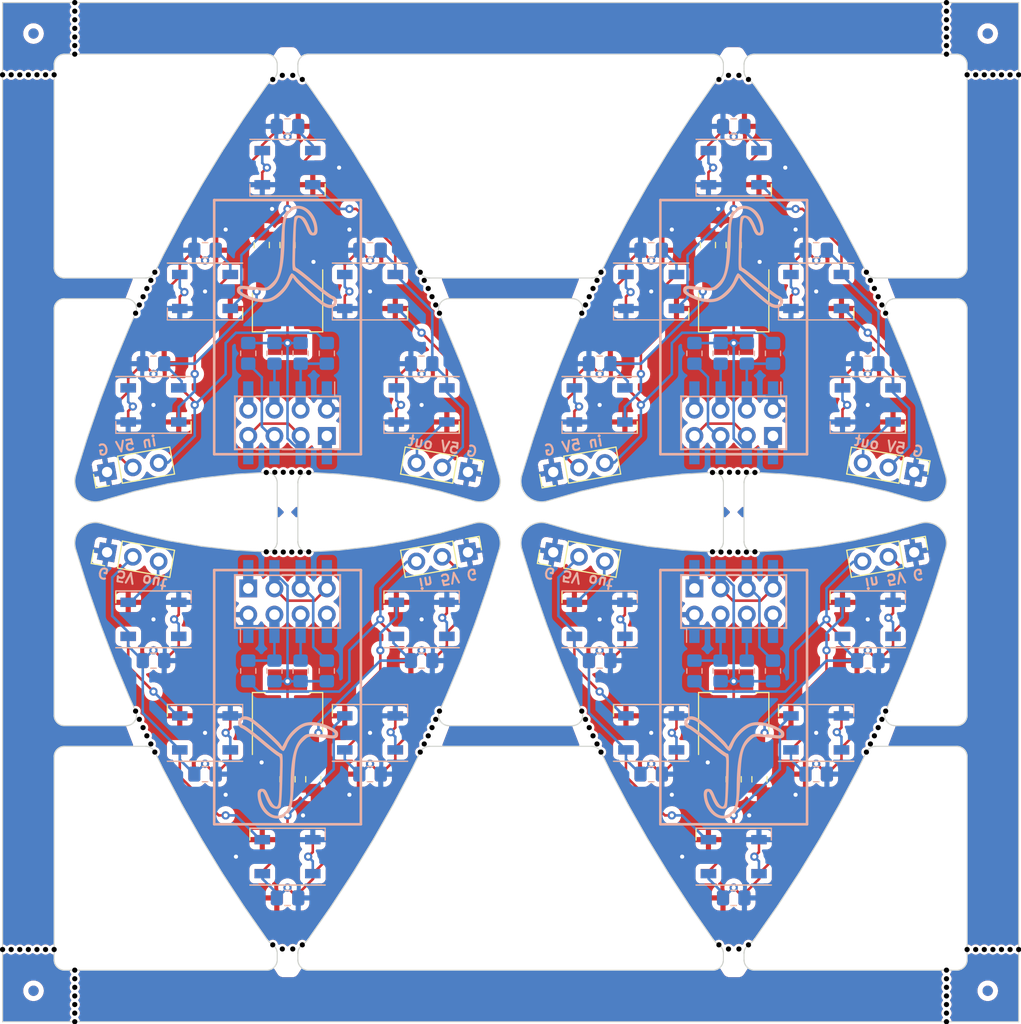
<source format=kicad_pcb>
(kicad_pcb (version 20240108) (generator "pcbnew") (generator_version "8.0")
  (layers (0 "F.Cu" signal) (31 "B.Cu" signal) (34 "B.Paste" user) (35 "F.Paste" user) (36 "B.SilkS" user "B.Silkscreen") (37 "F.SilkS" user "F.Silkscreen") (38 "B.Mask" user) (39 "F.Mask" user) (44 "Edge.Cuts" user))
  (net 0 "")
  (net 1 "Board_0-+5V")
  (net 2 "Board_0-3V3")
  (net 3 "Board_0-GND")
  (net 4 "Board_0-LED")
  (net 5 "Board_0-LED_out")
  (net 6 "Board_0-Net-(D1-DOUT)")
  (net 7 "Board_0-Net-(D10-DIN)")
  (net 8 "Board_0-Net-(D2-DOUT)")
  (net 9 "Board_0-Net-(D3-DOUT)")
  (net 10 "Board_0-Net-(D4-DOUT)")
  (net 11 "Board_0-Net-(D5-DOUT)")
  (net 12 "Board_0-Net-(D6-DOUT)")
  (net 13 "Board_0-Net-(D7-DOUT)")
  (net 14 "Board_0-Net-(D8-DOUT)")
  (net 15 "Board_0-Net-(U1-GPIO0)")
  (net 16 "Board_0-Net-(U1-GPIO2)")
  (net 17 "Board_0-Net-(U1-RST)")
  (net 18 "Board_0-unconnected-(U1-URXD-Pad8)")
  (net 19 "Board_0-unconnected-(U1-UTXD-Pad1)")
  (net 20 "Board_1-+5V")
  (net 21 "Board_1-3V3")
  (net 22 "Board_1-GND")
  (net 23 "Board_1-LED")
  (net 24 "Board_1-LED_out")
  (net 25 "Board_1-Net-(D1-DOUT)")
  (net 26 "Board_1-Net-(D10-DIN)")
  (net 27 "Board_1-Net-(D2-DOUT)")
  (net 28 "Board_1-Net-(D3-DOUT)")
  (net 29 "Board_1-Net-(D4-DOUT)")
  (net 30 "Board_1-Net-(D5-DOUT)")
  (net 31 "Board_1-Net-(D6-DOUT)")
  (net 32 "Board_1-Net-(D7-DOUT)")
  (net 33 "Board_1-Net-(D8-DOUT)")
  (net 34 "Board_1-Net-(U1-GPIO0)")
  (net 35 "Board_1-Net-(U1-GPIO2)")
  (net 36 "Board_1-Net-(U1-RST)")
  (net 37 "Board_1-unconnected-(U1-URXD-Pad8)")
  (net 38 "Board_1-unconnected-(U1-UTXD-Pad1)")
  (net 39 "Board_2-+5V")
  (net 40 "Board_2-3V3")
  (net 41 "Board_2-GND")
  (net 42 "Board_2-LED")
  (net 43 "Board_2-LED_out")
  (net 44 "Board_2-Net-(D1-DOUT)")
  (net 45 "Board_2-Net-(D10-DIN)")
  (net 46 "Board_2-Net-(D2-DOUT)")
  (net 47 "Board_2-Net-(D3-DOUT)")
  (net 48 "Board_2-Net-(D4-DOUT)")
  (net 49 "Board_2-Net-(D5-DOUT)")
  (net 50 "Board_2-Net-(D6-DOUT)")
  (net 51 "Board_2-Net-(D7-DOUT)")
  (net 52 "Board_2-Net-(D8-DOUT)")
  (net 53 "Board_2-Net-(U1-GPIO0)")
  (net 54 "Board_2-Net-(U1-GPIO2)")
  (net 55 "Board_2-Net-(U1-RST)")
  (net 56 "Board_2-unconnected-(U1-URXD-Pad8)")
  (net 57 "Board_2-unconnected-(U1-UTXD-Pad1)")
  (net 58 "Board_3-+5V")
  (net 59 "Board_3-3V3")
  (net 60 "Board_3-GND")
  (net 61 "Board_3-LED")
  (net 62 "Board_3-LED_out")
  (net 63 "Board_3-Net-(D1-DOUT)")
  (net 64 "Board_3-Net-(D10-DIN)")
  (net 65 "Board_3-Net-(D2-DOUT)")
  (net 66 "Board_3-Net-(D3-DOUT)")
  (net 67 "Board_3-Net-(D4-DOUT)")
  (net 68 "Board_3-Net-(D5-DOUT)")
  (net 69 "Board_3-Net-(D6-DOUT)")
  (net 70 "Board_3-Net-(D7-DOUT)")
  (net 71 "Board_3-Net-(D8-DOUT)")
  (net 72 "Board_3-Net-(U1-GPIO0)")
  (net 73 "Board_3-Net-(U1-GPIO2)")
  (net 74 "Board_3-Net-(U1-RST)")
  (net 75 "Board_3-unconnected-(U1-URXD-Pad8)")
  (net 76 "Board_3-unconnected-(U1-UTXD-Pad1)")
  (footprint "NPTH" (layer "F.Cu") (at 172.190194 73.236114)
    (property "Reference" "KiKit_MB_15_6" (hide yes))
    (property "Value" "NPTH" (hide yes))
  )
  (footprint "Capacitor_SMD:C_0805_2012Metric_Pad1.18x1.45mm_HandSolder" (layer "F.Cu") (at 118.866742 94.781379)
    (property "Reference" "C7" (hide yes))
    (property "Value" "100nF")
  )
  (footprint "NPTH" (layer "F.Cu") (at 124.809806 73.236114)
    (property "Reference" "KiKit_MB_11_1" (hide yes))
    (property "Value" "NPTH" (hide yes))
  )
  (footprint "NPTH" (layer "F.Cu") (at 168.700624 111.329177)
    (property "Reference" "KiKit_MB_16_4" (hide yes))
    (property "Value" "NPTH" (hide yes))
  )
  (footprint "NPTH" (layer "F.Cu") (at 190.766277 117.114711)
    (property "Reference" "KiKit_MB_20_5" (hide yes))
    (property "Value" "NPTH" (hide yes))
  )
  (footprint "NPTH" (layer "F.Cu") (at 195.266278 27)
    (property "Reference" "KiKit_MB_23_4" (hide yes))
    (property "Value" "NPTH" (hide yes))
  )
  (footprint "Connector_PinHeader_2.54mm:PinHeader_1x03_P2.54mm_Vertical" (layer "F.Cu") (at 144.36674 65.499999 -100)
    (property "Reference" "J2" (hide yes))
    (property "Value" "Conn_01x03_Socket")
  )
  (footprint "NPTH" (layer "F.Cu") (at 171.565893 27.452201)
    (property "Reference" "KiKit_MB_7_4" (hide yes))
    (property "Value" "NPTH" (hide yes))
  )
  (footprint "Capacitor_SMD:C_0805_2012Metric_Pad1.18x1.45mm_HandSolder" (layer "F.Cu") (at 113.866742 83.781379)
    (property "Reference" "C9" (hide yes))
    (property "Value" "100nF")
  )
  (footprint "NPTH" (layer "F.Cu") (at 197.766278 27)
    (property "Reference" "KiKit_MB_23_7" (hide yes))
    (property "Value" "NPTH" (hide yes))
  )
  (footprint "Capacitor_SMD:C_0805_2012Metric_Pad1.18x1.45mm_HandSolder" (layer "F.Cu") (at 183.13326 83.781379)
    (property "Reference" "C1" (hide yes))
    (property "Value" "100nF")
  )
  (footprint "Connector_PinHeader_2.54mm:PinHeader_1x03_P2.54mm_Vertical" (layer "F.Cu") (at 144.366742 73.281379 -80)
    (property "Reference" "J1" (hide yes))
    (property "Value" "Conn_01x03_Socket")
  )
  (footprint "NPTH" (layer "F.Cu") (at 127.278251 65.523293)
    (property "Reference" "KiKit_MB_4_3" (hide yes))
    (property "Value" "NPTH" (hide yes))
  )
  (footprint "Capacitor_SMD:C_0805_2012Metric_Pad1.18x1.45mm_HandSolder" (layer "F.Cu") (at 157.13326 83.781379)
    (property "Reference" "C9" (hide yes))
    (property "Value" "100nF")
  )
  (footprint "LED_SMD:LED_WS2812B_PLCC4_5.0x5.0mm_P3.2mm" (layer "F.Cu") (at 170.13326 102.781379 180)
    (property "Reference" "D5" (hide yes))
    (property "Value" "WS2812B")
  )
  (footprint "LED_SMD:LED_WS2812B_PLCC4_5.0x5.0mm_P3.2mm" (layer "F.Cu") (at 170.133258 35.999999)
    (property "Reference" "D5" (hide yes))
    (property "Value" "WS2812B")
  )
  (footprint "NPTH" (layer "F.Cu") (at 104.233722 27)
    (property "Reference" "KiKit_MB_21_7" (hide yes))
    (property "Value" "NPTH" (hide yes))
  )
  (footprint "NPTH" (layer "F.Cu") (at 106.233722 118.781378)
    (property "Reference" "KiKit_MB_19_7" (hide yes))
    (property "Value" "NPTH" (hide yes))
  )
  (footprint "NPTH" (layer "F.Cu") (at 127.278251 73.258084)
    (property "Reference" "KiKit_MB_11_4" (hide yes))
    (property "Value" "NPTH" (hide yes))
  )
  (footprint "NPTH" (layer "F.Cu") (at 140.508853 47.71136)
    (property "Reference" "KiKit_MB_2_3" (hide yes))
    (property "Value" "NPTH" (hide yes))
  )
  (footprint "NPTH" (layer "F.Cu") (at 157.264094 46.134601)
    (property "Reference" "KiKit_MB_5_6" (hide yes))
    (property "Value" "NPTH" (hide yes))
  )
  (footprint "NPTH" (layer "F.Cu") (at 128.101271 73.258084)
    (property "Reference" "KiKit_MB_11_5" (hide yes))
    (property "Value" "NPTH" (hide yes))
  )
  (footprint "Capacitor_SMD:C_0805_2012Metric_Pad1.18x1.45mm_HandSolder" (layer "F.Cu") (at 126.86674 31.999999 180)
    (property "Reference" "C5" (hide yes))
    (property "Value" "100nF")
  )
  (footprint "Capacitor_SMD:C_0805_2012Metric_Pad1.18x1.45mm_HandSolder" (layer "F.Cu") (at 157.133258 54.999999 180)
    (property "Reference" "C1" (hide yes))
    (property "Value" "100nF")
  )
  (footprint "LED_SMD:LED_WS2812B_PLCC4_5.0x5.0mm_P3.2mm" (layer "F.Cu") (at 113.866742 79.781379 180)
    (property "Reference" "D9" (hide yes))
    (property "Value" "WS2812B")
  )
  (footprint "NPTH" (layer "F.Cu") (at 184.142597 48.508811)
    (property "Reference" "KiKit_MB_6_4" (hide yes))
    (property "Value" "NPTH" (hide yes))
  )
  (footprint "NPTH" (layer "F.Cu") (at 125.434107 111.329177)
    (property "Reference" "KiKit_MB_12_4" (hide yes))
    (property "Value" "NPTH" (hide yes))
  )
  (footprint "NPTH" (layer "F.Cu") (at 103.400389 111.781378)
    (property "Reference" "KiKit_MB_22_6" (hide yes))
    (property "Value" "NPTH" (hide yes))
  )
  (footprint "NPTH" (layer "F.Cu") (at 103.400389 27)
    (property "Reference" "KiKit_MB_21_6" (hide yes))
    (property "Value" "NPTH" (hide yes))
  )
  (footprint "Capacitor_SMD:C_0805_2012Metric_Pad1.18x1.45mm_HandSolder" (layer "F.Cu") (at 183.133258 54.999999 180)
    (property "Reference" "C9" (hide yes))
    (property "Value" "100nF")
  )
  (footprint "NPTH" (layer "F.Cu") (at 140.876082 90.272566)
    (property "Reference" "KiKit_MB_10_3" (hide yes))
    (property "Value" "NPTH" (hide yes))
  )
  (footprint "NPTH" (layer "F.Cu") (at 169.721748 73.258084)
    (property "Reference" "KiKit_MB_15_3" (hide yes))
    (property "Value" "NPTH" (hide yes))
  )
  (footprint "NPTH" (layer "F.Cu") (at 106.233722 20.833334)
    (property "Reference" "KiKit_MB_17_2" (hide yes))
    (property "Value" "NPTH" (hide yes))
  )
  (footprint "NPTH" (layer "F.Cu") (at 128.923676 65.545263)
    (property "Reference" "KiKit_MB_4_1" (hide yes))
    (property "Value" "NPTH" (hide yes))
  )
  (footprint "NPTH" (layer "F.Cu") (at 128.101271 65.523293)
    (property "Reference" "KiKit_MB_4_2" (hide yes))
    (property "Value" "NPTH" (hide yes))
  )
  (footprint "NPTH" (layer "F.Cu") (at 190.766277 118.781378)
    (property "Reference" "KiKit_MB_20_7" (hide yes))
    (property "Value" "NPTH" (hide yes))
  )
  (footprint "NPTH" (layer "F.Cu") (at 141.600185 88.672785)
    (property "Reference" "KiKit_MB_10_1" (hide yes))
    (property "Value" "NPTH" (hide yes))
  )
  (footprint "NPTH" (layer "F.Cu") (at 100.067056 111.781378)
    (property "Reference" "KiKit_MB_22_2" (hide yes))
    (property "Value" "NPTH" (hide yes))
  )
  (footprint "NPTH" (layer "F.Cu") (at 171.367789 65.523293)
    (property "Reference" "KiKit_MB_8_2" (hide yes))
    (property "Value" "NPTH" (hide yes))
  )
  (footprint "NPTH" (layer "F.Cu") (at 126.455231 65.523293)
    (property "Reference" "KiKit_MB_4_4" (hide yes))
    (property "Value" "NPTH" (hide yes))
  )
  (footprint "LED_SMD:LED_WS2812B_PLCC4_5.0x5.0mm_P3.2mm" (layer "F.Cu") (at 139.86674 58.999999)
    (property "Reference" "D9" (hide yes))
    (property "Value" "WS2812B")
  )
  (footprint "NPTH" (layer "F.Cu") (at 100.900389 111.781378)
    (property "Reference" "KiKit_MB_22_3" (hide yes))
    (property "Value" "NPTH" (hide yes))
  )
  (footprint "NPTH" (layer "F.Cu") (at 168.700624 27.4522)
    (property "Reference" "KiKit_MB_7_1" (hide yes))
    (property "Value" "NPTH" (hide yes))
  )
  (footprint "NPTH" (layer "F.Cu") (at 106.233722 117.948044)
    (property "Reference" "KiKit_MB_19_6" (hide yes))
    (property "Value" "NPTH" (hide yes))
  )
  (footprint "NPTH" (layer "F.Cu") (at 194.432944 27)
    (property "Reference" "KiKit_MB_23_3" (hide yes))
    (property "Value" "NPTH" (hide yes))
  )
  (footprint "LED_SMD:LED_WS2812B_PLCC4_5.0x5.0mm_P3.2mm" (layer "F.Cu") (at 139.866742 79.781379 180)
    (property "Reference" "D1" (hide yes))
    (property "Value" "WS2812B")
  )
  (footprint "NPTH" (layer "F.Cu") (at 106.233722 20)
    (property "Reference" "KiKit_MB_17_1" (hide yes))
    (property "Value" "NPTH" (hide yes))
  )
  (footprint "NPTH" (layer "F.Cu") (at 139.735905 92.646777)
    (property "Reference" "KiKit_MB_10_6" (hide yes))
    (property "Value" "NPTH" (hide yes))
  )
  (footprint "NPTH" (layer "F.Cu") (at 184.1426 90.272566)
    (property "Reference" "KiKit_MB_14_3" (hide yes))
    (property "Value" "NPTH" (hide yes))
  )
  (footprint "NPTH" (layer "F.Cu") (at 141.600182 50.108592)
    (property "Reference" "KiKit_MB_2_6" (hide yes))
    (property "Value" "NPTH" (hide yes))
  )
  (footprint "NPTH" (layer "F.Cu") (at 190.766277 20.833334)
    (property "Reference" "KiKit_MB_18_2" (hide yes))
    (property "Value" "NPTH" (hide yes))
  )
  (footprint "Capacitor_SMD:C_0805_2012Metric_Pad1.18x1.45mm_HandSolder" (layer "F.Cu") (at 126.86674 43.499999 90)
    (property "Reference" "C11" (hide yes))
    (property "Value" "22uF")
  )
  (footprint "NPTH" (layer "F.Cu") (at 155.399817 88.672785)
    (property "Reference" "KiKit_MB_13_6" (hide yes))
    (property "Value" "NPTH" (hide yes))
  )
  (footprint "NPTH" (layer "F.Cu") (at 139.735902 46.134601)
    (property "Reference" "KiKit_MB_2_1" (hide yes))
    (property "Value" "NPTH" (hide yes))
  )
  (footprint "NPTH" (layer "F.Cu") (at 106.233722 117.114711)
    (property "Reference" "KiKit_MB_19_5" (hide yes))
    (property "Value" "NPTH" (hide yes))
  )
  (footprint "Capacitor_SMD:C_0805_2012Metric_Pad1.18x1.45mm_HandSolder" (layer "F.Cu") (at 134.866742 94.781379)
    (property "Reference" "C3" (hide yes))
    (property "Value" "100nF")
  )
  (footprint "NPTH" (layer "F.Cu") (at 102.567056 111.781378)
    (property "Reference" "KiKit_MB_22_5" (hide yes))
    (property "Value" "NPTH" (hide yes))
  )
  (footprint "LED_SMD:LED_WS2812B_PLCC4_5.0x5.0mm_P3.2mm" (layer "F.Cu") (at 157.133258 58.999999)
    (property "Reference" "D1" (hide yes))
    (property "Value" "WS2812B")
  )
  (footprint "NPTH" (layer "F.Cu") (at 169.721748 65.523293)
    (property "Reference" "KiKit_MB_8_4" (hide yes))
    (property "Value" "NPTH" (hide yes))
  )
  (footprint "NPTH" (layer "F.Cu") (at 168.898728 65.523293)
    (property "Reference" "KiKit_MB_8_5" (hide yes))
    (property "Value" "NPTH" (hide yes))
  )
  (footprint "NPTH" (layer "F.Cu") (at 112.133297 50.108592)
    (property "Reference" "KiKit_MB_1_1" (hide yes))
    (property "Value" "NPTH" (hide yes))
  )
  (footprint "NPTH" (layer "F.Cu") (at 112.495351 89.472676)
    (property "Reference" "KiKit_MB_9_5" (hide yes))
    (property "Value" "NPTH" (hide yes))
  )
  (footprint "Capacitor_SMD:C_0805_2012Metric_Pad1.18x1.45mm_HandSolder" (layer "F.Cu") (at 167.633258 43.499999 90)
    (property "Reference" "C12" (hide yes))
    (property "Value" "22uF")
  )
  (footprint "Fiducial" (layer "F.Cu") (at 102.233722 23)
    (property "Reference" "KiKit_FID_T_1" (hide yes))
    (property "Value" "Fiducial" (hide yes))
  )
  (footprint "Package_TO_SOT_SMD:SOT-223-3_TabPin2" (layer "F.Cu") (at 170.13326 88.781379 90)
    (property "Reference" "U2" (hide yes))
    (property "Value" "AMS1117-3.3")
  )
  (footprint "Connector_PinHeader_2.54mm:PinHeader_1x03_P2.54mm_Vertical" (layer "F.Cu") (at 187.63326 73.281379 -80)
    (property "Reference" "J1" (hide yes))
    (property "Value" "Conn_01x03_Socket")
  )
  (footprint "NPTH" (layer "F.Cu") (at 196.099611 27)
    (property "Reference" "KiKit_MB_23_5" (hide yes))
    (property "Value" "NPTH" (hide yes))
  )
  (footprint "Capacitor_SMD:C_0805_2012Metric_Pad1.18x1.45mm_HandSolder" (layer "F.Cu") (at 134.86674 43.999999 180)
    (property "Reference" "C7" (hide yes))
    (property "Value" "100nF")
  )
  (footprint "NPTH" (layer "F.Cu") (at 99.233722 111.781378)
    (property "Reference" "KiKit_MB_22_1" (hide yes))
    (property "Value" "NPTH" (hide yes))
  )
  (footprint "NPTH" (layer "F.Cu") (at 183.388898 91.858397)
    (property "Reference" "KiKit_MB_14_5" (hide yes))
    (property "Value" "NPTH" (hide yes))
  )
  (footprint "NPTH" (layer "F.Cu") (at 106.233722 23.333334)
    (property "Reference" "KiKit_MB_17_5" (hide yes))
    (property "Value" "NPTH" (hide yes))
  )
  (footprint "LED_SMD:LED_WS2812B_PLCC4_5.0x5.0mm_P3.2mm" (layer "F.Cu") (at 118.866742 90.781379 180)
    (property "Reference" "D7" (hide yes))
    (property "Value" "WS2812B")
  )
  (footprint "Fiducial" (layer "F.Cu") (at 194.766278 115.781378)
    (property "Reference" "KiKit_FID_T_4" (hide yes))
    (property "Value" "Fiducial" (hide yes))
  )
  (footprint "NPTH" (layer "F.Cu") (at 190.766277 116.281378)
    (property "Reference" "KiKit_MB_20_4" (hide yes))
    (property "Value" "NPTH" (hide yes))
  )
  (footprint "NPTH" (layer "F.Cu") (at 125.632211 73.258084)
    (property "Reference" "KiKit_MB_11_2" (hide yes))
    (property "Value" "NPTH" (hide yes))
  )
  (footprint "Fiducial" (layer "F.Cu") (at 194.766278 23)
    (property "Reference" "KiKit_FID_T_2" (hide yes))
    (property "Value" "Fiducial" (hide yes))
  )
  (footprint "NPTH" (layer "F.Cu") (at 100.067056 27)
    (property "Reference" "KiKit_MB_21_2" (hide yes))
    (property "Value" "NPTH" (hide yes))
  )
  (footprint "Package_TO_SOT_SMD:SOT-223-3_TabPin2" (layer "F.Cu") (at 170.133258 49.999999 -90)
    (property "Reference" "U2" (hide yes))
    (property "Value" "AMS1117-3.3")
  )
  (footprint "NPTH" (layer "F.Cu") (at 190.766277 114.614711)
    (property "Reference" "KiKit_MB_20_2" (hide yes))
    (property "Value" "NPTH" (hide yes))
  )
  (footprint "NPTH" (layer "F.Cu") (at 183.00242 46.134601)
    (property "Reference" "KiKit_MB_6_1" (hide yes))
    (property "Value" "NPTH" (hide yes))
  )
  (footprint "NPTH" (layer "F.Cu") (at 190.766277 25)
    (property "Reference" "KiKit_MB_18_7" (hide yes))
    (property "Value" "NPTH" (hide yes))
  )
  (footprint "NPTH" (layer "F.Cu") (at 112.857403 90.272566)
    (property "Reference" "KiKit_MB_9_4" (hide yes))
    (property "Value" "NPTH" (hide yes))
  )
  (footprint "LED_SMD:LED_WS2812B_PLCC4_5.0x5.0mm_P3.2mm" (layer "F.Cu") (at 157.13326 79.781379 180)
    (property "Reference" "D9" (hide yes))
    (property "Value" "WS2812B")
  )
  (footprint "NPTH" (layer "F.Cu") (at 128.299375 111.329178)
    (property "Reference" "KiKit_MB_12_1" (hide yes))
    (property "Value" "NPTH" (hide yes))
  )
  (footprint "NPTH" (layer "F.Cu") (at 184.504651 89.472676)
    (property "Reference" "KiKit_MB_14_2" (hide yes))
    (property "Value" "NPTH" (hide yes))
  )
  (footprint "NPTH" (layer "F.Cu") (at 124.809806 65.545263)
    (property "Reference" "KiKit_MB_4_6" (hide yes))
    (property "Value" "NPTH" (hide yes))
  )
  (footprint "NPTH" (layer "F.Cu") (at 168.076323 73.236114)
    (property "Reference" "KiKit_MB_15_1" (hide yes))
    (property "Value" "NPTH" (hide yes))
  )
  (footprint "NPTH" (layer "F.Cu") (at 170.638394 27.051957)
    (property "Reference" "KiKit_MB_7_3" (hide yes))
    (property "Value" "NPTH" (hide yes))
  )
  (footprint "LED_SMD:LED_WS2812B_PLCC4_5.0x5.0mm_P3.2mm" (layer "F.Cu") (at 162.13326 90.781379 180)
    (property "Reference" "D7" (hide yes))
    (property "Value" "WS2812B")
  )
  (footprint "LED_SMD:LED_WS2812B_PLCC4_5.0x5.0mm_P3.2mm" (layer "F.Cu") (at 113.86674 58.999999)
    (property "Reference" "D1" (hide yes))
    (property "Value" "WS2812B")
  )
  (footprint "NPTH" (layer "F.Cu") (at 101.733722 111.781378)
    (property "Reference" "KiKit_MB_22_4" (hide yes))
    (property "Value" "NPTH" (hide yes))
  )
  (footprint "NPTH" (layer "F.Cu") (at 112.1333 88.672785)
    (property "Reference" "KiKit_MB_9_6" (hide yes))
    (property "Value" "NPTH" (hide yes))
  )
  (footprint "Capacitor_SMD:C_0805_2012Metric_Pad1.18x1.45mm_HandSolder" (layer "F.Cu") (at 118.86674 43.999999 180)
    (property "Reference" "C3" (hide yes))
    (property "Value" "100nF")
  )
  (footprint "NPTH" (layer "F.Cu") (at 183.002423 92.646777)
    (property "Reference" "KiKit_MB_14_6" (hide yes))
    (property "Value" "NPTH" (hide yes))
  )
  (footprint "Capacitor_SMD:C_0805_2012Metric_Pad1.18x1.45mm_HandSolder" (layer "F.Cu") (at 170.133258 43.499999 90)
    (property "Reference" "C11" (hide yes))
    (property "Value" "22uF")
  )
  (footprint "NPTH" (layer "F.Cu") (at 125.632211 65.523293)
    (property "Reference" "KiKit_MB_4_5" (hide yes))
    (property "Value" "NPTH" (hide yes))
  )
  (footprint "NPTH" (layer "F.Cu") (at 183.775371 47.71136)
    (property "Reference" "KiKit_MB_6_3" (hide yes))
    (property "Value" "NPTH" (hide yes))
  )
  (footprint "NPTH" (layer "F.Cu") (at 104.233722 111.781378)
    (property "Reference" "KiKit_MB_22_7" (hide yes))
    (property "Value" "NPTH" (hide yes))
  )
  (footprint "Capacitor_SMD:C_0805_2012Metric_Pad1.18x1.45mm_HandSolder" (layer "F.Cu") (at 162.13326 94.781379)
    (property "Reference" "C7" (hide yes))
    (property "Value" "100nF")
  )
  (footprint "NPTH" (layer "F.Cu") (at 190.766277 22.5)
    (property "Reference" "KiKit_MB_18_4" (hide yes))
    (property "Value" "NPTH" (hide yes))
  )
  (footprint "NPTH" (layer "F.Cu") (at 112.8574 48.508811)
    (property "Reference" "KiKit_MB_1_3" (hide yes))
    (property "Value" "NPTH" (hide yes))
  )
  (footprint "LED_SMD:LED_WS2812B_PLCC4_5.0x5.0mm_P3.2mm" (layer "F.Cu") (at 134.866742 90.781379 180)
    (property "Reference" "D3" (hide yes))
    (property "Value" "WS2812B")
  )
  (footprint "NPTH" (layer "F.Cu") (at 106.233722 115.448044)
    (property "Reference" "KiKit_MB_19_3" (hide yes))
    (property "Value" "NPTH" (hide yes))
  )
  (footprint "NPTH" (layer "F.Cu") (at 156.491146 91.070017)
    (property "Reference" "KiKit_MB_13_3" (hide yes))
    (property "Value" "NPTH" (hide yes))
  )
  (footprint "Capacitor_SMD:C_0805_2012Metric_Pad1.18x1.45mm_HandSolder" (layer "F.Cu") (at 139.86674 54.999999 180)
    (property "Reference" "C9" (hide yes))
    (property "Value" "100nF")
  )
  (footprint "LED_SMD:LED_WS2812B_PLCC4_5.0x5.0mm_P3.2mm" (layer "F.Cu") (at 183.133258 58.999999)
    (property "Reference" "D9" (hide yes))
    (property "Value" "WS2812B")
  )
  (footprint "NPTH" (layer "F.Cu") (at 106.233722 114.614711)
    (property "Reference" "KiKit_MB_19_2" (hide yes))
    (property "Value" "NPTH" (hide yes))
  )
  (footprint "NPTH" (layer "F.Cu") (at 170.544769 65.523293)
    (property "Reference" "KiKit_MB_8_3" (hide yes))
    (property "Value" "NPTH" (hide yes))
  )
  (footprint "NPTH" (layer "F.Cu") (at 196.932944 111.781378)
    (property "Reference" "KiKit_MB_24_6" (hide yes))
    (property "Value" "NPTH" (hide yes))
  )
  (footprint "NPTH" (layer "F.Cu") (at 106.233722 116.281378)
    (property "Reference" "KiKit_MB_19_4" (hide yes))
    (property "Value" "NPTH" (hide yes))
  )
  (footprint "Capacitor_SMD:C_0805_2012Metric_Pad1.18x1.45mm_HandSolder" (layer "F.Cu") (at 178.13326 94.781379)
    (property "Reference" "C3" (hide yes))
    (property "Value" "100nF")
  )
  (footprint "NPTH" (layer "F.Cu") (at 106.233722 113.781378)
    (property "Reference" "KiKit_MB_19_1" (hide yes))
    (property "Value" "NPTH" (hide yes))
  )
  (footprint "NPTH" (layer "F.Cu") (at 126.361606 111.729421)
    (property "Reference" "KiKit_MB_12_3" (hide yes))
    (property "Value" "NPTH" (hide yes))
  )
  (footprint "NPTH" (layer "F.Cu") (at 140.508855 91.070017)
    (property "Reference" "KiKit_MB_10_4" (hide yes))
    (property "Value" "NPTH" (hide yes))
  )
  (footprint "NPTH" (layer "F.Cu") (at 168.898728 73.258084)
    (property "Reference" "KiKit_MB_15_2" (hide yes))
    (property "Value" "NPTH" (hide yes))
  )
  (footprint "NPTH" (layer "F.Cu") (at 183.388895 46.922981)
    (property "Reference" "KiKit_MB_6_2" (hide yes))
    (property "Value" "NPTH" (hide yes))
  )
  (footprint "NPTH" (layer "F.Cu") (at 170.544769 73.258084)
    (property "Reference" "KiKit_MB_15_4" (hide yes))
    (property "Value" "NPTH" (hide yes))
  )
  (footprint "Package_TO_SOT_SMD:SOT-223-3_TabPin2" (layer "F.Cu") (at 126.86674 49.999999 -90)
    (property "Reference" "U2" (hide yes))
    (property "Value" "AMS1117-3.3")
  )
  (footprint "Connector_PinHeader_2.54mm:PinHeader_1x03_P2.54mm_Vertical" (layer "F.Cu") (at 109.36674 65.499999 100)
    (property "Reference" "J1" (hide yes))
    (property "Value" "Conn_01x03_Socket")
  )
  (footprint "NPTH" (layer "F.Cu") (at 190.766277 115.448044)
    (property "Reference" "KiKit_MB_20_3" (hide yes))
    (property "Value" "NPTH" (hide yes))
  )
  (footprint "NPTH" (layer "F.Cu") (at 156.491144 47.71136)
    (property "Reference" "KiKit_MB_5_4" (hide yes))
    (property "Value" "NPTH" (hide yes))
  )
  (footprint "Connector_PinHeader_2.54mm:PinHeader_1x03_P2.54mm_Vertical" (layer "F.Cu") (at 152.633258 65.499999 100)
    (property "Reference" "J1" (hide yes))
    (property "Value" "Conn_01x03_Socket")
  )
  (footprint "NPTH" (layer "F.Cu") (at 168.076323 65.545263)
    (property "Reference" "KiKit_MB_8_6" (hide yes))
    (property "Value" "NPTH" (hide yes))
  )
  (footprint "NPTH" (layer "F.Cu") (at 126.361606 27.051956)
    (property "Reference" "KiKit_MB_3_2" (hide yes))
    (property "Value" "NPTH" (hide yes))
  )
  (footprint "NPTH" (layer "F.Cu") (at 190.766277 21.666667)
    (property "Reference" "KiKit_MB_18_3" (hide yes))
    (property "Value" "NPTH" (hide yes))
  )
  (footprint "NPTH" (layer "F.Cu") (at 140.12238 91.858397)
    (property "Reference" "KiKit_MB_10_5" (hide yes))
    (property "Value" "NPTH" (hide yes))
  )
  (footprint "NPTH" (layer "F.Cu") (at 113.224627 47.71136)
    (property "Reference" "KiKit_MB_1_4" (hide yes))
    (property "Value" "NPTH" (hide yes))
  )
  (footprint "Capacitor_SMD:C_0805_2012Metric_Pad1.18x1.45mm_HandSolder" (layer "F.Cu") (at 126.866742 106.781379)
    (property "Reference" "C5" (hide yes))
    (property "Value" "100nF")
  )
  (footprint "Package_TO_SOT_SMD:SOT-223-3_TabPin2" (layer "F.Cu") (at 126.866742 88.781379 90)
    (property "Reference" "U2" (hide yes))
    (property "Value" "AMS1117-3.3")
  )
  (footprint "NPTH" (layer "F.Cu") (at 141.238133 89.472676)
    (property "Reference" "KiKit_MB_10_2" (hide yes))
    (property "Value" "NPTH" (hide yes))
  )
  (footprint "Capacitor_SMD:C_0805_2012Metric_Pad1.18x1.45mm_HandSolder" (layer "F.Cu") (at 139.866742 83.781379)
    (property "Reference" "C1" (hide yes))
    (property "Value" "100nF")
  )
  (footprint "LED_SMD:LED_WS2812B_PLCC4_5.0x5.0mm_P3.2mm" (layer "F.Cu") (at 162.133258 47.999999)
    (property "Reference" "D3" (hide yes))
    (property "Value" "WS2812B")
  )
  (footprint "NPTH" (layer "F.Cu") (at 125.434107 27.4522)
    (property "Reference" "KiKit_MB_3_1" (hide yes))
    (property "Value" "NPTH" (hide yes))
  )
  (footprint "Connector_PinHeader_2.54mm:PinHeader_1x03_P2.54mm_Vertical" (layer "F.Cu") (at 187.633258 65.499999 -100)
    (property "Reference" "J2" (hide yes))
    (property "Value" "Conn_01x03_Socket")
  )
  (footprint "NPTH" (layer "F.Cu") (at 169.628123 111.729421)
    (property "Reference" "KiKit_MB_16_3" (hide yes))
    (property "Value" "NPTH" (hide yes))
  )
  (footprint "NPTH" (layer "F.Cu") (at 106.233722 24.166667)
    (property "Reference" "KiKit_MB_17_6" (hide yes))
    (property "Value" "NPTH" (hide yes))
  )
  (footprint "NPTH" (layer "F.Cu") (at 106.233722 25)
    (property "Reference" "KiKit_MB_17_7" (hide yes))
    (property "Value" "NPTH" (hide yes))
  )
  (footprint "NPTH" (layer "F.Cu") (at 128.923676 73.236114)
    (property "Reference" "KiKit_MB_11_6" (hide yes))
    (property "Value" "NPTH" (hide yes))
  )
  (footprint "Connector_PinHeader_2.54mm:PinHeader_1x03_P2.54mm_Vertical" (layer "F.Cu") (at 152.63326 73.281379 80)
    (property "Reference" "J2" (hide yes))
    (property "Value" "Conn_01x03_Socket")
  )
  (footprint "NPTH" (layer "F.Cu") (at 106.233722 21.666667)
    (property "Reference" "KiKit_MB_17_3" (hide yes))
    (property "Value" "NPTH" (hide yes))
  )
  (footprint "NPTH" (layer "F.Cu") (at 196.099611 111.781378)
    (property "Reference" "KiKit_MB_24_5" (hide yes))
    (property "Value" "NPTH" (hide yes))
  )
  (footprint "NPTH" (layer "F.Cu") (at 193.599611 27)
    (property "Reference" "KiKit_MB_23_2" (hide yes))
    (property "Value" "NPTH" (hide yes))
  )
  (footprint "NPTH" (layer "F.Cu") (at 190.766277 23.333334)
    (property "Reference" "KiKit_MB_18_5" (hide yes))
    (property "Value" "NPTH" (hide yes))
  )
  (footprint "NPTH" (layer "F.Cu") (at 194.432944 111.781378)
    (property "Reference" "KiKit_MB_24_3" (hide yes))
    (property "Value" "NPTH" (hide yes))
  )
  (footprint "NPTH" (layer "F.Cu") (at 156.12392 90.272566)
    (property "Reference" "KiKit_MB_13_4" (hide yes))
    (property "Value" "NPTH" (hide yes))
  )
  (footprint "Fiducial" (layer "F.Cu") (at 102.233722 115.781378)
    (property "Reference" "KiKit_FID_T_3" (hide yes))
    (property "Value" "Fiducial" (hide yes))
  )
  (footprint "NPTH" (layer "F.Cu") (at 156.877622 91.858397)
    (property "Reference" "KiKit_MB_13_2" (hide yes))
    (property "Value" "NPTH" (hide yes))
  )
  (footprint "Capacitor_SMD:C_0805_2012Metric_Pad1.18x1.45mm_HandSolder" (layer "F.Cu") (at 170.13326 106.781379)
    (property "Reference" "C5" (hide yes))
    (property "Value" "100nF")
  )
  (footprint "LED_SMD:LED_WS2812B_PLCC4_5.0x5.0mm_P3.2mm" (layer "F.Cu") (at 134.86674 47.999999)
    (property "Reference" "D7" (hide yes))
    (property "Value" "WS2812B")
  )
  (footprint "NPTH" (layer "F.Cu") (at 106.233722 22.5)
    (property "Reference" "KiKit_MB_17_4" (hide yes))
    (property "Value" "NPTH" (hide yes))
  )
  (footprint "NPTH" (layer "F.Cu") (at 183.775373 91.070017)
    (property "Reference" "KiKit_MB_14_4" (hide yes))
    (property "Value" "NPTH" (hide yes))
  )
  (footprint "NPTH" (layer "F.Cu") (at 112.495349 49.308701)
    (property "Reference" "KiKit_MB_1_2" (hide yes))
    (property "Value" "NPTH" (hide yes))
  )
  (footprint "NPTH" (layer "F.Cu") (at 172.190194 65.545263)
    (property "Reference" "KiKit_MB_8_1" (hide yes))
    (property "Value" "NPTH" (hide yes))
  )
  (footprint "NPTH" (layer "F.Cu") (at 184.504649 49.308701)
    (property "Reference" "KiKit_MB_6_5" (hide yes))
    (property "Value" "NPTH" (hide yes))
  )
  (footprint "Capacitor_SMD:C_0805_2012Metric_Pad1.18x1.45mm_HandSolder" (layer "F.Cu") (at 124.36674 43.499999 90)
    (property "Reference" "C12" (hide yes))
    (property "Value" "22uF")
  )
  (footprint "NPTH" (layer "F.Cu") (at 155.761868 89.472676)
    (property "Reference" "KiKit_MB_13_5" (hide yes))
    (property "Value" "NPTH" (hide yes))
  )
  (footprint "NPTH" (layer "F.Cu") (at 99.233722 27)
    (property "Reference" "KiKit_MB_21_1" (hide yes))
    (property "Value" "NPTH" (hide yes))
  )
  (footprint "NPTH" (layer "F.Cu") (at 184.866703 88.672785)
    (property "Reference" "KiKit_MB_14_1" (hide yes))
    (property "Value" "NPTH" (hide yes))
  )
  (footprint "Capacitor_SMD:C_0805_2012Metric_Pad1.18x1.45mm_HandSolder" (layer "F.Cu") (at 172.63326 95.281379 -90)
    (property "Reference" "C12" (hide yes))
    (property "Value" "22uF")
  )
  (footprint "NPTH" (layer "F.Cu") (at 127.371876 27.051957)
    (property "Reference" "KiKit_MB_3_3" (hide yes))
    (property "Value" "NPTH" (hide yes))
  )
  (footprint "NPTH" (layer "F.Cu") (at 190.766277 24.166667)
    (property "Reference" "KiKit_MB_18_6" (hide yes))
    (property "Value" "NPTH" (hide yes))
  )
  (footprint "LED_SMD:LED_WS2812B_PLCC4_5.0x5.0mm_P3.2mm" (layer "F.Cu") (at 118.86674 47.999999)
    (property "Reference" "D3" (hide yes))
    (property "Value" "WS2812B")
  )
  (footprint "NPTH" (layer "F.Cu") (at 156.123917 48.508811)
    (property "Reference" "KiKit_MB_5_3" (hide yes))
    (property "Value" "NPTH" (hide yes))
  )
  (footprint "NPTH" (layer "F.Cu") (at 102.567056 27)
    (property "Reference" "KiKit_MB_21_5" (hide yes))
    (property "Value" "NPTH" (hide yes))
  )
  (footprint "NPTH" (layer "F.Cu") (at 192.766278 111.781378)
    (property "Reference" "KiKit_MB_24_1" (hide yes))
    (property "Value" "NPTH" (hide yes))
  )
  (footprint "Capacitor_SMD:C_0805_2012Metric_Pad1.18x1.45mm_HandSolder" (layer "F.Cu") (at 170.13326 95.281379 -90)
    (property "Reference" "C11" (hide yes))
    (property "Value" "22uF")
  )
  (footprint "NPTH" (layer "F.Cu") (at 171.565893 111.329178)
    (property "Reference" "KiKit_MB_16_1" (hide yes))
    (property "Value" "NPTH" (hide yes))
  )
  (footprint "Capacitor_SMD:C_0805_2012Metric_Pad1.18x1.45mm_HandSolder" (layer "F.Cu") (at 170.133258 31.999999 180)
    (property "Reference" "C5" (hide yes))
    (property "Value" "100nF")
  )
  (footprint "NPTH" (layer "F.Cu") (at 169.628123 27.051956)
    (property "Reference" "KiKit_MB_7_2" (hide yes))
    (property "Value" "NPTH" (hide yes))
  )
  (footprint "LED_SMD:LED_WS2812B_PLCC4_5.0x5.0mm_P3.2mm" (layer "F.Cu") (at 126.86674 35.999999)
    (property "Reference" "D5" (hide yes))
    (property "Value" "WS2812B")
  )
  (footprint "NPTH" (layer "F.Cu") (at 193.599611 111.781378)
    (property "Reference" "KiKit_MB_24_2" (hide yes))
    (property "Value" "NPTH" (hide yes))
  )
  (footprint "NPTH" (layer "F.Cu") (at 141.238131 49.308701)
    (property "Reference" "KiKit_MB_2_5" (hide yes))
    (property "Value" "NPTH" (hide yes))
  )
  (footprint "NPTH" (layer "F.Cu") (at 128.299375 27.452201)
    (property "Reference" "KiKit_MB_3_4" (hide yes))
    (property "Value" "NPTH" (hide yes))
  )
  (footprint "NPTH" (layer "F.Cu") (at 190.766277 117.948044)
    (property "Reference" "KiKit_MB_20_6" (hide yes))
    (property "Value" "NPTH" (hide yes))
  )
  (footprint "NPTH" (layer "F.Cu") (at 155.761866 49.308701)
    (property "Reference" "KiKit_MB_5_2" (hide yes))
    (property "Value" "NPTH" (hide yes))
  )
  (footprint "LED_SMD:LED_WS2812B_PLCC4_5.0x5.0mm_P3.2mm" (layer "F.Cu") (at 183.13326 79.781379 180)
    (property "Reference" "D1" (hide yes))
    (property "Value" "WS2812B")
  )
  (footprint "NPTH" (layer "F.Cu") (at 140.122377 46.922981)
    (property "Reference" "KiKit_MB_2_2" (hide yes))
    (property "Value" "NPTH" (hide yes))
  )
  (footprint "NPTH" (layer "F.Cu") (at 113.997577 46.134601)
    (property "Reference" "KiKit_MB_1_6" (hide yes))
    (property "Value" "NPTH" (hide yes))
  )
  (footprint "NPTH" (layer "F.Cu") (at 170.638394 111.729422)
    (property "Reference" "KiKit_MB_16_2" (hide yes))
    (property "Value" "NPTH" (hide yes))
  )
  (footprint "NPTH" (layer "F.Cu") (at 113.611105 91.858397)
    (property "Reference" "KiKit_MB_9_2" (hide yes))
    (property "Value" "NPTH" (hide yes))
  )
  (footprint "NPTH" (layer "F.Cu") (at 192.766278 27)
    (property "Reference" "KiKit_MB_23_1" (hide yes))
    (property "Value" "NPTH" (hide yes))
  )
  (footprint "NPTH" (layer "F.Cu") (at 113.611102 46.922981)
    (property "Reference" "KiKit_MB_1_5" (hide yes))
    (property "Value" "NPTH" (hide yes))
  )
  (footprint "NPTH" (layer "F.Cu") (at 155.399814 50.108592)
    (property "Reference" "KiKit_MB_5_1" (hide yes))
    (property "Value" "NPTH" (hide yes))
  )
  (footprint "NPTH" (layer "F.Cu") (at 197.766278 111.781378)
    (property "Reference" "KiKit_MB_24_7" (hide yes))
    (property "Value" "NPTH" (hide yes))
  )
  (footprint "NPTH" (layer "F.Cu") (at 196.932944 27)
    (property "Reference" "KiKit_MB_23_6" (hide yes))
    (property "Value" "NPTH" (hide yes))
  )
  (footprint "NPTH" (layer "F.Cu") (at 184.8667 50.108592)
    (property "Reference" "KiKit_MB_6_6" (hide yes))
    (property "Value" "NPTH" (hide yes))
  )
  (footprint "NPTH" (layer "F.Cu") (at 190.766277 20)
    (property "Reference" "KiKit_MB_18_1" (hide yes))
    (property "Value" "NPTH" (hide yes))
  )
  (footprint "NPTH" (layer "F.Cu") (at 156.877619 46.922981)
    (property "Reference" "KiKit_MB_5_5" (hide yes))
    (property "Value" "NPTH" (hide yes))
  )
  (footprint "Capacitor_SMD:C_0805_2012Metric_Pad1.18x1.45mm_HandSolder" (layer "F.Cu") (at 178.133258 43.999999 180)
    (property "Reference" "C7" (hide yes))
    (property "Value" "100nF")
  )
  (footprint "Capacitor_SMD:C_0805_2012Metric_Pad1.18x1.45mm_HandSolder" (layer "F.Cu") (at 126.866742 95.281379 -90)
    (property "Reference" "C11" (hide yes))
    (property "Value" "22uF")
  )
  (footprint "NPTH" (layer "F.Cu") (at 101.733722 27)
    (property "Reference" "KiKit_MB_21_4" (hide yes))
    (property "Value" "NPTH" (hide yes))
  )
  (footprint "NPTH" (layer "F.Cu") (at 100.900389 27)
    (property "Reference" "KiKit_MB_21_3" (hide yes))
    (property "Value" "NPTH" (hide yes))
  )
  (footprint "NPTH" (layer "F.Cu") (at 113.99758 92.646777)
    (property "Reference" "KiKit_MB_9_1" (hide yes))
    (property "Value" "NPTH" (hide yes))
  )
  (footprint "Capacitor_SMD:C_0805_2012Metric_Pad1.18x1.45mm_HandSolder" (layer "F.Cu") (at 162.133258 43.999999 180)
    (property "Reference" "C3" (hide yes))
    (property "Value" "100nF")
  )
  (footprint "NPTH" (layer "F.Cu") (at 190.766277 113.781378)
    (property "Reference" "KiKit_MB_20_1" (hide yes))
    (property "Value" "NPTH" (hide yes))
  )
  (footprint "Connector_PinHeader_2.54mm:PinHeader_1x03_P2.54mm_Vertical" (layer "F.Cu") (at 109.366742 73.281379 80)
    (property "Reference" "J2" (hide yes))
    (property "Value" "Conn_01x03_Socket")
  )
  (footprint "NPTH" (layer "F.Cu") (at 171.367789 73.258084)
    (property "Reference" "KiKit_MB_15_5" (hide yes))
    (property "Value" "NPTH" (hide yes))
  )
  (footprint "NPTH" (layer "F.Cu") (at 126.455231 73.258084)
    (property "Reference" "KiKit_MB_11_3" (hide yes))
    (property "Value" "NPTH" (hide yes))
  )
  (footprint "Capacitor_SMD:C_0805_2012Metric_Pad1.18x1.45mm_HandSolder" (layer "F.Cu") (at 129.366742 95.281379 -90)
    (property "Reference" "C12" (hide yes))
    (property "Value" "22uF")
  )
  (footprint "LED_SMD:LED_WS2812B_PLCC4_5.0x5.0mm_P3.2mm" (layer "F.Cu") (at 178.133258 47.999999)
    (property "Reference" "D7" (hide yes))
    (property "Value" "WS2812B")
  )
  (footprint "LED_SMD:LED_WS2812B_PLCC4_5.0x5.0mm_P3.2mm" (layer "F.Cu") (at 126.866742 102.781379 180)
    (property "Reference" "D5" (hide yes))
    (property "Value" "WS2812B")
  )
  (footprint "NPTH" (layer "F.Cu") (at 140.876079 48.508811)
    (property "Reference" "KiKit_MB_2_4" (hide yes))
    (property "Value" "NPTH" (hide yes))
  )
  (footprint "LED_SMD:LED_WS2812B_PLCC4_5.0x5.0mm_P3.2mm" (layer "F.Cu") (at 178.13326 90.781379 180)
    (property "Reference" "D3" (hide yes))
    (property "Value" "WS2812B")
  )
  (footprint "NPTH" (layer "F.Cu") (at 157.264097 92.646777)
    (property "Reference" "KiKit_MB_13_1" (hide yes))
    (property "Value" "NPTH" (hide yes))
  )
  (footprint "NPTH" (layer "F.Cu") (at 195.266278 111.781378)
    (property "Reference" "KiKit_MB_24_4" (hide yes))
    (property "Value" "NPTH" (hide yes))
  )
  (footprint "Capacitor_SMD:C_0805_2012Metric_Pad1.18x1.45mm_HandSolder" (layer "F.Cu") (at 113.86674 54.999999 180)
    (property "Reference" "C1" (hide yes))
    (property "Value" "100nF")
  )
  (footprint "NPTH" (layer "F.Cu") (at 127.371876 111.729422)
    (property "Reference" "KiKit_MB_12_2" (hide yes))
    (property "Value" "NPTH" (hide yes))
  )
  (footprint "NPTH" (layer "F.Cu") (at 113.224629 91.070017)
    (property "Reference" "KiKit_MB_9_3" (hide yes))
    (property "Value" "NPTH" (hide yes))
  )
  (footprint "Capacitor_SMD:C_0805_2012Metric_Pad1.18x1.45mm_HandSolder" (layer "B.Cu") (at 178.13326 94.781379 180)
    (property "Reference" "C4" (hide yes))
    (property "Value" "100nF")
  )
  (footprint "LED_SMD:LED_WS2812B_PLCC4_5.0x5.0mm_P3.2mm" (layer "B.Cu") (at 113.86674 58.999999 180)
    (property "Reference" "D2" (hide yes))
    (property "Value" "WS2812B")
  )
  (footprint "Resistor_SMD:R_0805_2012Metric_Pad1.20x1.40mm_HandSolder" (layer "B.Cu") (at 171.40326 84.781379 -90)
    (property "Reference" "R2" (hide yes))
    (property "Value" "10k")
  )
  (footprint "LED_SMD:LED_WS2812B_PLCC4_5.0x5.0mm_P3.2mm" (layer "B.Cu") (at 170.13326 102.781379)
    (property "Reference" "D6" (hide yes))
    (property "Value" "WS2812B")
  )
  (footprint "LED_SMD:LED_WS2812B_PLCC4_5.0x5.0mm_P3.2mm" (layer "B.Cu") (at 118.866742 90.781379)
    (property "Reference" "D8" (hide yes))
    (property "Value" "WS2812B")
  )
  (footprint "Fiducial" (layer "B.Cu") (at 102.233722 23)
    (property "Reference" "KiKit_FID_B_1" (hide yes))
    (property "Value" "Fiducial" (hide yes))
  )
  (footprint "Capacitor_SMD:C_0805_2012Metric_Pad1.18x1.45mm_HandSolder" (layer "B.Cu") (at 170.133258 31.999999)
    (property "Reference" "C6" (hide yes))
    (property "Value" "100nF")
  )
  (footprint "Capacitor_SMD:C_0805_2012Metric_Pad1.18x1.45mm_HandSolder" (layer "B.Cu") (at 113.86674 54.999999)
    (property "Reference" "C2" (hide yes))
    (property "Value" "100nF")
  )
  (footprint "LED_SMD:LED_WS2812B_PLCC4_5.0x5.0mm_P3.2mm" (layer "B.Cu") (at 157.133258 58.999999 180)
    (property "Reference" "D2" (hide yes))
    (property "Value" "WS2812B")
  )
  (footprint "LED_SMD:LED_WS2812B_PLCC4_5.0x5.0mm_P3.2mm" (layer "B.Cu") (at 170.133258 35.999999 180)
    (property "Reference" "D6" (hide yes))
    (property "Value" "WS2812B")
  )
  (footprint "Capacitor_SMD:C_0805_2012Metric_Pad1.18x1.45mm_HandSolder" (layer "B.Cu") (at 126.86674 31.999999)
    (property "Reference" "C6" (hide yes))
    (property "Value" "100nF")
  )
  (footprint "Resistor_SMD:R_0805_2012Metric_Pad1.20x1.40mm_HandSolder" (layer "B.Cu") (at 171.403258 53.999999 90)
    (property "Reference" "R3" (hide yes))
    (property "Value" "10k")
  )
  (footprint "Fiducial" (layer "B.Cu") (at 102.233722 115.781378)
    (property "Reference" "KiKit_FID_B_3" (hide yes))
    (property "Value" "Fiducial" (hide yes))
  )
  (footprint "Fiducial" (layer "B.Cu") (at 194.766278 23)
    (property "Reference" "KiKit_FID_B_2" (hide yes))
    (property "Value" "Fiducial" (hide yes))
  )
  (footprint "LED_SMD:LED_WS2812B_PLCC4_5.0x5.0mm_P3.2mm" (layer "B.Cu") (at 162.133258 47.999999 180)
    (property "Reference" "D4" (hide yes))
    (property "Value" "WS2812B")
  )
  (footprint "Capacitor_SMD:C_0805_2012Metric_Pad1.18x1.45mm_HandSolder" (layer "B.Cu") (at 162.13326 94.781379 180)
    (property "Reference" "C8" (hide yes))
    (property "Value" "100nF")
  )
  (footprint "LED_SMD:LED_WS2812B_PLCC4_5.0x5.0mm_P3.2mm" (layer "B.Cu") (at 113.866742 79.781379)
    (property "Reference" "D10" (hide yes))
    (property "Value" "WS2812B")
  )
  (footprint "LED_SMD:LED_WS2812B_PLCC4_5.0x5.0mm_P3.2mm" (layer "B.Cu") (at 126.86674 35.999999 180)
    (property "Reference" "D6" (hide yes))
    (property "Value" "WS2812B")
  )
  (footprint "Capacitor_SMD:C_0805_2012Metric_Pad1.18x1.45mm_HandSolder" (layer "B.Cu") (at 126.866742 106.781379 180)
    (property "Reference" "C6" (hide yes))
    (property "Value" "100nF")
  )
  (footprint "Capacitor_SMD:C_0805_2012Metric_Pad1.18x1.45mm_HandSolder" (layer "B.Cu") (at 139.86674 54.999999)
    (property "Reference" "C10" (hide yes))
    (property "Value" "100nF")
  )
  (footprint "LED_SMD:LED_WS2812B_PLCC4_5.0x5.0mm_P3.2mm" (layer "B.Cu") (at 183.13326 79.781379)
    (property "Reference" "D2" (hide yes))
    (property "Value" "WS2812B")
  )
  (footprint "Resistor_SMD:R_0805_2012Metric_Pad1.20x1.40mm_HandSolder" (layer "B.Cu") (at 128.136742 84.781379 -90)
    (property "Reference" "R2" (hide yes))
    (property "Value" "10k")
  )
  (footprint "Connector_PinSocket_2.54mm:PinSocket_2x04_P2.54mm_Vertical_SMD" (layer "B.Cu") (at 170.13326 78.051379 -90)
    (property "Reference" "U1_" (hide yes))
    (property "Value" "" (hide yes))
  )
  (footprint "LED_SMD:LED_WS2812B_PLCC4_5.0x5.0mm_P3.2mm" (layer "B.Cu") (at 139.866742 79.781379)
    (property "Reference" "D2" (hide yes))
    (property "Value" "WS2812B")
  )
  (footprint "Capacitor_SMD:C_0805_2012Metric_Pad1.18x1.45mm_HandSolder" (layer "B.Cu") (at 134.86674 43.999999)
    (property "Reference" "C8" (hide yes))
    (property "Value" "100nF")
  )
  (footprint "Capacitor_SMD:C_0805_2012Metric_Pad1.18x1.45mm_HandSolder" (layer "B.Cu") (at 139.866742 83.781379 180)
    (property "Reference" "C2" (hide yes))
    (property "Value" "100nF")
  )
  (footprint "Resistor_SMD:R_0805_2012Metric_Pad1.20x1.40mm_HandSolder" (layer "B.Cu") (at 130.676742 84.781379 90)
    (property "Reference" "R1" (hide yes))
    (property "Value" "10k")
  )
  (footprint "ESP8266:ESP-01" (layer "B.Cu") (at 123.056742 76.781379 -90)
    (property "Reference" "U1" (hide yes))
    (property "Value" "ESP-01v090" (hide yes))
  )
  (footprint "LED_SMD:LED_WS2812B_PLCC4_5.0x5.0mm_P3.2mm" (layer "B.Cu") (at 178.133258 47.999999 180)
    (property "Reference" "D8" (hide yes))
    (property "Value" "WS2812B")
  )
  (footprint "Capacitor_SMD:C_0805_2012Metric_Pad1.18x1.45mm_HandSolder" (layer "B.Cu") (at 118.866742 94.781379 180)
    (property "Reference" "C8" (hide yes))
    (property "Value" "100nF")
  )
  (footprint "Capacitor_SMD:C_0805_2012Metric_Pad1.18x1.45mm_HandSolder" (layer "B.Cu") (at 118.86674 43.999999)
    (property "Reference" "C4" (hide yes))
    (property "Value" "100nF")
  )
  (footprint "Resistor_SMD:R_0805_2012Metric_Pad1.20x1.40mm_HandSolder" (layer "B.Cu") (at 123.05674 53.999999 -90)
    (property "Reference" "R1" (hide yes))
    (property "Value" "10k")
  )
  (footprint "Resistor_SMD:R_0805_2012Metric_Pad1.20x1.40mm_HandSolder" (layer "B.Cu") (at 173.94326 84.781379 90)
    (property "Reference" "R1" (hide yes))
    (property "Value" "10k")
  )
  (footprint "Resistor_SMD:R_0805_2012Metric_Pad1.20x1.40mm_HandSolder" (layer "B.Cu") (at 166.32326 84.781379 -90)
    (property "Reference" "R4" (hide yes))
    (property "Value" "120")
  )
  (footprint "LED_SMD:LED_WS2812B_PLCC4_5.0x5.0mm_P3.2mm" (layer "B.Cu") (at 126.866742 102.781379)
    (property "Reference" "D6" (hide yes))
    (property "Value" "WS2812B")
  )
  (footprint "Resistor_SMD:R_0805_2012Metric_Pad1.20x1.40mm_HandSolder" (layer "B.Cu") (at 123.056742 84.781379 -90)
    (property "Reference" "R4" (hide yes))
    (property "Value" "120")
  )
  (footprint "Resistor_SMD:R_0805_2012Metric_Pad1.20x1.40mm_HandSolder" (layer "B.Cu") (at 166.323258 53.999999 -90)
    (property "Reference" "R1" (hide yes))
    (property "Value" "10k")
  )
  (footprint "Capacitor_SMD:C_0805_2012Metric_Pad1.18x1.45mm_HandSolder" (layer "B.Cu") (at 162.133258 43.999999)
    (property "Reference" "C4" (hide yes))
    (property "Value" "100nF")
  )
  (footprint "Capacitor_SMD:C_0805_2012Metric_Pad1.18x1.45mm_HandSolder" (layer "B.Cu") (at 183.13326 83.781379 180)
    (property "Reference" "C2" (hide yes))
    (property "Value" "100nF")
  )
  (footprint "Resistor_SMD:R_0805_2012Metric_Pad1.20x1.40mm_HandSolder" (layer "B.Cu") (at 128.13674 53.999999 90)
    (property "Reference" "R3" (hide yes))
    (property "Value" "10k")
  )
  (footprint "Capacitor_SMD:C_0805_2012Metric_Pad1.18x1.45mm_HandSolder" (layer "B.Cu") (at 170.13326 106.781379 180)
    (property "Reference" "C6" (hide yes))
    (property "Value" "100nF")
  )
  (footprint "Capacitor_SMD:C_0805_2012Metric_Pad1.18x1.45mm_HandSolder" (layer "B.Cu") (at 157.133258 54.999999)
    (property "Reference" "C2" (hide yes))
    (property "Value" "100nF")
  )
  (footprint "Fiducial" (layer "B.Cu") (at 194.766278 115.781378)
    (property "Reference" "KiKit_FID_B_4" (hide yes))
    (property "Value" "Fiducial" (hide yes))
  )
  (footprint "Capacitor_SMD:C_0805_2012Metric_Pad1.18x1.45mm_HandSolder" (layer "B.Cu") (at 113.866742 83.781379 180)
    (property "Reference" "C10" (hide yes))
    (property "Value" "100nF")
  )
  (footprint "ESP8266:ESP-01" (layer "B.Cu") (at 130.67674 61.999999 90)
    (property "Reference" "U1" (hide yes))
    (property "Value" "ESP-01v090" (hide yes))
  )
  (footprint "Resistor_SMD:R_0805_2012Metric_Pad1.20x1.40mm_HandSolder" (layer "B.Cu") (at 173.943258 53.999999 90)
    (property "Reference" "R4" (hide yes))
    (property "Value" "120")
  )
  (footprint "Capacitor_SMD:C_0805_2012Metric_Pad1.18x1.45mm_HandSolder" (layer "B.Cu") (at 178.133258 43.999999)
    (property "Reference" "C8" (hide yes))
    (property "Value" "100nF")
  )
  (footprint "LED_SMD:LED_WS2812B_PLCC4_5.0x5.0mm_P3.2mm" (layer "B.Cu") (at 162.13326 90.781379)
    (property "Reference" "D8" (hide yes))
    (property "Value" "WS2812B")
  )
  (footprint "Resistor_SMD:R_0805_2012Metric_Pad1.20x1.40mm_HandSolder" (layer "B.Cu") (at 130.67674 53.999999 90)
    (property "Reference" "R4" (hide yes))
    (property "Value" "120")
  )
  (footprint "Connector_PinSocket_2.54mm:PinSocket_2x04_P2.54mm_Vertical_SMD" (layer "B.Cu") (at 170.133258 60.729999 90)
    (property "Reference" "U1_" (hide yes))
    (property "Value" "" (hide yes))
  )
  (footprint "ESP8266:ESP-01" (layer "B.Cu") (at 173.943258 61.999999 90)
    (property "Reference" "U1" (hide yes))
    (property "Value" "ESP-01v090" (hide yes))
  )
  (footprint "Capacitor_SMD:C_0805_2012Metric_Pad1.18x1.45mm_HandSolder" (layer "B.Cu") (at 183.133258 54.999999)
    (property "Reference" "C10" (hide yes))
    (property "Value" "100nF")
  )
  (footprint "Capacitor_SMD:C_0805_2012Metric_Pad1.18x1.45mm_HandSolder" (layer "B.Cu") (at 157.13326 83.781379 180)
    (property "Reference" "C10" (hide yes))
    (property "Value" "100nF")
  )
  (footprint "LED_SMD:LED_WS2812B_PLCC4_5.0x5.0mm_P3.2mm" (layer "B.Cu") (at 139.86674 58.999999 180)
    (property "Reference" "D10" (hide yes))
    (property "Value" "WS2812B")
  )
  (footprint "ESP8266:ESP-01" (layer "B.Cu") (at 166.32326 76.781379 -90)
    (property "Reference" "U1" (hide yes))
    (property "Value" "ESP-01v090" (hide yes))
  )
  (footprint "Connector_PinSocket_2.54mm:PinSocket_2x04_P2.54mm_Vertical_SMD" (layer "B.Cu") (at 126.866742 78.051379 -90)
    (property "Reference" "U1_" (hide yes))
    (property "Value" "" (hide yes))
  )
  (footprint "LED_SMD:LED_WS2812B_PLCC4_5.0x5.0mm_P3.2mm" (layer "B.Cu") (at 134.866742 90.781379)
    (property "Reference" "D4" (hide yes))
    (property "Value" "WS2812B")
  )
  (footprint "Resistor_SMD:R_0805_2012Metric_Pad1.20x1.40mm_HandSolder" (layer "B.Cu") (at 168.86326 84.781379 -90)
    (property "Reference" "R3" (hide yes))
    (property "Value" "10k")
  )
  (footprint "Resistor_SMD:R_0805_2012Metric_Pad1.20x1.40mm_HandSolder" (layer "B.Cu") (at 125.59674 53.999999 90)
    (property "Reference" "R2" (hide yes))
    (property "Value" "10k")
  )
  (footprint "LED_SMD:LED_WS2812B_PLCC4_5.0x5.0mm_P3.2mm" (layer "B.Cu") (at 134.86674 47.999999 180)
    (property "Reference" "D8" (hide yes))
    (property "Value" "WS2812B")
  )
  (footprint "Connector_PinSocket_2.54mm:PinSocket_2x04_P2.54mm_Vertical_SMD" (layer "B.Cu") (at 126.86674 60.729999 90)
    (property "Reference" "U1_" (hide yes))
    (property "Value" "" (hide yes))
  )
  (footprint "Resistor_SMD:R_0805_2012Metric_Pad1.20x1.40mm_HandSolder" (layer "B.Cu") (at 168.863258 53.999999 90)
    (property "Reference" "R2" (hide yes))
    (property "Value" "10k")
  )
  (footprint "LED_SMD:LED_WS2812B_PLCC4_5.0x5.0mm_P3.2mm" (layer "B.Cu") (at 178.13326 90.781379)
    (property "Reference" "D4" (hide yes))
    (property "Value" "WS2812B")
  )
  (footprint "Resistor_SMD:R_0805_2012Metric_Pad1.20x1.40mm_HandSolder" (layer "B.Cu") (at 125.596742 84.781379 -90)
    (property "Reference" "R3" (hide yes))
    (property "Value" "10k")
  )
  (footprint "LED_SMD:LED_WS2812B_PLCC4_5.0x5.0mm_P3.2mm" (layer "B.Cu") (at 118.86674 47.999999 180)
    (property "Reference" "D4" (hide yes))
    (property "Value" "WS2812B")
  )
  (footprint "Capacitor_SMD:C_0805_2012Metric_Pad1.18x1.45mm_HandSolder" (layer "B.Cu") (at 134.866742 94.781379 180)
    (property "Reference" "C4" (hide yes))
    (property "Value" "100nF")
  )
  (footprint "LED_SMD:LED_WS2812B_PLCC4_5.0x5.0mm_P3.2mm" (layer "B.Cu") (at 157.13326 79.781379)
    (property "Reference" "D10" (hide yes))
    (property "Value" "WS2812B")
  )
  (footprint "LED_SMD:LED_WS2812B_PLCC4_5.0x5.0mm_P3.2mm" (layer "B.Cu") (at 183.133258 58.999999 180)
    (property "Reference" "D10" (hide yes))
    (property "Value" "WS2812B")
  )
  (gr_poly (pts (xy 127.816011 39.696015) (xy 127.723975 39.703623) (xy 127.631716 39.717498) (xy 127.53938 39.737763) (xy 127.448374 39.762331) (xy 127.362007 39.788752) (xy 127.280138 39.817414) (xy 127.202631 39.848704) (xy 127.129345 39.883009) (xy 127.060144 39.920715) (xy 126.994886 39.962211) (xy 126.933434 40.007882) (xy 126.875649 40.058116) (xy 126.821393 40.1133) (xy 126.770527 40.173821) (xy 126.72291 40.240065) (xy 126.678406 40.31242) (xy 126.636875 40.391273) (xy 126.598178 40.477011) (xy 126.562177 40.57002) (xy 126.528733 40.670687) (xy 126.497707 40.779402) (xy 126.46896 40.896547) (xy 126.442355 41.022514) (xy 126.417751 41.157687) (xy 126.39501 41.302452) (xy 126.373994 41.457199) (xy 126.354563 41.622314) (xy 126.33658 41.798183) (xy 126.319904 41.985194) (xy 126.289921 42.394187) (xy 126.263507 42.852391) (xy 126.239549 43.362902) (xy 126.194624 44.262215) (xy 126.141043 44.993275) (xy 126.109123 45.303482) (xy 126.072779 45.580949) (xy 126.031258 45.828785) (xy 125.983807 46.050099) (xy 125.929672 46.247999) (xy 125.868101 46.425591) (xy 125.79834 46.585986) (xy 125.719636 46.732291) (xy 125.631236 46.867614) (xy 125.532388 46.995063) (xy 125.422336 47.117747) (xy 125.300329 47.238772) (xy 125.220953 47.313591) (xy 125.15028 47.379017) (xy 125.086613 47.435576) (xy 125.028252 47.483795) (xy 125.00053 47.504942) (xy 124.973498 47.5242) (xy 124.946942 47.541637) (xy 124.920652 47.557318) (xy 124.894413 47.571309) (xy 124.868015 47.583675) (xy 124.841244 47.594483) (xy 124.813888 47.603799) (xy 124.785735 47.611687) (xy 124.756572 47.618215) (xy 124.726188 47.623447) (xy 124.694368 47.627449) (xy 124.660903 47.630288) (xy 124.625579 47.63203) (xy 124.588183 47.632739) (xy 124.548503 47.632482) (xy 124.461443 47.629333) (xy 124.362699 47.623109) (xy 124.123364 47.603543) (xy 123.795657 47.573674) (xy 123.439477 47.538416) (xy 123.0978 47.502175) (xy 122.813602 47.469353) (xy 122.694895 47.456976) (xy 122.58554 47.450243) (xy 122.485414 47.449229) (xy 122.394396 47.454009) (xy 122.312362 47.464658) (xy 122.274676 47.472207) (xy 122.239192 47.481252) (xy 122.205892 47.491802) (xy 122.174763 47.503867) (xy 122.145788 47.517455) (xy 122.118953 47.532575) (xy 122.094242 47.549239) (xy 122.07164 47.567455) (xy 122.051132 47.587233) (xy 122.032702 47.608581) (xy 122.016336 47.631509) (xy 122.002017 47.656027) (xy 121.989731 47.682145) (xy 121.979463 47.709871) (xy 121.971196 47.739214) (xy 121.964917 47.770185) (xy 121.960609 47.802793) (xy 121.958258 47.837047) (xy 121.957848 47.872956) (xy 121.959364 47.910531) (xy 121.968112 47.990711) (xy 121.971268 48.008157) (xy 121.9755 48.025466) (xy 121.980842 48.042662) (xy 121.987324 48.059769) (xy 121.994978 48.076812) (xy 122.003836 48.093815) (xy 122.013929 48.110804) (xy 122.025289 48.127802) (xy 122.037948 48.144832) (xy 122.051936 48.161922) (xy 122.067287 48.179093) (xy 122.08403 48.196371) (xy 122.102199 48.21378) (xy 122.121824 48.231344) (xy 122.142937 48.249089) (xy 122.16557 48.267038) (xy 122.189754 48.285215) (xy 122.215521 48.303645) (xy 122.271932 48.341363) (xy 122.335052 48.380385) (xy 122.405138 48.420907) (xy 122.48244 48.463125) (xy 122.567212 48.507233) (xy 122.659706 48.553426) (xy 122.760176 48.6019) (xy 122.922423 48.675842) (xy 123.083836 48.743111) (xy 123.244227 48.803678) (xy 123.40341 48.857515) (xy 123.561196 48.904592) (xy 123.7174 48.944883) (xy 123.871833 48.978356) (xy 124.024308 49.004985) (xy 124.174638 49.02474) (xy 124.322635 49.037592) (xy 124.468112 49.043513) (xy 124.61088 49.042475) (xy 124.750754 49.034447) (xy 124.887546 49.019403) (xy 125.021068 48.997311) (xy 125.151133 48.968147) (xy 125.277473 48.930099) (xy 125.406332 48.880078) (xy 125.536924 48.818775) (xy 125.668465 48.746883) (xy 125.800168 48.665092) (xy 125.931248 48.574095) (xy 126.06092 48.474582) (xy 126.188397 48.367245) (xy 126.312895 48.252775) (xy 126.433628 48.131864) (xy 126.549811 48.005204) (xy 126.660657 47.873486) (xy 126.765382 47.7374) (xy 126.863199 47.59764) (xy 126.953324 47.454896) (xy 127.034971 47.309859) (xy 127.380175 46.656767) (xy 127.593396 46.963249) (xy 127.66258 47.05003) (xy 127.768246 47.165707) (xy 128.069595 47.466551) (xy 128.458599 47.831391) (xy 128.896413 48.225832) (xy 129.344193 48.615483) (xy 129.763095 48.965951) (xy 130.114272 49.242843) (xy 130.252325 49.342951) (xy 130.358881 49.411767) (xy 130.451349 49.462104) (xy 130.542333 49.505075) (xy 130.6316 49.540693) (xy 130.718915 49.568973) (xy 130.804043 49.589928) (xy 130.88675 49.603574) (xy 130.966802 49.609923) (xy 131.043964 49.608991) (xy 131.081389 49.605799) (xy 131.118004 49.600791) (xy 131.153778 49.593971) (xy 131.188684 49.585338) (xy 131.222691 49.574895) (xy 131.255771 49.562645) (xy 131.287894 49.548589) (xy 131.319032 49.532727) (xy 131.349153 49.515064) (xy 131.37823 49.495599) (xy 131.406234 49.474335) (xy 131.433133 49.451274) (xy 131.458901 49.426417) (xy 131.483507 49.399766) (xy 131.506921 49.371323) (xy 131.529115 49.341089) (xy 131.529115 49.341091) (xy 131.551988 49.306409) (xy 131.572673 49.271579) (xy 131.591188 49.236654) (xy 131.607549 49.201691) (xy 131.621774 49.166746) (xy 131.633877 49.131874) (xy 131.643877 49.097131) (xy 131.651789 49.062574) (xy 131.657631 49.028256) (xy 131.659224 49.013938) (xy 131.350437 49.013938) (xy 131.350206 49.0335) (xy 131.348589 49.052959) (xy 131.345562 49.072245) (xy 131.341101 49.091294) (xy 131.335181 49.110037) (xy 131.327777 49.128408) (xy 131.318864 49.146339) (xy 131.30842 49.163765) (xy 131.296417 49.180617) (xy 131.282832 49.196829) (xy 131.267642 49.212334) (xy 131.249888 49.227499) (xy 131.230556 49.240964) (xy 131.209709 49.252745) (xy 131.187407 49.262859) (xy 131.163709 49.271319) (xy 131.138678 49.278145) (xy 131.112372 49.283351) (xy 131.084854 49.286954) (xy 131.056182 49.288968) (xy 131.026419 49.289411) (xy 130.995624 49.288299) (xy 130.963858 49.285647) (xy 130.931181 49.281472) (xy 130.897656 49.27579) (xy 130.828296 49.259967) (xy 130.756264 49.238307) (xy 130.682043 49.210939) (xy 130.606119 49.177991) (xy 130.528976 49.139593) (xy 130.451098 49.095871) (xy 130.372971 49.046955) (xy 130.295077 48.992973) (xy 130.217904 48.934053) (xy 130.217903 48.934053) (xy 129.866374 48.645499) (xy 129.493887 48.327059) (xy 129.116454 47.993551) (xy 128.750089 47.659792) (xy 128.410808 47.3406) (xy 128.114622 47.050795) (xy 127.877547 46.805191) (xy 127.78618 46.703598) (xy 127.715596 46.618611) (xy 127.68159 46.576186) (xy 127.647271 46.535351) (xy 127.612868 46.496299) (xy 127.578616 46.459225) (xy 127.544744 46.424324) (xy 127.511484 46.39179) (xy 127.479069 46.361816) (xy 127.44773 46.334599) (xy 127.417699 46.310331) (xy 127.389208 46.289209) (xy 127.362488 46.271425) (xy 127.337771 46.257175) (xy 127.315288 46.246652) (xy 127.295273 46.240051) (xy 127.286263 46.238283) (xy 127.277956 46.237567) (xy 127.270382 46.237931) (xy 127.26357 46.239395) (xy 127.256879 46.242185) (xy 127.249664 46.246479) (xy 127.241951 46.252238) (xy 127.23376 46.259419) (xy 127.225116 46.267983) (xy 127.21604 46.277891) (xy 127.19669 46.301567) (xy 127.175893 46.330125) (xy 127.153834 46.363239) (xy 127.130696 46.400583) (xy 127.106664 46.441834) (xy 127.081924 46.486664) (xy 127.056656 46.534751) (xy 127.031048 46.585767) (xy 127.005282 46.639389) (xy 126.979543 46.695291) (xy 126.954015 46.753149) (xy 126.928882 46.812637) (xy 126.904328 46.87343) (xy 126.873723 46.947183) (xy 126.840107 47.020955) (xy 126.803501 47.094719) (xy 126.763926 47.168447) (xy 126.721401 47.24211) (xy 126.675948 47.315679) (xy 126.627585 47.389127) (xy 126.576334 47.462425) (xy 126.522216 47.535545) (xy 126.465249 47.608459) (xy 126.405456 47.681139) (xy 126.342855 47.753556) (xy 126.277468 47.825683) (xy 126.209314 47.897489) (xy 126.138415 47.968949) (xy 126.064789 48.040033) (xy 125.944121 48.151042) (xy 125.828002 48.251198) (xy 125.715403 48.340852) (xy 125.605294 48.420359) (xy 125.496647 48.490067) (xy 125.388431 48.550331) (xy 125.279619 48.601503) (xy 125.224668 48.623789) (xy 125.16918 48.643934) (xy 125.11303 48.661982) (xy 125.056087 48.677976) (xy 124.939309 48.703982) (xy 124.817818 48.722303) (xy 124.690584 48.733293) (xy 124.556579 48.737302) (xy 124.414772 48.734683) (xy 124.264136 48.725787) (xy 124.10364 48.710968) (xy 123.969316 48.692345) (xy 123.827315 48.664795) (xy 123.679892 48.629326) (xy 123.529303 48.586939) (xy 123.377802 48.538644) (xy 123.227644 48.485444) (xy 123.081084 48.428346) (xy 122.940378 48.368355) (xy 122.80778 48.306475) (xy 122.685546 48.243714) (xy 122.57593 48.181076) (xy 122.481188 48.119568) (xy 122.403573 48.060194) (xy 122.345343 48.00396) (xy 122.3242 47.977335) (xy 122.308751 47.951872) (xy 122.299274 47.927697) (xy 122.296052 47.904936) (xy 122.296307 47.889903) (xy 122.29713 47.875766) (xy 122.298608 47.862511) (xy 122.300831 47.850127) (xy 122.303885 47.838603) (xy 122.307858 47.827929) (xy 122.312837 47.818091) (xy 122.318912 47.80908) (xy 122.322387 47.804881) (xy 122.326168 47.800883) (xy 122.330267 47.797087) (xy 122.334694 47.793491) (xy 122.339461 47.790091) (xy 122.344578 47.786889) (xy 122.355908 47.781069) (xy 122.36877 47.776017) (xy 122.383253 47.771724) (xy 122.399445 47.768177) (xy 122.417434 47.765366) (xy 122.437306 47.763278) (xy 122.45915 47.761903) (xy 122.483053 47.761229) (xy 122.509104 47.761245) (xy 122.53739 47.761939) (xy 122.567998 47.7633) (xy 122.601016 47.765318) (xy 122.636533 47.767979) (xy 122.674636 47.771274) (xy 122.715412 47.775191) (xy 122.805336 47.784843) (xy 122.907007 47.796846) (xy 123.021126 47.811109) (xy 123.180264 47.829779) (xy 123.354796 47.847413) (xy 123.539036 47.86361) (xy 123.727303 47.877969) (xy 123.913911 47.890087) (xy 124.093176 47.899565) (xy 124.259415 47.906) (xy 124.406943 47.908991) (xy 124.609913 47.908492) (xy 124.696635 47.905871) (xy 124.775029 47.901143) (xy 124.846236 47.893913) (xy 124.91139 47.883786) (xy 124.97163 47.870366) (xy 125.028094 47.853259) (xy 125.081918 47.832069) (xy 125.134241 47.806403) (xy 125.1862 47.775864) (xy 125.238931 47.740059) (xy 125.293572 47.698591) (xy 125.351262 47.651067) (xy 125.413136 47.597091) (xy 125.480334 47.536268) (xy 125.551181 47.467947) (xy 125.619448 47.395166) (xy 125.685158 47.317819) (xy 125.748335 47.2358) (xy 125.809002 47.149007) (xy 125.867183 47.057331) (xy 125.922902 46.960671) (xy 125.976182 46.858919) (xy 126.027047 46.751971) (xy 126.07552 46.639721) (xy 126.165386 46.398898) (xy 126.245968 46.135608) (xy 126.317456 45.849012) (xy 126.380038 45.538268) (xy 126.433902 45.202536) (xy 126.479237 44.840975) (xy 126.516232 44.452745) (xy 126.545076 44.037004) (xy 126.565958 43.592912) (xy 126.579065 43.119628) (xy 126.584587 42.616312) (xy 126.593703 42.120956) (xy 126.604036 41.899871) (xy 126.618503 41.695407) (xy 126.637315 41.506731) (xy 126.660683 41.333013) (xy 126.68882 41.173421) (xy 126.721939 41.027123) (xy 126.76025 40.893289) (xy 126.803965 40.771086) (xy 126.853297 40.659684) (xy 126.90846 40.558251) (xy 126.969662 40.465955) (xy 127.037117 40.381967) (xy 127.111037 40.305452) (xy 127.191634 40.235581) (xy 127.255412 40.187635) (xy 127.319941 40.144603) (xy 127.385138 40.106456) (xy 127.45092 40.073162) (xy 127.517206 40.044689) (xy 127.58391 40.021007) (xy 127.650951 40.002085) (xy 127.718245 39.987891) (xy 127.785709 39.978395) (xy 127.853261 39.973566) (xy 127.920818 39.973371) (xy 127.988296 39.977782) (xy 128.055613 39.986765) (xy 128.122685 40.000291) (xy 128.18943 40.018328) (xy 128.255764 40.040845) (xy 128.321606 40.067811) (xy 128.386871 40.099195) (xy 128.451476 40.134967) (xy 128.51534 40.175093) (xy 128.578378 40.219545) (xy 128.640508 40.268291) (xy 128.701648 40.321299) (xy 128.761712 40.378539) (xy 128.82062 40.439979) (xy 128.878288 40.505589) (xy 128.934632 40.575338) (xy 128.989572 40.649194) (xy 129.043021 40.727126) (xy 129.094899 40.809103) (xy 129.145122 40.895095) (xy 129.193607 40.985069) (xy 129.248312 41.097918) (xy 129.297334 41.2133) (xy 129.340546 41.329809) (xy 129.377818 41.446036) (xy 129.40902 41.560574) (xy 129.434025 41.672015) (xy 129.452702 41.778951) (xy 129.464924 41.879976) (xy 129.470559 41.973681) (xy 129.46948 42.058659) (xy 129.461557 42.133501) (xy 129.446662 42.196802) (xy 129.43656 42.223683) (xy 129.424665 42.247152) (xy 129.410964 42.267031) (xy 129.395438 42.283145) (xy 129.378072 42.295317) (xy 129.358851 42.303372) (xy 129.337756 42.307134) (xy 129.314774 42.306427) (xy 129.308564 42.304983) (xy 129.301908 42.302175) (xy 129.294829 42.298039) (xy 129.287347 42.292609) (xy 129.27948 42.28592) (xy 129.271252 42.278008) (xy 129.262681 42.268908) (xy 129.253788 42.258655) (xy 129.235117 42.234831) (xy 129.215403 42.206815) (xy 129.194808 42.174891) (xy 129.173496 42.139339) (xy 129.15163 42.100439) (xy 129.129372 42.058473) (xy 129.106886 42.013723) (xy 129.084334 41.96647) (xy 129.06188 41.916993) (xy 129.039688 41.865576) (xy 129.01792 41.812499) (xy 128.996738 41.758042) (xy 128.951757 41.645209) (xy 128.901292 41.529127) (xy 128.847056 41.413111) (xy 128.790759 41.300475) (xy 128.734115 41.194532) (xy 128.678836 41.098599) (xy 128.626636 41.015987) (xy 128.602225 40.980712) (xy 128.579226 40.950011) (xy 128.552672 40.918222) (xy 128.524292 40.887995) (xy 128.494231 40.85935) (xy 128.462632 40.832307) (xy 128.429639 40.806886) (xy 128.395397 40.783107) (xy 128.360052 40.76099) (xy 128.323746 40.740555) (xy 128.286624 40.721822) (xy 128.248832 40.704811) (xy 128.210512 40.689541) (xy 128.17181 40.676033) (xy 128.093836 40.654381) (xy 128.054852 40.646278) (xy 128.016064 40.640015) (xy 127.977616 40.635615) (xy 127.939651 40.633095) (xy 127.902314 40.632476) (xy 127.86575 40.633779) (xy 127.830103 40.637022) (xy 127.795517 40.642227) (xy 127.762137 40.649412) (xy 127.730108 40.658599) (xy 127.699572 40.669805) (xy 127.670676 40.683053) (xy 127.643564 40.698361) (xy 127.618378 40.71575) (xy 127.595265 40.735239) (xy 127.574368 40.756849) (xy 127.555832 40.780599) (xy 127.539802 40.80651) (xy 127.528442 40.839659) (xy 127.51674 40.897279) (xy 127.504786 40.977987) (xy 127.492668 41.080404) (xy 127.468293 41.34484) (xy 127.444327 41.679538) (xy 127.421479 42.07345) (xy 127.400459 42.515529) (xy 127.381976 42.994727) (xy 127.36674 43.499999) (xy 127.336523 44.863273) (xy 127.334307 45.303446) (xy 127.342306 45.612824) (xy 127.350516 45.72554) (xy 127.361738 45.814046) (xy 127.376121 45.881173) (xy 127.393818 45.929749) (xy 127.414981 45.962605) (xy 127.439764 45.98257) (xy 127.468315 45.992474) (xy 127.500789 45.995147) (xy 127.51302 45.996872) (xy 127.529125 46.001993) (xy 127.572512 46.022082) (xy 127.630048 46.054736) (xy 127.700833 46.099279) (xy 127.783969 46.155034) (xy 127.878555 46.221325) (xy 128.098477 46.382807) (xy 128.3534 46.578313) (xy 128.636123 46.802429) (xy 128.939447 47.049743) (xy 129.256172 47.314843) (xy 129.574269 47.58123) (xy 129.881528 47.832239) (xy 130.170472 48.062195) (xy 130.433625 48.265429) (xy 130.663513 48.436267) (xy 130.852658 48.569039) (xy 130.993586 48.658071) (xy 131.043632 48.684413) (xy 131.07882 48.697693) (xy 131.102003 48.703968) (xy 131.124316 48.711547) (xy 131.145735 48.72036) (xy 131.166236 48.730343) (xy 131.185794 48.741427) (xy 131.204385 48.753547) (xy 131.221984 48.766633) (xy 131.238566 48.780621) (xy 131.254107 48.795442) (xy 131.268582 48.81103) (xy 131.281967 48.827317) (xy 131.294236 48.844238) (xy 131.305367 48.861723) (xy 131.315333 48.879708) (xy 131.324111 48.898125) (xy 131.331675 48.916906) (xy 131.338001 48.935985) (xy 131.343066 48.955295) (xy 131.346843 48.974768) (xy 131.349308 48.994338) (xy 131.350437 49.013938) (xy 131.659224 49.013938) (xy 131.661418 48.994235) (xy 131.663168 48.960567) (xy 131.662897 48.927305) (xy 131.660622 48.894507) (xy 131.656359 48.862229) (xy 131.650125 48.830526) (xy 131.641936 48.799454) (xy 131.63181 48.769067) (xy 131.619763 48.739424) (xy 131.605811 48.710579) (xy 131.589971 48.682587) (xy 131.572259 48.655505) (xy 131.552692 48.629387) (xy 131.531288 48.604292) (xy 131.508063 48.580273) (xy 131.483032 48.557387) (xy 131.456212 48.535688) (xy 131.427621 48.515234) (xy 131.397276 48.496079) (xy 131.365191 48.47828) (xy 131.331384 48.461892) (xy 131.295873 48.446971) (xy 131.258673 48.433573) (xy 131.21858 48.41636) (xy 131.164848 48.387055) (xy 131.098386 48.346345) (xy 131.020101 48.294919) (xy 130.831692 48.162664) (xy 130.60688 47.995795) (xy 130.352925 47.799812) (xy 130.077086 47.580217) (xy 129.786621 47.342511) (xy 129.488792 47.092198) (xy 128.907417 46.604624) (xy 128.396466 46.190258) (xy 128.184648 46.024224) (xy 128.011134 45.892927) (xy 127.882824 45.801847) (xy 127.837777 45.773101) (xy 127.806618 45.756463) (xy 127.787529 45.747905) (xy 127.769525 45.739142) (xy 127.75258 45.730035) (xy 127.736665 45.720449) (xy 127.721756 45.710247) (xy 127.707826 45.69929) (xy 127.694848 45.687443) (xy 127.682796 45.674569) (xy 127.671642 45.66053) (xy 127.661361 45.645191) (xy 127.651927 45.628412) (xy 127.643312 45.610059) (xy 127.635489 45.589995) (xy 127.628434 45.56808) (xy 127.622119 45.544181) (xy 127.616516 45.518159) (xy 127.611601 45.489877) (xy 127.607347 45.459199) (xy 127.603727 45.425987) (xy 127.600713 45.390105) (xy 127.598281 45.351416) (xy 127.596404 45.309783) (xy 127.595053 45.265068) (xy 127.594205 45.217136) (xy 127.593907 45.111071) (xy 127.595295 44.990491) (xy 127.598159 44.854302) (xy 127.602286 44.701407) (xy 127.660292 42.408697) (xy 127.677157 41.905543) (xy 127.689208 41.694167) (xy 127.704079 41.508565) (xy 127.722074 41.347968) (xy 127.743496 41.211606) (xy 127.768653 41.09871) (xy 127.797847 41.008508) (xy 127.831384 40.940233) (xy 127.849876 40.914077) (xy 127.869568 40.893114) (xy 127.890498 40.877247) (xy 127.912704 40.866382) (xy 127.936224 40.860419) (xy 127.961096 40.859266) (xy 127.98736 40.862823) (xy 128.015051 40.870996) (xy 128.074871 40.900804) (xy 128.140861 40.94792) (xy 128.213328 41.011574) (xy 128.238158 41.037136) (xy 128.26502 41.068655) (xy 128.293657 41.105684) (xy 128.323815 41.147775) (xy 128.355236 41.194479) (xy 128.387668 41.24535) (xy 128.420854 41.299939) (xy 128.454539 41.3578) (xy 128.488467 41.418484) (xy 128.522383 41.481543) (xy 128.556032 41.546531) (xy 128.589159 41.612999) (xy 128.621508 41.6805) (xy 128.652824 41.748587) (xy 128.682851 41.81681) (xy 128.711335 41.884723) (xy 128.751808 41.982303) (xy 128.789689 42.070246) (xy 128.8254 42.149062) (xy 128.859361 42.219258) (xy 128.891996 42.281343) (xy 128.923728 42.335827) (xy 128.954978 42.383215) (xy 128.986168 42.424017) (xy 129.017721 42.458741) (xy 129.05006 42.487895) (xy 129.083604 42.511988) (xy 129.118779 42.531528) (xy 129.156004 42.547023) (xy 129.195704 42.55898) (xy 129.2383 42.567909) (xy 129.284213 42.574318) (xy 129.323223 42.577754) (xy 129.36058 42.579174) (xy 129.39629 42.57857) (xy 129.430357 42.575931) (xy 129.462786 42.571247) (xy 129.49358 42.564511) (xy 129.522747 42.555711) (xy 129.550288 42.544839) (xy 129.576211 42.531883) (xy 129.600517 42.516836) (xy 129.623214 42.499687) (xy 129.644304 42.480427) (xy 129.663793 42.459047) (xy 129.681686 42.435535) (xy 129.697987 42.409884) (xy 129.7127 42.382083) (xy 129.72583 42.352123) (xy 129.737383 42.319995) (xy 129.747361 42.285687) (xy 129.755772 42.249192) (xy 129.762617 42.210499) (xy 129.767903 42.169599) (xy 129.771634 42.126483) (xy 129.773815 42.081139) (xy 129.77445 42.033561) (xy 129.773544 41.983736) (xy 129.771101 41.931656) (xy 129.767127 41.877311) (xy 129.761625 41.820693) (xy 129.7546 41.76179) (xy 129.746058 41.700594) (xy 129.736003 41.637094) (xy 129.71354 41.517567) (xy 129.686648 41.400667) (xy 129.655469 41.286519) (xy 129.62015 41.175251) (xy 129.580836 41.066987) (xy 129.537673 40.961851) (xy 129.490804 40.859971) (xy 129.440376 40.761471) (xy 129.386532 40.666476) (xy 129.329419 40.575113) (xy 129.269181 40.487507) (xy 129.205964 40.403783) (xy 129.139912 40.324067) (xy 129.071172 40.248483) (xy 128.999887 40.177158) (xy 128.926202 40.110217) (xy 128.850264 40.047786) (xy 128.772217 39.989989) (xy 128.692206 39.936953) (xy 128.610376 39.888803) (xy 128.526874 39.845664) (xy 128.441842 39.807662) (xy 128.355427 39.774922) (xy 128.267774 39.74757) (xy 128.179027 39.725731) (xy 128.089332 39.70953) (xy 127.998835 39.699093) (xy 127.90768 39.694547)) (fill solid) (layer "B.SilkS"))
  (gr_poly (pts (xy 125.917471 99.085363) (xy 126.009507 99.077755) (xy 126.101766 99.06388) (xy 126.194102 99.043615) (xy 126.285108 99.019047) (xy 126.371475 98.992626) (xy 126.453344 98.963964) (xy 126.530851 98.932674) (xy 126.604137 98.898369) (xy 126.673338 98.860663) (xy 126.738596 98.819167) (xy 126.800048 98.773496) (xy 126.857833 98.723262) (xy 126.912089 98.668078) (xy 126.962955 98.607557) (xy 127.010572 98.541313) (xy 127.055076 98.468958) (xy 127.096607 98.390105) (xy 127.135304 98.304367) (xy 127.171305 98.211358) (xy 127.204749 98.110691) (xy 127.235775 98.001976) (xy 127.264522 97.884831) (xy 127.291127 97.758864) (xy 127.315731 97.623691) (xy 127.338472 97.478926) (xy 127.359488 97.324179) (xy 127.378919 97.159064) (xy 127.396902 96.983195) (xy 127.413578 96.796184) (xy 127.443561 96.387191) (xy 127.469975 95.928987) (xy 127.493933 95.418476) (xy 127.538858 94.519163) (xy 127.592439 93.788103) (xy 127.624359 93.477896) (xy 127.660703 93.200429) (xy 127.702224 92.952593) (xy 127.749675 92.731279) (xy 127.80381 92.533379) (xy 127.865381 92.355787) (xy 127.935142 92.195392) (xy 128.013846 92.049087) (xy 128.102246 91.913764) (xy 128.201094 91.786315) (xy 128.311146 91.663631) (xy 128.433153 91.542606) (xy 128.512529 91.467787) (xy 128.583202 91.402361) (xy 128.646869 91.345802) (xy 128.70523 91.297583) (xy 128.732952 91.276436) (xy 128.759984 91.257178) (xy 128.78654 91.239741) (xy 128.81283 91.22406) (xy 128.839069 91.210069) (xy 128.865467 91.197703) (xy 128.892238 91.186895) (xy 128.919594 91.177579) (xy 128.947747 91.169691) (xy 128.97691 91.163163) (xy 129.007294 91.157931) (xy 129.039114 91.153929) (xy 129.072579 91.15109) (xy 129.107903 91.149348) (xy 129.145299 91.148639) (xy 129.184979 91.148896) (xy 129.272039 91.152045) (xy 129.370783 91.158269) (xy 129.610118 91.177835) (xy 129.937825 91.207704) (xy 130.294005 91.242962) (xy 130.635682 91.279203) (xy 130.91988 91.312025) (xy 131.038587 91.324402) (xy 131.147942 91.331135) (xy 131.248068 91.332149) (xy 131.339086 91.327369) (xy 131.42112 91.31672) (xy 131.458806 91.309171) (xy 131.49429 91.300126) (xy 131.52759 91.289576) (xy 131.558719 91.277511) (xy 131.587694 91.263923) (xy 131.614529 91.248803) (xy 131.63924 91.232139) (xy 131.661842 91.213923) (xy 131.68235 91.194145) (xy 131.70078 91.172797) (xy 131.717146 91.149869) (xy 131.731465 91.125351) (xy 131.743751 91.099233) (xy 131.754019 91.071507) (xy 131.762286 91.042164) (xy 131.768565 91.011193) (xy 131.772873 90.978585) (xy 131.775224 90.944331) (xy 131.775634 90.908422) (xy 131.774118 90.870847) (xy 131.76537 90.790667) (xy 131.762214 90.773221) (xy 131.757982 90.755912) (xy 131.75264 90.738716) (xy 131.746158 90.721609) (xy 131.738504 90.704566) (xy 131.729646 90.687563) (xy 131.719553 90.670574) (xy 131.708193 90.653576) (xy 131.695534 90.636546) (xy 131.681546 90.619456) (xy 131.666195 90.602285) (xy 131.649452 90.585007) (xy 131.631283 90.567598) (xy 131.611658 90.550034) (xy 131.590545 90.532289) (xy 131.567912 90.51434) (xy 131.543728 90.496163) (xy 131.517961 90.477733) (xy 131.46155 90.440015) (xy 131.39843 90.400993) (xy 131.328344 90.360471) (xy 131.251042 90.318253) (xy 131.16627 90.274145) (xy 131.073776 90.227952) (xy 130.973306 90.179478) (xy 130.811059 90.105536) (xy 130.649646 90.038267) (xy 130.489255 89.9777) (xy 130.330072 89.923863) (xy 130.172286 89.876786) (xy 130.016082 89.836495) (xy 129.861649 89.803022) (xy 129.709174 89.776393) (xy 129.558844 89.756638) (xy 129.410847 89.743786) (xy 129.26537 89.737865) (xy 129.122602 89.738903) (xy 128.982728 89.746931) (xy 128.845936 89.761975) (xy 128.712414 89.784067) (xy 128.582349 89.813231) (xy 128.456009 89.851279) (xy 128.32715 89.9013) (xy 128.196558 89.962603) (xy 128.065017 90.034495) (xy 127.933314 90.116286) (xy 127.802234 90.207283) (xy 127.672562 90.306796) (xy 127.545085 90.414133) (xy 127.420587 90.528603) (xy 127.299854 90.649514) (xy 127.183671 90.776174) (xy 127.072825 90.907892) (xy 126.9681 91.043978) (xy 126.870283 91.183738) (xy 126.780158 91.326482) (xy 126.698511 91.471519) (xy 126.353307 92.124611) (xy 126.140086 91.818129) (xy 126.070902 91.731348) (xy 125.965236 91.615671) (xy 125.663887 91.314827) (xy 125.274883 90.949987) (xy 124.837069 90.555546) (xy 124.389289 90.165895) (xy 123.970387 89.815427) (xy 123.61921 89.538535) (xy 123.481157 89.438427) (xy 123.374601 89.369611) (xy 123.282133 89.319274) (xy 123.191149 89.276303) (xy 123.101882 89.240685) (xy 123.014567 89.212405) (xy 122.929439 89.19145) (xy 122.846732 89.177804) (xy 122.76668 89.171455) (xy 122.689518 89.172387) (xy 122.652093 89.175579) (xy 122.615478 89.180587) (xy 122.579704 89.187407) (xy 122.544798 89.19604) (xy 122.510791 89.206483) (xy 122.477711 89.218733) (xy 122.445588 89.232789) (xy 122.41445 89.248651) (xy 122.384329 89.266314) (xy 122.355252 89.285779) (xy 122.327248 89.307043) (xy 122.300349 89.330104) (xy 122.274581 89.354961) (xy 122.249975 89.381612) (xy 122.226561 89.410055) (xy 122.204367 89.440289) (xy 122.204367 89.440287) (xy 122.181494 89.474969) (xy 122.160809 89.509799) (xy 122.142294 89.544724) (xy 122.125933 89.579687) (xy 122.111708 89.614632) (xy 122.099605 89.649504) (xy 122.089605 89.684247) (xy 122.081693 89.718804) (xy 122.075851 89.753122) (xy 122.074258 89.76744) (xy 122.383045 89.76744) (xy 122.383276 89.747878) (xy 122.384893 89.728419) (xy 122.38792 89.709133) (xy 122.392381 89.690084) (xy 122.398301 89.671341) (xy 122.405705 89.65297) (xy 122.414618 89.635039) (xy 122.425062 89.617613) (xy 122.437065 89.600761) (xy 122.45065 89.584549) (xy 122.46584 89.569044) (xy 122.483594 89.553879) (xy 122.502926 89.540414) (xy 122.523773 89.528633) (xy 122.546075 89.518519) (xy 122.569773 89.510059) (xy 122.594804 89.503233) (xy 122.62111 89.498027) (xy 122.648628 89.494424) (xy 122.6773 89.49241) (xy 122.707063 89.491967) (xy 122.737858 89.493079) (xy 122.769624 89.495731) (xy 122.802301 89.499906) (xy 122.835826 89.505588) (xy 122.905186 89.521411) (xy 122.977218 89.543071) (xy 123.051439 89.570439) (xy 123.127363 89.603387) (xy 123.204506 89.641785) (xy 123.282384 89.685507) (xy 123.360511 89.734423) (xy 123.438405 89.788405) (xy 123.515578 89.847325) (xy 123.515579 89.847325) (xy 123.867108 90.135879) (xy 124.239595 90.454319) (xy 124.617028 90.787827) (xy 124.983393 91.121586) (xy 125.322674 91.440778) (xy 125.61886 91.730583) (xy 125.855935 91.976187) (xy 125.947302 92.07778) (xy 126.017886 92.162767) (xy 126.051892 92.205192) (xy 126.086211 92.246027) (xy 126.120614 92.285079) (xy 126.154866 92.322153) (xy 126.188738 92.357054) (xy 126.221998 92.389588) (xy 126.254413 92.419562) (xy 126.285752 92.446779) (xy 126.315783 92.471047) (xy 126.344274 92.492169) (xy 126.370994 92.509953) (xy 126.395711 92.524203) (xy 126.418194 92.534726) (xy 126.438209 92.541327) (xy 126.447219 92.543095) (xy 126.455526 92.543811) (xy 126.4631 92.543447) (xy 126.469912 92.541983) (xy 126.476603 92.539193) (xy 126.483818 92.534899) (xy 126.491531 92.52914) (xy 126.499722 92.521959) (xy 126.508366 92.513395) (xy 126.517442 92.503487) (xy 126.536792 92.479811) (xy 126.557589 92.451253) (xy 126.579648 92.418139) (xy 126.602786 92.380795) (xy 126.626818 92.339544) (xy 126.651558 92.294714) (xy 126.676826 92.246627) (xy 126.702434 92.195611) (xy 126.7282 92.141989) (xy 126.753939 92.086087) (xy 126.779467 92.028229) (xy 126.8046 91.968741) (xy 126.829154 91.907948) (xy 126.859759 91.834195) (xy 126.893375 91.760423) (xy 126.929981 91.686659) (xy 126.969556 91.612931) (xy 127.012081 91.539268) (xy 127.057534 91.465699) (xy 127.105897 91.392251) (xy 127.157148 91.318953) (xy 127.211266 91.245833) (xy 127.268233 91.172919) (xy 127.328026 91.100239) (xy 127.390627 91.027822) (xy 127.456014 90.955695) (xy 127.524168 90.883889) (xy 127.595067 90.812429) (xy 127.668693 90.741345) (xy 127.789361 90.630336) (xy 127.90548 90.53018) (xy 128.018079 90.440526) (xy 128.128188 90.361019) (xy 128.236835 90.291311) (xy 128.345051 90.231047) (xy 128.453863 90.179875) (xy 128.508814 90.157589) (xy 128.564302 90.137444) (xy 128.620452 90.119396) (xy 128.677395 90.103402) (xy 128.794173 90.077396) (xy 128.915664 90.059075) (xy 129.042898 90.048085) (xy 129.176903 90.044076) (xy 129.31871 90.046695) (xy 129.469346 90.055591) (xy 129.629842 90.07041) (xy 129.764166 90.089033) (xy 129.906167 90.116583) (xy 130.05359 90.152052) (xy 130.204179 90.194439) (xy 130.35568 90.242734) (xy 130.505838 90.295934) (xy 130.652398 90.353032) (xy 130.793104 90.413023) (xy 130.925702 90.474903) (xy 131.047936 90.537664) (xy 131.157552 90.600302) (xy 131.252294 90.66181) (xy 131.329909 90.721184) (xy 131.388139 90.777418) (xy 131.409282 90.804043) (xy 131.424731 90.829506) (xy 131.434208 90.853681) (xy 131.43743 90.876442) (xy 131.437175 90.891475) (xy 131.436352 90.905612) (xy 131.434874 90.918867) (xy 131.432651 90.931251) (xy 131.429597 90.942775) (xy 131.425624 90.953449) (xy 131.420645 90.963287) (xy 131.41457 90.972298) (xy 131.411095 90.976497) (xy 131.407314 90.980495) (xy 131.403215 90.984291) (xy 131.398788 90.987887) (xy 131.394021 90.991287) (xy 131.388904 90.994489) (xy 131.377574 91.000309) (xy 131.364712 91.005361) (xy 131.350229 91.009654) (xy 131.334037 91.013201) (xy 131.316048 91.016012) (xy 131.296176 91.0181) (xy 131.274332 91.019475) (xy 131.250429 91.020149) (xy 131.224378 91.020133) (xy 131.196092 91.019439) (xy 131.165484 91.018078) (xy 131.132466 91.01606) (xy 131.096949 91.013399) (xy 131.058846 91.010104) (xy 131.01807 91.006187) (xy 130.928146 90.996535) (xy 130.826475 90.984532) (xy 130.712356 90.970269) (xy 130.553218 90.951599) (xy 130.378686 90.933965) (xy 130.194446 90.917768) (xy 130.006179 90.903409) (xy 129.819571 90.891291) (xy 129.640306 90.881813) (xy 129.474067 90.875378) (xy 129.326539 90.872387) (xy 129.123569 90.872886) (xy 129.036847 90.875507) (xy 128.958453 90.880235) (xy 128.887246 90.887465) (xy 128.822092 90.897592) (xy 128.761852 90.911012) (xy 128.705388 90.928119) (xy 128.651564 90.949309) (xy 128.599241 90.974975) (xy 128.547282 91.005514) (xy 128.494551 91.041319) (xy 128.43991 91.082787) (xy 128.38222 91.130311) (xy 128.320346 91.184287) (xy 128.253148 91.24511) (xy 128.182301 91.313431) (xy 128.114034 91.386212) (xy 128.048324 91.463559) (xy 127.985147 91.545578) (xy 127.92448 91.632371) (xy 127.866299 91.724047) (xy 127.81058 91.820707) (xy 127.7573 91.922459) (xy 127.706435 92.029407) (xy 127.657962 92.141657) (xy 127.568096 92.38248) (xy 127.487514 92.64577) (xy 127.416026 92.932366) (xy 127.353444 93.24311) (xy 127.29958 93.578842) (xy 127.254245 93.940403) (xy 127.21725 94.328633) (xy 127.188406 94.744374) (xy 127.167524 95.188466) (xy 127.154417 95.66175) (xy 127.148895 96.165066) (xy 127.139779 96.660422) (xy 127.129446 96.881507) (xy 127.114979 97.085971) (xy 127.096167 97.274647) (xy 127.072799 97.448365) (xy 127.044662 97.607957) (xy 127.011543 97.754255) (xy 126.973232 97.888089) (xy 126.929517 98.010292) (xy 126.880185 98.121694) (xy 126.825022 98.223127) (xy 126.76382 98.315423) (xy 126.696365 98.399411) (xy 126.622445 98.475926) (xy 126.541848 98.545797) (xy 126.47807 98.593743) (xy 126.413541 98.636775) (xy 126.348344 98.674922) (xy 126.282562 98.708216) (xy 126.216276 98.736689) (xy 126.149572 98.760371) (xy 126.082531 98.779293) (xy 126.015237 98.793487) (xy 125.947773 98.802983) (xy 125.880221 98.807812) (xy 125.812664 98.808007) (xy 125.745186 98.803596) (xy 125.677869 98.794613) (xy 125.610797 98.781087) (xy 125.544052 98.76305) (xy 125.477718 98.740533) (xy 125.411876 98.713567) (xy 125.346611 98.682183) (xy 125.282006 98.646411) (xy 125.218142 98.606285) (xy 125.155104 98.561833) (xy 125.092974 98.513087) (xy 125.031834 98.460079) (xy 124.97177 98.402839) (xy 124.912862 98.341399) (xy 124.855194 98.275789) (xy 124.79885 98.20604) (xy 124.74391 98.132184) (xy 124.690461 98.054252) (xy 124.638583 97.972275) (xy 124.58836 97.886283) (xy 124.539875 97.796309) (xy 124.48517 97.68346) (xy 124.436148 97.568078) (xy 124.392936 97.451569) (xy 124.355664 97.335342) (xy 124.324462 97.220804) (xy 124.299457 97.109363) (xy 124.28078 97.002427) (xy 124.268558 96.901402) (xy 124.262923 96.807697) (xy 124.264002 96.722719) (xy 124.271925 96.647877) (xy 124.28682 96.584576) (xy 124.296922 96.557695) (xy 124.308817 96.534226) (xy 124.322518 96.514347) (xy 124.338044 96.498233) (xy 124.35541 96.486061) (xy 124.374631 96.478006) (xy 124.395726 96.474244) (xy 124.418708 96.474951) (xy 124.424918 96.476395) (xy 124.431574 96.479203) (xy 124.438653 96.483339) (xy 124.446135 96.488769) (xy 124.454002 96.495458) (xy 124.46223 96.50337) (xy 124.470801 96.51247) (xy 124.479694 96.522723) (xy 124.498365 96.546547) (xy 124.518079 96.574563) (xy 124.538674 96.606487) (xy 124.559986 96.642039) (xy 124.581852 96.680939) (xy 124.60411 96.722905) (xy 124.626596 96.767655) (xy 124.649148 96.814908) (xy 124.671602 96.864385) (xy 124.693794 96.915802) (xy 124.715562 96.968879) (xy 124.736744 97.023336) (xy 124.781725 97.136169) (xy 124.83219 97.252251) (xy 124.886426 97.368267) (xy 124.942723 97.480903) (xy 124.999367 97.586846) (xy 125.054646 97.682779) (xy 125.106846 97.765391) (xy 125.131257 97.800666) (xy 125.154256 97.831367) (xy 125.18081 97.863156) (xy 125.20919 97.893383) (xy 125.239251 97.922028) (xy 125.27085 97.949071) (xy 125.303843 97.974492) (xy 125.338085 97.998271) (xy 125.37343 98.020388) (xy 125.409736 98.040823) (xy 125.446858 98.059556) (xy 125.48465 98.076567) (xy 125.52297 98.091837) (xy 125.561672 98.105345) (xy 125.639646 98.126997) (xy 125.67863 98.1351) (xy 125.717418 98.141363) (xy 125.755866 98.145763) (xy 125.793831 98.148283) (xy 125.831168 98.148902) (xy 125.867732 98.147599) (xy 125.903379 98.144356) (xy 125.937965 98.139151) (xy 125.971345 98.131966) (xy 126.003374 98.122779) (xy 126.03391 98.111573) (xy 126.062806 98.098325) (xy 126.089918 98.083017) (xy 126.115104 98.065628) (xy 126.138217 98.046139) (xy 126.159114 98.024529) (xy 126.17765 98.000779) (xy 126.19368 97.974868) (xy 126.20504 97.941719) (xy 126.216742 97.884099) (xy 126.228696 97.803391) (xy 126.240814 97.700974) (xy 126.265189 97.436538) (xy 126.289155 97.10184) (xy 126.312003 96.707928) (xy 126.333023 96.265849) (xy 126.351506 95.786651) (xy 126.366742 95.281379) (xy 126.396959 93.918105) (xy 126.399175 93.477932) (xy 126.391176 93.168554) (xy 126.382966 93.055838) (xy 126.371744 92.967332) (xy 126.357361 92.900205) (xy 126.339664 92.851629) (xy 126.318501 92.818773) (xy 126.293718 92.798808) (xy 126.265167 92.788904) (xy 126.232693 92.786231) (xy 126.220462 92.784506) (xy 126.204357 92.779385) (xy 126.16097 92.759296) (xy 126.103434 92.726642) (xy 126.032649 92.682099) (xy 125.949513 92.626344) (xy 125.854927 92.560053) (xy 125.635005 92.398571) (xy 125.380082 92.203065) (xy 125.097359 91.978949) (xy 124.794035 91.731635) (xy 124.47731 91.466535) (xy 124.159213 91.200148) (xy 123.851954 90.949139) (xy 123.56301 90.719183) (xy 123.299857 90.515949) (xy 123.069969 90.345111) (xy 122.880824 90.212339) (xy 122.739896 90.123307) (xy 122.68985 90.096965) (xy 122.654662 90.083685) (xy 122.631479 90.07741) (xy 122.609166 90.069831) (xy 122.587747 90.061018) (xy 122.567246 90.051035) (xy 122.547688 90.039951) (xy 122.529097 90.027831) (xy 122.511498 90.014745) (xy 122.494916 90.000757) (xy 122.479375 89.985936) (xy 122.4649 89.970348) (xy 122.451515 89.954061) (xy 122.439246 89.93714) (xy 122.428115 89.919655) (xy 122.418149 89.90167) (xy 122.409371 89.883253) (xy 122.401807 89.864472) (xy 122.395481 89.845393) (xy 122.390416 89.826083) (xy 122.386639 89.80661) (xy 122.384174 89.78704) (xy 122.383045 89.76744) (xy 122.074258 89.76744) (xy 122.072064 89.787143) (xy 122.070314 89.820811) (xy 122.070585 89.854073) (xy 122.07286 89.886871) (xy 122.077123 89.919149) (xy 122.083357 89.950852) (xy 122.091546 89.981924) (xy 122.101672 90.012311) (xy 122.113719 90.041954) (xy 122.127671 90.070799) (xy 122.143511 90.098791) (xy 122.161223 90.125873) (xy 122.18079 90.151991) (xy 122.202194 90.177086) (xy 122.225419 90.201105) (xy 122.25045 90.223991) (xy 122.27727 90.24569) (xy 122.305861 90.266144) (xy 122.336206 90.285299) (xy 122.368291 90.303098) (xy 122.402098 90.319486) (xy 122.437609 90.334407) (xy 122.474809 90.347805) (xy 122.514902 90.365018) (xy 122.568634 90.394323) (xy 122.635096 90.435033) (xy 122.713381 90.486459) (xy 122.90179 90.618714) (xy 123.126602 90.785583) (xy 123.380557 90.981566) (xy 123.656396 91.201161) (xy 123.946861 91.438867) (xy 124.24469 91.68918) (xy 124.826065 92.176754) (xy 125.337016 92.59112) (xy 125.548834 92.757154) (xy 125.722348 92.888451) (xy 125.850658 92.979531) (xy 125.895705 93.008277) (xy 125.926864 93.024915) (xy 125.945953 93.033473) (xy 125.963957 93.042236) (xy 125.980902 93.051343) (xy 125.996817 93.060929) (xy 126.011726 93.071131) (xy 126.025656 93.082088) (xy 126.038634 93.093935) (xy 126.050686 93.106809) (xy 126.06184 93.120848) (xy 126.072121 93.136187) (xy 126.081555 93.152966) (xy 126.09017 93.171319) (xy 126.097993 93.191383) (xy 126.105048 93.213298) (xy 126.111363 93.237197) (xy 126.116966 93.263219) (xy 126.121881 93.291501) (xy 126.126135 93.322179) (xy 126.129755 93.355391) (xy 126.132769 93.391273) (xy 126.135201 93.429962) (xy 126.137078 93.471595) (xy 126.138429 93.51631) (xy 126.139277 93.564242) (xy 126.139575 93.670307) (xy 126.138187 93.790887) (xy 126.135323 93.927076) (xy 126.131196 94.079971) (xy 126.07319 96.372681) (xy 126.056325 96.875835) (xy 126.044274 97.087211) (xy 126.029403 97.272813) (xy 126.011408 97.43341) (xy 125.989986 97.569772) (xy 125.964829 97.682668) (xy 125.935635 97.77287) (xy 125.902098 97.841145) (xy 125.883606 97.867301) (xy 125.863914 97.888264) (xy 125.842984 97.904131) (xy 125.820778 97.914996) (xy 125.797258 97.920959) (xy 125.772386 97.922112) (xy 125.746122 97.918555) (xy 125.718431 97.910382) (xy 125.658611 97.880574) (xy 125.592621 97.833458) (xy 125.520154 97.769804) (xy 125.495324 97.744242) (xy 125.468462 97.712723) (xy 125.439825 97.675694) (xy 125.409667 97.633603) (xy 125.378246 97.586899) (xy 125.345814 97.536028) (xy 125.312628 97.481439) (xy 125.278943 97.423578) (xy 125.245015 97.362894) (xy 125.211099 97.299835) (xy 125.17745 97.234847) (xy 125.144323 97.168379) (xy 125.111974 97.100878) (xy 125.080658 97.032791) (xy 125.050631 96.964568) (xy 125.022147 96.896655) (xy 124.981674 96.799075) (xy 124.943793 96.711132) (xy 124.908082 96.632316) (xy 124.874121 96.56212) (xy 124.841486 96.500035) (xy 124.809754 96.445551) (xy 124.778504 96.398163) (xy 124.747314 96.357361) (xy 124.715761 96.322637) (xy 124.683422 96.293483) (xy 124.649878 96.26939) (xy 124.614703 96.24985) (xy 124.577478 96.234355) (xy 124.537778 96.222398) (xy 124.495182 96.213469) (xy 124.449269 96.20706) (xy 124.410259 96.203624) (xy 124.372902 96.202204) (xy 124.337192 96.202808) (xy 124.303125 96.205447) (xy 124.270696 96.210131) (xy 124.239902 96.216867) (xy 124.210735 96.225667) (xy 124.183194 96.236539) (xy 124.157271 96.249495) (xy 124.132965 96.264542) (xy 124.110268 96.281691) (xy 124.089178 96.300951) (xy 124.069689 96.322331) (xy 124.051796 96.345843) (xy 124.035495 96.371494) (xy 124.020782 96.399295) (xy 124.007652 96.429255) (xy 123.996099 96.461383) (xy 123.986121 96.495691) (xy 123.97771 96.532186) (xy 123.970865 96.570879) (xy 123.965579 96.611779) (xy 123.961848 96.654895) (xy 123.959667 96.700239) (xy 123.959032 96.747817) (xy 123.959938 96.797642) (xy 123.962381 96.849722) (xy 123.966355 96.904067) (xy 123.971857 96.960685) (xy 123.978882 97.019588) (xy 123.987424 97.080784) (xy 123.997479 97.144284) (xy 124.019942 97.263811) (xy 124.046834 97.380711) (xy 124.078013 97.494859) (xy 124.113332 97.606127) (xy 124.152646 97.714391) (xy 124.195809 97.819527) (xy 124.242678 97.921407) (xy 124.293106 98.019907) (xy 124.34695 98.114902) (xy 124.404063 98.206265) (xy 124.464301 98.293871) (xy 124.527518 98.377595) (xy 124.59357 98.457311) (xy 124.66231 98.532895) (xy 124.733595 98.60422) (xy 124.80728 98.671161) (xy 124.883218 98.733592) (xy 124.961265 98.791389) (xy 125.041276 98.844425) (xy 125.123106 98.892575) (xy 125.206608 98.935714) (xy 125.29164 98.973716) (xy 125.378055 99.006456) (xy 125.465708 99.033808) (xy 125.554455 99.055647) (xy 125.64415 99.071848) (xy 125.734647 99.082285) (xy 125.825802 99.086831)) (fill solid) (layer "B.SilkS"))
  (gr_poly (pts (xy 169.183989 99.085363) (xy 169.276025 99.077755) (xy 169.368284 99.06388) (xy 169.46062 99.043615) (xy 169.551626 99.019047) (xy 169.637993 98.992626) (xy 169.719862 98.963964) (xy 169.797369 98.932674) (xy 169.870655 98.898369) (xy 169.939856 98.860663) (xy 170.005114 98.819167) (xy 170.066566 98.773496) (xy 170.124351 98.723262) (xy 170.178607 98.668078) (xy 170.229473 98.607557) (xy 170.27709 98.541313) (xy 170.321594 98.468958) (xy 170.363125 98.390105) (xy 170.401822 98.304367) (xy 170.437823 98.211358) (xy 170.471267 98.110691) (xy 170.502293 98.001976) (xy 170.53104 97.884831) (xy 170.557645 97.758864) (xy 170.582249 97.623691) (xy 170.60499 97.478926) (xy 170.626006 97.324179) (xy 170.645437 97.159064) (xy 170.66342 96.983195) (xy 170.680096 96.796184) (xy 170.710079 96.387191) (xy 170.736493 95.928987) (xy 170.760451 95.418476) (xy 170.805376 94.519163) (xy 170.858957 93.788103) (xy 170.890877 93.477896) (xy 170.927221 93.200429) (xy 170.968742 92.952593) (xy 171.016193 92.731279) (xy 171.070328 92.533379) (xy 171.131899 92.355787) (xy 171.20166 92.195392) (xy 171.280364 92.049087) (xy 171.368764 91.913764) (xy 171.467612 91.786315) (xy 171.577664 91.663631) (xy 171.699671 91.542606) (xy 171.779047 91.467787) (xy 171.84972 91.402361) (xy 171.913387 91.345802) (xy 171.971748 91.297583) (xy 171.99947 91.276436) (xy 172.026502 91.257178) (xy 172.053058 91.239741) (xy 172.079348 91.22406) (xy 172.105587 91.210069) (xy 172.131985 91.197703) (xy 172.158756 91.186895) (xy 172.186112 91.177579) (xy 172.214265 91.169691) (xy 172.243428 91.163163) (xy 172.273812 91.157931) (xy 172.305632 91.153929) (xy 172.339097 91.15109) (xy 172.374421 91.149348) (xy 172.411817 91.148639) (xy 172.451497 91.148896) (xy 172.538557 91.152045) (xy 172.637301 91.158269) (xy 172.876636 91.177835) (xy 173.204343 91.207704) (xy 173.560523 91.242962) (xy 173.9022 91.279203) (xy 174.186398 91.312025) (xy 174.305105 91.324402) (xy 174.41446 91.331135) (xy 174.514586 91.332149) (xy 174.605604 91.327369) (xy 174.687638 91.31672) (xy 174.725324 91.309171) (xy 174.760808 91.300126) (xy 174.794108 91.289576) (xy 174.825237 91.277511) (xy 174.854212 91.263923) (xy 174.881047 91.248803) (xy 174.905758 91.232139) (xy 174.92836 91.213923) (xy 174.948868 91.194145) (xy 174.967298 91.172797) (xy 174.983664 91.149869) (xy 174.997983 91.125351) (xy 175.010269 91.099233) (xy 175.020537 91.071507) (xy 175.028804 91.042164) (xy 175.035083 91.011193) (xy 175.039391 90.978585) (xy 175.041742 90.944331) (xy 175.042152 90.908422) (xy 175.040636 90.870847) (xy 175.031888 90.790667) (xy 175.028732 90.773221) (xy 175.0245 90.755912) (xy 175.019158 90.738716) (xy 175.012676 90.721609) (xy 175.005022 90.704566) (xy 174.996164 90.687563) (xy 174.986071 90.670574) (xy 174.974711 90.653576) (xy 174.962052 90.636546) (xy 174.948064 90.619456) (xy 174.932713 90.602285) (xy 174.91597 90.585007) (xy 174.897801 90.567598) (xy 174.878176 90.550034) (xy 174.857063 90.532289) (xy 174.83443 90.51434) (xy 174.810246 90.496163) (xy 174.784479 90.477733) (xy 174.728068 90.440015) (xy 174.664948 90.400993) (xy 174.594862 90.360471) (xy 174.51756 90.318253) (xy 174.432788 90.274145) (xy 174.340294 90.227952) (xy 174.239824 90.179478) (xy 174.077577 90.105536) (xy 173.916164 90.038267) (xy 173.755773 89.9777) (xy 173.59659 89.923863) (xy 173.438804 89.876786) (xy 173.2826 89.836495) (xy 173.128167 89.803022) (xy 172.975692 89.776393) (xy 172.825362 89.756638) (xy 172.677365 89.743786) (xy 172.531888 89.737865) (xy 172.38912 89.738903) (xy 172.249246 89.746931) (xy 172.112454 89.761975) (xy 171.978932 89.784067) (xy 171.848867 89.813231) (xy 171.722527 89.851279) (xy 171.593668 89.9013) (xy 171.463076 89.962603) (xy 171.331535 90.034495) (xy 171.199832 90.116286) (xy 171.068752 90.207283) (xy 170.93908 90.306796) (xy 170.811603 90.414133) (xy 170.687105 90.528603) (xy 170.566372 90.649514) (xy 170.450189 90.776174) (xy 170.339343 90.907892) (xy 170.234618 91.043978) (xy 170.136801 91.183738) (xy 170.046676 91.326482) (xy 169.965029 91.471519) (xy 169.619825 92.124611) (xy 169.406604 91.818129) (xy 169.33742 91.731348) (xy 169.231754 91.615671) (xy 168.930405 91.314827) (xy 168.541401 90.949987) (xy 168.103587 90.555546) (xy 167.655807 90.165895) (xy 167.236905 89.815427) (xy 166.885728 89.538535) (xy 166.747675 89.438427) (xy 166.641119 89.369611) (xy 166.548651 89.319274) (xy 166.457667 89.276303) (xy 166.3684 89.240685) (xy 166.281085 89.212405) (xy 166.195957 89.19145) (xy 166.11325 89.177804) (xy 166.033198 89.171455) (xy 165.956036 89.172387) (xy 165.918611 89.175579) (xy 165.881996 89.180587) (xy 165.846222 89.187407) (xy 165.811316 89.19604) (xy 165.777309 89.206483) (xy 165.744229 89.218733) (xy 165.712106 89.232789) (xy 165.680968 89.248651) (xy 165.650847 89.266314) (xy 165.62177 89.285779) (xy 165.593766 89.307043) (xy 165.566867 89.330104) (xy 165.541099 89.354961) (xy 165.516493 89.381612) (xy 165.493079 89.410055) (xy 165.470885 89.440289) (xy 165.470885 89.440287) (xy 165.448012 89.474969) (xy 165.427327 89.509799) (xy 165.408812 89.544724) (xy 165.392451 89.579687) (xy 165.378226 89.614632) (xy 165.366123 89.649504) (xy 165.356123 89.684247) (xy 165.348211 89.718804) (xy 165.342369 89.753122) (xy 165.340776 89.76744) (xy 165.649563 89.76744) (xy 165.649794 89.747878) (xy 165.651411 89.728419) (xy 165.654438 89.709133) (xy 165.658899 89.690084) (xy 165.664819 89.671341) (xy 165.672223 89.65297) (xy 165.681136 89.635039) (xy 165.69158 89.617613) (xy 165.703583 89.600761) (xy 165.717168 89.584549) (xy 165.732358 89.569044) (xy 165.750112 89.553879) (xy 165.769444 89.540414) (xy 165.790291 89.528633) (xy 165.812593 89.518519) (xy 165.836291 89.510059) (xy 165.861322 89.503233) (xy 165.887628 89.498027) (xy 165.915146 89.494424) (xy 165.943818 89.49241) (xy 165.973581 89.491967) (xy 166.004376 89.493079) (xy 166.036142 89.495731) (xy 166.068819 89.499906) (xy 166.102344 89.505588) (xy 166.171704 89.521411) (xy 166.243736 89.543071) (xy 166.317957 89.570439) (xy 166.393881 89.603387) (xy 166.471024 89.641785) (xy 166.548902 89.685507) (xy 166.627029 89.734423) (xy 166.704923 89.788405) (xy 166.782096 89.847325) (xy 166.782097 89.847325) (xy 167.133626 90.135879) (xy 167.506113 90.454319) (xy 167.883546 90.787827) (xy 168.249911 91.121586) (xy 168.589192 91.440778) (xy 168.885378 91.730583) (xy 169.122453 91.976187) (xy 169.21382 92.07778) (xy 169.284404 92.162767) (xy 169.31841 92.205192) (xy 169.352729 92.246027) (xy 169.387132 92.285079) (xy 169.421384 92.322153) (xy 169.455256 92.357054) (xy 169.488516 92.389588) (xy 169.520931 92.419562) (xy 169.55227 92.446779) (xy 169.582301 92.471047) (xy 169.610792 92.492169) (xy 169.637512 92.509953) (xy 169.662229 92.524203) (xy 169.684712 92.534726) (xy 169.704727 92.541327) (xy 169.713737 92.543095) (xy 169.722044 92.543811) (xy 169.729618 92.543447) (xy 169.73643 92.541983) (xy 169.743121 92.539193) (xy 169.750336 92.534899) (xy 169.758049 92.52914) (xy 169.76624 92.521959) (xy 169.774884 92.513395) (xy 169.78396 92.503487) (xy 169.80331 92.479811) (xy 169.824107 92.451253) (xy 169.846166 92.418139) (xy 169.869304 92.380795) (xy 169.893336 92.339544) (xy 169.918076 92.294714) (xy 169.943344 92.246627) (xy 169.968952 92.195611) (xy 169.994718 92.141989) (xy 170.020457 92.086087) (xy 170.045985 92.028229) (xy 170.071118 91.968741) (xy 170.095672 91.907948) (xy 170.126277 91.834195) (xy 170.159893 91.760423) (xy 170.196499 91.686659) (xy 170.236074 91.612931) (xy 170.278599 91.539268) (xy 170.324052 91.465699) (xy 170.372415 91.392251) (xy 170.423666 91.318953) (xy 170.477784 91.245833) (xy 170.534751 91.172919) (xy 170.594544 91.100239) (xy 170.657145 91.027822) (xy 170.722532 90.955695) (xy 170.790686 90.883889) (xy 170.861585 90.812429) (xy 170.935211 90.741345) (xy 171.055879 90.630336) (xy 171.171998 90.53018) (xy 171.284597 90.440526) (xy 171.394706 90.361019) (xy 171.503353 90.291311) (xy 171.611569 90.231047) (xy 171.720381 90.179875) (xy 171.775332 90.157589) (xy 171.83082 90.137444) (xy 171.88697 90.119396) (xy 171.943913 90.103402) (xy 172.060691 90.077396) (xy 172.182182 90.059075) (xy 172.309416 90.048085) (xy 172.443421 90.044076) (xy 172.585228 90.046695) (xy 172.735864 90.055591) (xy 172.89636 90.07041) (xy 173.030684 90.089033) (xy 173.172685 90.116583) (xy 173.320108 90.152052) (xy 173.470697 90.194439) (xy 173.622198 90.242734) (xy 173.772356 90.295934) (xy 173.918916 90.353032) (xy 174.059622 90.413023) (xy 174.19222 90.474903) (xy 174.314454 90.537664) (xy 174.42407 90.600302) (xy 174.518812 90.66181) (xy 174.596427 90.721184) (xy 174.654657 90.777418) (xy 174.6758 90.804043) (xy 174.691249 90.829506) (xy 174.700726 90.853681) (xy 174.703948 90.876442) (xy 174.703693 90.891475) (xy 174.70287 90.905612) (xy 174.701392 90.918867) (xy 174.699169 90.931251) (xy 174.696115 90.942775) (xy 174.692142 90.953449) (xy 174.687163 90.963287) (xy 174.681088 90.972298) (xy 174.677613 90.976497) (xy 174.673832 90.980495) (xy 174.669733 90.984291) (xy 174.665306 90.987887) (xy 174.660539 90.991287) (xy 174.655422 90.994489) (xy 174.644092 91.000309) (xy 174.63123 91.005361) (xy 174.616747 91.009654) (xy 174.600555 91.013201) (xy 174.582566 91.016012) (xy 174.562694 91.0181) (xy 174.54085 91.019475) (xy 174.516947 91.020149) (xy 174.490896 91.020133) (xy 174.46261 91.019439) (xy 174.432002 91.018078) (xy 174.398984 91.01606) (xy 174.363467 91.013399) (xy 174.325364 91.010104) (xy 174.284588 91.006187) (xy 174.194664 90.996535) (xy 174.092993 90.984532) (xy 173.978874 90.970269) (xy 173.819736 90.951599) (xy 173.645204 90.933965) (xy 173.460964 90.917768) (xy 173.272697 90.903409) (xy 173.086089 90.891291) (xy 172.906824 90.881813) (xy 172.740585 90.875378) (xy 172.593057 90.872387) (xy 172.390087 90.872886) (xy 172.303365 90.875507) (xy 172.224971 90.880235) (xy 172.153764 90.887465) (xy 172.08861 90.897592) (xy 172.02837 90.911012) (xy 171.971906 90.928119) (xy 171.918082 90.949309) (xy 171.865759 90.974975) (xy 171.8138 91.005514) (xy 171.761069 91.041319) (xy 171.706428 91.082787) (xy 171.648738 91.130311) (xy 171.586864 91.184287) (xy 171.519666 91.24511) (xy 171.448819 91.313431) (xy 171.380552 91.386212) (xy 171.314842 91.463559) (xy 171.251665 91.545578) (xy 171.190998 91.632371) (xy 171.132817 91.724047) (xy 171.077098 91.820707) (xy 171.023818 91.922459) (xy 170.972953 92.029407) (xy 170.92448 92.141657) (xy 170.834614 92.38248) (xy 170.754032 92.64577) (xy 170.682544 92.932366) (xy 170.619962 93.24311) (xy 170.566098 93.578842) (xy 170.520763 93.940403) (xy 170.483768 94.328633) (xy 170.454924 94.744374) (xy 170.434042 95.188466) (xy 170.420935 95.66175) (xy 170.415413 96.165066) (xy 170.406297 96.660422) (xy 170.395964 96.881507) (xy 170.381497 97.085971) (xy 170.362685 97.274647) (xy 170.339317 97.448365) (xy 170.31118 97.607957) (xy 170.278061 97.754255) (xy 170.23975 97.888089) (xy 170.196035 98.010292) (xy 170.146703 98.121694) (xy 170.09154 98.223127) (xy 170.030338 98.315423) (xy 169.962883 98.399411) (xy 169.888963 98.475926) (xy 169.808366 98.545797) (xy 169.744588 98.593743) (xy 169.680059 98.636775) (xy 169.614862 98.674922) (xy 169.54908 98.708216) (xy 169.482794 98.736689) (xy 169.41609 98.760371) (xy 169.349049 98.779293) (xy 169.281755 98.793487) (xy 169.214291 98.802983) (xy 169.146739 98.807812) (xy 169.079182 98.808007) (xy 169.011704 98.803596) (xy 168.944387 98.794613) (xy 168.877315 98.781087) (xy 168.81057 98.76305) (xy 168.744236 98.740533) (xy 168.678394 98.713567) (xy 168.613129 98.682183) (xy 168.548524 98.646411) (xy 168.48466 98.606285) (xy 168.421622 98.561833) (xy 168.359492 98.513087) (xy 168.298352 98.460079) (xy 168.238288 98.402839) (xy 168.17938 98.341399) (xy 168.121712 98.275789) (xy 168.065368 98.20604) (xy 168.010428 98.132184) (xy 167.956979 98.054252) (xy 167.905101 97.972275) (xy 167.854878 97.886283) (xy 167.806393 97.796309) (xy 167.751688 97.68346) (xy 167.702666 97.568078) (xy 167.659454 97.451569) (xy 167.622182 97.335342) (xy 167.59098 97.220804) (xy 167.565975 97.109363) (xy 167.547298 97.002427) (xy 167.535076 96.901402) (xy 167.529441 96.807697) (xy 167.53052 96.722719) (xy 167.538443 96.647877) (xy 167.553338 96.584576) (xy 167.56344 96.557695) (xy 167.575335 96.534226) (xy 167.589036 96.514347) (xy 167.604562 96.498233) (xy 167.621928 96.486061) (xy 167.641149 96.478006) (xy 167.662244 96.474244) (xy 167.685226 96.474951) (xy 167.691436 96.476395) (xy 167.698092 96.479203) (xy 167.705171 96.483339) (xy 167.712653 96.488769) (xy 167.72052 96.495458) (xy 167.728748 96.50337) (xy 167.737319 96.51247) (xy 167.746212 96.522723) (xy 167.764883 96.546547) (xy 167.784597 96.574563) (xy 167.805192 96.606487) (xy 167.826504 96.642039) (xy 167.84837 96.680939) (xy 167.870628 96.722905) (xy 167.893114 96.767655) (xy 167.915666 96.814908) (xy 167.93812 96.864385) (xy 167.960312 96.915802) (xy 167.98208 96.968879) (xy 168.003262 97.023336) (xy 168.048243 97.136169) (xy 168.098708 97.252251) (xy 168.152944 97.368267) (xy 168.209241 97.480903) (xy 168.265885 97.586846) (xy 168.321164 97.682779) (xy 168.373364 97.765391) (xy 168.397775 97.800666) (xy 168.420774 97.831367) (xy 168.447328 97.863156) (xy 168.475708 97.893383) (xy 168.505769 97.922028) (xy 168.537368 97.949071) (xy 168.570361 97.974492) (xy 168.604603 97.998271) (xy 168.639948 98.020388) (xy 168.676254 98.040823) (xy 168.713376 98.059556) (xy 168.751168 98.076567) (xy 168.789488 98.091837) (xy 168.82819 98.105345) (xy 168.906164 98.126997) (xy 168.945148 98.1351) (xy 168.983936 98.141363) (xy 169.022384 98.145763) (xy 169.060349 98.148283) (xy 169.097686 98.148902) (xy 169.13425 98.147599) (xy 169.169897 98.144356) (xy 169.204483 98.139151) (xy 169.237863 98.131966) (xy 169.269892 98.122779) (xy 169.300428 98.111573) (xy 169.329324 98.098325) (xy 169.356436 98.083017) (xy 169.381622 98.065628) (xy 169.404735 98.046139) (xy 169.425632 98.024529) (xy 169.444168 98.000779) (xy 169.460198 97.974868) (xy 169.471558 97.941719) (xy 169.48326 97.884099) (xy 169.495214 97.803391) (xy 169.507332 97.700974) (xy 169.531707 97.436538) (xy 169.555673 97.10184) (xy 169.578521 96.707928) (xy 169.599541 96.265849) (xy 169.618024 95.786651) (xy 169.63326 95.281379) (xy 169.663477 93.918105) (xy 169.665693 93.477932) (xy 169.657694 93.168554) (xy 169.649484 93.055838) (xy 169.638262 92.967332) (xy 169.623879 92.900205) (xy 169.606182 92.851629) (xy 169.585019 92.818773) (xy 169.560236 92.798808) (xy 169.531685 92.788904) (xy 169.499211 92.786231) (xy 169.48698 92.784506) (xy 169.470875 92.779385) (xy 169.427488 92.759296) (xy 169.369952 92.726642) (xy 169.299167 92.682099) (xy 169.216031 92.626344) (xy 169.121445 92.560053) (xy 168.901523 92.398571) (xy 168.6466 92.203065) (xy 168.363877 91.978949) (xy 168.060553 91.731635) (xy 167.743828 91.466535) (xy 167.425731 91.200148) (xy 167.118472 90.949139) (xy 166.829528 90.719183) (xy 166.566375 90.515949) (xy 166.336487 90.345111) (xy 166.147342 90.212339) (xy 166.006414 90.123307) (xy 165.956368 90.096965) (xy 165.92118 90.083685) (xy 165.897997 90.07741) (xy 165.875684 90.069831) (xy 165.854265 90.061018) (xy 165.833764 90.051035) (xy 165.814206 90.039951) (xy 165.795615 90.027831) (xy 165.778016 90.014745) (xy 165.761434 90.000757) (xy 165.745893 89.985936) (xy 165.731418 89.970348) (xy 165.718033 89.954061) (xy 165.705764 89.93714) (xy 165.694633 89.919655) (xy 165.684667 89.90167) (xy 165.675889 89.883253) (xy 165.668325 89.864472) (xy 165.661999 89.845393) (xy 165.656934 89.826083) (xy 165.653157 89.80661) (xy 165.650692 89.78704) (xy 165.649563 89.76744) (xy 165.340776 89.76744) (xy 165.338582 89.787143) (xy 165.336832 89.820811) (xy 165.337103 89.854073) (xy 165.339378 89.886871) (xy 165.343641 89.919149) (xy 165.349875 89.950852) (xy 165.358064 89.981924) (xy 165.36819 90.012311) (xy 165.380237 90.041954) (xy 165.394189 90.070799) (xy 165.410029 90.098791) (xy 165.427741 90.125873) (xy 165.447308 90.151991) (xy 165.468712 90.177086) (xy 165.491937 90.201105) (xy 165.516968 90.223991) (xy 165.543788 90.24569) (xy 165.572379 90.266144) (xy 165.602724 90.285299) (xy 165.634809 90.303098) (xy 165.668616 90.319486) (xy 165.704127 90.334407) (xy 165.741327 90.347805) (xy 165.78142 90.365018) (xy 165.835152 90.394323) (xy 165.901614 90.435033) (xy 165.979899 90.486459) (xy 166.168308 90.618714) (xy 166.39312 90.785583) (xy 166.647075 90.981566) (xy 166.922914 91.201161) (xy 167.213379 91.438867) (xy 167.511208 91.68918) (xy 168.092583 92.176754) (xy 168.603534 92.59112) (xy 168.815352 92.757154) (xy 168.988866 92.888451) (xy 169.117176 92.979531) (xy 169.162223 93.008277) (xy 169.193382 93.024915) (xy 169.212471 93.033473) (xy 169.230475 93.042236) (xy 169.24742 93.051343) (xy 169.263335 93.060929) (xy 169.278244 93.071131) (xy 169.292174 93.082088) (xy 169.305152 93.093935) (xy 169.317204 93.106809) (xy 169.328358 93.120848) (xy 169.338639 93.136187) (xy 169.348073 93.152966) (xy 169.356688 93.171319) (xy 169.364511 93.191383) (xy 169.371566 93.213298) (xy 169.377881 93.237197) (xy 169.383484 93.263219) (xy 169.388399 93.291501) (xy 169.392653 93.322179) (xy 169.396273 93.355391) (xy 169.399287 93.391273) (xy 169.401719 93.429962) (xy 169.403596 93.471595) (xy 169.404947 93.51631) (xy 169.405795 93.564242) (xy 169.406093 93.670307) (xy 169.404705 93.790887) (xy 169.401841 93.927076) (xy 169.397714 94.079971) (xy 169.339708 96.372681) (xy 169.322843 96.875835) (xy 169.310792 97.087211) (xy 169.295921 97.272813) (xy 169.277926 97.43341) (xy 169.256504 97.569772) (xy 169.231347 97.682668) (xy 169.202153 97.77287) (xy 169.168616 97.841145) (xy 169.150124 97.867301) (xy 169.130432 97.888264) (xy 169.109502 97.904131) (xy 169.087296 97.914996) (xy 169.063776 97.920959) (xy 169.038904 97.922112) (xy 169.01264 97.918555) (xy 168.984949 97.910382) (xy 168.925129 97.880574) (xy 168.859139 97.833458) (xy 168.786672 97.769804) (xy 168.761842 97.744242) (xy 168.73498 97.712723) (xy 168.706343 97.675694) (xy 168.676185 97.633603) (xy 168.644764 97.586899) (xy 168.612332 97.536028) (xy 168.579146 97.481439) (xy 168.545461 97.423578) (xy 168.511533 97.362894) (xy 168.477617 97.299835) (xy 168.443968 97.234847) (xy 168.410841 97.168379) (xy 168.378492 97.100878) (xy 168.347176 97.032791) (xy 168.317149 96.964568) (xy 168.288665 96.896655) (xy 168.248192 96.799075) (xy 168.210311 96.711132) (xy 168.1746 96.632316) (xy 168.140639 96.56212) (xy 168.108004 96.500035) (xy 168.076272 96.445551) (xy 168.045022 96.398163) (xy 168.013832 96.357361) (xy 167.982279 96.322637) (xy 167.94994 96.293483) (xy 167.916396 96.26939) (xy 167.881221 96.24985) (xy 167.843996 96.234355) (xy 167.804296 96.222398) (xy 167.7617 96.213469) (xy 167.715787 96.20706) (xy 167.676777 96.203624) (xy 167.63942 96.202204) (xy 167.60371 96.202808) (xy 167.569643 96.205447) (xy 167.537214 96.210131) (xy 167.50642 96.216867) (xy 167.477253 96.225667) (xy 167.449712 96.236539) (xy 167.423789 96.249495) (xy 167.399483 96.264542) (xy 167.376786 96.281691) (xy 167.355696 96.300951) (xy 167.336207 96.322331) (xy 167.318314 96.345843) (xy 167.302013 96.371494) (xy 167.2873 96.399295) (xy 167.27417 96.429255) (xy 167.262617 96.461383) (xy 167.252639 96.495691) (xy 167.244228 96.532186) (xy 167.237383 96.570879) (xy 167.232097 96.611779) (xy 167.228366 96.654895) (xy 167.226185 96.700239) (xy 167.22555 96.747817) (xy 167.226456 96.797642) (xy 167.228899 96.849722) (xy 167.232873 96.904067) (xy 167.238375 96.960685) (xy 167.2454 97.019588) (xy 167.253942 97.080784) (xy 167.263997 97.144284) (xy 167.28646 97.263811) (xy 167.313352 97.380711) (xy 167.344531 97.494859) (xy 167.37985 97.606127) (xy 167.419164 97.714391) (xy 167.462327 97.819527) (xy 167.509196 97.921407) (xy 167.559624 98.019907) (xy 167.613468 98.114902) (xy 167.670581 98.206265) (xy 167.730819 98.293871) (xy 167.794036 98.377595) (xy 167.860088 98.457311) (xy 167.928828 98.532895) (xy 168.000113 98.60422) (xy 168.073798 98.671161) (xy 168.149736 98.733592) (xy 168.227783 98.791389) (xy 168.307794 98.844425) (xy 168.389624 98.892575) (xy 168.473126 98.935714) (xy 168.558158 98.973716) (xy 168.644573 99.006456) (xy 168.732226 99.033808) (xy 168.820973 99.055647) (xy 168.910668 99.071848) (xy 169.001165 99.082285) (xy 169.09232 99.086831)) (fill solid) (layer "B.SilkS"))
  (gr_poly (pts (xy 171.082529 39.696015) (xy 170.990493 39.703623) (xy 170.898234 39.717498) (xy 170.805898 39.737763) (xy 170.714892 39.762331) (xy 170.628525 39.788752) (xy 170.546656 39.817414) (xy 170.469149 39.848704) (xy 170.395863 39.883009) (xy 170.326662 39.920715) (xy 170.261404 39.962211) (xy 170.199952 40.007882) (xy 170.142167 40.058116) (xy 170.087911 40.1133) (xy 170.037045 40.173821) (xy 169.989428 40.240065) (xy 169.944924 40.31242) (xy 169.903393 40.391273) (xy 169.864696 40.477011) (xy 169.828695 40.57002) (xy 169.795251 40.670687) (xy 169.764225 40.779402) (xy 169.735478 40.896547) (xy 169.708873 41.022514) (xy 169.684269 41.157687) (xy 169.661528 41.302452) (xy 169.640512 41.457199) (xy 169.621081 41.622314) (xy 169.603098 41.798183) (xy 169.586422 41.985194) (xy 169.556439 42.394187) (xy 169.530025 42.852391) (xy 169.506067 43.362902) (xy 169.461142 44.262215) (xy 169.407561 44.993275) (xy 169.375641 45.303482) (xy 169.339297 45.580949) (xy 169.297776 45.828785) (xy 169.250325 46.050099) (xy 169.19619 46.247999) (xy 169.134619 46.425591) (xy 169.064858 46.585986) (xy 168.986154 46.732291) (xy 168.897754 46.867614) (xy 168.798906 46.995063) (xy 168.688854 47.117747) (xy 168.566847 47.238772) (xy 168.487471 47.313591) (xy 168.416798 47.379017) (xy 168.353131 47.435576) (xy 168.29477 47.483795) (xy 168.267048 47.504942) (xy 168.240016 47.5242) (xy 168.21346 47.541637) (xy 168.18717 47.557318) (xy 168.160931 47.571309) (xy 168.134533 47.583675) (xy 168.107762 47.594483) (xy 168.080406 47.603799) (xy 168.052253 47.611687) (xy 168.02309 47.618215) (xy 167.992706 47.623447) (xy 167.960886 47.627449) (xy 167.927421 47.630288) (xy 167.892097 47.63203) (xy 167.854701 47.632739) (xy 167.815021 47.632482) (xy 167.727961 47.629333) (xy 167.629217 47.623109) (xy 167.389882 47.603543) (xy 167.062175 47.573674) (xy 166.705995 47.538416) (xy 166.364318 47.502175) (xy 166.08012 47.469353) (xy 165.961413 47.456976) (xy 165.852058 47.450243) (xy 165.751932 47.449229) (xy 165.660914 47.454009) (xy 165.57888 47.464658) (xy 165.541194 47.472207) (xy 165.50571 47.481252) (xy 165.47241 47.491802) (xy 165.441281 47.503867) (xy 165.412306 47.517455) (xy 165.385471 47.532575) (xy 165.36076 47.549239) (xy 165.338158 47.567455) (xy 165.31765 47.587233) (xy 165.29922 47.608581) (xy 165.282854 47.631509) (xy 165.268535 47.656027) (xy 165.256249 47.682145) (xy 165.245981 47.709871) (xy 165.237714 47.739214) (xy 165.231435 47.770185) (xy 165.227127 47.802793) (xy 165.224776 47.837047) (xy 165.224366 47.872956) (xy 165.225882 47.910531) (xy 165.23463 47.990711) (xy 165.237786 48.008157) (xy 165.242018 48.025466) (xy 165.24736 48.042662) (xy 165.253842 48.059769) (xy 165.261496 48.076812) (xy 165.270354 48.093815) (xy 165.280447 48.110804) (xy 165.291807 48.127802) (xy 165.304466 48.144832) (xy 165.318454 48.161922) (xy 165.333805 48.179093) (xy 165.350548 48.196371) (xy 165.368717 48.21378) (xy 165.388342 48.231344) (xy 165.409455 48.249089) (xy 165.432088 48.267038) (xy 165.456272 48.285215) (xy 165.482039 48.303645) (xy 165.53845 48.341363) (xy 165.60157 48.380385) (xy 165.671656 48.420907) (xy 165.748958 48.463125) (xy 165.83373 48.507233) (xy 165.926224 48.553426) (xy 166.026694 48.6019) (xy 166.188941 48.675842) (xy 166.350354 48.743111) (xy 166.510745 48.803678) (xy 166.669928 48.857515) (xy 166.827714 48.904592) (xy 166.983918 48.944883) (xy 167.138351 48.978356) (xy 167.290826 49.004985) (xy 167.441156 49.02474) (xy 167.589153 49.037592) (xy 167.73463 49.043513) (xy 167.877398 49.042475) (xy 168.017272 49.034447) (xy 168.154064 49.019403) (xy 168.287586 48.997311) (xy 168.417651 48.968147) (xy 168.543991 48.930099) (xy 168.67285 48.880078) (xy 168.803442 48.818775) (xy 168.934983 48.746883) (xy 169.066686 48.665092) (xy 169.197766 48.574095) (xy 169.327438 48.474582) (xy 169.454915 48.367245) (xy 169.579413 48.252775) (xy 169.700146 48.131864) (xy 169.816329 48.005204) (xy 169.927175 47.873486) (xy 170.0319 47.7374) (xy 170.129717 47.59764) (xy 170.219842 47.454896) (xy 170.301489 47.309859) (xy 170.646693 46.656767) (xy 170.859914 46.963249) (xy 170.929098 47.05003) (xy 171.034764 47.165707) (xy 171.336113 47.466551) (xy 171.725117 47.831391) (xy 172.162931 48.225832) (xy 172.610711 48.615483) (xy 173.029613 48.965951) (xy 173.38079 49.242843) (xy 173.518843 49.342951) (xy 173.625399 49.411767) (xy 173.717867 49.462104) (xy 173.808851 49.505075) (xy 173.898118 49.540693) (xy 173.985433 49.568973) (xy 174.070561 49.589928) (xy 174.153268 49.603574) (xy 174.23332 49.609923) (xy 174.310482 49.608991) (xy 174.347907 49.605799) (xy 174.384522 49.600791) (xy 174.420296 49.593971) (xy 174.455202 49.585338) (xy 174.489209 49.574895) (xy 174.522289 49.562645) (xy 174.554412 49.548589) (xy 174.58555 49.532727) (xy 174.615671 49.515064) (xy 174.644748 49.495599) (xy 174.672752 49.474335) (xy 174.699651 49.451274) (xy 174.725419 49.426417) (xy 174.750025 49.399766) (xy 174.773439 49.371323) (xy 174.795633 49.341089) (xy 174.795633 49.341091) (xy 174.818506 49.306409) (xy 174.839191 49.271579) (xy 174.857706 49.236654) (xy 174.874067 49.201691) (xy 174.888292 49.166746) (xy 174.900395 49.131874) (xy 174.910395 49.097131) (xy 174.918307 49.062574) (xy 174.924149 49.028256) (xy 174.925742 49.013938) (xy 174.616955 49.013938) (xy 174.616724 49.0335) (xy 174.615107 49.052959) (xy 174.61208 49.072245) (xy 174.607619 49.091294) (xy 174.601699 49.110037) (xy 174.594295 49.128408) (xy 174.585382 49.146339) (xy 174.574938 49.163765) (xy 174.562935 49.180617) (xy 174.54935 49.196829) (xy 174.53416 49.212334) (xy 174.516406 49.227499) (xy 174.497074 49.240964) (xy 174.476227 49.252745) (xy 174.453925 49.262859) (xy 174.430227 49.271319) (xy 174.405196 49.278145) (xy 174.37889 49.283351) (xy 174.351372 49.286954) (xy 174.3227 49.288968) (xy 174.292937 49.289411) (xy 174.262142 49.288299) (xy 174.230376 49.285647) (xy 174.197699 49.281472) (xy 174.164174 49.27579) (xy 174.094814 49.259967) (xy 174.022782 49.238307) (xy 173.948561 49.210939) (xy 173.872637 49.177991) (xy 173.795494 49.139593) (xy 173.717616 49.095871) (xy 173.639489 49.046955) (xy 173.561595 48.992973) (xy 173.484422 48.934053) (xy 173.484421 48.934053) (xy 173.132892 48.645499) (xy 172.760405 48.327059) (xy 172.382972 47.993551) (xy 172.016607 47.659792) (xy 171.677326 47.3406) (xy 171.38114 47.050795) (xy 171.144065 46.805191) (xy 171.052698 46.703598) (xy 170.982114 46.618611) (xy 170.948108 46.576186) (xy 170.913789 46.535351) (xy 170.879386 46.496299) (xy 170.845134 46.459225) (xy 170.811262 46.424324) (xy 170.778002 46.39179) (xy 170.745587 46.361816) (xy 170.714248 46.334599) (xy 170.684217 46.310331) (xy 170.655726 46.289209) (xy 170.629006 46.271425) (xy 170.604289 46.257175) (xy 170.581806 46.246652) (xy 170.561791 46.240051) (xy 170.552781 46.238283) (xy 170.544474 46.237567) (xy 170.5369 46.237931) (xy 170.530088 46.239395) (xy 170.523397 46.242185) (xy 170.516182 46.246479) (xy 170.508469 46.252238) (xy 170.500278 46.259419) (xy 170.491634 46.267983) (xy 170.482558 46.277891) (xy 170.463208 46.301567) (xy 170.442411 46.330125) (xy 170.420352 46.363239) (xy 170.397214 46.400583) (xy 170.373182 46.441834) (xy 170.348442 46.486664) (xy 170.323174 46.534751) (xy 170.297566 46.585767) (xy 170.2718 46.639389) (xy 170.246061 46.695291) (xy 170.220533 46.753149) (xy 170.1954 46.812637) (xy 170.170846 46.87343) (xy 170.140241 46.947183) (xy 170.106625 47.020955) (xy 170.070019 47.094719) (xy 170.030444 47.168447) (xy 169.987919 47.24211) (xy 169.942466 47.315679) (xy 169.894103 47.389127) (xy 169.842852 47.462425) (xy 169.788734 47.535545) (xy 169.731767 47.608459) (xy 169.671974 47.681139) (xy 169.609373 47.753556) (xy 169.543986 47.825683) (xy 169.475832 47.897489) (xy 169.404933 47.968949) (xy 169.331307 48.040033) (xy 169.210639 48.151042) (xy 169.09452 48.251198) (xy 168.981921 48.340852) (xy 168.871812 48.420359) (xy 168.763165 48.490067) (xy 168.654949 48.550331) (xy 168.546137 48.601503) (xy 168.491186 48.623789) (xy 168.435698 48.643934) (xy 168.379548 48.661982) (xy 168.322605 48.677976) (xy 168.205827 48.703982) (xy 168.084336 48.722303) (xy 167.957102 48.733293) (xy 167.823097 48.737302) (xy 167.68129 48.734683) (xy 167.530654 48.725787) (xy 167.370158 48.710968) (xy 167.235834 48.692345) (xy 167.093833 48.664795) (xy 166.94641 48.629326) (xy 166.795821 48.586939) (xy 166.64432 48.538644) (xy 166.494162 48.485444) (xy 166.347602 48.428346) (xy 166.206896 48.368355) (xy 166.074298 48.306475) (xy 165.952064 48.243714) (xy 165.842448 48.181076) (xy 165.747706 48.119568) (xy 165.670091 48.060194) (xy 165.611861 48.00396) (xy 165.590718 47.977335) (xy 165.575269 47.951872) (xy 165.565792 47.927697) (xy 165.56257 47.904936) (xy 165.562825 47.889903) (xy 165.563648 47.875766) (xy 165.565126 47.862511) (xy 165.567349 47.850127) (xy 165.570403 47.838603) (xy 165.574376 47.827929) (xy 165.579355 47.818091) (xy 165.58543 47.80908) (xy 165.588905 47.804881) (xy 165.592686 47.800883) (xy 165.596785 47.797087) (xy 165.601212 47.793491) (xy 165.605979 47.790091) (xy 165.611096 47.786889) (xy 165.622426 47.781069) (xy 165.635288 47.776017) (xy 165.649771 47.771724) (xy 165.665963 47.768177) (xy 165.683952 47.765366) (xy 165.703824 47.763278) (xy 165.725668 47.761903) (xy 165.749571 47.761229) (xy 165.775622 47.761245) (xy 165.803908 47.761939) (xy 165.834516 47.7633) (xy 165.867534 47.765318) (xy 165.903051 47.767979) (xy 165.941154 47.771274) (xy 165.98193 47.775191) (xy 166.071854 47.784843) (xy 166.173525 47.796846) (xy 166.287644 47.811109) (xy 166.446782 47.829779) (xy 166.621314 47.847413) (xy 166.805554 47.86361) (xy 166.993821 47.877969) (xy 167.180429 47.890087) (xy 167.359694 47.899565) (xy 167.525933 47.906) (xy 167.673461 47.908991) (xy 167.876431 47.908492) (xy 167.963153 47.905871) (xy 168.041547 47.901143) (xy 168.112754 47.893913) (xy 168.177908 47.883786) (xy 168.238148 47.870366) (xy 168.294612 47.853259) (xy 168.348436 47.832069) (xy 168.400759 47.806403) (xy 168.452718 47.775864) (xy 168.505449 47.740059) (xy 168.56009 47.698591) (xy 168.61778 47.651067) (xy 168.679654 47.597091) (xy 168.746852 47.536268) (xy 168.817699 47.467947) (xy 168.885966 47.395166) (xy 168.951676 47.317819) (xy 169.014853 47.2358) (xy 169.07552 47.149007) (xy 169.133701 47.057331) (xy 169.18942 46.960671) (xy 169.2427 46.858919) (xy 169.293565 46.751971) (xy 169.342038 46.639721) (xy 169.431904 46.398898) (xy 169.512486 46.135608) (xy 169.583974 45.849012) (xy 169.646556 45.538268) (xy 169.70042 45.202536) (xy 169.745755 44.840975) (xy 169.78275 44.452745) (xy 169.811594 44.037004) (xy 169.832476 43.592912) (xy 169.845583 43.119628) (xy 169.851105 42.616312) (xy 169.860221 42.120956) (xy 169.870554 41.899871) (xy 169.885021 41.695407) (xy 169.903833 41.506731) (xy 169.927201 41.333013) (xy 169.955338 41.173421) (xy 169.988457 41.027123) (xy 170.026768 40.893289) (xy 170.070483 40.771086) (xy 170.119815 40.659684) (xy 170.174978 40.558251) (xy 170.23618 40.465955) (xy 170.303635 40.381967) (xy 170.377555 40.305452) (xy 170.458152 40.235581) (xy 170.52193 40.187635) (xy 170.586459 40.144603) (xy 170.651656 40.106456) (xy 170.717438 40.073162) (xy 170.783724 40.044689) (xy 170.850428 40.021007) (xy 170.917469 40.002085) (xy 170.984763 39.987891) (xy 171.052227 39.978395) (xy 171.119779 39.973566) (xy 171.187336 39.973371) (xy 171.254814 39.977782) (xy 171.322131 39.986765) (xy 171.389203 40.000291) (xy 171.455948 40.018328) (xy 171.522282 40.040845) (xy 171.588124 40.067811) (xy 171.653389 40.099195) (xy 171.717994 40.134967) (xy 171.781858 40.175093) (xy 171.844896 40.219545) (xy 171.907026 40.268291) (xy 171.968166 40.321299) (xy 172.02823 40.378539) (xy 172.087138 40.439979) (xy 172.144806 40.505589) (xy 172.20115 40.575338) (xy 172.25609 40.649194) (xy 172.309539 40.727126) (xy 172.361417 40.809103) (xy 172.41164 40.895095) (xy 172.460125 40.985069) (xy 172.51483 41.097918) (xy 172.563852 41.2133) (xy 172.607064 41.329809) (xy 172.644336 41.446036) (xy 172.675538 41.560574) (xy 172.700543 41.672015) (xy 172.71922 41.778951) (xy 172.731442 41.879976) (xy 172.737077 41.973681) (xy 172.735998 42.058659) (xy 172.728075 42.133501) (xy 172.71318 42.196802) (xy 172.703078 42.223683) (xy 172.691183 42.247152) (xy 172.677482 42.267031) (xy 172.661956 42.283145) (xy 172.64459 42.295317) (xy 172.625369 42.303372) (xy 172.604274 42.307134) (xy 172.581292 42.306427) (xy 172.575082 42.304983) (xy 172.568426 42.302175) (xy 172.561347 42.298039) (xy 172.553865 42.292609) (xy 172.545998 42.28592) (xy 172.53777 42.278008) (xy 172.529199 42.268908) (xy 172.520306 42.258655) (xy 172.501635 42.234831) (xy 172.481921 42.206815) (xy 172.461326 42.174891) (xy 172.440014 42.139339) (xy 172.418148 42.100439) (xy 172.39589 42.058473) (xy 172.373404 42.013723) (xy 172.350852 41.96647) (xy 172.328398 41.916993) (xy 172.306206 41.865576) (xy 172.284438 41.812499) (xy 172.263256 41.758042) (xy 172.218275 41.645209) (xy 172.16781 41.529127) (xy 172.113574 41.413111) (xy 172.057277 41.300475) (xy 172.000633 41.194532) (xy 171.945354 41.098599) (xy 171.893154 41.015987) (xy 171.868743 40.980712) (xy 171.845744 40.950011) (xy 171.81919 40.918222) (xy 171.79081 40.887995) (xy 171.760749 40.85935) (xy 171.72915 40.832307) (xy 171.696157 40.806886) (xy 171.661915 40.783107) (xy 171.62657 40.76099) (xy 171.590264 40.740555) (xy 171.553142 40.721822) (xy 171.51535 40.704811) (xy 171.47703 40.689541) (xy 171.438328 40.676033) (xy 171.360354 40.654381) (xy 171.32137 40.646278) (xy 171.282582 40.640015) (xy 171.244134 40.635615) (xy 171.206169 40.633095) (xy 171.168832 40.632476) (xy 171.132268 40.633779) (xy 171.096621 40.637022) (xy 171.062035 40.642227) (xy 171.028655 40.649412) (xy 170.996626 40.658599) (xy 170.96609 40.669805) (xy 170.937194 40.683053) (xy 170.910082 40.698361) (xy 170.884896 40.71575) (xy 170.861783 40.735239) (xy 170.840886 40.756849) (xy 170.82235 40.780599) (xy 170.80632 40.80651) (xy 170.79496 40.839659) (xy 170.783258 40.897279) (xy 170.771304 40.977987) (xy 170.759186 41.080404) (xy 170.734811 41.34484) (xy 170.710845 41.679538) (xy 170.687997 42.07345) (xy 170.666977 42.515529) (xy 170.648494 42.994727) (xy 170.633258 43.499999) (xy 170.603041 44.863273) (xy 170.600825 45.303446) (xy 170.608824 45.612824) (xy 170.617034 45.72554) (xy 170.628256 45.814046) (xy 170.642639 45.881173) (xy 170.660336 45.929749) (xy 170.681499 45.962605) (xy 170.706282 45.98257) (xy 170.734833 45.992474) (xy 170.767307 45.995147) (xy 170.779538 45.996872) (xy 170.795643 46.001993) (xy 170.83903 46.022082) (xy 170.896566 46.054736) (xy 170.967351 46.099279) (xy 171.050487 46.155034) (xy 171.145073 46.221325) (xy 171.364995 46.382807) (xy 171.619918 46.578313) (xy 171.902641 46.802429) (xy 172.205965 47.049743) (xy 172.52269 47.314843) (xy 172.840787 47.58123) (xy 173.148046 47.832239) (xy 173.43699 48.062195) (xy 173.700143 48.265429) (xy 173.930031 48.436267) (xy 174.119176 48.569039) (xy 174.260104 48.658071) (xy 174.31015 48.684413) (xy 174.345338 48.697693) (xy 174.368521 48.703968) (xy 174.390834 48.711547) (xy 174.412253 48.72036) (xy 174.432754 48.730343) (xy 174.452312 48.741427) (xy 174.470903 48.753547) (xy 174.488502 48.766633) (xy 174.505084 48.780621) (xy 174.520625 48.795442) (xy 174.5351 48.81103) (xy 174.548485 48.827317) (xy 174.560754 48.844238) (xy 174.571885 48.861723) (xy 174.581851 48.879708) (xy 174.590629 48.898125) (xy 174.598193 48.916906) (xy 174.604519 48.935985) (xy 174.609584 48.955295) (xy 174.613361 48.974768) (xy 174.615826 48.994338) (xy 174.616955 49.013938) (xy 174.925742 49.013938) (xy 174.927936 48.994235) (xy 174.929686 48.960567) (xy 174.929415 48.927305) (xy 174.92714 48.894507) (xy 174.922877 48.862229) (xy 174.916643 48.830526) (xy 174.908454 48.799454) (xy 174.898328 48.769067) (xy 174.886281 48.739424) (xy 174.872329 48.710579) (xy 174.856489 48.682587) (xy 174.838777 48.655505) (xy 174.81921 48.629387) (xy 174.797806 48.604292) (xy 174.774581 48.580273) (xy 174.74955 48.557387) (xy 174.72273 48.535688) (xy 174.694139 48.515234) (xy 174.663794 48.496079) (xy 174.631709 48.47828) (xy 174.597902 48.461892) (xy 174.562391 48.446971) (xy 174.525191 48.433573) (xy 174.485098 48.41636) (xy 174.431366 48.387055) (xy 174.364904 48.346345) (xy 174.286619 48.294919) (xy 174.09821 48.162664) (xy 173.873398 47.995795) (xy 173.619443 47.799812) (xy 173.343604 47.580217) (xy 173.053139 47.342511) (xy 172.75531 47.092198) (xy 172.173935 46.604624) (xy 171.662984 46.190258) (xy 171.451166 46.024224) (xy 171.277652 45.892927) (xy 171.149342 45.801847) (xy 171.104295 45.773101) (xy 171.073136 45.756463) (xy 171.054047 45.747905) (xy 171.036043 45.739142) (xy 171.019098 45.730035) (xy 171.003183 45.720449) (xy 170.988274 45.710247) (xy 170.974344 45.69929) (xy 170.961366 45.687443) (xy 170.949314 45.674569) (xy 170.93816 45.66053) (xy 170.927879 45.645191) (xy 170.918445 45.628412) (xy 170.90983 45.610059) (xy 170.902007 45.589995) (xy 170.894952 45.56808) (xy 170.888637 45.544181) (xy 170.883034 45.518159) (xy 170.878119 45.489877) (xy 170.873865 45.459199) (xy 170.870245 45.425987) (xy 170.867231 45.390105) (xy 170.864799 45.351416) (xy 170.862922 45.309783) (xy 170.861571 45.265068) (xy 170.860723 45.217136) (xy 170.860425 45.111071) (xy 170.861813 44.990491) (xy 170.864677 44.854302) (xy 170.868804 44.701407) (xy 170.92681 42.408697) (xy 170.943675 41.905543) (xy 170.955726 41.694167) (xy 170.970597 41.508565) (xy 170.988592 41.347968) (xy 171.010014 41.211606) (xy 171.035171 41.09871) (xy 171.064365 41.008508) (xy 171.097902 40.940233) (xy 171.116394 40.914077) (xy 171.136086 40.893114) (xy 171.157016 40.877247) (xy 171.179222 40.866382) (xy 171.202742 40.860419) (xy 171.227614 40.859266) (xy 171.253878 40.862823) (xy 171.281569 40.870996) (xy 171.341389 40.900804) (xy 171.407379 40.94792) (xy 171.479846 41.011574) (xy 171.504676 41.037136) (xy 171.531538 41.068655) (xy 171.560175 41.105684) (xy 171.590333 41.147775) (xy 171.621754 41.194479) (xy 171.654186 41.24535) (xy 171.687372 41.299939) (xy 171.721057 41.3578) (xy 171.754985 41.418484) (xy 171.788901 41.481543) (xy 171.82255 41.546531) (xy 171.855677 41.612999) (xy 171.888026 41.6805) (xy 171.919342 41.748587) (xy 171.949369 41.81681) (xy 171.977853 41.884723) (xy 172.018326 41.982303) (xy 172.056207 42.070246) (xy 172.091918 42.149062) (xy 172.125879 42.219258) (xy 172.158514 42.281343) (xy 172.190246 42.335827) (xy 172.221496 42.383215) (xy 172.252686 42.424017) (xy 172.284239 42.458741) (xy 172.316578 42.487895) (xy 172.350122 42.511988) (xy 172.385297 42.531528) (xy 172.422522 42.547023) (xy 172.462222 42.55898) (xy 172.504818 42.567909) (xy 172.550731 42.574318) (xy 172.589741 42.577754) (xy 172.627098 42.579174) (xy 172.662808 42.57857) (xy 172.696875 42.575931) (xy 172.729304 42.571247) (xy 172.760098 42.564511) (xy 172.789265 42.555711) (xy 172.816806 42.544839) (xy 172.842729 42.531883) (xy 172.867035 42.516836) (xy 172.889732 42.499687) (xy 172.910822 42.480427) (xy 172.930311 42.459047) (xy 172.948204 42.435535) (xy 172.964505 42.409884) (xy 172.979218 42.382083) (xy 172.992348 42.352123) (xy 173.003901 42.319995) (xy 173.013879 42.285687) (xy 173.02229 42.249192) (xy 173.029135 42.210499) (xy 173.034421 42.169599) (xy 173.038152 42.126483) (xy 173.040333 42.081139) (xy 173.040968 42.033561) (xy 173.040062 41.983736) (xy 173.037619 41.931656) (xy 173.033645 41.877311) (xy 173.028143 41.820693) (xy 173.021118 41.76179) (xy 173.012576 41.700594) (xy 173.002521 41.637094) (xy 172.980058 41.517567) (xy 172.953166 41.400667) (xy 172.921987 41.286519) (xy 172.886668 41.175251) (xy 172.847354 41.066987) (xy 172.804191 40.961851) (xy 172.757322 40.859971) (xy 172.706894 40.761471) (xy 172.65305 40.666476) (xy 172.595937 40.575113) (xy 172.535699 40.487507) (xy 172.472482 40.403783) (xy 172.40643 40.324067) (xy 172.33769 40.248483) (xy 172.266405 40.177158) (xy 172.19272 40.110217) (xy 172.116782 40.047786) (xy 172.038735 39.989989) (xy 171.958724 39.936953) (xy 171.876894 39.888803) (xy 171.793392 39.845664) (xy 171.70836 39.807662) (xy 171.621945 39.774922) (xy 171.534292 39.74757) (xy 171.445545 39.725731) (xy 171.35585 39.70953) (xy 171.265353 39.699093) (xy 171.174198 39.694547)) (fill solid) (layer "B.SilkS"))
  (gr_line (start 192.103825 46.635987) (end 192.057266 46.651368) (stroke (width 0.1)) (layer "Edge.Cuts"))
  (gr_line (start 106.542499 71.32323) (end 106.503399 71.387841) (stroke (width 0.1)) (layer "Edge.Cuts"))
  (gr_line (start 192.238197 89.967146) (end 192.194399 89.989191) (stroke (width 0.1)) (layer "Edge.Cuts"))
  (gr_line (start 125.624067 27.279141) (end 125.591962 27.314772) (stroke (width 0.1)) (layer "Edge.Cuts"))
  (gr_line (start 150.222501 67.929154) (end 150.281502 67.976293) (stroke (width 0.1)) (layer "Edge.Cuts"))
  (gr_line (start 113.944573 92.554966) (end 113.976014 92.607835) (stroke (width 0.1)) (layer "Edge.Cuts"))
  (gr_line (start 154.856797 48.767492) (end 154.901577 48.786549) (stroke (width 0.1)) (layer "Edge.Cuts"))
  (gr_line (start 178.470772 101.086758) (end 180.364129 97.759098) (stroke (width 0.1)) (layer "Edge.Cuts"))
  (gr_line (start 125.103474 27.728179) (end 125.084991 27.746767) (stroke (width 0.1)) (layer "Edge.Cuts"))
  (gr_line (start 128.768795 113.776567) (end 128.720129 113.770564) (stroke (width 0.1)) (layer "Edge.Cuts"))
  (gr_line (start 125.865767 25.999054) (end 125.865741 26.610169) (stroke (width 0.1)) (layer "Edge.Cuts"))
  (gr_line (start 133.193463 104.380858) (end 133.201658 104.367886) (stroke (width 0.1)) (layer "Edge.Cuts"))
  (gr_line (start 147.450126 66.833294) (end 147.455532 66.808762) (stroke (width 0.1)) (layer "Edge.Cuts"))
  (gr_line (start 155.03494 89.921598) (end 154.993088 89.947512) (stroke (width 0.1)) (layer "Edge.Cuts"))
  (gr_line (start 125.751955 72.698964) (end 125.728119 72.742052) (stroke (width 0.1)) (layer "Edge.Cuts"))
  (gr_line (start 184.858253 89.474884) (end 184.840188 89.429093) (stroke (width 0.1)) (layer "Edge.Cuts"))
  (gr_line (start 145.60186 68.387815) (end 145.677197 68.382545) (stroke (width 0.1)) (layer "Edge.Cuts"))
  (gr_line (start 128.031292 72.783914) (end 128.005362 72.742053) (stroke (width 0.1)) (layer "Edge.Cuts"))
  (gr_line (start 192.747081 49.500377) (end 192.755464 49.548689) (stroke (width 0.1)) (layer "Edge.Cuts"))
  (gr_line (start 168.182305 25.001203) (end 168.231207 25.004811) (stroke (width 0.1)) (layer "Edge.Cuts"))
  (gr_line (start 151.197887 68.367455) (end 151.222743 68.371094) (stroke (width 0.1)) (layer "Edge.Cuts"))
  (gr_line (start 128.671816 113.762181) (end 128.623973 113.751437) (stroke (width 0.1)) (layer "Edge.Cuts"))
  (gr_line (start 106.286419 65.934794) (end 106.270593 66.008639) (stroke (width 0.1)) (layer "Edge.Cuts"))
  (gr_line (start 125.382331 111.29259) (end 125.403503 111.308046) (stroke (width 0.1)) (layer "Edge.Cuts"))
  (gr_line (start 149.508646 72.573454) (end 149.516967 72.648515) (stroke (width 0.1)) (layer "Edge.Cuts"))
  (gr_line (start 171.981074 65.557045) (end 172.029907 65.550716) (stroke (width 0.1)) (layer "Edge.Cuts"))
  (gr_line (start 169.127879 72.3233) (end 169.122428 72.372239) (stroke (width 0.1)) (layer "Edge.Cuts"))
  (gr_line (start 190.277599 67.700468) (end 190.325978 67.642477) (stroke (width 0.1)) (layer "Edge.Cuts"))
  (gr_line (start 105.037834 48.715468) (end 105.086146 48.707085) (stroke (width 0.1)) (layer "Edge.Cuts"))
  (gr_line (start 113.914834 92.510389) (end 113.941275 92.54979) (stroke (width 0.1)) (layer "Edge.Cuts"))
  (gr_line (start 113.941275 92.54979) (end 113.944573 92.554966) (stroke (width 0.1)) (layer "Edge.Cuts"))
  (gr_line (start 171.177239 25.709038) (end 171.192618 25.662478) (stroke (width 0.1)) (layer "Edge.Cuts"))
  (gr_line (start 168.56042 113.685458) (end 168.515592 113.705329) (stroke (width 0.1)) (layer "Edge.Cuts"))
  (gr_line (start 171.790689 73.175412) (end 171.744876 73.157359) (stroke (width 0.1)) (layer "Edge.Cuts"))
  (gr_line (start 128.24171 27.407663) (end 128.200869 27.372877) (stroke (width 0.1)) (layer "Edge.Cuts"))
  (gr_line (start 156.902082 92.24413) (end 156.942039 92.270954) (stroke (width 0.1)) (layer "Edge.Cuts"))
  (gr_line (start 154.811143 48.750639) (end 154.856797 48.767492) (stroke (width 0.1)) (layer "Edge.Cuts"))
  (gr_line (start 189.903661 68.035619) (end 189.964961 67.991509) (stroke (width 0.1)) (layer "Edge.Cuts"))
  (gr_line (start 151.398139 70.393562) (end 151.322802 70.398832) (stroke (width 0.1)) (layer "Edge.Cuts"))
  (gr_line (start 184.901034 89.563521) (end 184.878551 89.51973) (stroke (width 0.1)) (layer "Edge.Cuts"))
  (gr_line (start 135.204244 37.694606) (end 135.196452 37.681388) (stroke (width 0.1)) (layer "Edge.Cuts"))
  (gr_line (start 154.827343 51.373369) (end 154.821231 51.387444) (stroke (width 0.1)) (layer "Edge.Cuts"))
  (gr_line (start 133.201666 104.367872) (end 135.196446 101.100003) (stroke (width 0.1)) (layer "Edge.Cuts"))
  (gr_line (start 169.132259 26.610169) (end 169.131569 26.64727) (stroke (width 0.1)) (layer "Edge.Cuts"))
  (gr_line (start 172.165291 73.236267) (end 172.140748 73.236418) (stroke (width 0.1)) (layer "Edge.Cuts"))
  (gr_line (start 106.248737 72.146391) (end 106.245825 72.171342) (stroke (width 0.1)) (layer "Edge.Cuts"))
  (gr_line (start 104.719133 25.142129) (end 104.761796 25.11796) (stroke (width 0.1)) (layer "Edge.Cuts"))
  (gr_line (start 171.596474 27.473316) (end 171.58644 27.466387) (stroke (width 0.1)) (layer "Edge.Cuts"))
  (gr_line (start 184.814838 49.43226) (end 184.828824 49.385647) (stroke (width 0.1)) (layer "Edge.Cuts"))
  (gr_line (start 104.233722 45.695336) (end 104.233722 25.999012) (stroke (width 0.1)) (layer "Edge.Cuts"))
  (gr_line (start 176.468184 104.367872) (end 178.462964 101.100003) (stroke (width 0.1)) (layer "Edge.Cuts"))
  (gr_line (start 114.831353 44.433761) (end 114.010569 46.108096) (stroke (width 0.1)) (layer "Edge.Cuts"))
  (gr_line (start 149.924923 67.622766) (end 149.940524 67.642455) (stroke (width 0.1)) (layer "Edge.Cuts"))
  (gr_line (start 171.135436 112.831359) (end 171.134234 112.782327) (stroke (width 0.1)) (layer "Edge.Cuts"))
  (gr_line (start 125.386521 73.089847) (end 125.343868 73.114454) (stroke (width 0.1)) (layer "Edge.Cuts"))
  (gr_line (start 192.766278 45.695371) (end 192.765074 45.744402) (stroke (width 0.1)) (layer "Edge.Cuts"))
  (gr_line (start 188.441912 70.417491) (end 188.367638 70.431155) (stroke (width 0.1)) (layer "Edge.Cuts"))
  (gr_line (start 155.421451 49.339771) (end 155.437691 49.385647) (stroke (width 0.1)) (layer "Edge.Cuts"))
  (gr_line (start 147.494522 72.246576) (end 147.487658 72.171368) (stroke (width 0.1)) (layer "Edge.Cuts"))
  (gr_line (start 155.216112 49.011853) (end 155.248565 49.048118) (stroke (width 0.1)) (layer "Edge.Cuts"))
  (gr_line (start 168.369992 27.728179) (end 168.351509 27.746767) (stroke (width 0.1)) (layer "Edge.Cuts"))
  (gr_line (start 111.45113 90.05768) (end 111.403508 90.067705) (stroke (width 0.1)) (layer "Edge.Cuts"))
  (gr_line (start 147.469927 72.046778) (end 147.455536 71.972641) (stroke (width 0.1)) (layer "Edge.Cuts"))
  (gr_line (start 104.402085 92.530977) (end 104.430319 92.490888) (stroke (width 0.1)) (layer "Edge.Cuts"))
  (gr_line (start 149.710275 67.282747) (end 149.721622 67.305159) (stroke (width 0.1)) (layer "Edge.Cuts"))
  (gr_line (start 128.079782 111.538455) (end 128.110244 111.50129) (stroke (width 0.1)) (layer "Edge.Cuts"))
  (gr_line (start 128.2716 113.584772) (end 128.232944 113.554604) (stroke (width 0.1)) (layer "Edge.Cuts"))
  (gr_line (start 165.116276 65.712668) (end 165.172011 65.707978) (stroke (width 0.1)) (layer "Edge.Cuts"))
  (gr_line (start 190.26101 67.719365) (end 190.277583 67.700487) (stroke (width 0.1)) (layer "Edge.Cuts"))
  (gr_line (start 155.075465 89.893654) (end 155.03494 89.921598) (stroke (width 0.1)) (layer "Edge.Cuts"))
  (gr_line (start 121.905493 65.707978) (end 124.78494 65.546656) (stroke (width 0.1)) (layer "Edge.Cuts"))
  (gr_line (start 128.005423 66.039236) (end 128.031353 65.997374) (stroke (width 0.1)) (layer "Edge.Cuts"))
  (gr_line (start 149.596401 71.778149) (end 149.57463 71.850463) (stroke (width 0.1)) (layer "Edge.Cuts"))
  (gr_line (start 146.353953 70.582474) (end 146.285068 70.551519) (stroke (width 0.1)) (layer "Edge.Cuts"))
  (gr_line (start 140.501484 46.684739) (end 140.453884 46.677165) (stroke (width 0.1)) (layer "Edge.Cuts"))
  (gr_line (start 151.983439 58.514974) (end 151.978204 58.529398) (stroke (width 0.1)) (layer "Edge.Cuts"))
  (gr_line (start 127.940364 72.609529) (end 127.923138 72.563399) (stroke (width 0.1)) (layer "Edge.Cuts"))
  (gr_line (start 168.653039 65.69153) (end 168.694428 65.718208) (stroke (width 0.1)) (layer "Edge.Cuts"))
  (gr_line (start 183.114578 92.47081) (end 183.115944 92.469072) (stroke (width 0.1)) (layer "Edge.Cuts"))
  (gr_line (start 189.819424 68.09077) (end 189.882866 68.049802) (stroke (width 0.1)) (layer "Edge.Cuts"))
  (gr_line (start 137.097618 97.759085) (end 137.105 97.745633) (stroke (width 0.1)) (layer "Edge.Cuts"))
  (gr_line (start 141.541423 88.847751) (end 141.554309 88.800243) (stroke (width 0.1)) (layer "Edge.Cuts"))
  (gr_line (start 141.93138 48.882641) (end 141.97148 48.855481) (stroke (width 0.1)) (layer "Edge.Cuts"))
  (gr_line (start 124.854158 73.236386) (end 124.834708 73.236267) (stroke (width 0.1)) (layer "Edge.Cuts"))
  (gr_line (start 190.119853 67.862889) (end 190.13824 67.845773) (stroke (width 0.1)) (layer "Edge.Cuts"))
  (gr_line (start 155.479611 49.818154) (end 155.472484 49.866295) (stroke (width 0.1)) (layer "Edge.Cuts"))
  (gr_line (start 192.473674 89.792506) (end 192.438161 89.826317) (stroke (width 0.1)) (layer "Edge.Cuts"))
  (gr_line (start 157.275084 46.112182) (end 157.251999 46.156442) (stroke (width 0.1)) (layer "Edge.Cuts"))
  (gr_line (start 142.172648 51.373355) (end 141.61045 50.131276) (stroke (width 0.1)) (layer "Edge.Cuts"))
  (gr_line (start 171.39301 113.453249) (end 171.360983 113.416119) (stroke (width 0.1)) (layer "Edge.Cuts"))
  (gr_line (start 140.136801 92.220591) (end 140.179091 92.197618) (stroke (width 0.1)) (layer "Edge.Cuts"))
  (gr_line (start 190.754174 72.171343) (end 190.751262 72.146392) (stroke (width 0.1)) (layer "Edge.Cuts"))
  (gr_line (start 146.465978 70.639757) (end 146.443907 70.62776) (stroke (width 0.1)) (layer "Edge.Cuts"))
  (gr_line (start 113.518474 92.18004) (end 113.561048 92.200994) (stroke (width 0.1)) (layer "Edge.Cuts"))
  (gr_line (start 171.499462 113.554604) (end 171.462334 113.522575) (stroke (width 0.1)) (layer "Edge.Cuts"))
  (gr_line (start 171.27635 113.295944) (end 171.252183 113.253279) (stroke (width 0.1)) (layer "Edge.Cuts"))
  (gr_line (start 125.606989 113.453249) (end 125.573178 113.488763) (stroke (width 0.1)) (layer "Edge.Cuts"))
  (gr_line (start 145.00231 70.453879) (end 144.979322 70.459898) (stroke (width 0.1)) (layer "Edge.Cuts"))
  (gr_line (start 190.722055 66.808737) (end 190.736445 66.734601) (stroke (width 0.1)) (layer "Edge.Cuts"))
  (gr_line (start 192.624147 92.572403) (end 192.648316 92.615067) (stroke (width 0.1)) (layer "Edge.Cuts"))
  (gr_line (start 125.471684 27.423379) (end 125.453919 27.437003) (stroke (width 0.1)) (layer "Edge.Cuts"))
  (gr_line (start 124.866755 25) (end 124.915787 25.001203) (stroke (width 0.1)) (layer "Edge.Cuts"))
  (gr_line (start 189.265866 68.327062) (end 189.338625 68.306826) (stroke (width 0.1)) (layer "Edge.Cuts"))
  (gr_line (start 125.067313 65.56568) (end 125.115298 65.576788) (stroke (width 0.1)) (layer "Edge.Cuts"))
  (gr_line (start 188.968772 68.380157) (end 189.043748 68.371101) (stroke (width 0.1)) (layer "Edge.Cuts"))
  (gr_line (start 150.714954 68.229868) (end 150.738119 68.239584) (stroke (width 0.1)) (layer "Edge.Cuts"))
  (gr_line (start 171.210264 25.616728) (end 171.230134 25.5719) (stroke (width 0.1)) (layer "Edge.Cuts"))
  (gr_line (start 125.864396 66.50729) (end 125.865058 66.525182) (stroke (width 0.1)) (layer "Edge.Cuts"))
  (gr_line (start 192.057266 92.130009) (end 192.103825 92.14539) (stroke (width 0.1)) (layer "Edge.Cuts"))
  (gr_line (start 149.532463 72.748026) (end 149.537107 72.772714) (stroke (width 0.1)) (layer "Edge.Cuts"))
  (gr_line (start 104.942734 48.739288) (end 104.989992 48.726211) (stroke (width 0.1)) (layer "Edge.Cuts"))
  (gr_line (start 155.334808 49.165776) (end 155.359624 49.20764) (stroke (width 0.1)) (layer "Edge.Cuts"))
  (gr_line (start 168.781298 27.388383) (end 168.738202 27.423379) (stroke (width 0.1)) (layer "Edge.Cuts"))
  (gr_line (start 171.151345 111.972655) (end 171.161153 111.925613) (stroke (width 0.1)) (layer "Edge.Cuts"))
  (gr_line (start 141.97148 48.855481) (end 142.012849 48.830297) (stroke (width 0.1)) (layer "Edge.Cuts"))
  (gr_line (start 107.117133 68.049798) (end 107.180575 68.090766) (stroke (width 0.1)) (layer "Edge.Cuts"))
  (gr_line (start 171.192622 113.118902) (end 171.177242 113.072342) (stroke (width 0.1)) (layer "Edge.Cuts"))
  (gr_line (start 128.478294 73.157217) (end 128.433426 73.136928) (stroke (width 0.1)) (layer "Edge.Cuts"))
  (gr_line (start 190.443944 67.479326) (end 190.457487 67.458168) (stroke (width 0.1)) (layer "Edge.Cuts"))
  (gr_line (start 112.18911 49.446261) (end 112.200233 49.494213) (stroke (width 0.1)) (layer "Edge.Cuts"))
  (gr_line (start 145.30015 68.3804) (end 145.375422 68.386527) (stroke (width 0.1)) (layer "Edge.Cuts"))
  (gr_line (start 113.885026 46.310907) (end 113.853359 46.34933) (stroke (width 0.1)) (layer "Edge.Cuts"))
  (gr_line (start 168.465489 27.638011) (end 168.446055 27.655603) (stroke (width 0.1)) (layer "Edge.Cuts"))
  (gr_line (start 185.78963 90.08505) (end 185.765015 90.084746) (stroke (width 0.1)) (layer "Edge.Cuts"))
  (gr_line (start 125.453919 111.344372) (end 125.469432 111.35627) (stroke (width 0.1)) (layer "Edge.Cuts"))
  (gr_line (start 168.370013 111.053216) (end 168.446038 111.125756) (stroke (width 0.1)) (layer "Edge.Cuts"))
  (gr_line (start 125.278721 27.569547) (end 125.198991 27.637994) (stroke (width 0.1)) (layer "Edge.Cuts"))
  (gr_line (start 155.484504 49.623842) (end 155.486834 49.672452) (stroke (width 0.1)) (layer "Edge.Cuts"))
  (gr_line (start 128.121054 65.880152) (end 128.154682 65.844181) (stroke (width 0.1)) (layer "Edge.Cuts"))
  (gr_line (start 150.362856 70.745758) (end 150.301556 70.789868) (stroke (width 0.1)) (layer "Edge.Cuts"))
  (gr_line (start 128.822576 27.943351) (end 128.806145 27.922926) (stroke (width 0.1)) (layer "Edge.Cuts"))
  (gr_line (start 151.222768 68.371097) (end 151.297743 68.380153) (stroke (width 0.1)) (layer "Edge.Cuts"))
  (gr_line (start 191.962165 90.065909) (end 191.913853 90.074292) (stroke (width 0.1)) (layer "Edge.Cuts"))
  (gr_line (start 168.279383 110.958158) (end 168.351493 111.034591) (stroke (width 0.1)) (layer "Edge.Cuts"))
  (gr_line (start 171.613542 73.08999) (end 171.572153 73.063311) (stroke (width 0.1)) (layer "Edge.Cuts"))
  (gr_line (start 107.456207 76.618821) (end 107.460996 76.633399) (stroke (width 0.1)) (layer "Edge.Cuts"))
  (gr_line (start 147.462887 66.008639) (end 147.447062 65.934795) (stroke (width 0.1)) (layer "Edge.Cuts"))
  (gr_line (start 150.623376 68.188022) (end 150.646023 68.198892) (stroke (width 0.1)) (layer "Edge.Cuts"))
  (gr_line (start 184.884143 49.250662) (end 184.906891 49.20764) (stroke (width 0.1)) (layer "Edge.Cuts"))
  (gr_line (start 125.537665 113.522575) (end 125.500537 113.554604) (stroke (width 0.1)) (layer "Edge.Cuts"))
  (gr_line (start 113.471066 92.159528) (end 113.517934 92.17979) (stroke (width 0.1)) (layer "Edge.Cuts"))
  (gr_line (start 111.210369 48.696327) (end 111.234984 48.696631) (stroke (width 0.1)) (layer "Edge.Cuts"))
  (gr_line (start 125.865741 26.610169) (end 125.865051 26.64727) (stroke (width 0.1)) (layer "Edge.Cuts"))
  (gr_line (start 192.010015 113.751438) (end 191.962173 113.762182) (stroke (width 0.1)) (layer "Edge.Cuts"))
  (gr_line (start 171.134259 72.219252) (end 171.134259 66.555965) (stroke (width 0.1)) (layer "Edge.Cuts"))
  (gr_line (start 149.500361 72.372318) (end 149.501094 72.447835) (stroke (width 0.1)) (layer "Edge.Cuts"))
  (gr_line (start 111.683544 48.810009) (end 111.726622 48.83383) (stroke (width 0.1)) (layer "Edge.Cuts"))
  (gr_line (start 125.50054 25.226774) (end 125.537669 25.258803) (stroke (width 0.1)) (layer "Edge.Cuts"))
  (gr_line (start 185.501792 48.736029) (end 185.548869 48.723697) (stroke (width 0.1)) (layer "Edge.Cuts"))
  (gr_line (start 113.942424 46.22957) (end 113.914739 46.270954) (stroke (width 0.1)) (layer "Edge.Cuts"))
  (gr_line (start 108.232296 68.390407) (end 108.257416 68.390264) (stroke (width 0.1)) (layer "Edge.Cuts"))
  (gr_line (start 184.793754 49.527251) (end 184.803139 49.479499) (stroke (width 0.1)) (layer "Edge.Cuts"))
  (gr_line (start 168.231204 113.776567) (end 168.182303 113.780174) (stroke (width 0.1)) (layer "Edge.Cuts"))
  (gr_line (start 111.763099 89.924916) (end 111.721572 89.950291) (stroke (width 0.1)) (layer "Edge.Cuts"))
  (gr_line (start 183.913162 92.08705) (end 191.767258 92.086994) (stroke (width 0.1)) (layer "Edge.Cuts"))
  (gr_line (start 125.293902 113.685458) (end 125.249074 113.705329) (stroke (width 0.1)) (layer "Edge.Cuts"))
  (gr_line (start 140.017244 92.301332) (end 140.055784 92.272508) (stroke (width 0.1)) (layer "Edge.Cuts"))
  (gr_line (start 189.458018 68.267046) (end 189.528374 68.239598) (stroke (width 0.1)) (layer "Edge.Cuts"))
  (gr_line (start 146.531424 70.677493) (end 146.466 70.639769) (stroke (width 0.1)) (layer "Edge.Cuts"))
  (gr_line (start 106.955963 70.852236) (end 106.936738 70.868405) (stroke (width 0.1)) (layer "Edge.Cuts"))
  (gr_line (start 143.655192 54.936561) (end 143.649517 54.922306) (stroke (width 0.1)) (layer "Edge.Cuts"))
  (gr_line (start 171.27188 66.039325) (end 171.29781 65.997463) (stroke (width 0.1)) (layer "Edge.Cuts"))
  (gr_line (start 141.811891 89.798343) (end 141.777624 89.763003) (stroke (width 0.1)) (layer "Edge.Cuts"))
  (gr_line (start 125.77771 27.036958) (end 125.757051 27.080243) (stroke (width 0.1)) (layer "Edge.Cuts"))
  (gr_line (start 191.767265 25) (end 191.816296 25.001203) (stroke (width 0.1)) (layer "Edge.Cuts"))
  (gr_line (start 146.272487 76.633399) (end 146.277276 76.618821) (stroke (width 0.1)) (layer "Edge.Cuts"))
  (gr_line (start 142.099002 48.786086) (end 142.143585 48.767164) (stroke (width 0.1)) (layer "Edge.Cuts"))
  (gr_line (start 104.598966 92.313754) (end 104.637621 92.283587) (stroke (width 0.1)) (layer "Edge.Cuts"))
  (gr_line (start 145.90125 68.349742) (end 145.974935 68.333194) (stroke (width 0.1)) (layer "Edge.Cuts"))
  (gr_line (start 169.089275 113.072342) (end 169.073895 113.118902) (stroke (width 0.1)) (layer "Edge.Cuts"))
  (gr_line (start 125.506433 65.777426) (end 125.543439 65.809912) (stroke (width 0.1)) (layer "Edge.Cuts"))
  (gr_line (start 183.082637 46.267637) (end 183.05305 46.223069) (stroke (width 0.1)) (layer "Edge.Cuts"))
  (gr_line (start 113.583327 46.568437) (end 113.53846 46.59188) (stroke (width 0.1)) (layer "Edge.Cuts"))
  (gr_line (start 145.01656 80.266403) (end 145.021795 80.251979) (stroke (width 0.1)) (layer "Edge.Cuts"))
  (gr_line (start 104.238533 45.79327) (end 104.234925 45.744369) (stroke (width 0.1)) (layer "Edge.Cuts"))
  (gr_line (start 125.198993 111.143383) (end 125.278723 111.21183) (stroke (width 0.1)) (layer "Edge.Cuts"))
  (gr_line (start 155.484385 49.769723) (end 155.479611 49.818154) (stroke (width 0.1)) (layer "Edge.Cuts"))
  (gr_line (start 104.276738 113.072372) (end 104.263661 113.025115) (stroke (width 0.1)) (layer "Edge.Cuts"))
  (gr_line (start 192.569679 49.100167) (end 192.597914 49.140256) (stroke (width 0.1)) (layer "Edge.Cuts"))
  (gr_line (start 190.138239 70.935608) (end 190.119853 70.918492) (stroke (width 0.1)) (layer "Edge.Cuts"))
  (gr_line (start 125.82276 25.709038) (end 125.835837 25.756297) (stroke (width 0.1)) (layer "Edge.Cuts"))
  (gr_line (start 145.076488 70.436331) (end 145.002333 70.453873) (stroke (width 0.1)) (layer "Edge.Cuts"))
  (gr_line (start 172.072665 110.858451) (end 172.089096 110.838026) (stroke (width 0.1)) (layer "Edge.Cuts"))
  (gr_line (start 145.375424 70.394854) (end 145.300153 70.400981) (stroke (width 0.1)) (layer "Edge.Cuts"))
  (gr_line (start 192.707879 92.74944) (end 192.72326 92.795998) (stroke (width 0.1)) (layer "Edge.Cuts"))
  (gr_line (start 183.358053 92.248171) (end 183.398112 92.223538) (stroke (width 0.1)) (layer "Edge.Cuts"))
  (gr_line (start 171.750925 113.705329) (end 171.706097 113.685458) (stroke (width 0.1)) (layer "Edge.Cuts"))
  (gr_line (start 172.035313 113.776567) (end 171.986647 113.770564) (stroke (width 0.1)) (layer "Edge.Cuts"))
  (gr_line (start 171.596498 111.308046) (end 171.61767 111.29259) (stroke (width 0.1)) (layer "Edge.Cuts"))
  (gr_line (start 168.051458 73.234721) (end 165.172013 73.073399) (stroke (width 0.1)) (layer "Edge.Cuts"))
  (gr_line (start 112.179223 49.981111) (end 112.177707 49.986201) (stroke (width 0.1)) (layer "Edge.Cuts"))
  (gr_line (start 154.573598 48.700635) (end 154.621969 48.705979) (stroke (width 0.1)) (layer "Edge.Cuts"))
  (gr_line (start 188.566668 68.3804) (end 188.64194 68.386527) (stroke (width 0.1)) (layer "Edge.Cuts"))
  (gr_line (start 128.718786 65.55625) (end 128.77057 65.549772) (stroke (width 0.1)) (layer "Edge.Cuts"))
  (gr_line (start 125.606992 25.328129) (end 125.63902 25.365259) (stroke (width 0.1)) (layer "Edge.Cuts"))
  (gr_line (start 197.75403 118.781377) (end 197.765032 118.781107) (stroke (width 0.1)) (layer "Edge.Cuts"))
  (gr_line (start 155.279111 71.39658) (end 152.020703 70.459901) (stroke (width 0.1)) (layer "Edge.Cuts"))
  (gr_line (start 184.807926 88.847792) (end 184.820813 88.800284) (stroke (width 0.1)) (layer "Edge.Cuts"))
  (gr_line (start 141.61045 50.131276) (end 141.591057 50.085424) (stroke (width 0.1)) (layer "Edge.Cuts"))
  (gr_line (start 104.375851 113.295966) (end 104.351682 113.253303) (stroke (width 0.1)) (layer "Edge.Cuts"))
  (gr_line (start 183.08264 92.51374) (end 183.114578 92.47081) (stroke (width 0.1)) (layer "Edge.Cuts"))
  (gr_line (start 128.094461 25.365259) (end 128.126489 25.328129) (stroke (width 0.1)) (layer "Edge.Cuts"))
  (gr_line (start 171.493568 73.004003) (end 171.456562 72.971518) (stroke (width 0.1)) (layer "Edge.Cuts"))
  (gr_line (start 147.395736 71.754238) (end 147.370352 71.683112) (stroke (width 0.1)) (layer "Edge.Cuts"))
  (gr_line (start 192.401032 89.858344) (end 192.362377 89.888511) (stroke (width 0.1)) (layer "Edge.Cuts"))
  (gr_line (start 125.861431 112.067879) (end 125.864372 112.115855) (stroke (width 0.1)) (layer "Edge.Cuts"))
  (gr_line (start 146.552885 70.690597) (end 146.531446 70.677505) (stroke (width 0.1)) (layer "Edge.Cuts"))
  (gr_line (start 150.83217 68.275597) (end 150.903818 68.299469) (stroke (width 0.1)) (layer "Edge.Cuts"))
  (gr_line (start 192.010009 46.664446) (end 191.962167 46.675189) (stroke (width 0.1)) (layer "Edge.Cuts"))
  (gr_line (start 158.104852 94.361315) (end 159.894994 97.745619) (stroke (width 0.1)) (layer "Edge.Cuts"))
  (gr_line (start 113.299576 46.673557) (end 113.249748 46.682491) (stroke (width 0.1)) (layer "Edge.Cuts"))
  (gr_line (start 149.500751 66.434227) (end 149.503821 66.509685) (stroke (width 0.1)) (layer "Edge.Cuts"))
  (gr_line (start 104.263661 49.452535) (end 104.276739 49.405277) (stroke (width 0.1)) (layer "Edge.Cuts"))
  (gr_line (start 104.637621 92.283587) (end 104.677711 92.255353) (stroke (width 0.1)) (layer "Edge.Cuts"))
  (gr_line (start 155.463376 49.479498) (end 155.472761 49.527251) (stroke (width 0.1)) (layer "Edge.Cuts"))
  (gr_line (start 190.636871 67.098267) (end 190.662255 67.02714) (stroke (width 0.1)) (layer "Edge.Cuts"))
  (gr_line (start 190.063261 70.868409) (end 190.044036 70.852239) (stroke (width 0.1)) (layer "Edge.Cuts"))
  (gr_line (start 161.863123 72.703042) (end 161.807738 72.695242) (stroke (width 0.1)) (layer "Edge.Cuts"))
  (gr_line (start 151.724852 70.403647) (end 151.699874 70.40098) (stroke (width 0.1)) (layer "Edge.Cuts"))
  (gr_line (start 108.156765 68.388935) (end 108.232271 68.390407) (stroke (width 0.1)) (layer "Edge.Cuts"))
  (gr_line (start 125.856188 112.020113) (end 125.861431 112.067879) (stroke (width 0.1)) (layer "Edge.Cuts"))
  (gr_line (start 151.423283 68.388935) (end 151.498789 68.390407) (stroke (width 0.1)) (layer "Edge.Cuts"))
  (gr_line (start 168.376029 25.02994) (end 168.423287 25.043019) (stroke (width 0.1)) (layer "Edge.Cuts"))
  (gr_line (start 152.0207 68.321473) (end 155.279109 67.384797) (stroke (width 0.1)) (layer "Edge.Cuts"))
  (gr_line (start 145.016552 58.51496) (end 143.655198 54.936576) (stroke (width 0.1)) (layer "Edge.Cuts"))
  (gr_line (start 176.468173 34.413492) (end 176.459978 34.40052) (stroke (width 0.1)) (layer "Edge.Cuts"))
  (gr_line (start 155.402997 49.29474) (end 155.421451 49.339771) (stroke (width 0.1)) (layer "Edge.Cuts"))
  (gr_line (start 125.156769 25.043019) (end 125.203329 25.0584) (stroke (width 0.1)) (layer "Edge.Cuts"))
  (gr_line (start 125.810282 66.21789) (end 125.825214 66.264813) (stroke (width 0.1)) (layer "Edge.Cuts"))
  (gr_line (start 118.537027 37.681387) (end 118.529234 37.694606) (stroke (width 0.1)) (layer "Edge.Cuts"))
  (gr_line (start 125.013355 25.010813) (end 125.061668 25.019196) (stroke (width 0.1)) (layer "Edge.Cuts"))
  (gr_line (start 171.706097 113.685458) (end 171.662298 113.663411) (stroke (width 0.1)) (layer "Edge.Cuts"))
  (gr_line (start 125.669183 113.377463) (end 125.639016 113.416119) (stroke (width 0.1)) (layer "Edge.Cuts"))
  (gr_line (start 104.850421 25.076044) (end 104.896169 25.058397) (stroke (width 0.1)) (layer "Edge.Cuts"))
  (gr_line (start 171.721256 27.56953) (end 171.700925 27.552984) (stroke (width 0.1)) (layer "Edge.Cuts"))
  (gr_line (start 110.083962 54.922305) (end 110.078286 54.936561) (stroke (width 0.1)) (layer "Edge.Cuts"))
  (gr_line (start 191.816296 113.780174) (end 191.767265 113.781378) (stroke (width 0.1)) (layer "Edge.Cuts"))
  (gr_line (start 171.164165 113.025083) (end 171.153423 112.97724) (stroke (width 0.1)) (layer "Edge.Cuts"))
  (gr_line (start 192.401033 92.313754) (end 192.438162 92.345781) (stroke (width 0.1)) (layer "Edge.Cuts"))
  (gr_line (start 149.822573 71.302051) (end 149.80903 71.323209) (stroke (width 0.1)) (layer "Edge.Cuts"))
  (gr_line (start 192.401036 25.226762) (end 192.438165 25.25879) (stroke (width 0.1)) (layer "Edge.Cuts"))
  (gr_line (start 188.46675 70.413566) (end 188.441937 70.417487) (stroke (width 0.1)) (layer "Edge.Cuts"))
  (gr_line (start 125.682967 27.203463) (end 125.654426 27.242009) (stroke (width 0.1)) (layer "Edge.Cuts"))
  (gr_line (start 192.539513 46.329144) (end 192.507485 46.366273) (stroke (width 0.1)) (layer "Edge.Cuts"))
  (gr_line (start 149.530072 66.734599) (end 149.544463 66.808736) (stroke (width 0.1)) (layer "Edge.Cuts"))
  (gr_line (start 157.017849 92.330217) (end 157.053526 92.362518) (stroke (width 0.1)) (layer "Edge.Cuts"))
  (gr_line (start 168.688309 113.613007) (end 168.646883 113.639241) (stroke (width 0.1)) (layer "Edge.Cuts"))
  (gr_line (start 128.623973 113.751437) (end 128.576715 113.738359) (stroke (width 0.1)) (layer "Edge.Cuts"))
  (gr_line (start 190.401613 71.239452) (end 190.387022 71.219003) (stroke (width 0.1)) (layer "Edge.Cuts"))
  (gr_line (start 143.649511 54.922291) (end 142.178772 51.387458) (stroke (width 0.1)) (layer "Edge.Cuts"))
  (gr_line (start 174.365655 107.58586) (end 176.459973 104.380871) (stroke (width 0.1)) (layer "Edge.Cuts"))
  (gr_line (start 155.181932 48.977211) (end 155.216112 49.011853) (stroke (width 0.1)) (layer "Edge.Cuts"))
  (gr_line (start 105.183712 48.697477) (end 105.232743 48.696273) (stroke (width 0.1)) (layer "Edge.Cuts"))
  (gr_line (start 192.539513 92.452233) (end 192.56968 92.490888) (stroke (width 0.1)) (layer "Edge.Cuts"))
  (gr_line (start 192.70788 25.662447) (end 192.723261 25.709005) (stroke (width 0.1)) (layer "Edge.Cuts"))
  (gr_line (start 149.51234 72.171367) (end 149.505476 72.246575) (stroke (width 0.1)) (layer "Edge.Cuts"))
  (gr_line (start 192.149573 92.163036) (end 192.1944 92.182907) (stroke (width 0.1)) (layer "Edge.Cuts"))
  (gr_line (start 106.490926 67.3717) (end 106.503387 67.393512) (stroke (width 0.1)) (layer "Edge.Cuts"))
  (gr_line (start 104.402092 46.250376) (end 104.375858 46.208949) (stroke (width 0.1)) (layer "Edge.Cuts"))
  (gr_line (start 105.232775 46.694349) (end 105.183743 46.693147) (stroke (width 0.1)) (layer "Edge.Cuts"))
  (gr_line (start 185.157798 48.913123) (end 185.196659 48.883828) (stroke (width 0.1)) (layer "Edge.Cuts"))
  (gr_line (start 180.364136 97.759085) (end 180.371518 97.745633) (stroke (width 0.1)) (layer "Edge.Cuts"))
  (gr_line (start 107.832231 70.431635) (end 107.758546 70.448183) (stroke (width 0.1)) (layer "Edge.Cuts"))
  (gr_line (start 155.420865 50.053702) (end 155.410344 50.081134) (stroke (width 0.1)) (layer "Edge.Cuts"))
  (gr_line (start 128.319921 111.314991) (end 128.329958 111.308061) (stroke (width 0.1)) (layer "Edge.Cuts"))
  (gr_line (start 155.307983 49.125171) (end 155.334808 49.165776) (stroke (width 0.1)) (layer "Edge.Cuts"))
  (gr_line (start 151.123415 70.426745) (end 151.098774 70.43163) (stroke (width 0.1)) (layer "Edge.Cuts"))
  (gr_line (start 104.30977 46.077659) (end 104.292122 46.03191) (stroke (width 0.1)) (layer "Edge.Cuts"))
  (gr_line (start 171.617691 111.292574) (end 171.700906 111.22841) (stroke (width 0.1)) (layer "Edge.Cuts"))
  (gr_line (start 171.135627 112.115856) (end 171.138568 112.067881) (stroke (width 0.1)) (layer "Edge.Cuts"))
  (gr_line (start 140.268783 46.624254) (end 140.224371 46.605526) (stroke (width 0.1)) (layer "Edge.Cuts"))
  (gr_line (start 111.809 48.887687) (end 111.848099 48.917594) (stroke (width 0.1)) (layer "Edge.Cuts"))
  (gr_line (start 191.86519 92.091804) (end 191.913855 92.097806) (stroke (width 0.1)) (layer "Edge.Cuts"))
  (gr_line (start 125.848119 72.420709) (end 125.837878 72.468874) (stroke (width 0.1)) (layer "Edge.Cuts"))
  (gr_line (start 183.674845 92.113456) (end 183.724838 92.103132) (stroke (width 0.1)) (layer "Edge.Cuts"))
  (gr_line (start 141.557897 89.382427) (end 141.544426 89.335081) (stroke (width 0.1)) (layer "Edge.Cuts"))
  (gr_line (start 192.149572 48.772315) (end 192.194399 48.792186) (stroke (width 0.1)) (layer "Edge.Cuts"))
  (gr_line (start 149.864889 71.23947) (end 149.822587 71.30203) (stroke (width 0.1)) (layer "Edge.Cuts"))
  (gr_line (start 154.569096 90.081184) (end 154.50763 90.084595) (stroke (width 0.1)) (layer "Edge.Cuts"))
  (gr_line (start 192.766278 112.782365) (end 192.765074 112.831396) (stroke (width 0.1)) (layer "Edge.Cuts"))
  (gr_line (start 125.789731 113.164651) (end 125.769862 113.20948) (stroke (width 0.1)) (layer "Edge.Cuts"))
  (gr_line (start 161.803545 37.681387) (end 161.795752 37.694606) (stroke (width 0.1)) (layer "Edge.Cuts"))
  (gr_line (start 147.450119 71.94806) (end 147.432015 71.874742) (stroke (width 0.1)) (layer "Edge.Cuts"))
  (gr_line (start 149.552937 65.934794) (end 149.537111 66.008639) (stroke (width 0.1)) (layer "Edge.Cuts"))
  (gr_line (start 188.943716 70.398836) (end 188.86838 70.393566) (stroke (width 0.1)) (layer "Edge.Cuts"))
  (gr_line (start 169.000857 27.122487) (end 168.976143 27.163592) (stroke (width 0.1)) (layer "Edge.Cuts"))
  (gr_line (start 171.134941 72.256195) (end 171.134259 72.219252) (stroke (width 0.1)) (layer "Edge.Cuts"))
  (gr_line (start 128.484407 113.705329) (end 128.439579 113.685458) (stroke (width 0.1)) (layer "Edge.Cuts"))
  (gr_line (start 107.95625 68.371097) (end 108.031225 68.380153) (stroke (width 0.1)) (layer "Edge.Cuts"))
  (gr_line (start 108.711681 58.529412) (end 107.460999 62.147964) (stroke (width 0.1)) (layer "Edge.Cuts"))
  (gr_line (start 190.20974 71.006496) (end 190.192238 70.988476) (stroke (width 0.1)) (layer "Edge.Cuts"))
  (gr_line (start 111.635061 89.994828) (end 111.590282 90.013885) (stroke (width 0.1)) (layer "Edge.Cuts"))
  (gr_line (start 104.29212 89.422658) (end 104.276739 89.3761) (stroke (width 0.1)) (layer "Edge.Cuts"))
  (gr_line (start 171.325834 72.824588) (end 171.297873 72.784055) (stroke (width 0.1)) (layer "Edge.Cuts"))
  (gr_line (start 122.634355 107.585872) (end 122.642945 107.598586) (stroke (width 0.1)) (layer "Edge.Cuts"))
  (gr_line (start 141.885437 89.863748) (end 141.847858 89.831952) (stroke (width 0.1)) (layer "Edge.Cuts"))
  (gr_line (start 171.530567 111.356271) (end 171.54608 111.344374) (stroke (width 0.1)) (layer "Edge.Cuts"))
  (gr_line (start 169.132259 66.555965) (end 169.132259 72.219252) (stroke (width 0.1)) (layer "Edge.Cuts"))
  (gr_line (start 135.196444 37.681375) (end 133.201664 34.413505) (stroke (width 0.1)) (layer "Edge.Cuts"))
  (gr_line (start 125.789735 25.616728) (end 125.807381 25.662478) (stroke (width 0.1)) (layer "Edge.Cuts"))
  (gr_line (start 125.500537 113.554604) (end 125.461881 113.584772) (stroke (width 0.1)) (layer "Edge.Cuts"))
  (gr_line (start 111.982049 89.733259) (end 111.949596 89.769524) (stroke (width 0.1)) (layer "Edge.Cuts"))
  (gr_line (start 171.173211 111.879098) (end 171.187492 111.833215) (stroke (width 0.1)) (layer "Edge.Cuts"))
  (gr_line (start 184.79106 89.238727) (end 184.784709 89.189913) (stroke (width 0.1)) (layer "Edge.Cuts"))
  (gr_line (start 183.576766 92.141691) (end 183.625445 92.12632) (stroke (width 0.1)) (layer "Edge.Cuts"))
  (gr_line (start 192.624147 49.181682) (end 192.648315 49.224346) (stroke (width 0.1)) (layer "Edge.Cuts"))
  (gr_line (start 191.913853 90.074292) (end 191.865188 90.080294) (stroke (width 0.1)) (layer "Edge.Cuts"))
  (gr_line (start 141.634531 89.56348) (end 141.612048 89.519689) (stroke (width 0.1)) (layer "Edge.Cuts"))
  (gr_line (start 183.210699 92.364674) (end 183.245439 92.332978) (stroke (width 0.1)) (layer "Edge.Cuts"))
  (gr_line (start 171.139039 25.90112) (end 171.145039 25.852454) (stroke (width 0.1)) (layer "Edge.Cuts"))
  (gr_line (start 104.896199 46.635962) (end 104.85045 46.618316) (stroke (width 0.1)) (layer "Edge.Cuts"))
  (gr_line (start 125.734339 27.122487) (end 125.709625 27.163592) (stroke (width 0.1)) (layer "Edge.Cuts"))
  (gr_line (start 157.275087 92.669195) (end 158.097873 94.347616) (stroke (width 0.1)) (layer "Edge.Cuts"))
  (gr_line (start 192.765074 49.646254) (end 192.766278 49.695286) (stroke (width 0.1)) (layer "Edge.Cuts"))
  (gr_line (start 105.037832 92.106188) (end 105.086144 92.097806) (stroke (width 0.1)) (layer "Edge.Cuts"))
  (gr_line (start 125.380368 25.142136) (end 125.421795 25.16837) (stroke (width 0.1)) (layer "Edge.Cuts"))
  (gr_line (start 184.786705 49.575403) (end 184.793754 49.527251) (stroke (width 0.1)) (layer "Edge.Cuts"))
  (gr_line (start 128.031353 65.997374) (end 128.059314 65.956841) (stroke (width 0.1)) (layer "Edge.Cuts"))
  (gr_line (start 146.353976 68.198896) (end 146.376623 68.188026) (stroke (width 0.1)) (layer "Edge.Cuts"))
  (gr_line (start 147.177426 67.479326) (end 147.190969 67.458168) (stroke (width 0.1)) (layer "Edge.Cuts"))
  (gr_line (start 106.658405 67.622766) (end 106.674006 67.642455) (stroke (width 0.1)) (layer "Edge.Cuts"))
  (gr_line (start 186.916029 54.922291) (end 185.44529 51.387458) (stroke (width 0.1)) (layer "Edge.Cuts"))
  (gr_line (start 125.796036 111.788072) (end 125.812507 111.833214) (stroke (width 0.1)) (layer "Edge.Cuts"))
  (gr_line (start 128.618121 73.204499) (end 128.570754 73.191043) (stroke (width 0.1)) (layer "Edge.Cuts"))
  (gr_line (start 112.220279 89.06026) (end 112.220319 89.108925) (stroke (width 0.1)) (layer "Edge.Cuts"))
  (gr_line (start 183.724838 92.103132) (end 183.775294 92.095375) (stroke (width 0.1)) (layer "Edge.Cuts"))
  (gr_line (start 128.618183 65.576788) (end 128.666168 65.56568) (stroke (width 0.1)) (layer "Edge.Cuts"))
  (gr_line (start 168.646886 25.142136) (end 168.688313 25.16837) (stroke (width 0.1)) (layer "Edge.Cuts"))
  (gr_line (start 125.723648 113.295944) (end 125.697416 113.337372) (stroke (width 0.1)) (layer "Edge.Cuts"))
  (gr_line (start 108.257418 70.391109) (end 108.232298 70.390966) (stroke (width 0.1)) (layer "Edge.Cuts"))
  (gr_line (start 104.561838 48.95506) (end 104.598967 48.923033) (stroke (width 0.1)) (layer "Edge.Cuts"))
  (gr_line (start 168.845315 72.937248) (end 168.809955 72.971518) (stroke (width 0.1)) (layer "Edge.Cuts"))
  (gr_line (start 171.138561 26.713427) (end 171.135628 26.665542) (stroke (width 0.1)) (layer "Edge.Cuts"))
  (gr_line (start 113.682111 92.275609) (end 113.719953 92.304217) (stroke (width 0.1)) (layer "Edge.Cuts"))
  (gr_line (start 169.127476 112.880261) (end 169.121475 112.928927) (stroke (width 0.1)) (layer "Edge.Cuts"))
  (gr_line (start 190.341594 71.158611) (end 190.325993 71.138922) (stroke (width 0.1)) (layer "Edge.Cuts"))
  (gr_line (start 149.501093 66.333542) (end 149.500361 66.409059) (stroke (width 0.1)) (layer "Edge.Cuts"))
  (gr_line (start 172.03531 25.004811) (end 172.084212 25.001203) (stroke (width 0.1)) (layer "Edge.Cuts"))
  (gr_line (start 155.477259 88.944384) (end 155.483007 88.993272) (stroke (width 0.1)) (layer "Edge.Cuts"))
  (gr_line (start 171.230137 113.20948) (end 171.210268 113.164651) (stroke (width 0.1)) (layer "Edge.Cuts"))
  (gr_line (start 185.15194 89.863789) (end 185.114362 89.831993) (stroke (width 0.1)) (layer "Edge.Cuts"))
  (gr_line (start 192.280866 113.639248) (end 192.238203 113.663417) (stroke (width 0.1)) (layer "Edge.Cuts"))
  (gr_line (start 169.102355 25.756297) (end 169.113097 25.804141) (stroke (width 0.1)) (layer "Edge.Cuts"))
  (gr_line (start 171.134948 112.134105) (end 171.135627 112.115856) (stroke (width 0.1)) (layer "Edge.Cuts"))
  (gr_line (start 171.290374 27.163593) (end 171.26566 27.122488) (stroke (width 0.1)) (layer "Edge.Cuts"))
  (gr_line (start 104.263661 113.025115) (end 104.252917 112.977273) (stroke (width 0.1)) (layer "Edge.Cuts"))
  (gr_line (start 171.538115 25.196606) (end 171.578204 25.16837) (stroke (width 0.1)) (layer "Edge.Cuts"))
  (gr_line (start 128.570754 73.191043) (end 128.524107 73.17527) (stroke (width 0.1)) (layer "Edge.Cuts"))
  (gr_line (start 147.120489 71.218983) (end 147.075091 71.158631) (stroke (width 0.1)) (layer "Edge.Cuts"))
  (gr_line (start 104.430327 46.290466) (end 104.402092 46.250376) (stroke (width 0.1)) (layer "Edge.Cuts"))
  (gr_line (start 131.883721 65.712668) (end 135.136876 66.078335) (stroke (width 0.1)) (layer "Edge.Cuts"))
  (gr_line (start 104.234925 112.831396) (end 104.233722 112.782365) (stroke (width 0.1)) (layer "Edge.Cuts"))
  (gr_line (start 112.115856 89.530715) (end 112.093108 89.573737) (stroke (width 0.1)) (layer "Edge.Cuts"))
  (gr_line (start 171.750921 25.076048) (end 171.79667 25.0584) (stroke (width 0.1)) (layer "Edge.Cuts"))
  (gr_line (start 106.312473 72.946394) (end 106.318098 72.965829) (stroke (width 0.1)) (layer "Edge.Cuts"))
  (gr_line (start 125.669186 25.403916) (end 125.69742 25.444007) (stroke (width 0.1)) (layer "Edge.Cuts"))
  (gr_line (start 175.094504 65.707978) (end 175.150239 65.712668) (stroke (width 0.1)) (layer "Edge.Cuts"))
  (gr_line (start 185.409717 48.767492) (end 185.455371 48.750639) (stroke (width 0.1)) (layer "Edge.Cuts"))
  (gr_line (start 189.539005 76.633399) (end 189.543794 76.618821) (stroke (width 0.1)) (layer "Edge.Cuts"))
  (gr_line (start 106.233843 72.372318) (end 106.234576 72.447835) (stroke (width 0.1)) (layer "Edge.Cuts"))
  (gr_line (start 169.130912 72.274139) (end 169.127879 72.3233) (stroke (width 0.1)) (layer "Edge.Cuts"))
  (gr_line (start 105.037826 25.019195) (end 105.086138 25.010812) (stroke (width 0.1)) (layer "Edge.Cuts"))
  (gr_line (start 171.143788 26.761104) (end 171.138561 26.713427) (stroke (width 0.1)) (layer "Edge.Cuts"))
  (gr_line (start 127.868047 26.641087) (end 127.86774 26.616364) (stroke (width 0.1)) (layer "Edge.Cuts"))
  (gr_line (start 106.235453 72.47299) (end 106.239986 72.548374) (stroke (width 0.1)) (layer "Edge.Cuts"))
  (gr_line (start 146.853335 67.862889) (end 146.871722 67.845773) (stroke (width 0.1)) (layer "Edge.Cuts"))
  (gr_line (start 192.747082 25.804104) (end 192.755465 25.852416) (stroke (width 0.1)) (layer "Edge.Cuts"))
  (gr_line (start 99.245969 20) (end 99.234967 20.00027) (stroke (width 0.1)) (layer "Edge.Cuts"))
  (gr_line (start 127.86774 26.616364) (end 127.867714 25.999054) (stroke (width 0.1)) (layer "Edge.Cuts"))
  (gr_line (start 128.009832 113.295944) (end 127.985665 113.253279) (stroke (width 0.1)) (layer "Edge.Cuts"))
  (gr_line (start 128.553942 27.655603) (end 128.534508 27.638011) (stroke (width 0.1)) (layer "Edge.Cuts"))
  (gr_line (start 159.902381 41.022292) (end 159.894999 41.035744) (stroke (width 0.1)) (layer "Edge.Cuts"))
  (gr_line (start 104.351683 92.615067) (end 104.375852 92.572403) (stroke (width 0.1)) (layer "Edge.Cuts"))
  (gr_line (start 183.530783 46.622651) (end 183.484164 46.602625) (stroke (width 0.1)) (layer "Edge.Cuts"))
  (gr_line (start 138.47473 66.644089) (end 141.666641 67.370836) (stroke (width 0.1)) (layer "Edge.Cuts"))
  (gr_line (start 106.265945 72.748026) (end 106.270589 72.772714) (stroke (width 0.1)) (layer "Edge.Cuts"))
  (gr_line (start 188.843258 68.388938) (end 188.868353 68.387817) (stroke (width 0.1)) (layer "Edge.Cuts"))
  (gr_line (start 141.512659 49.714422) (end 141.512938 49.665979) (stroke (width 0.1)) (layer "Edge.Cuts"))
  (gr_line (start 146.796762 67.912956) (end 146.853316 67.862906) (stroke (width 0.1)) (layer "Edge.Cuts"))
  (gr_line (start 106.443757 67.282747) (end 106.455104 67.305159) (stroke (width 0.1)) (layer "Edge.Cuts"))
  (gr_line (start 189.167768 68.349742) (end 189.241453 68.333194) (stroke (width 0.1)) (layer "Edge.Cuts"))
  (gr_line (start 171.134259 66.555965) (end 171.134562 66.531334) (stroke (width 0.1)) (layer "Edge.Cuts"))
  (gr_line (start 192.70788 113.11893) (end 192.690233 113.164678) (stroke (width 0.1)) (layer "Edge.Cuts"))
  (gr_line (start 121.84976 73.068709) (end 118.596605 72.703042) (stroke (width 0.1)) (layer "Edge.Cuts"))
  (gr_line (start 171.884639 65.576878) (end 171.932612 65.565773) (stroke (width 0.1)) (layer "Edge.Cuts"))
  (gr_line (start 116.635873 97.759098) (end 118.529229 101.086758) (stroke (width 0.1)) (layer "Edge.Cuts"))
  (gr_line (start 127.908267 66.264813) (end 127.923199 66.21789) (stroke (width 0.1)) (layer "Edge.Cuts"))
  (gr_line (start 161.795755 101.086771) (end 161.803547 101.099989) (stroke (width 0.1)) (layer "Edge.Cuts"))
  (gr_line (start 169.073899 25.662478) (end 169.089278 25.709038) (stroke (width 0.1)) (layer "Edge.Cuts"))
  (gr_line (start 128.051143 111.577041) (end 128.079782 111.538455) (stroke (width 0.1)) (layer "Edge.Cuts"))
  (gr_line (start 172.166731 110.735443) (end 174.357048 107.598599) (stroke (width 0.1)) (layer "Edge.Cuts"))
  (gr_line (start 169.102352 113.025083) (end 169.089275 113.072342) (stroke (width 0.1)) (layer "Edge.Cuts"))
  (gr_line (start 124.915785 113.780174) (end 124.866753 113.781378) (stroke (width 0.1)) (layer "Edge.Cuts"))
  (gr_line (start 197.765032 20.00027) (end 197.75403 20) (stroke (width 0.1)) (layer "Edge.Cuts"))
  (gr_line (start 192.322287 89.916745) (end 192.280861 89.942977) (stroke (width 0.1)) (layer "Edge.Cuts"))
  (gr_line (start 141.527827 49.521563) (end 141.537435 49.474094) (stroke (width 0.1)) (layer "Edge.Cuts"))
  (gr_line (start 191.962173 113.762182) (end 191.913861 113.770565) (stroke (width 0.1)) (layer "Edge.Cuts"))
  (gr_line (start 191.865197 113.776567) (end 191.816296 113.780174) (stroke (width 0.1)) (layer "Edge.Cuts"))
  (gr_line (start 156.862657 46.561106) (end 156.820424 46.584014) (stroke (width 0.1)) (layer "Edge.Cuts"))
  (gr_line (start 106.26594 66.033376) (end 106.253851 66.107922) (stroke (width 0.1)) (layer "Edge.Cuts"))
  (gr_line (start 174.357056 107.598587) (end 174.365647 107.585872) (stroke (width 0.1)) (layer "Edge.Cuts"))
  (gr_line (start 104.309766 25.616699) (end 104.329636 25.571872) (stroke (width 0.1)) (layer "Edge.Cuts"))
  (gr_line (start 106.263554 66.734599) (end 106.277945 66.808736) (stroke (width 0.1)) (layer "Edge.Cuts"))
  (gr_line (start 147.494525 66.534777) (end 147.496177 66.509711) (stroke (width 0.1)) (layer "Edge.Cuts"))
  (gr_line (start 150.556114 68.153628) (end 150.623353 68.188011) (stroke (width 0.1)) (layer "Edge.Cuts"))
  (gr_line (start 185.452025 90.029725) (end 185.405908 90.01251) (stroke (width 0.1)) (layer "Edge.Cuts"))
  (gr_line (start 192.690232 46.077685) (end 192.670362 46.122512) (stroke (width 0.1)) (layer "Edge.Cuts"))
  (gr_line (start 104.234925 25.949981) (end 104.238532 25.90108) (stroke (width 0.1)) (layer "Edge.Cuts"))
  (gr_line (start 147.421008 65.834983) (end 147.415383 65.815548) (stroke (width 0.1)) (layer "Edge.Cuts"))
  (gr_line (start 146.616348 70.731579) (end 146.552906 70.690611) (stroke (width 0.1)) (layer "Edge.Cuts"))
  (gr_line (start 99.245994 118.781378) (end 197.754005 118.781378) (stroke (width 0.1)) (layer "Edge.Cuts"))
  (gr_line (start 145.375447 68.386529) (end 145.400528 68.387936) (stroke (width 0.1)) (layer "Edge.Cuts"))
  (gr_line (start 146.191477 70.514326) (end 146.167853 70.505788) (stroke (width 0.1)) (layer "Edge.Cuts"))
  (gr_line (start 185.498934 90.044648) (end 185.452025 90.029725) (stroke (width 0.1)) (layer "Edge.Cuts"))
  (gr_line (start 154.860597 90.012469) (end 154.81448 90.029684) (stroke (width 0.1)) (layer "Edge.Cuts"))
  (gr_line (start 140.357806 92.126822) (end 140.404355 92.114601) (stroke (width 0.1)) (layer "Edge.Cuts"))
  (gr_line (start 183.826225 46.691191) (end 183.775745 46.686076) (stroke (width 0.1)) (layer "Edge.Cuts"))
  (gr_line (start 185.32114 48.807763) (end 185.364938 48.786549) (stroke (width 0.1)) (layer "Edge.Cuts"))
  (gr_line (start 104.329636 25.571872) (end 104.351682 25.528074) (stroke (width 0.1)) (layer "Edge.Cuts"))
  (gr_line (start 192.597914 49.140256) (end 192.624147 49.181682) (stroke (width 0.1)) (layer "Edge.Cuts"))
  (gr_line (start 192.010007 90.055166) (end 191.962165 90.065909) (stroke (width 0.1)) (layer "Edge.Cuts"))
  (gr_line (start 188.667048 70.393445) (end 188.641967 70.394852) (stroke (width 0.1)) (layer "Edge.Cuts"))
  (gr_line (start 155.279213 49.085921) (end 155.307983 49.125171) (stroke (width 0.1)) (layer "Edge.Cuts"))
  (gr_line (start 189.265843 70.454313) (end 189.241479 70.448193) (stroke (width 0.1)) (layer "Edge.Cuts"))
  (gr_line (start 165.900862 31.195517) (end 163.806544 34.400506) (stroke (width 0.1)) (layer "Edge.Cuts"))
  (gr_line (start 141.666641 67.370836) (end 141.720888 67.384797) (stroke (width 0.1)) (layer "Edge.Cuts"))
  (gr_line (start 141.530892 88.895837) (end 141.541423 88.847751) (stroke (width 0.1)) (layer "Edge.Cuts"))
  (gr_line (start 128.123685 27.295435) (end 128.091545 27.25776) (stroke (width 0.1)) (layer "Edge.Cuts"))
  (gr_line (start 107.471602 70.541789) (end 107.448436 70.551505) (stroke (width 0.1)) (layer "Edge.Cuts"))
  (gr_line (start 185.011642 89.72606) (end 184.981018 89.68752) (stroke (width 0.1)) (layer "Edge.Cuts"))
  (gr_line (start 171.15342 25.804141) (end 171.164162 25.756297) (stroke (width 0.1)) (layer "Edge.Cuts"))
  (gr_line (start 141.847858 89.831952) (end 141.811891 89.798343) (stroke (width 0.1)) (layer "Edge.Cuts"))
  (gr_line (start 157.18388 92.51374) (end 157.213467 92.558308) (stroke (width 0.1)) (layer "Edge.Cuts"))
  (gr_line (start 127.868268 26.650004) (end 127.868047 26.641087) (stroke (width 0.1)) (layer "Edge.Cuts"))
  (gr_line (start 125.807377 113.118902) (end 125.789731 113.164651) (stroke (width 0.1)) (layer "Edge.Cuts"))
  (gr_line (start 168.120676 65.544991) (end 168.181711 65.54648) (stroke (width 0.1)) (layer "Edge.Cuts"))
  (gr_line (start 150.281502 70.80508) (end 150.2225 70.85222) (stroke (width 0.1)) (layer "Edge.Cuts"))
  (gr_line (start 125.543439 65.809912) (end 125.578799 65.844181) (stroke (width 0.1)) (layer "Edge.Cuts"))
  (gr_line (start 171.421139 65.844271) (end 171.456499 65.810001) (stroke (width 0.1)) (layer "Edge.Cuts"))
  (gr_line (start 192.755464 92.939409) (end 192.761467 92.988074) (stroke (width 0.1)) (layer "Edge.Cuts"))
  (gr_line (start 169.076212 111.824907) (end 169.091305 111.87206) (stroke (width 0.1)) (layer "Edge.Cuts"))
  (gr_line (start 189.457995 70.514326) (end 189.434371 70.505788) (stroke (width 0.1)) (layer "Edge.Cuts"))
  (gr_line (start 192.624147 89.599695) (end 192.597914 89.641121) (stroke (width 0.1)) (layer "Edge.Cuts"))
  (gr_line (start 146.853316 70.918475) (end 146.796762 70.868425) (stroke (width 0.1)) (layer "Edge.Cuts"))
  (gr_line (start 128.089239 65.917736) (end 128.121054 65.880152) (stroke (width 0.1)) (layer "Edge.Cuts"))
  (gr_line (start 188.742558 70.391113) (end 188.667074 70.393444) (stroke (width 0.1)) (layer "Edge.Cuts"))
  (gr_line (start 185.078395 89.798384) (end 185.044127 89.763044) (stroke (width 0.1)) (layer "Edge.Cuts"))
  (gr_line (start 144.979319 68.321482) (end 145.002307 68.327502) (stroke (width 0.1)) (layer "Edge.Cuts"))
  (gr_line (start 127.956068 111.743775) (end 127.9768 111.700424) (stroke (width 0.1)) (layer "Edge.Cuts"))
  (gr_line (start 113.173922 92.090206) (end 113.224708 92.095375) (stroke (width 0.1)) (layer "Edge.Cuts"))
  (gr_line (start 190.509086 67.37168) (end 190.544885 67.305184) (stroke (width 0.1)) (layer "Edge.Cuts"))
  (gr_line (start 108.358057 68.386523) (end 108.433328 68.380396) (stroke (width 0.1)) (layer "Edge.Cuts"))
  (gr_line (start 128.720129 113.770564) (end 128.671816 113.762181) (stroke (width 0.1)) (layer "Edge.Cuts"))
  (gr_line (start 128.347022 65.69144) (end 128.389674 65.666834) (stroke (width 0.1)) (layer "Edge.Cuts"))
  (gr_line (start 104.942759 46.651342) (end 104.896199 46.635962) (stroke (width 0.1)) (layer "Edge.Cuts"))
  (gr_line (start 189.551586 68.229862) (end 189.620471 68.198907) (stroke (width 0.1)) (layer "Edge.Cuts"))
  (gr_line (start 171.700904 27.552967) (end 171.617689 27.488803) (stroke (width 0.1)) (layer "Edge.Cuts"))
  (gr_line (start 127.867741 66.562125) (end 127.868423 66.525183) (stroke (width 0.1)) (layer "Edge.Cuts"))
  (gr_line (start 183.888408 92.087356) (end 183.913162 92.08705) (stroke (width 0.1)) (layer "Edge.Cuts"))
  (gr_line (start 192.648316 46.16631) (end 192.624147 46.208974) (stroke (width 0.1)) (layer "Edge.Cuts"))
  (gr_line (start 157.251999 46.156442) (end 157.241154 46.176025) (stroke (width 0.1)) (layer "Edge.Cuts"))
  (gr_line (start 171.162185 72.469015) (end 171.151944 72.42085) (stroke (width 0.1)) (layer "Edge.Cuts"))
  (gr_line (start 154.50763 90.084595) (end 154.501509 90.084746) (stroke (width 0.1)) (layer "Edge.Cuts"))
  (gr_line (start 104.805599 92.182907) (end 104.850426 92.163036) (stroke (width 0.1)) (layer "Edge.Cuts"))
  (gr_line (start 151.599446 70.39344) (end 151.523961 70.391109) (stroke (width 0.1)) (layer "Edge.Cuts"))
  (gr_line (start 140.557367 92.090508) (end 140.612991 92.087577) (stroke (width 0.1)) (layer "Edge.Cuts"))
  (gr_line (start 106.283355 71.948083) (end 106.277949 71.972615) (stroke (width 0.1)) (layer "Edge.Cuts"))
  (gr_line (start 140.404355 92.114601) (end 140.451439 92.104637) (stroke (width 0.1)) (layer "Edge.Cuts"))
  (gr_line (start 168.949485 27.203463) (end 168.920944 27.242009) (stroke (width 0.1)) (layer "Edge.Cuts"))
  (gr_line (start 128.036065 113.337372) (end 128.009832 113.295944) (stroke (width 0.1)) (layer "Edge.Cuts"))
  (gr_line (start 156.378113 46.694021) (end 156.353351 46.694327) (stroke (width 0.1)) (layer "Edge.Cuts"))
  (gr_line (start 183.482067 92.17979) (end 183.528935 92.159528) (stroke (width 0.1)) (layer "Edge.Cuts"))
  (gr_line (start 147.425376 66.93089) (end 147.43201 66.906661) (stroke (width 0.1)) (layer "Edge.Cuts"))
  (gr_line (start 188.288311 58.529398) (end 188.283076 58.514974) (stroke (width 0.1)) (layer "Edge.Cuts"))
  (gr_line (start 192.755464 89.232688) (end 192.747081 89.281) (stroke (width 0.1)) (layer "Edge.Cuts"))
  (gr_line (start 112.192113 49.93359) (end 112.179223 49.981111) (stroke (width 0.1)) (layer "Edge.Cuts"))
  (gr_line (start 183.398112 92.223538) (end 183.439286 92.200818) (stroke (width 0.1)) (layer "Edge.Cuts"))
  (gr_line (start 184.780165 89.042426) (end 184.783498 88.993313) (stroke (width 0.1)) (layer "Edge.Cuts"))
  (gr_line (start 127.86843 112.134105) (end 127.869109 112.115856) (stroke (width 0.1)) (layer "Edge.Cuts"))
  (gr_line (start 106.490913 71.409697) (end 106.455114 71.476193) (stroke (width 0.1)) (layer "Edge.Cuts"))
  (gr_line (start 113.88656 92.472296) (end 113.914834 92.510389) (stroke (width 0.1)) (layer "Edge.Cuts"))
  (gr_line (start 190.681902 72.965832) (end 190.687528 72.946393) (stroke (width 0.1)) (layer "Edge.Cuts"))
  (gr_line (start 128.033072 27.177889) (end 128.006874 27.135878) (stroke (width 0.1)) (layer "Edge.Cuts"))
  (gr_line (start 125.796267 26.992731) (end 125.77771 27.036958) (stroke (width 0.1)) (layer "Edge.Cuts"))
  (gr_line (start 113.708797 46.485875) (end 113.668632 46.515301) (stroke (width 0.1)) (layer "Edge.Cuts"))
  (gr_line (start 185.114362 89.831993) (end 185.078395 89.798384) (stroke (width 0.1)) (layer "Edge.Cuts"))
  (gr_line (start 140.180914 46.584678) (end 140.138513 46.561758) (stroke (width 0.1)) (layer "Edge.Cuts"))
  (gr_line (start 150.623354 70.593362) (end 150.556114 70.627745) (stroke (width 0.1)) (layer "Edge.Cuts"))
  (gr_line (start 168.261884 110.938605) (end 168.279365 110.958139) (stroke (width 0.1)) (layer "Edge.Cuts"))
  (gr_line (start 188.367636 68.350225) (end 188.44191 68.363889) (stroke (width 0.1)) (layer "Edge.Cuts"))
  (gr_line (start 147.483032 72.648515) (end 147.491353 72.573454) (stroke (width 0.1)) (layer "Edge.Cuts"))
  (gr_line (start 128.353113 25.142136) (end 128.395777 25.117967) (stroke (width 0.1)) (layer "Edge.Cuts"))
  (gr_line (start 190.762696 66.509685) (end 190.765766 66.434227) (stroke (width 0.1)) (layer "Edge.Cuts"))
  (gr_line (start 156.777139 46.604866) (end 156.732902 46.623612) (stroke (width 0.1)) (layer "Edge.Cuts"))
  (gr_line (start 125.773577 66.126534) (end 125.793055 66.17176) (stroke (width 0.1)) (layer "Edge.Cuts"))
  (gr_line (start 155.410663 88.699862) (end 155.425515 88.739333) (stroke (width 0.1)) (layer "Edge.Cuts"))
  (gr_line (start 184.85617 50.081135) (end 184.84565 50.053702) (stroke (width 0.1)) (layer "Edge.Cuts"))
  (gr_line (start 184.810929 89.335122) (end 184.799807 89.287169) (stroke (width 0.1)) (layer "Edge.Cuts"))
  (gr_line (start 125.709089 111.616959) (end 125.733889 111.658118) (stroke (width 0.1)) (layer "Edge.Cuts"))
  (gr_line (start 168.935701 113.377463) (end 168.905534 113.416119) (stroke (width 0.1)) (layer "Edge.Cuts"))
  (gr_line (start 127.867714 25.999054) (end 127.868915 25.950022) (stroke (width 0.1)) (layer "Edge.Cuts"))
  (gr_line (start 131.090527 31.182778) (end 128.900211 28.045934) (stroke (width 0.1)) (layer "Edge.Cuts"))
  (gr_line (start 189.964981 67.991494) (end 189.984995 67.976313) (stroke (width 0.1)) (layer "Edge.Cuts"))
  (gr_line (start 192.690232 89.468406) (end 192.670361 89.513233) (stroke (width 0.1)) (layer "Edge.Cuts"))
  (gr_line (start 171.744876 73.157359) (end 171.700008 73.137071) (stroke (width 0.1)) (layer "Edge.Cuts"))
  (gr_line (start 145.802135 68.367455) (end 145.87656 68.354637) (stroke (width 0.1)) (layer "Edge.Cuts"))
  (gr_line (start 151.92349 70.436322) (end 151.898906 70.431157) (stroke (width 0.1)) (layer "Edge.Cuts"))
  (gr_line (start 145.47604 70.391113) (end 145.400556 70.393444) (stroke (width 0.1)) (layer "Edge.Cuts"))
  (gr_line (start 128.553963 111.125756) (end 128.629988 111.053216) (stroke (width 0.1)) (layer "Edge.Cuts"))
  (gr_line (start 149.51697 72.64854) (end 149.520366 72.67343) (stroke (width 0.1)) (layer "Edge.Cuts"))
  (gr_line (start 116.628483 97.745633) (end 116.635866 97.759084) (stroke (width 0.1)) (layer "Edge.Cuts"))
  (gr_line (start 155.029614 48.856461) (end 155.069856 48.883828) (stroke (width 0.1)) (layer "Edge.Cuts"))
  (gr_line (start 125.517077 111.395197) (end 125.521634 111.39916) (stroke (width 0.1)) (layer "Edge.Cuts"))
  (gr_line (start 190.760012 66.232977) (end 190.757873 66.207948) (stroke (width 0.1)) (layer "Edge.Cuts"))
  (gr_line (start 188.94374 68.382543) (end 188.968747 68.380159) (stroke (width 0.1)) (layer "Edge.Cuts"))
  (gr_line (start 165.172011 65.707978) (end 168.051458 65.546656) (stroke (width 0.1)) (layer "Edge.Cuts"))
  (gr_line (start 190.387023 67.562377) (end 190.401613 67.541928) (stroke (width 0.1)) (layer "Edge.Cuts"))
  (gr_line (start 192.72326 92.795998) (end 192.736338 92.843256) (stroke (width 0.1)) (layer "Edge.Cuts"))
  (gr_line (start 171.619631 25.142136) (end 171.662295 25.117967) (stroke (width 0.1)) (layer "Edge.Cuts"))
  (gr_line (start 190.766156 66.409059) (end 190.765423 66.333542) (stroke (width 0.1)) (layer "Edge.Cuts"))
  (gr_line (start 146.698442 70.789872) (end 146.637143 70.745762) (stroke (width 0.1)) (layer "Edge.Cuts"))
  (gr_line (start 192.72326 49.405277) (end 192.736338 49.452535) (stroke (width 0.1)) (layer "Edge.Cuts"))
  (gr_line (start 147.484744 66.634986) (end 147.487656 66.610035) (stroke (width 0.1)) (layer "Edge.Cuts"))
  (gr_line (start 171.187492 111.833215) (end 171.203963 111.788073) (stroke (width 0.1)) (layer "Edge.Cuts"))
  (gr_line (start 125.299095 111.22841) (end 125.38231 111.292574) (stroke (width 0.1)) (layer "Edge.Cuts"))
  (gr_line (start 156.687814 46.640209) (end 156.64198 46.65462) (stroke (width 0.1)) (layer "Edge.Cuts"))
  (gr_line (start 113.374557 92.12632) (end 113.423236 92.141691) (stroke (width 0.1)) (layer "Edge.Cuts"))
  (gr_line (start 192.56968 92.490888) (end 192.597914 92.530977) (stroke (width 0.1)) (layer "Edge.Cuts"))
  (gr_line (start 149.677846 71.566887) (end 149.667642 71.589842) (stroke (width 0.1)) (layer "Edge.Cuts"))
  (gr_line (start 141.516994 88.993272) (end 141.522742 88.944384) (stroke (width 0.1)) (layer "Edge.Cuts"))
  (gr_line (start 192.149572 90.009062) (end 192.103824 90.026708) (stroke (width 0.1)) (layer "Edge.Cuts"))
  (gr_line (start 111.915416 89.804166) (end 111.87959 89.837102) (stroke (width 0.1)) (layer "Edge.Cuts"))
  (gr_line (start 192.194405 113.685463) (end 192.149578 113.705333) (stroke (width 0.1)) (layer "Edge.Cuts"))
  (gr_line (start 128.439579 113.685458) (end 128.39578 113.663411) (stroke (width 0.1)) (layer "Edge.Cuts"))
  (gr_line (start 146.167852 68.275593) (end 146.191477 68.267055) (stroke (width 0.1)) (layer "Edge.Cuts"))
  (gr_line (start 149.757431 71.409697) (end 149.721632 71.476193) (stroke (width 0.1)) (layer "Edge.Cuts"))
  (gr_line (start 113.098437 46.694022) (end 105.232775 46.694349) (stroke (width 0.1)) (layer "Edge.Cuts"))
  (gr_line (start 156.685562 92.140421) (end 156.730766 92.156939) (stroke (width 0.1)) (layer "Edge.Cuts"))
  (gr_line (start 125.11536 73.204499) (end 125.067387 73.215604) (stroke (width 0.1)) (layer "Edge.Cuts"))
  (gr_line (start 192.280866 25.142129) (end 192.322292 25.168362) (stroke (width 0.1)) (layer "Edge.Cuts"))
  (gr_line (start 169.131569 26.64727) (end 169.130889 26.665541) (stroke (width 0.1)) (layer "Edge.Cuts"))
  (gr_line (start 125.85496 25.852454) (end 125.86096 25.90112) (stroke (width 0.1)) (layer "Edge.Cuts"))
  (gr_line (start 168.822385 27.351048) (end 168.781298 27.388383) (stroke (width 0.1)) (layer "Edge.Cuts"))
  (gr_line (start 171.820481 111.125756) (end 171.896506 111.053216) (stroke (width 0.1)) (layer "Edge.Cuts"))
  (gr_line (start 106.234575 66.333542) (end 106.233843 66.409059) (stroke (width 0.1)) (layer "Edge.Cuts"))
  (gr_line (start 107.734156 68.327064) (end 107.75852 68.333184) (stroke (width 0.1)) (layer "Edge.Cuts"))
  (gr_line (start 111.590282 90.013885) (end 111.544628 90.030738) (stroke (width 0.1)) (layer "Edge.Cuts"))
  (gr_line (start 151.123438 68.354633) (end 151.197863 68.367451) (stroke (width 0.1)) (layer "Edge.Cuts"))
  (gr_line (start 190.746147 66.107922) (end 190.734059 66.033376) (stroke (width 0.1)) (layer "Edge.Cuts"))
  (gr_line (start 147.491353 66.207923) (end 147.483032 66.132862) (stroke (width 0.1)) (layer "Edge.Cuts"))
  (gr_line (start 145.101118 68.350225) (end 145.175392 68.363889) (stroke (width 0.1)) (layer "Edge.Cuts"))
  (gr_line (start 104.850421 113.705333) (end 104.805594 113.685463) (stroke (width 0.1)) (layer "Edge.Cuts"))
  (gr_line (start 139.945707 46.418112) (end 139.911614 46.384041) (stroke (width 0.1)) (layer "Edge.Cuts"))
  (gr_line (start 189.543798 76.618806) (end 190.681896 72.965851) (stroke (width 0.1)) (layer "Edge.Cuts"))
  (gr_line (start 184.824401 89.382468) (end 184.810929 89.335122) (stroke (width 0.1)) (layer "Edge.Cuts"))
  (gr_line (start 106.238956 72.2466) (end 106.237304 72.271666) (stroke (width 0.1)) (layer "Edge.Cuts"))
  (gr_line (start 192.057266 46.651368) (end 192.010009 46.664446) (stroke (width 0.1)) (layer "Edge.Cuts"))
  (gr_line (start 165.900873 107.585872) (end 165.909463 107.598586) (stroke (width 0.1)) (layer "Edge.Cuts"))
  (gr_line (start 192.401033 46.467623) (end 192.362378 46.49779) (stroke (width 0.1)) (layer "Edge.Cuts"))
  (gr_line (start 149.501094 72.44786) (end 149.50197 72.472965) (stroke (width 0.1)) (layer "Edge.Cuts"))
  (gr_line (start 186.921718 83.844801) (end 188.283073 80.266417) (stroke (width 0.1)) (layer "Edge.Cuts"))
  (gr_line (start 190.764546 66.308387) (end 190.760013 66.233003) (stroke (width 0.1)) (layer "Edge.Cuts"))
  (gr_line (start 127.981588 66.082324) (end 128.005423 66.039236) (stroke (width 0.1)) (layer "Edge.Cuts"))
  (gr_line (start 150.468553 70.677501) (end 150.447114 70.690593) (stroke (width 0.1)) (layer "Edge.Cuts"))
  (gr_line (start 139.748 92.624935) (end 139.75747 92.607835) (stroke (width 0.1)) (layer "Edge.Cuts"))
  (gr_line (start 150.005507 71.062012) (end 149.988934 71.08089) (stroke (width 0.1)) (layer "Edge.Cuts"))
  (gr_line (start 150.534021 68.14162) (end 150.556092 68.153617) (stroke (width 0.1)) (layer "Edge.Cuts"))
  (gr_line (start 125.865741 66.562125) (end 125.865741 72.225412) (stroke (width 0.1)) (layer "Edge.Cuts"))
  (gr_line (start 168.837004 111.444304) (end 168.873262 111.482415) (stroke (width 0.1)) (layer "Edge.Cuts"))
  (gr_line (start 108.332928 70.39344) (end 108.257443 70.391109) (stroke (width 0.1)) (layer "Edge.Cuts"))
  (gr_line (start 149.578983 65.835003) (end 149.558828 65.910325) (stroke (width 0.1)) (layer "Edge.Cuts"))
  (gr_line (start 149.769917 67.393534) (end 149.809017 67.458144) (stroke (width 0.1)) (layer "Edge.Cuts"))
  (gr_line (start 168.670019 27.473331) (end 168.648847 27.488787) (stroke (width 0.1)) (layer "Edge.Cuts"))
  (gr_line (start 171.706094 25.09592) (end 171.750921 25.076048) (stroke (width 0.1)) (layer "Edge.Cuts"))
  (gr_line (start 142.006914 89.947512) (end 141.965061 89.921598) (stroke (width 0.1)) (layer "Edge.Cuts"))
  (gr_line (start 125.644304 72.863552) (end 125.612489 72.901136) (stroke (width 0.1)) (layer "Edge.Cuts"))
  (gr_line (start 171.252179 25.5281) (end 171.276347 25.485435) (stroke (width 0.1)) (layer "Edge.Cuts"))
  (gr_line (start 188.283078 80.266403) (end 188.288313 80.251979) (stroke (width 0.1)) (layer "Edge.Cuts"))
  (gr_line (start 125.067387 73.215604) (end 125.018925 73.224332) (stroke (width 0.1)) (layer "Edge.Cuts"))
  (gr_line (start 190.627826 67.12173) (end 190.636862 67.098291) (stroke (width 0.1)) (layer "Edge.Cuts"))
  (gr_line (start 125.012845 27.823238) (end 124.995364 27.842772) (stroke (width 0.1)) (layer "Edge.Cuts"))
  (gr_line (start 125.653699 111.538453) (end 125.682338 111.57704) (stroke (width 0.1)) (layer "Edge.Cuts"))
  (gr_line (start 125.835837 25.756297) (end 125.846579 25.804141) (stroke (width 0.1)) (layer "Edge.Cuts"))
  (gr_line (start 171.937199 73.21674) (end 171.88728 73.205339) (stroke (width 0.1)) (layer "Edge.Cuts"))
  (gr_line (start 155.285487 89.687479) (end 155.254863 89.726019) (stroke (width 0.1)) (layer "Edge.Cuts"))
  (gr_line (start 125.865741 112.171208) (end 125.865765 112.782327) (stroke (width 0.1)) (layer "Edge.Cuts"))
  (gr_line (start 112.012593 71.39658) (end 108.754185 70.459901) (stroke (width 0.1)) (layer "Edge.Cuts"))
  (gr_line (start 113.492463 46.61302) (end 113.445454 46.631803) (stroke (width 0.1)) (layer "Edge.Cuts"))
  (gr_line (start 171.13478 66.522485) (end 171.137681 66.467151) (stroke (width 0.1)) (layer "Edge.Cuts"))
  (gr_line (start 124.845543 110.752263) (end 124.910888 110.838005) (stroke (width 0.1)) (layer "Edge.Cuts"))
  (gr_line (start 171.134258 112.17121) (end 171.134948 112.134105) (stroke (width 0.1)) (layer "Edge.Cuts"))
  (gr_line (start 171.242948 27.080244) (end 171.222289 27.036959) (stroke (width 0.1)) (layer "Edge.Cuts"))
  (gr_line (start 171.360979 25.365259) (end 171.393007 25.328129) (stroke (width 0.1)) (layer "Edge.Cuts"))
  (gr_line (start 128.648488 27.746767) (end 128.630005 27.728179) (stroke (width 0.1)) (layer "Edge.Cuts"))
  (gr_line (start 146.376645 68.188015) (end 146.443885 68.153632) (stroke (width 0.1)) (layer "Edge.Cuts"))
  (gr_line (start 169.122428 72.372239) (end 169.114573 72.42085) (stroke (width 0.1)) (layer "Edge.Cuts"))
  (gr_line (start 189.143079 70.426744) (end 189.068654 70.413926) (stroke (width 0.1)) (layer "Edge.Cuts"))
  (gr_line (start 104.263662 45.938092) (end 104.252918 45.890249) (stroke (width 0.1)) (layer "Edge.Cuts"))
  (gr_line (start 140.138513 46.561758) (end 140.097267 46.53682) (stroke (width 0.1)) (layer "Edge.Cuts"))
  (gr_line (start 142.282091 48.723647) (end 142.329484 48.713672) (stroke (width 0.1)) (layer "Edge.Cuts"))
  (gr_line (start 104.43032 89.68121) (end 104.402085 89.641121) (stroke (width 0.1)) (layer "Edge.Cuts"))
  (gr_line (start 128.439576 25.09592) (end 128.484403 25.076048) (stroke (width 0.1)) (layer "Edge.Cuts"))
  (gr_line (start 149.574623 71.850487) (end 149.567989 71.874716) (stroke (width 0.1)) (layer "Edge.Cuts"))
  (gr_line (start 104.8056 89.989191) (end 104.761802 89.967146) (stroke (width 0.1)) (layer "Edge.Cuts"))
  (gr_line (start 190.681895 65.815529) (end 189.543796 62.162571) (stroke (width 0.1)) (layer "Edge.Cuts"))
  (gr_line (start 150.808499 70.514331) (end 150.738143 70.541779) (stroke (width 0.1)) (layer "Edge.Cuts"))
  (gr_line (start 171.143811 112.020114) (end 171.151345 111.972655) (stroke (width 0.1)) (layer "Edge.Cuts"))
  (gr_line (start 125.300055 73.136928) (end 125.255187 73.157217) (stroke (width 0.1)) (layer "Edge.Cuts"))
  (gr_line (start 141.745139 89.726019) (end 141.714515 89.687479) (stroke (width 0.1)) (layer "Edge.Cuts"))
  (gr_line (start 125.777413 111.743774) (end 125.796036 111.788072) (stroke (width 0.1)) (layer "Edge.Cuts"))
  (gr_line (start 172.089539 73.23542) (end 172.038462 73.2318) (stroke (width 0.1)) (layer "Edge.Cuts"))
  (gr_line (start 107.289574 70.627756) (end 107.267503 70.639753) (stroke (width 0.1)) (layer "Edge.Cuts"))
  (gr_line (start 106.612992 67.562394) (end 106.65839 67.622746) (stroke (width 0.1)) (layer "Edge.Cuts"))
  (gr_line (start 125.467933 73.034484) (end 125.42791 73.063169) (stroke (width 0.1)) (layer "Edge.Cuts"))
  (gr_line (start 113.642953 92.248829) (end 113.682111 92.275609) (stroke (width 0.1)) (layer "Edge.Cuts"))
  (gr_line (start 140.055784 92.272508) (end 140.095667 92.245573) (stroke (width 0.1)) (layer "Edge.Cuts"))
  (gr_line (start 104.719133 113.639248) (end 104.677707 113.613015) (stroke (width 0.1)) (layer "Edge.Cuts"))
  (gr_line (start 147.479634 72.67343) (end 147.483029 72.64854) (stroke (width 0.1)) (layer "Edge.Cuts"))
  (gr_line (start 192.569679 89.68121) (end 192.539512 89.719865) (stroke (width 0.1)) (layer "Edge.Cuts"))
  (gr_line (start 141.533303 89.287128) (end 141.524556 89.238686) (stroke (width 0.1)) (layer "Edge.Cuts"))
  (gr_line (start 192.507485 89.756994) (end 192.473674 89.792506) (stroke (width 0.1)) (layer "Edge.Cuts"))
  (gr_line (start 145.00233 68.327507) (end 145.076485 68.345049) (stroke (width 0.1)) (layer "Edge.Cuts"))
  (gr_line (start 111.554707 51.387458) (end 110.083968 54.922291) (stroke (width 0.1)) (layer "Edge.Cuts"))
  (gr_line (start 147.441169 65.910324) (end 147.421013 65.835002) (stroke (width 0.1)) (layer "Edge.Cuts"))
  (gr_line (start 184.95233 89.647518) (end 184.925647 89.606152) (stroke (width 0.1)) (layer "Edge.Cuts"))
  (gr_line (start 190.751258 72.146367) (end 190.740618 72.0716) (stroke (width 0.1)) (layer "Edge.Cuts"))
  (gr_line (start 168.469847 25.0584) (end 168.515596 25.076048) (stroke (width 0.1)) (layer "Edge.Cuts"))
  (gr_line (start 141.520531 49.569442) (end 141.527827 49.521563) (stroke (width 0.1)) (layer "Edge.Cuts"))
  (gr_line (start 135.192261 66.086135) (end 138.419868 66.633203) (stroke (width 0.1)) (layer "Edge.Cuts"))
  (gr_line (start 147.120505 67.562377) (end 147.135095 67.541928) (stroke (width 0.1)) (layer "Edge.Cuts"))
  (gr_line (start 171.986647 113.770564) (end 171.938334 113.762181) (stroke (width 0.1)) (layer "Edge.Cuts"))
  (gr_line (start 111.554715 87.393933) (end 111.560827 87.408007) (stroke (width 0.1)) (layer "Edge.Cuts"))
  (gr_line (start 192.322292 25.168362) (end 192.362381 25.196595) (stroke (width 0.1)) (layer "Edge.Cuts"))
  (gr_line (start 171.151297 26.808475) (end 171.143788 26.761104) (stroke (width 0.1)) (layer "Edge.Cuts"))
  (gr_line (start 127.867741 72.225412) (end 127.867741 66.562125) (stroke (width 0.1)) (layer "Edge.Cuts"))
  (gr_line (start 185.19104 89.893695) (end 185.15194 89.863789) (stroke (width 0.1)) (layer "Edge.Cuts"))
  (gr_line (start 184.863518 49.29474) (end 184.884143 49.250662) (stroke (width 0.1)) (layer "Edge.Cuts"))
  (gr_line (start 192.280861 89.942977) (end 192.238197 89.967146) (stroke (width 0.1)) (layer "Edge.Cuts"))
  (gr_line (start 127.920974 111.833215) (end 127.937445 111.788073) (stroke (width 0.1)) (layer "Edge.Cuts"))
  (gr_line (start 127.877126 72.369314) (end 127.871163 72.314226) (stroke (width 0.1)) (layer "Edge.Cuts"))
  (gr_line (start 128.232941 25.226774) (end 128.271597 25.196606) (stroke (width 0.1)) (layer "Edge.Cuts"))
  (gr_line (start 124.927334 27.922926) (end 124.910903 27.943351) (stroke (width 0.1)) (layer "Edge.Cuts"))
  (gr_line (start 141.518206 89.189872) (end 141.514268 89.140804) (stroke (width 0.1)) (layer "Edge.Cuts"))
  (gr_line (start 127.877293 112.020114) (end 127.884827 111.972655) (stroke (width 0.1)) (layer "Edge.Cuts"))
  (gr_line (start 169.127478 25.90112) (end 169.131084 25.950022) (stroke (width 0.1)) (layer "Edge.Cuts"))
  (gr_line (start 185.596491 48.713672) (end 185.644545 48.705979) (stroke (width 0.1)) (layer "Edge.Cuts"))
  (gr_line (start 140.095667 92.245573) (end 140.136801 92.220591) (stroke (width 0.1)) (layer "Edge.Cuts"))
  (gr_line (start 112.159852 49.352289) (end 112.175639 49.398914) (stroke (width 0.1)) (layer "Edge.Cuts"))
  (gr_line (start 141.72089 71.39658) (end 141.666644 71.410541) (stroke (width 0.1)) (layer "Edge.Cuts"))
  (gr_line (start 190.749547 66.132837) (end 190.746151 66.107947) (stroke (width 0.1)) (layer "Edge.Cuts"))
  (gr_line (start 146.871721 70.935608) (end 146.853335 70.918492) (stroke (width 0.1)) (layer "Edge.Cuts"))
  (gr_line (start 169.131737 66.522485) (end 169.131955 66.531334) (stroke (width 0.1)) (layer "Edge.Cuts"))
  (gr_line (start 125.807381 25.662478) (end 125.82276 25.709038) (stroke (width 0.1)) (layer "Edge.Cuts"))
  (gr_line (start 172.215059 73.234721) (end 172.165291 73.236267) (stroke (width 0.1)) (layer "Edge.Cuts"))
  (gr_line (start 125.769862 113.20948) (end 125.747816 113.253279) (stroke (width 0.1)) (layer "Edge.Cuts"))
  (gr_line (start 192.10383 25.058397) (end 192.149578 25.076044) (stroke (width 0.1)) (layer "Edge.Cuts"))
  (gr_line (start 169.09173 72.516617) (end 169.076798 72.563539) (stroke (width 0.1)) (layer "Edge.Cuts"))
  (gr_line (start 171.54608 111.344374) (end 171.586439 111.314991) (stroke (width 0.1)) (layer "Edge.Cuts"))
  (gr_line (start 168.566509 73.137071) (end 168.521641 73.157359) (stroke (width 0.1)) (layer "Edge.Cuts"))
  (gr_line (start 168.878943 72.901278) (end 168.845315 72.937248) (stroke (width 0.1)) (layer "Edge.Cuts"))
  (gr_line (start 113.985484 92.624935) (end 114.008569 92.669195) (stroke (width 0.1)) (layer "Edge.Cuts"))
  (gr_line (start 172.084214 113.780174) (end 172.035313 113.776567) (stroke (width 0.1)) (layer "Edge.Cuts"))
  (gr_line (start 188.641942 70.394854) (end 188.566671 70.400981) (stroke (width 0.1)) (layer "Edge.Cuts"))
  (gr_line (start 112.012697 89.695456) (end 111.982049 89.733259) (stroke (width 0.1)) (layer "Edge.Cuts"))
  (gr_line (start 140.406705 46.667304) (end 140.360056 46.655178) (stroke (width 0.1)) (layer "Edge.Cuts"))
  (gr_line (start 104.561834 25.25879) (end 104.598963 25.226762) (stroke (width 0.1)) (layer "Edge.Cuts"))
  (gr_line (start 171.345573 27.24201) (end 171.317032 27.203465) (stroke (width 0.1)) (layer "Edge.Cuts"))
  (gr_line (start 155.472484 49.866295) (end 155.463022 49.914032) (stroke (width 0.1)) (layer "Edge.Cuts"))
  (gr_line (start 192.507485 46.366273) (end 192.473674 46.401785) (stroke (width 0.1)) (layer "Edge.Cuts"))
  (gr_line (start 190.729411 72.772714) (end 190.734055 72.748026) (stroke (width 0.1)) (layer "Edge.Cuts"))
  (gr_line (start 145.974936 70.448187) (end 145.901251 70.43164) (stroke (width 0.1)) (layer "Edge.Cuts"))
  (gr_line (start 153.344807 83.844816) (end 153.350482 83.859071) (stroke (width 0.1)) (layer "Edge.Cuts"))
  (gr_line (start 178.458781 72.695242) (end 178.403396 72.703042) (stroke (width 0.1)) (layer "Edge.Cuts"))
  (gr_line (start 144.979299 70.459904) (end 141.72089 71.39658) (stroke (width 0.1)) (layer "Edge.Cuts"))
  (gr_line (start 149.584622 72.965848) (end 150.722721 76.618806) (stroke (width 0.1)) (layer "Edge.Cuts"))
  (gr_line (start 145.999348 68.327062) (end 146.072107 68.306826) (stroke (width 0.1)) (layer "Edge.Cuts"))
  (gr_line (start 168.990166 113.295944) (end 168.963934 113.337372) (stroke (width 0.1)) (layer "Edge.Cuts"))
  (gr_line (start 105.086175 46.683541) (end 105.037862 46.67516) (stroke (width 0.1)) (layer "Edge.Cuts"))
  (gr_line (start 171.662295 25.117967) (end 171.706094 25.09592) (stroke (width 0.1)) (layer "Edge.Cuts"))
  (gr_line (start 107.267481 70.639765) (end 107.202057 70.677488) (stroke (width 0.1)) (layer "Edge.Cuts"))
  (gr_line (start 146.994492 67.719365) (end 147.011065 67.700487) (stroke (width 0.1)) (layer "Edge.Cuts"))
  (gr_line (start 189.985015 67.976297) (end 190.044017 67.929157) (stroke (width 0.1)) (layer "Edge.Cuts"))
  (gr_line (start 171.393007 25.328129) (end 171.426817 25.292615) (stroke (width 0.1)) (layer "Edge.Cuts"))
  (gr_line (start 125.179539 111.125774) (end 125.198973 111.143366) (stroke (width 0.1)) (layer "Edge.Cuts"))
  (gr_line (start 168.935704 25.403916) (end 168.963938 25.444007) (stroke (width 0.1)) (layer "Edge.Cuts"))
  (gr_line (start 141.591057 50.085424) (end 141.582003 50.062438) (stroke (width 0.1)) (layer "Edge.Cuts"))
  (gr_line (start 146.925703 70.988458) (end 146.871739 70.935625) (stroke (width 0.1)) (layer "Edge.Cuts"))
  (gr_line (start 168.610386 65.666923) (end 168.653039 65.69153) (stroke (width 0.1)) (layer "Edge.Cuts"))
  (gr_line (start 171.890488 25.02994) (end 171.938331 25.019196) (stroke (width 0.1)) (layer "Edge.Cuts"))
  (gr_line (start 125.848654 111.972654) (end 125.856188 112.020113) (stroke (width 0.1)) (layer "Edge.Cuts"))
  (gr_line (start 156.347161 92.08705) (end 156.384299 92.08774) (stroke (width 0.1)) (layer "Edge.Cuts"))
  (gr_line (start 141.619176 49.246753) (end 141.641996 49.204034) (stroke (width 0.1)) (layer "Edge.Cuts"))
  (gr_line (start 149.530067 72.046801) (end 149.525903 72.071574) (stroke (width 0.1)) (layer "Edge.Cuts"))
  (gr_line (start 189.551563 70.551509) (end 189.528398 70.541793) (stroke (width 0.1)) (layer "Edge.Cuts"))
  (gr_line (start 151.000651 70.454315) (end 150.927892 70.474551) (stroke (width 0.1)) (layer "Edge.Cuts"))
  (gr_line (start 106.807778 67.792919) (end 106.861742 67.845752) (stroke (width 0.1)) (layer "Edge.Cuts"))
  (gr_line (start 111.243834 48.696849) (end 111.29915 48.699748) (stroke (width 0.1)) (layer "Edge.Cuts"))
  (gr_line (start 188.343027 68.345055) (end 188.367611 68.35022) (stroke (width 0.1)) (layer "Edge.Cuts"))
  (gr_line (start 139.724915 92.669195) (end 139.748 92.624935) (stroke (width 0.1)) (layer "Edge.Cuts"))
  (gr_line (start 106.250449 66.132862) (end 106.242128 66.207923) (stroke (width 0.1)) (layer "Edge.Cuts"))
  (gr_line (start 112.099005 49.217861) (end 112.121488 49.261653) (stroke (width 0.1)) (layer "Edge.Cuts"))
  (gr_line (start 154.525012 48.697652) (end 154.573598 48.700635) (stroke (width 0.1)) (layer "Edge.Cuts"))
  (gr_line (start 141.591749 89.474843) (end 141.573684 89.429052) (stroke (width 0.1)) (layer "Edge.Cuts"))
  (gr_line (start 168.231207 25.004811) (end 168.279873 25.010813) (stroke (width 0.1)) (layer "Edge.Cuts"))
  (gr_line (start 114.838325 44.420075) (end 114.83136 44.433747) (stroke (width 0.1)) (layer "Edge.Cuts"))
  (gr_line (start 128.353116 113.639241) (end 128.31169 113.613007) (stroke (width 0.1)) (layer "Edge.Cuts"))
  (gr_line (start 106.318097 65.815545) (end 106.312471 65.834984) (stroke (width 0.1)) (layer "Edge.Cuts"))
  (gr_line (start 171.79667 25.0584) (end 171.84323 25.043019) (stroke (width 0.1)) (layer "Edge.Cuts"))
  (gr_line (start 169.059635 66.171848) (end 169.076861 66.217978) (stroke (width 0.1)) (layer "Edge.Cuts"))
  (gr_line (start 125.156766 113.738359) (end 125.109508 113.751437) (stroke (width 0.1)) (layer "Edge.Cuts"))
  (gr_line (start 99.233722 20.012272) (end 99.233722 118.769105) (stroke (width 0.1)) (layer "Edge.Cuts"))
  (gr_line (start 128.53451 111.143366) (end 128.553944 111.125774) (stroke (width 0.1)) (layer "Edge.Cuts"))
  (gr_line (start 184.829331 50.007841) (end 184.815269 49.961251) (stroke (width 0.1)) (layer "Edge.Cuts"))
  (gr_line (start 171.987154 110.958139) (end 172.004635 110.938605) (stroke (width 0.1)) (layer "Edge.Cuts"))
  (gr_line (start 145.876584 68.354632) (end 145.901225 68.349747) (stroke (width 0.1)) (layer "Edge.Cuts"))
  (gr_line (start 192.473677 113.488777) (end 192.438165 113.522587) (stroke (width 0.1)) (layer "Edge.Cuts"))
  (gr_line (start 104.276739 89.3761) (end 104.263661 89.328842) (stroke (width 0.1)) (layer "Edge.Cuts"))
  (gr_line (start 115.313611 66.633203) (end 118.541218 66.086135) (stroke (width 0.1)) (layer "Edge.Cuts"))
  (gr_line (start 185.546521 90.057242) (end 185.498934 90.044648) (stroke (width 0.1)) (layer "Edge.Cuts"))
  (gr_line (start 184.981018 89.68752) (end 184.95233 89.647518) (stroke (width 0.1)) (layer "Edge.Cuts"))
  (gr_line (start 171.134562 66.531334) (end 171.13478 66.522485) (stroke (width 0.1)) (layer "Edge.Cuts"))
  (gr_line (start 157.088676 46.383742) (end 157.05471 46.417723) (stroke (width 0.1)) (layer "Edge.Cuts"))
  (gr_line (start 149.537106 66.008663) (end 149.532462 66.033351) (stroke (width 0.1)) (layer "Edge.Cuts"))
  (gr_line (start 151.624575 68.386523) (end 151.699846 68.380396) (stroke (width 0.1)) (layer "Edge.Cuts"))
  (gr_line (start 104.329636 113.209505) (end 104.309766 113.164678) (stroke (width 0.1)) (layer "Edge.Cuts"))
  (gr_line (start 105.18371 92.088197) (end 105.232741 92.086994) (stroke (width 0.1)) (layer "Edge.Cuts"))
  (gr_line (start 172.145841 65.544991) (end 172.165291 65.54511) (stroke (width 0.1)) (layer "Edge.Cuts"))
  (gr_line (start 147.278366 71.476196) (end 147.242567 71.409699) (stroke (width 0.1)) (layer "Edge.Cuts"))
  (gr_line (start 104.329638 49.268144) (end 104.351684 49.224346) (stroke (width 0.1)) (layer "Edge.Cuts"))
  (gr_line (start 184.77972 49.721117) (end 184.77968 49.672452) (stroke (width 0.1)) (layer "Edge.Cuts"))
  (gr_line (start 127.959843 72.654754) (end 127.940364 72.609529) (stroke (width 0.1)) (layer "Edge.Cuts"))
  (gr_line (start 125.838846 111.925612) (end 125.848654 111.972654) (stroke (width 0.1)) (layer "Edge.Cuts"))
  (gr_line (start 154.901577 48.786549) (end 154.945375 48.807763) (stroke (width 0.1)) (layer "Edge.Cuts"))
  (gr_line (start 142.049992 89.971333) (end 142.006914 89.947512) (stroke (width 0.1)) (layer "Edge.Cuts"))
  (gr_line (start 169.11522 26.808473) (end 169.105446 26.855429) (stroke (width 0.1)) (layer "Edge.Cuts"))
  (gr_line (start 171.243318 111.700424) (end 171.26611 111.65812) (stroke (width 0.1)) (layer "Edge.Cuts"))
  (gr_line (start 188.245837 68.321482) (end 188.268825 68.327502) (stroke (width 0.1)) (layer "Edge.Cuts"))
  (gr_line (start 156.818526 92.196404) (end 156.860879 92.21926) (stroke (width 0.1)) (layer "Edge.Cuts"))
  (gr_line (start 128.879323 73.236386) (end 128.818288 73.234897) (stroke (width 0.1)) (layer "Edge.Cuts"))
  (gr_line (start 182.168637 44.433748) (end 182.161672 44.420075) (stroke (width 0.1)) (layer "Edge.Cuts"))
  (gr_line (start 106.372183 67.121751) (end 106.401114 67.19151) (stroke (width 0.1)) (layer "Edge.Cuts"))
  (gr_line (start 168.193871 110.858471) (end 168.261866 110.938586) (stroke (width 0.1)) (layer "Edge.Cuts"))
  (gr_line (start 142.498493 90.084746) (end 142.492371 90.084595) (stroke (width 0.1)) (layer "Edge.Cuts"))
  (gr_line (start 147.447056 65.93477) (end 147.441176 65.910348) (stroke (width 0.1)) (layer "Edge.Cuts"))
  (gr_line (start 106.674022 67.642474) (end 106.7224 67.700465) (stroke (width 0.1)) (layer "Edge.Cuts"))
  (gr_line (start 141.612048 89.519689) (end 141.591749 89.474843) (stroke (width 0.1)) (layer "Edge.Cuts"))
  (gr_line (start 165.909461 31.18279) (end 165.90087 31.195505) (stroke (width 0.1)) (layer "Edge.Cuts"))
  (gr_line (start 185.692916 48.700635) (end 185.741503 48.697652) (stroke (width 0.1)) (layer "Edge.Cuts"))
  (gr_line (start 171.532066 65.746893) (end 171.572089 65.718208) (stroke (width 0.1)) (layer "Edge.Cuts"))
  (gr_line (start 192.765074 93.036975) (end 192.766278 93.086006) (stroke (width 0.1)) (layer "Edge.Cuts"))
  (gr_line (start 156.498008 46.684842) (end 156.442632 46.690869) (stroke (width 0.1)) (layer "Edge.Cuts"))
  (gr_line (start 168.261864 27.842791) (end 168.193869 27.922906) (stroke (width 0.1)) (layer "Edge.Cuts"))
  (gr_line (start 145.901227 70.431635) (end 145.876586 70.426749) (stroke (width 0.1)) (layer "Edge.Cuts"))
  (gr_line (start 168.910758 72.863694) (end 168.878943 72.901278) (stroke (width 0.1)) (layer "Edge.Cuts"))
  (gr_line (start 150.727519 76.633413) (end 151.978201 80.251964) (stroke (width 0.1)) (layer "Edge.Cuts"))
  (gr_line (start 125.109508 113.751437) (end 125.061665 113.762181) (stroke (width 0.1)) (layer "Edge.Cuts"))
  (gr_line (start 114.831362 94.347629) (end 114.838327 94.361302) (stroke (width 0.1)) (layer "Edge.Cuts"))
  (gr_line (start 172.079005 65.546799) (end 172.084806 65.54648) (stroke (width 0.1)) (layer "Edge.Cuts"))
  (gr_line (start 137.097608 41.022279) (end 135.204252 37.694619) (stroke (width 0.1)) (layer "Edge.Cuts"))
  (gr_line (start 184.784709 89.189913) (end 184.780772 89.140845) (stroke (width 0.1)) (layer "Edge.Cuts"))
  (gr_line (start 125.697416 113.337372) (end 125.669183 113.377463) (stroke (width 0.1)) (layer "Edge.Cuts"))
  (gr_line (start 146.552906 68.09077) (end 146.616348 68.049802) (stroke (width 0.1)) (layer "Edge.Cuts"))
  (gr_line (start 151.699849 70.400977) (end 151.624577 70.39485) (stroke (width 0.1)) (layer "Edge.Cuts"))
  (gr_line (start 168.873507 113.453249) (end 168.839696 113.488763) (stroke (width 0.1)) (layer "Edge.Cuts"))
  (gr_line (start 112.216542 49.788069) (end 112.210794 49.836958) (stroke (width 0.1)) (layer "Edge.Cuts"))
  (gr_line (start 185.050403 49.011853) (end 185.084583 48.977211) (stroke (width 0.1)) (layer "Edge.Cuts"))
  (gr_line (start 106.880146 70.918488) (end 106.861759 70.935604) (stroke (width 0.1)) (layer "Edge.Cuts"))
  (gr_line (start 168.772949 73.004003) (end 168.734388 73.034626) (stroke (width 0.1)) (layer "Edge.Cuts"))
  (gr_line (start 108.433331 70.400977) (end 108.358059 70.39485) (stroke (width 0.1)) (layer "Edge.Cuts"))
  (gr_line (start 168.920944 27.242009) (end 168.890585 27.279141) (stroke (width 0.1)) (layer "Edge.Cuts"))
  (gr_line (start 104.252918 89.281) (end 104.244535 89.232688) (stroke (width 0.1)) (layer "Edge.Cuts"))
  (gr_line (start 105.183712 90.0839) (end 105.134811 90.080294) (stroke (width 0.1)) (layer "Edge.Cuts"))
  (gr_line (start 127.885424 66.36058) (end 127.895665 66.312415) (stroke (width 0.1)) (layer "Edge.Cuts"))
  (gr_line (start 108.731171 68.327498) (end 108.754159 68.321479) (stroke (width 0.1)) (layer "Edge.Cuts"))
  (gr_line (start 168.182303 113.780174) (end 168.133271 113.781378) (stroke (width 0.1)) (layer "Edge.Cuts"))
  (gr_line (start 192.670362 92.658865) (end 192.690232 92.703692) (stroke (width 0.1)) (layer "Edge.Cuts"))
  (gr_line (start 151.025039 70.448189) (end 151.000676 70.454309) (stroke (width 0.1)) (layer "Edge.Cuts"))
  (gr_line (start 192.624147 46.208974) (end 192.597914 46.2504) (stroke (width 0.1)) (layer "Edge.Cuts"))
  (gr_line (start 149.721621 71.476216) (end 149.710274 71.498627) (stroke (width 0.1)) (layer "Edge.Cuts"))
  (gr_line (start 189.528397 68.239588) (end 189.551563 68.229872) (stroke (width 0.1)) (layer "Edge.Cuts"))
  (gr_line (start 155.479809 49.575403) (end 155.484504 49.623842) (stroke (width 0.1)) (layer "Edge.Cuts"))
  (gr_line (start 141.549571 49.965949) (end 141.537084 49.916597) (stroke (width 0.1)) (layer "Edge.Cuts"))
  (gr_line (start 171.134948 26.647272) (end 171.134258 26.61017) (stroke (width 0.1)) (layer "Edge.Cuts"))
  (gr_line (start 127.895665 66.312415) (end 127.908267 66.264813) (stroke (width 0.1)) (layer "Edge.Cuts"))
  (gr_line (start 147.425368 71.850464) (end 147.403597 71.77815) (stroke (width 0.1)) (layer "Edge.Cuts"))
  (gr_line (start 192.670361 49.268144) (end 192.690232 49.312971) (stroke (width 0.1)) (layer "Edge.Cuts"))
  (gr_line (start 146.616369 68.049788) (end 146.637122 68.035633) (stroke (width 0.1)) (layer "Edge.Cuts"))
  (gr_line (start 168.051458 65.546656) (end 168.101226 65.54511) (stroke (width 0.1)) (layer "Edge.Cuts"))
  (gr_line (start 191.865188 48.701083) (end 191.913853 48.707085) (stroke (width 0.1)) (layer "Edge.Cuts"))
  (gr_line (start 190.598885 67.191512) (end 190.627817 67.121753) (stroke (width 0.1)) (layer "Edge.Cuts"))
  (gr_line (start 113.445454 46.631803) (end 113.397555 46.648181) (stroke (width 0.1)) (layer "Edge.Cuts"))
  (gr_line (start 168.328186 25.019196) (end 168.376029 25.02994) (stroke (width 0.1)) (layer "Edge.Cuts"))
  (gr_line (start 139.758842 46.176025) (end 139.747997 46.156442) (stroke (width 0.1)) (layer "Edge.Cuts"))
  (gr_line (start 125.103495 111.053216) (end 125.17952 111.125756) (stroke (width 0.1)) (layer "Edge.Cuts"))
  (gr_line (start 140.018621 46.481125) (end 139.981404 46.450498) (stroke (width 0.1)) (layer "Edge.Cuts"))
  (gr_line (start 169.122873 66.412063) (end 169.128836 66.467151) (stroke (width 0.1)) (layer "Edge.Cuts"))
  (gr_line (start 192.723261 25.709005) (end 192.736338 25.756262) (stroke (width 0.1)) (layer "Edge.Cuts"))
  (gr_line (start 168.465511 111.143383) (end 168.545241 111.21183) (stroke (width 0.1)) (layer "Edge.Cuts"))
  (gr_line (start 192.569682 113.377481) (end 192.539515 113.416136) (stroke (width 0.1)) (layer "Edge.Cuts"))
  (gr_line (start 168.187512 65.546799) (end 168.23661 65.550716) (stroke (width 0.1)) (layer "Edge.Cuts"))
  (gr_line (start 142.139404 90.012469) (end 142.094191 89.993003) (stroke (width 0.1)) (layer "Edge.Cuts"))
  (gr_line (start 104.761796 25.11796) (end 104.805594 25.095914) (stroke (width 0.1)) (layer "Edge.Cuts"))
  (gr_line (start 125.848702 26.808473) (end 125.838928 26.855429) (stroke (width 0.1)) (layer "Edge.Cuts"))
  (gr_line (start 145.076509 68.345055) (end 145.101093 68.35022) (stroke (width 0.1)) (layer "Edge.Cuts"))
  (gr_line (start 190.729405 66.008639) (end 190.71358 65.934795) (stroke (width 0.1)) (layer "Edge.Cuts"))
  (gr_line (start 185.645779 90.07567) (end 185.643279 90.075329) (stroke (width 0.1)) (layer "Edge.Cuts"))
  (gr_line (start 169.091305 111.87206) (end 169.104043 111.919902) (stroke (width 0.1)) (layer "Edge.Cuts"))
  (gr_line (start 107.202057 68.103884) (end 107.267481 68.141608) (stroke (width 0.1)) (layer "Edge.Cuts"))
  (gr_line (start 113.976014 92.607835) (end 113.985484 92.624935) (stroke (width 0.1)) (layer "Edge.Cuts"))
  (gr_line (start 128.190042 65.809912) (end 128.227048 65.777426) (stroke (width 0.1)) (layer "Edge.Cuts"))
  (gr_line (start 141.777624 89.763003) (end 141.745139 89.726019) (stroke (width 0.1)) (layer "Edge.Cuts"))
  (gr_line (start 157.087606 92.396499) (end 157.12001 92.432082) (stroke (width 0.1)) (layer "Edge.Cuts"))
  (gr_line (start 169.017206 111.688736) (end 169.039117 111.733133) (stroke (width 0.1)) (layer "Edge.Cuts"))
  (gr_line (start 125.293905 25.09592) (end 125.337704 25.117967) (stroke (width 0.1)) (layer "Edge.Cuts"))
  (gr_line (start 168.99017 25.485435) (end 169.014338 25.5281) (stroke (width 0.1)) (layer "Edge.Cuts"))
  (gr_line (start 151.523959 68.390264) (end 151.599443 68.387933) (stroke (width 0.1)) (layer "Edge.Cuts"))
  (gr_line (start 104.276741 45.98535) (end 104.263662 45.938092) (stroke (width 0.1)) (layer "Edge.Cuts"))
  (gr_line (start 171.317661 111.577041) (end 171.3463 111.538455) (stroke (width 0.1)) (layer "Edge.Cuts"))
  (gr_line (start 106.612976 71.219) (end 106.598386 71.239449) (stroke (width 0.1)) (layer "Edge.Cuts"))
  (gr_line (start 191.962167 46.675189) (end 191.913855 46.683571) (stroke (width 0.1)) (layer "Edge.Cuts"))
  (gr_line (start 168.446057 111.125774) (end 168.465491 111.143366) (stroke (width 0.1)) (layer "Edge.Cuts"))
  (gr_line (start 127.877229 26.761022) (end 127.8712 26.705638) (stroke (width 0.1)) (layer "Edge.Cuts"))
  (gr_line (start 106.234233 66.434227) (end 106.237303 66.509685) (stroke (width 0.1)) (layer "Edge.Cuts"))
  (gr_line (start 168.279873 25.010813) (end 168.328186 25.019196) (stroke (width 0.1)) (layer "Edge.Cuts"))
  (gr_line (start 111.234984 48.696631) (end 111.243834 48.696849) (stroke (width 0.1)) (layer "Edge.Cuts"))
  (gr_line (start 149.822587 67.479344) (end 149.86489 67.541904) (stroke (width 0.1)) (layer "Edge.Cuts"))
  (gr_line (start 171.938334 113.762181) (end 171.890491 113.751437) (stroke (width 0.1)) (layer "Edge.Cuts"))
  (gr_line (start 184.779256 89.091643) (end 184.780165 89.042426) (stroke (width 0.1)) (layer "Edge.Cuts"))
  (gr_line (start 124.833268 28.045934) (end 122.642951 31.182778) (stroke (width 0.1)) (layer "Edge.Cuts"))
  (gr_line (start 104.637618 25.196595) (end 104.677707 25.168362) (stroke (width 0.1)) (layer "Edge.Cuts"))
  (gr_line (start 163.798344 104.367885) (end 163.806539 104.380857) (stroke (width 0.1)) (layer "Edge.Cuts"))
  (gr_line (start 168.27987 113.770564) (end 168.231204 113.776567) (stroke (width 0.1)) (layer "Edge.Cuts"))
  (gr_line (start 125.861438 26.713426) (end 125.856212 26.761102) (stroke (width 0.1)) (layer "Edge.Cuts"))
  (gr_line (start 106.658389 71.158628) (end 106.612991 71.21898) (stroke (width 0.1)) (layer "Edge.Cuts"))
  (gr_line (start 146.1915 68.267046) (end 146.261856 68.239598) (stroke (width 0.1)) (layer "Edge.Cuts"))
  (gr_line (start 168.112061 110.752263) (end 168.177406 110.838005) (stroke (width 0.1)) (layer "Edge.Cuts"))
  (gr_line (start 168.177423 110.838026) (end 168.193854 110.858451) (stroke (width 0.1)) (layer "Edge.Cuts"))
  (gr_line (start 188.968749 70.401222) (end 188.943741 70.398838) (stroke (width 0.1)) (layer "Edge.Cuts"))
  (gr_line (start 171.230134 25.5719) (end 171.252179 25.5281) (stroke (width 0.1)) (layer "Edge.Cuts"))
  (gr_line (start 124.845529 28.029131) (end 124.83328 28.045917) (stroke (width 0.1)) (layer "Edge.Cuts"))
  (gr_line (start 192.103824 90.026708) (end 192.057265 90.042089) (stroke (width 0.1)) (layer "Edge.Cuts"))
  (gr_line (start 128.887952 110.752246) (end 128.900201 110.73546) (stroke (width 0.1)) (layer "Edge.Cuts"))
  (gr_line (start 141.855362 48.942627) (end 141.892644 48.911712) (stroke (width 0.1)) (layer "Edge.Cuts"))
  (gr_line (start 171.462334 113.522575) (end 171.426821 113.488763) (stroke (width 0.1)) (layer "Edge.Cuts"))
  (gr_line (start 150.832147 70.505784) (end 150.808522 70.514322) (stroke (width 0.1)) (layer "Edge.Cuts"))
  (gr_line (start 192.507487 113.453265) (end 192.473677 113.488777) (stroke (width 0.1)) (layer "Edge.Cuts"))
  (gr_line (start 190.401628 67.541907) (end 190.44393 67.479347) (stroke (width 0.1)) (layer "Edge.Cuts"))
  (gr_line (start 169.091794 66.264901) (end 169.104396 66.312503) (stroke (width 0.1)) (layer "Edge.Cuts"))
  (gr_line (start 169.130889 26.665541) (end 169.127956 26.713426) (stroke (width 0.1)) (layer "Edge.Cuts"))
  (gr_line (start 154.507656 48.69701) (end 154.525012 48.697652) (stroke (width 0.1)) (layer "Edge.Cuts"))
  (gr_line (start 142.189032 48.750425) (end 142.235236 48.735908) (stroke (width 0.1)) (layer "Edge.Cuts"))
  (gr_line (start 135.192263 72.695242) (end 135.136878 72.703042) (stroke (width 0.1)) (layer "Edge.Cuts"))
  (gr_line (start 190.209758 67.774866) (end 190.260994 67.719384) (stroke (width 0.1)) (layer "Edge.Cuts"))
  (gr_line (start 165.909472 107.598599) (end 168.099788 110.735443) (stroke (width 0.1)) (layer "Edge.Cuts"))
  (gr_line (start 125.793117 72.609529) (end 125.773638 72.654754) (stroke (width 0.1)) (layer "Edge.Cuts"))
  (gr_line (start 106.598386 67.541925) (end 106.612977 67.562374) (stroke (width 0.1)) (layer "Edge.Cuts"))
  (gr_line (start 149.769904 71.387862) (end 149.757443 71.409675) (stroke (width 0.1)) (layer "Edge.Cuts"))
  (gr_line (start 111.560825 51.373369) (end 111.554713 51.387444) (stroke (width 0.1)) (layer "Edge.Cuts"))
  (gr_line (start 106.234232 72.347175) (end 106.233843 72.372292) (stroke (width 0.1)) (layer "Edge.Cuts"))
  (gr_line (start 106.443745 71.49865) (end 106.411339 71.566864) (stroke (width 0.1)) (layer "Edge.Cuts"))
  (gr_line (start 125.467872 65.746803) (end 125.506433 65.777426) (stroke (width 0.1)) (layer "Edge.Cuts"))
  (gr_line (start 192.473674 48.988871) (end 192.507485 49.024383) (stroke (width 0.1)) (layer "Edge.Cuts"))
  (gr_line (start 171.444132 27.351049) (end 171.441825 27.348832) (stroke (width 0.1)) (layer "Edge.Cuts"))
  (gr_line (start 171.790625 65.606107) (end 171.837272 65.590334) (stroke (width 0.1)) (layer "Edge.Cuts"))
  (gr_line (start 183.91316 46.694327) (end 183.888405 46.694021) (stroke (width 0.1)) (layer "Edge.Cuts"))
  (gr_line (start 172.15447 110.752246) (end 172.166719 110.73546) (stroke (width 0.1)) (layer "Edge.Cuts"))
  (gr_line (start 111.594132 48.768873) (end 111.639345 48.788339) (stroke (width 0.1)) (layer "Edge.Cuts"))
  (gr_line (start 147.135095 71.239452) (end 147.120504 71.219003) (stroke (width 0.1)) (layer "Edge.Cuts"))
  (gr_line (start 146.466 68.141612) (end 146.531424 68.103889) (stroke (width 0.1)) (layer "Edge.Cuts"))
  (gr_line (start 168.351511 111.03461) (end 168.369994 111.053198) (stroke (width 0.1)) (layer "Edge.Cuts"))
  (gr_line (start 139.878257 92.434125) (end 139.910563 92.398453) (stroke (width 0.1)) (layer "Edge.Cuts"))
  (gr_line (start 168.694364 73.063311) (end 168.652975 73.089989) (stroke (width 0.1)) (layer "Edge.Cuts"))
  (gr_line (start 145.0218 80.251965) (end 146.272482 76.633413) (stroke (width 0.1)) (layer "Edge.Cuts"))
  (gr_line (start 155.437691 49.385647) (end 155.451677 49.43226) (stroke (width 0.1)) (layer "Edge.Cuts"))
  (gr_line (start 174.357045 31.182778) (end 172.166729 28.045934) (stroke (width 0.1)) (layer "Edge.Cuts"))
  (gr_line (start 141.659143 89.606111) (end 141.634531 89.56348) (stroke (width 0.1)) (layer "Edge.Cuts"))
  (gr_line (start 158.097871 44.433761) (end 157.275084 46.112182) (stroke (width 0.1)) (layer "Edge.Cuts"))
  (gr_line (start 125.278743 111.211847) (end 125.299074 111.228393) (stroke (width 0.1)) (layer "Edge.Cuts"))
  (gr_line (start 146.531446 68.103876) (end 146.552885 68.090784) (stroke (width 0.1)) (layer "Edge.Cuts"))
  (gr_line (start 171.84323 25.043019) (end 171.890488 25.02994) (stroke (width 0.1)) (layer "Edge.Cuts"))
  (gr_line (start 185.364938 48.786549) (end 185.409717 48.767492) (stroke (width 0.1)) (layer "Edge.Cuts"))
  (gr_line (start 192.010009 92.116931) (end 192.057266 92.130009) (stroke (width 0.1)) (layer "Edge.Cuts"))
  (gr_line (start 175.150241 73.068709) (end 175.094506 73.073399) (stroke (width 0.1)) (layer "Edge.Cuts"))
  (gr_line (start 104.460487 49.061512) (end 104.492514 49.024383) (stroke (width 0.1)) (layer "Edge.Cuts"))
  (gr_line (start 168.87351 25.328129) (end 168.905538 25.365259) (stroke (width 0.1)) (layer "Edge.Cuts"))
  (gr_line (start 106.237304 66.50971) (end 106.238957 66.534776) (stroke (width 0.1)) (layer "Edge.Cuts"))
  (gr_line (start 128.666168 65.56568) (end 128.667399 65.565427) (stroke (width 0.1)) (layer "Edge.Cuts"))
  (gr_line (start 145.200254 68.367819) (end 145.275122 68.377727) (stroke (width 0.1)) (layer "Edge.Cuts"))
  (gr_line (start 147.447062 72.846583) (end 147.462888 72.772738) (stroke (width 0.1)) (layer "Edge.Cuts"))
  (gr_line (start 106.259381 72.071599) (end 106.24874 72.146366) (stroke (width 0.1)) (layer "Edge.Cuts"))
  (gr_line (start 168.351491 27.746786) (end 168.279381 27.823219) (stroke (width 0.1)) (layer "Edge.Cuts"))
  (gr_line (start 124.834708 73.236267) (end 124.78494 73.234721) (stroke (width 0.1)) (layer "Edge.Cuts"))
  (gr_line (start 113.853359 46.34933) (end 113.819818 46.386128) (stroke (width 0.1)) (layer "Edge.Cuts"))
  (gr_line (start 168.963938 25.444007) (end 168.99017 25.485435) (stroke (width 0.1)) (layer "Edge.Cuts"))
  (gr_line (start 112.066837 67.370836) (end 115.258749 66.644089) (stroke (width 0.1)) (layer "Edge.Cuts"))
  (gr_line (start 169.122494 66.409291) (end 169.122873 66.412063) (stroke (width 0.1)) (layer "Edge.Cuts"))
  (gr_line (start 182.99143 46.112182) (end 182.168644 44.433761) (stroke (width 0.1)) (layer "Edge.Cuts"))
  (gr_line (start 156.903739 46.536194) (end 156.862657 46.561106) (stroke (width 0.1)) (layer "Edge.Cuts"))
  (gr_line (start 104.460484 113.416136) (end 104.430317 113.377481) (stroke (width 0.1)) (layer "Edge.Cuts"))
  (gr_line (start 141.519728 49.816307) (end 141.514903 49.76563) (stroke (width 0.1)) (layer "Edge.Cuts"))
  (gr_line (start 150.074278 70.988472) (end 150.056776 71.006493) (stroke (width 0.1)) (layer "Edge.Cuts"))
  (gr_line (start 125.846576 112.97724) (end 125.835834 113.025083) (stroke (width 0.1)) (layer "Edge.Cuts"))
  (gr_line (start 141.573684 89.429052) (end 141.557897 89.382427) (stroke (width 0.1)) (layer "Edge.Cuts"))
  (gr_line (start 127.872521 25.90112) (end 127.878521 25.852454) (stroke (width 0.1)) (layer "Edge.Cuts"))
  (gr_line (start 128.576712 25.043019) (end 128.62397 25.02994) (stroke (width 0.1)) (layer "Edge.Cuts"))
  (gr_line (start 190.325993 67.642458) (end 190.341595 67.622769) (stroke (width 0.1)) (layer "Edge.Cuts"))
  (gr_line (start 128.530152 25.0584) (end 128.576712 25.043019) (stroke (width 0.1)) (layer "Edge.Cuts"))
  (gr_line (start 147.48474 72.146367) (end 147.4741 72.0716) (stroke (width 0.1)) (layer "Edge.Cuts"))
  (gr_line (start 140.549394 46.690008) (end 140.501484 46.684739) (stroke (width 0.1)) (layer "Edge.Cuts"))
  (gr_line (start 125.421791 113.613007) (end 125.380365 113.639241) (stroke (width 0.1)) (layer "Edge.Cuts"))
  (gr_line (start 178.470762 37.694606) (end 178.46297 37.681388) (stroke (width 0.1)) (layer "Edge.Cuts"))
  (gr_line (start 104.598963 113.554615) (end 104.561834 113.522587) (stroke (width 0.1)) (layer "Edge.Cuts"))
  (gr_line (start 124.915787 25.001203) (end 124.964689 25.004811) (stroke (width 0.1)) (layer "Edge.Cuts"))
  (gr_line (start 145.501185 70.39097) (end 145.476065 70.391113) (stroke (width 0.1)) (layer "Edge.Cuts"))
  (gr_line (start 108.656993 68.345046) (end 108.731148 68.327504) (stroke (width 0.1)) (layer "Edge.Cuts"))
  (gr_line (start 113.82475 92.40035) (end 113.856509 92.435589) (stroke (width 0.1)) (layer "Edge.Cuts"))
  (gr_line (start 145.999325 70.454313) (end 145.974961 70.448193) (stroke (width 0.1)) (layer "Edge.Cuts"))
  (gr_line (start 155.437183 50.007841) (end 155.420865 50.053702) (stroke (width 0.1)) (layer "Edge.Cuts"))
  (gr_line (start 192.648317 25.528074) (end 192.670363 25.571872) (stroke (width 0.1)) (layer "Edge.Cuts"))
  (gr_line (start 168.228055 73.2318) (end 168.176978 73.23542) (stroke (width 0.1)) (layer "Edge.Cuts"))
  (gr_line (start 108.716921 58.514974) (end 108.711686 58.529398) (stroke (width 0.1)) (layer "Edge.Cuts"))
  (gr_line (start 192.103825 92.14539) (end 192.149573 92.163036) (stroke (width 0.1)) (layer "Edge.Cuts"))
  (gr_line (start 112.170668 88.773536) (end 112.18473 88.820126) (stroke (width 0.1)) (layer "Edge.Cuts"))
  (gr_line (start 145.576716 70.392442) (end 145.50121 70.39097) (stroke (width 0.1)) (layer "Edge.Cuts"))
  (gr_line (start 171.801028 111.143366) (end 171.820462 111.125774) (stroke (width 0.1)) (layer "Edge.Cuts"))
  (gr_line (start 169.12277 112.020355) (end 169.128799 112.075739) (stroke (width 0.1)) (layer "Edge.Cuts"))
  (gr_line (start 149.87951 67.562394) (end 149.924908 67.622746) (stroke (width 0.1)) (layer "Edge.Cuts"))
  (gr_line (start 190.716637 71.94806) (end 190.698533 71.874742) (stroke (width 0.1)) (layer "Edge.Cuts"))
  (gr_line (start 147.467536 66.033351) (end 147.462892 66.008663) (stroke (width 0.1)) (layer "Edge.Cuts"))
  (gr_line (start 127.908692 26.909299) (end 127.895954 26.861456) (stroke (width 0.1)) (layer "Edge.Cuts"))
  (gr_line (start 125.557133 111.431565) (end 125.591024 111.465632) (stroke (width 0.1)) (layer "Edge.Cuts"))
  (gr_line (start 147.011064 71.080893) (end 146.994492 71.062015) (stroke (width 0.1)) (layer "Edge.Cuts"))
  (gr_line (start 128.87481 65.544963) (end 128.898773 65.54511) (stroke (width 0.1)) (layer "Edge.Cuts"))
  (gr_line (start 154.764722 48.736029) (end 154.811143 48.750639) (stroke (width 0.1)) (layer "Edge.Cuts"))
  (gr_line (start 192.438161 48.95506) (end 192.473674 48.988871) (stroke (width 0.1)) (layer "Edge.Cuts"))
  (gr_line (start 104.637622 89.888511) (end 104.598967 89.858344) (stroke (width 0.1)) (layer "Edge.Cuts"))
  (gr_line (start 104.761802 48.814231) (end 104.8056 48.792186) (stroke (width 0.1)) (layer "Edge.Cuts"))
  (gr_line (start 107.856897 70.426745) (end 107.832256 70.43163) (stroke (width 0.1)) (layer "Edge.Cuts"))
  (gr_line (start 128.271597 25.196606) (end 128.311686 25.16837) (stroke (width 0.1)) (layer "Edge.Cuts"))
  (gr_line (start 192.597915 25.443985) (end 192.624148 25.485411) (stroke (width 0.1)) (layer "Edge.Cuts"))
  (gr_line (start 190.76104 72.246576) (end 190.754176 72.171368) (stroke (width 0.1)) (layer "Edge.Cuts"))
  (gr_line (start 183.438622 46.580257) (end 183.394263 46.5556) (stroke (width 0.1)) (layer "Edge.Cuts"))
  (gr_line (start 171.619634 113.639241) (end 171.578208 113.613007) (stroke (width 0.1)) (layer "Edge.Cuts"))
  (gr_line (start 171.699944 65.644449) (end 171.744812 65.62416) (stroke (width 0.1)) (layer "Edge.Cuts"))
  (gr_line (start 168.193852 27.922926) (end 168.177421 27.943351) (stroke (width 0.1)) (layer "Edge.Cuts"))
  (gr_line (start 111.678859 89.973614) (end 111.635061 89.994828) (stroke (width 0.1)) (layer "Edge.Cuts"))
  (gr_line (start 188.367614 70.43116) (end 188.34303 70.436326) (stroke (width 0.1)) (layer "Edge.Cuts"))
  (gr_line (start 125.865051 112.134103) (end 125.865741 112.171208) (stroke (width 0.1)) (layer "Edge.Cuts"))
  (gr_line (start 106.455103 71.476216) (end 106.443756 71.498627) (stroke (width 0.1)) (layer "Edge.Cuts"))
  (gr_line (start 124.833282 110.73546) (end 124.845531 110.752246) (stroke (width 0.1)) (layer "Edge.Cuts"))
  (gr_line (start 104.375852 49.181682) (end 104.402085 49.140256) (stroke (width 0.1)) (layer "Edge.Cuts"))
  (gr_line (start 141.514903 49.76563) (end 141.512665 49.714759) (stroke (width 0.1)) (layer "Edge.Cuts"))
  (gr_line (start 104.244535 45.841936) (end 104.238533 45.79327) (stroke (width 0.1)) (layer "Edge.Cuts"))
  (gr_line (start 192.747082 92.891098) (end 192.755464 92.939409) (stroke (width 0.1)) (layer "Edge.Cuts"))
  (gr_line (start 189.620494 68.198896) (end 189.643141 68.188026) (stroke (width 0.1)) (layer "Edge.Cuts"))
  (gr_line (start 108.156741 70.392439) (end 108.131646 70.39356) (stroke (width 0.1)) (layer "Edge.Cuts"))
  (gr_line (start 112.19686 89.301878) (end 112.185161 89.349117) (stroke (width 0.1)) (layer "Edge.Cuts"))
  (gr_line (start 192.766278 89.086091) (end 192.765074 89.135123) (stroke (width 0.1)) (layer "Edge.Cuts"))
  (gr_line (start 106.790259 67.774881) (end 106.807761 67.792901) (stroke (width 0.1)) (layer "Edge.Cuts"))
  (gr_line (start 127.871163 72.314226) (end 127.868262 72.258892) (stroke (width 0.1)) (layer "Edge.Cuts"))
  (gr_line (start 168.279363 27.823238) (end 168.261882 27.842772) (stroke (width 0.1)) (layer "Edge.Cuts"))
  (gr_line (start 112.177707 49.986201) (end 112.158324 50.044629) (stroke (width 0.1)) (layer "Edge.Cuts"))
  (gr_line (start 168.688313 25.16837) (end 168.728402 25.196606) (stroke (width 0.1)) (layer "Edge.Cuts"))
  (gr_line (start 125.255187 73.157217) (end 125.209374 73.17527) (stroke (width 0.1)) (layer "Edge.Cuts"))
  (gr_line (start 105.134802 25.00481) (end 105.183703 25.001203) (stroke (width 0.1)) (layer "Edge.Cuts"))
  (gr_line (start 124.834708 65.54511) (end 124.858671 65.544963) (stroke (width 0.1)) (layer "Edge.Cuts"))
  (gr_line (start 128.389613 73.114454) (end 128.34696 73.089847) (stroke (width 0.1)) (layer "Edge.Cuts"))
  (gr_line (start 183.17749 92.39797) (end 183.210699 92.364674) (stroke (width 0.1)) (layer "Edge.Cuts"))
  (gr_line (start 145.275147 68.37773) (end 145.300125 68.380397) (stroke (width 0.1)) (layer "Edge.Cuts"))
  (gr_line (start 125.812681 26.947664) (end 125.796267 26.992731) (stroke (width 0.1)) (layer "Edge.Cuts"))
  (gr_line (start 156.982076 46.480592) (end 156.943576 46.509335) (stroke (width 0.1)) (layer "Edge.Cuts"))
  (gr_line (start 192.707879 89.422658) (end 192.690232 89.468406) (stroke (width 0.1)) (layer "Edge.Cuts"))
  (gr_line (start 155.248565 49.048118) (end 155.279213 49.085921) (stroke (width 0.1)) (layer "Edge.Cuts"))
  (gr_line (start 125.674228 72.824447) (end 125.644304 72.863552) (stroke (width 0.1)) (layer "Edge.Cuts"))
  (gr_line (start 171.408037 27.314774) (end 171.375932 27.279142) (stroke (width 0.1)) (layer "Edge.Cuts"))
  (gr_line (start 125.854957 112.928927) (end 125.846576 112.97724) (stroke (width 0.1)) (layer "Edge.Cuts"))
  (gr_line (start 104.233722 93.086006) (end 104.234925 93.036975) (stroke (width 0.1)) (layer "Edge.Cuts"))
  (gr_line (start 149.520365 66.107947) (end 149.51697 66.132837) (stroke (width 0.1)) (layer "Edge.Cuts"))
  (gr_line (start 171.578208 113.613007) (end 171.538118 113.584772) (stroke (width 0.1)) (layer "Edge.Cuts"))
  (gr_line (start 105.232741 92.086994) (end 113.086839 92.08705) (stroke (width 0.1)) (layer "Edge.Cuts"))
  (gr_line (start 171.144023 66.409291) (end 171.15188 66.360668) (stroke (width 0.1)) (layer "Edge.Cuts"))
  (gr_line (start 154.945375 48.807763) (end 154.988088 48.831086) (stroke (width 0.1)) (layer "Edge.Cuts"))
  (gr_line (start 140.621886 92.087356) (end 140.646648 92.08705) (stroke (width 0.1)) (layer "Edge.Cuts"))
  (gr_line (start 192.438162 92.345781) (end 192.473674 92.379592) (stroke (width 0.1)) (layer "Edge.Cuts"))
  (gr_line (start 189.797964 68.103876) (end 189.819403 68.090784) (stroke (width 0.1)) (layer "Edge.Cuts"))
  (gr_line (start 185.795785 48.696327) (end 191.767256 48.696273) (stroke (width 0.1)) (layer "Edge.Cuts"))
  (gr_line (start 106.248741 66.63501) (end 106.259381 66.709777) (stroke (width 0.1)) (layer "Edge.Cuts"))
  (gr_line (start 171.173087 26.901863) (end 171.161071 26.855431) (stroke (width 0.1)) (layer "Edge.Cuts"))
  (gr_line (start 171.744812 65.62416) (end 171.790625 65.606107) (stroke (width 0.1)) (layer "Edge.Cuts"))
  (gr_line (start 172.089094 27.943351) (end 172.072663 27.922926) (stroke (width 0.1)) (layer "Edge.Cuts"))
  (gr_line (start 105.232734 25) (end 124.866755 25) (stroke (width 0.1)) (layer "Edge.Cuts"))
  (gr_line (start 183.014518 92.624935) (end 183.025886 92.604407) (stroke (width 0.1)) (layer "Edge.Cuts"))
  (gr_line (start 171.656195 73.114596) (end 171.613542 73.08999) (stroke (width 0.1)) (layer "Edge.Cuts"))
  (gr_line (start 104.989992 90.055166) (end 104.942734 90.042089) (stroke (width 0.1)) (layer "Edge.Cuts"))
  (gr_line (start 106.270594 72.772738) (end 106.286419 72.846582) (stroke (width 0.1)) (layer "Edge.Cuts"))
  (gr_line (start 180.371516 41.035744) (end 180.364133 41.022293) (stroke (width 0.1)) (layer "Edge.Cuts"))
  (gr_line (start 147.278378 67.305161) (end 147.289725 67.28275) (stroke (width 0.1)) (layer "Edge.Cuts"))
  (gr_line (start 125.591024 111.465632) (end 125.623237 111.501289) (stroke (width 0.1)) (layer "Edge.Cuts"))
  (gr_line (start 171.134234 112.782327) (end 171.134258 112.17121) (stroke (width 0.1)) (layer "Edge.Cuts"))
  (gr_line (start 188.288318 80.251965) (end 189.539 76.633413) (stroke (width 0.1)) (layer "Edge.Cuts"))
  (gr_line (start 174.365644 31.195505) (end 174.357054 31.182791) (stroke (width 0.1)) (layer "Edge.Cuts"))
  (gr_line (start 172.072646 27.922906) (end 172.004651 27.842791) (stroke (width 0.1)) (layer "Edge.Cuts"))
  (gr_line (start 139.879204 46.348366) (end 139.848552 46.311169) (stroke (width 0.1)) (layer "Edge.Cuts"))
  (gr_line (start 188.28307 58.51496) (end 186.921716 54.936576) (stroke (width 0.1)) (layer "Edge.Cuts"))
  (gr_line (start 104.351689 46.166285) (end 104.329641 46.122487) (stroke (width 0.1)) (layer "Edge.Cuts"))
  (gr_line (start 105.183703 25.001203) (end 105.232734 25) (stroke (width 0.1)) (layer "Edge.Cuts"))
  (gr_line (start 149.94054 67.642474) (end 149.988918 67.700465) (stroke (width 0.1)) (layer "Edge.Cuts"))
  (gr_line (start 168.718183 111.34248) (end 168.728851 111.350563) (stroke (width 0.1)) (layer "Edge.Cuts"))
  (gr_line (start 165.172013 73.073399) (end 165.116278 73.068709) (stroke (width 0.1)) (layer "Edge.Cuts"))
  (gr_line (start 169.131952 112.140288) (end 169.132259 112.165015) (stroke (width 0.1)) (layer "Edge.Cuts"))
  (gr_line (start 168.873262 111.482415) (end 168.907472 111.522391) (stroke (width 0.1)) (layer "Edge.Cuts"))
  (gr_line (start 168.475892 65.606107) (end 168.521705 65.62416) (stroke (width 0.1)) (layer "Edge.Cuts"))
  (gr_line (start 149.50197 66.308412) (end 149.501094 66.333517) (stroke (width 0.1)) (layer "Edge.Cuts"))
  (gr_line (start 150.556092 70.627756) (end 150.534021 70.639753) (stroke (width 0.1)) (layer "Edge.Cuts"))
  (gr_line (start 106.250452 72.64854) (end 106.253848 72.67343) (stroke (width 0.1)) (layer "Edge.Cuts"))
  (gr_line (start 106.301465 71.87474) (end 106.283361 71.948059) (stroke (width 0.1)) (layer "Edge.Cuts"))
  (gr_line (start 171.38751 65.880241) (end 171.421139 65.844271) (stroke (width 0.1)) (layer "Edge.Cuts"))
  (gr_line (start 104.309766 113.164678) (end 104.292119 113.11893) (stroke (width 0.1)) (layer "Edge.Cuts"))
  (gr_line (start 184.987406 67.384797) (end 188.245814 68.321476) (stroke (width 0.1)) (layer "Edge.Cuts"))
  (gr_line (start 171.26566 27.122488) (end 171.242948 27.080244) (stroke (width 0.1)) (layer "Edge.Cuts"))
  (gr_line (start 185.2369 48.856461) (end 185.278427 48.831086) (stroke (width 0.1)) (layer "Edge.Cuts"))
  (gr_line (start 171.915006 27.746767) (end 171.896523 27.728179) (stroke (width 0.1)) (layer "Edge.Cuts"))
  (gr_line (start 197.754005 20) (end 99.245994 20) (stroke (width 0.1)) (layer "Edge.Cuts"))
  (gr_line (start 125.066082 65.565427) (end 125.067313 65.56568) (stroke (width 0.1)) (layer "Edge.Cuts"))
  (gr_line (start 112.154349 88.727675) (end 112.170668 88.773536) (stroke (width 0.1)) (layer "Edge.Cuts"))
  (gr_line (start 185.741503 48.697652) (end 185.758864 48.69701) (stroke (width 0.1)) (layer "Edge.Cuts"))
  (gr_line (start 138.41987 72.148174) (end 135.192263 72.695242) (stroke (width 0.1)) (layer "Edge.Cuts"))
  (gr_line (start 168.994637 66.039324) (end 169.018473 66.082413) (stroke (width 0.1)) (layer "Edge.Cuts"))
  (gr_line (start 104.460486 92.452233) (end 104.492514 92.415104) (stroke (width 0.1)) (layer "Edge.Cuts"))
  (gr_line (start 106.245825 66.610034) (end 106.248737 66.634985) (stroke (width 0.1)) (layer "Edge.Cuts"))
  (gr_line (start 146.376623 70.593355) (end 146.353976 70.582485) (stroke (width 0.1)) (layer "Edge.Cuts"))
  (gr_line (start 190.707695 72.871027) (end 190.713575 72.846608) (stroke (width 0.1)) (layer "Edge.Cuts"))
  (gr_line (start 154.90581 89.993003) (end 154.860597 90.012469) (stroke (width 0.1)) (layer "Edge.Cuts"))
  (gr_line (start 128.630007 111.053198) (end 128.64849 111.03461) (stroke (width 0.1)) (layer "Edge.Cuts"))
  (gr_line (start 112.136481 89.486637) (end 112.115856 89.530715) (stroke (width 0.1)) (layer "Edge.Cuts"))
  (gr_line (start 139.724912 46.112182) (end 138.902126 44.433761) (stroke (width 0.1)) (layer "Edge.Cuts"))
  (gr_line (start 192.194405 25.095914) (end 192.238203 25.11796) (stroke (width 0.1)) (layer "Edge.Cuts"))
  (gr_line (start 158.580129 66.633203) (end 161.807736 66.086135) (stroke (width 0.1)) (layer "Edge.Cuts"))
  (gr_line (start 171.426821 113.488763) (end 171.39301 113.453249) (stroke (width 0.1)) (layer "Edge.Cuts"))
  (gr_line (start 171.408975 111.465633) (end 171.442866 111.431567) (stroke (width 0.1)) (layer "Edge.Cuts"))
  (gr_line (start 191.767256 48.696273) (end 191.816287 48.697477) (stroke (width 0.1)) (layer "Edge.Cuts"))
  (gr_line (start 183.279227 46.476531) (end 183.243593 46.4468) (stroke (width 0.1)) (layer "Edge.Cuts"))
  (gr_line (start 190.691894 66.93089) (end 190.698528 66.906661) (stroke (width 0.1)) (layer "Edge.Cuts"))
  (gr_line (start 183.145884 92.432792) (end 183.17749 92.39797) (stroke (width 0.1)) (layer "Edge.Cuts"))
  (gr_line (start 145.200232 70.413566) (end 145.175419 70.417487) (stroke (width 0.1)) (layer "Edge.Cuts"))
  (gr_line (start 168.133271 113.781378) (end 128.866728 113.781378) (stroke (width 0.1)) (layer "Edge.Cuts"))
  (gr_line (start 128.160303 113.488763) (end 128.126492 113.453249) (stroke (width 0.1)) (layer "Edge.Cuts"))
  (gr_line (start 108.558087 68.363886) (end 108.632361 68.350222) (stroke (width 0.1)) (layer "Edge.Cuts"))
  (gr_line (start 125.453919 27.437003) (end 125.41356 27.466386) (stroke (width 0.1)) (layer "Edge.Cuts"))
  (gr_line (start 107.66135 70.474558) (end 107.637325 70.481896) (stroke (width 0.1)) (layer "Edge.Cuts"))
  (gr_line (start 104.309767 49.312971) (end 104.329638 49.268144) (stroke (width 0.1)) (layer "Edge.Cuts"))
  (gr_line (start 139.78707 46.223816) (end 139.758842 46.176025) (stroke (width 0.1)) (layer "Edge.Cuts"))
  (gr_line (start 125.639016 113.416119) (end 125.606989 113.453249) (stroke (width 0.1)) (layer "Edge.Cuts"))
  (gr_line (start 192.507485 92.415104) (end 192.539513 92.452233) (stroke (width 0.1)) (layer "Edge.Cuts"))
  (gr_line (start 155.430477 88.753415) (end 155.445692 88.800243) (stroke (width 0.1)) (layer "Edge.Cuts"))
  (gr_line (start 105.232743 90.085104) (end 105.183712 90.0839) (stroke (width 0.1)) (layer "Edge.Cuts"))
  (gr_line (start 168.101226 65.54511) (end 168.120676 65.544991) (stroke (width 0.1)) (layer "Edge.Cuts"))
  (gr_line (start 184.87578 88.65273) (end 185.439168 87.408022) (stroke (width 0.1)) (layer "Edge.Cuts"))
  (gr_line (start 128.064295 25.403916) (end 128.094461 25.365259) (stroke (width 0.1)) (layer "Edge.Cuts"))
  (gr_line (start 125.837878 72.468874) (end 125.825276 72.516476) (stroke (width 0.1)) (layer "Edge.Cuts"))
  (gr_line (start 147.432009 71.874717) (end 147.425375 71.850489) (stroke (width 0.1)) (layer "Edge.Cuts"))
  (gr_line (start 154.623239 90.075286) (end 154.574303 90.080734) (stroke (width 0.1)) (layer "Edge.Cuts"))
  (gr_line (start 171.151944 72.42085) (end 171.144089 72.372239) (stroke (width 0.1)) (layer "Edge.Cuts"))
  (gr_line (start 186.916037 83.859072) (end 186.921713 83.844816) (stroke (width 0.1)) (layer "Edge.Cuts"))
  (gr_line (start 104.805594 113.685463) (end 104.761796 113.663417) (stroke (width 0.1)) (layer "Edge.Cuts"))
  (gr_line (start 106.880165 67.862902) (end 106.936719 67.912952) (stroke (width 0.1)) (layer "Edge.Cuts"))
  (gr_line (start 146.261879 68.239588) (end 146.285045 68.229872) (stroke (width 0.1)) (layer "Edge.Cuts"))
  (gr_line (start 168.966925 111.60347) (end 168.993122 111.64548) (stroke (width 0.1)) (layer "Edge.Cuts"))
  (gr_line (start 149.516967 66.132862) (end 149.508646 66.207923) (stroke (width 0.1)) (layer "Edge.Cuts"))
  (gr_line (start 112.171175 89.39573) (end 112.154936 89.441606) (stroke (width 0.1)) (layer "Edge.Cuts"))
  (gr_line (start 147.011081 67.700468) (end 147.05946 67.642477) (stroke (width 0.1)) (layer "Edge.Cuts"))
  (gr_line (start 192.103824 48.754669) (end 192.149572 48.772315) (stroke (width 0.1)) (layer "Edge.Cuts"))
  (gr_line (start 111.639345 48.788339) (end 111.683544 48.810009) (stroke (width 0.1)) (layer "Edge.Cuts"))
  (gr_line (start 171.662298 113.663411) (end 171.619634 113.639241) (stroke (width 0.1)) (layer "Edge.Cuts"))
  (gr_line (start 124.995346 27.842791) (end 124.927351 27.922906) (stroke (width 0.1)) (layer "Edge.Cuts"))
  (gr_line (start 168.610322 73.114596) (end 168.566509 73.137071) (stroke (width 0.1)) (layer "Edge.Cuts"))
  (gr_line (start 146.27728 76.618806) (end 147.415378 72.965851) (stroke (width 0.1)) (layer "Edge.Cuts"))
  (gr_line (start 104.43032 49.100167) (end 104.460487 49.061512) (stroke (width 0.1)) (layer "Edge.Cuts"))
  (gr_line (start 104.238532 49.597354) (end 104.244535 49.548689) (stroke (width 0.1)) (layer "Edge.Cuts"))
  (gr_line (start 128.154621 72.937106) (end 128.120992 72.901136) (stroke (width 0.1)) (layer "Edge.Cuts"))
  (gr_line (start 127.869085 66.50729) (end 127.872118 66.45813) (stroke (width 0.1)) (layer "Edge.Cuts"))
  (gr_line (start 115.258749 66.644089) (end 115.313611 66.633203) (stroke (width 0.1)) (layer "Edge.Cuts"))
  (gr_line (start 106.372173 71.659647) (end 106.363137 71.683086) (stroke (width 0.1)) (layer "Edge.Cuts"))
  (gr_line (start 168.758717 111.374059) (end 168.79879 111.408155) (stroke (width 0.1)) (layer "Edge.Cuts"))
  (gr_line (start 168.968707 65.997463) (end 168.994637 66.039324) (stroke (width 0.1)) (layer "Edge.Cuts"))
  (gr_line (start 128.271148 27.430814) (end 128.247312 27.41218) (stroke (width 0.1)) (layer "Edge.Cuts"))
  (gr_line (start 104.402085 49.140256) (end 104.43032 49.100167) (stroke (width 0.1)) (layer "Edge.Cuts"))
  (gr_line (start 112.213096 88.963223) (end 112.21787 89.011654) (stroke (width 0.1)) (layer "Edge.Cuts"))
  (gr_line (start 104.329641 46.122487) (end 104.30977 46.077659) (stroke (width 0.1)) (layer "Edge.Cuts"))
  (gr_line (start 184.933159 67.370836) (end 184.987406 67.384797) (stroke (width 0.1)) (layer "Edge.Cuts"))
  (gr_line (start 111.988397 49.055323) (end 112.019021 49.093863) (stroke (width 0.1)) (layer "Edge.Cuts"))
  (gr_line (start 169.121475 112.928927) (end 169.113094 112.97724) (stroke (width 0.1)) (layer "Edge.Cuts"))
  (gr_line (start 127.963619 113.20948) (end 127.94375 113.164651) (stroke (width 0.1)) (layer "Edge.Cuts"))
  (gr_line (start 108.031227 70.40122) (end 107.956251 70.410276) (stroke (width 0.1)) (layer "Edge.Cuts"))
  (gr_line (start 104.598981 46.467601) (end 104.561851 46.435573) (stroke (width 0.1)) (layer "Edge.Cuts"))
  (gr_line (start 163.806547 104.38087) (end 165.900865 107.585859) (stroke (width 0.1)) (layer "Edge.Cuts"))
  (gr_line (start 127.895603 72.468874) (end 127.885362 72.420709) (stroke (width 0.1)) (layer "Edge.Cuts"))
  (gr_line (start 169.132283 112.782327) (end 169.131081 112.831359) (stroke (width 0.1)) (layer "Edge.Cuts"))
  (gr_line (start 149.584615 65.815545) (end 149.578989 65.834984) (stroke (width 0.1)) (layer "Edge.Cuts"))
  (gr_line (start 184.782011 49.623842) (end 184.786705 49.575403) (stroke (width 0.1)) (layer "Edge.Cuts"))
  (gr_line (start 190.73645 66.734576) (end 190.740614 66.709803) (stroke (width 0.1)) (layer "Edge.Cuts"))
  (gr_line (start 113.968019 46.186847) (end 113.942424 46.22957) (stroke (width 0.1)) (layer "Edge.Cuts"))
  (gr_line (start 168.469844 113.722977) (end 168.423284 113.738359) (stroke (width 0.1)) (layer "Edge.Cuts"))
  (gr_line (start 104.98999 92.116931) (end 105.037832 92.106188) (stroke (width 0.1)) (layer "Edge.Cuts"))
  (gr_line (start 106.363128 71.68311) (end 106.337744 71.754237) (stroke (width 0.1)) (layer "Edge.Cuts"))
  (gr_line (start 168.515592 113.705329) (end 168.469844 113.722977) (stroke (width 0.1)) (layer "Edge.Cuts"))
  (gr_line (start 192.690233 25.616699) (end 192.70788 25.662447) (stroke (width 0.1)) (layer "Edge.Cuts"))
  (gr_line (start 145.57674 68.388938) (end 145.601835 68.387817) (stroke (width 0.1)) (layer "Edge.Cuts"))
  (gr_line (start 107.461001 76.633413) (end 108.711683 80.251964) (stroke (width 0.1)) (layer "Edge.Cuts"))
  (gr_line (start 112.124219 50.128647) (end 111.560831 51.373355) (stroke (width 0.1)) (layer "Edge.Cuts"))
  (gr_line (start 184.783498 88.993313) (end 184.789246 88.944425) (stroke (width 0.1)) (layer "Edge.Cuts"))
  (gr_line (start 107.565629 70.505784) (end 107.542004 70.514322) (stroke (width 0.1)) (layer "Edge.Cuts"))
  (gr_line (start 188.566646 70.400983) (end 188.541667 70.403651) (stroke (width 0.1)) (layer "Edge.Cuts"))
  (gr_line (start 157.180249 46.272561) (end 157.151515 46.311082) (stroke (width 0.1)) (layer "Edge.Cuts"))
  (gr_line (start 190.192221 70.988458) (end 190.138257 70.935625) (stroke (width 0.1)) (layer "Edge.Cuts"))
  (gr_line (start 125.299993 65.644359) (end 125.343807 65.666834) (stroke (width 0.1)) (layer "Edge.Cuts"))
  (gr_line (start 142.523116 90.08505) (end 142.498493 90.084746) (stroke (width 0.1)) (layer "Edge.Cuts"))
  (gr_line (start 190.766156 72.372293) (end 190.765767 72.347176) (stroke (width 0.1)) (layer "Edge.Cuts"))
  (gr_line (start 171.837347 73.191189) (end 171.790689 73.175412) (stroke (width 0.1)) (layer "Edge.Cuts"))
  (gr_line (start 118.529237 101.086771) (end 118.537029 101.099989) (stroke (width 0.1)) (layer "Edge.Cuts"))
  (gr_line (start 184.828824 49.385647) (end 184.845063 49.339771) (stroke (width 0.1)) (layer "Edge.Cuts"))
  (gr_line (start 154.767571 90.044607) (end 154.719984 90.057201) (stroke (width 0.1)) (layer "Edge.Cuts"))
  (gr_line (start 128.433488 65.644359) (end 128.478356 65.62407) (stroke (width 0.1)) (layer "Edge.Cuts"))
  (gr_line (start 147.403598 67.003228) (end 147.425369 66.930914) (stroke (width 0.1)) (layer "Edge.Cuts"))
  (gr_line (start 125.555867 27.351048) (end 125.51478 27.388383) (stroke (width 0.1)) (layer "Edge.Cuts"))
  (gr_line (start 104.989984 25.029939) (end 105.037826 25.019195) (stroke (width 0.1)) (layer "Edge.Cuts"))
  (gr_line (start 155.485733 89.140804) (end 155.481796 89.189872) (stroke (width 0.1)) (layer "Edge.Cuts"))
  (gr_line (start 125.386459 65.69144) (end 125.427848 65.718118) (stroke (width 0.1)) (layer "Edge.Cuts"))
  (gr_line (start 139.747997 46.156442) (end 139.724912 46.112182) (stroke (width 0.1)) (layer "Edge.Cuts"))
  (gr_line (start 125.709625 27.163592) (end 125.682967 27.203463) (stroke (width 0.1)) (layer "Edge.Cuts"))
  (gr_line (start 146.27248 62.147964) (end 145.021798 58.529413) (stroke (width 0.1)) (layer "Edge.Cuts"))
  (gr_line (start 128.091545 27.25776) (end 128.061319 27.218549) (stroke (width 0.1)) (layer "Edge.Cuts"))
  (gr_line (start 111.453519 48.72414) (end 111.501106 48.736734) (stroke (width 0.1)) (layer "Edge.Cuts"))
  (gr_line (start 190.627816 71.659626) (end 190.598885 71.589867) (stroke (width 0.1)) (layer "Edge.Cuts"))
  (gr_line (start 114.010569 46.108096) (end 113.983042 46.160291) (stroke (width 0.1)) (layer "Edge.Cuts"))
  (gr_line (start 169.076861 66.217978) (end 169.091794 66.264901) (stroke (width 0.1)) (layer "Edge.Cuts"))
  (gr_line (start 125.249074 113.705329) (end 125.203326 113.722977) (stroke (width 0.1)) (layer "Edge.Cuts"))
  (gr_line (start 155.475445 89.238686) (end 155.466698 89.287128) (stroke (width 0.1)) (layer "Edge.Cuts"))
  (gr_line (start 154.717645 48.723697) (end 154.764722 48.736029) (stroke (width 0.1)) (layer "Edge.Cuts"))
  (gr_line (start 169.104332 72.469015) (end 169.09173 72.516617) (stroke (width 0.1)) (layer "Edge.Cuts"))
  (gr_line (start 155.387954 89.519689) (end 155.365471 89.56348) (stroke (width 0.1)) (layer "Edge.Cuts"))
  (gr_line (start 127.906693 111.879098) (end 127.920974 111.833215) (stroke (width 0.1)) (layer "Edge.Cuts"))
  (gr_line (start 149.578991 72.946394) (end 149.584616 72.965829) (stroke (width 0.1)) (layer "Edge.Cuts"))
  (gr_line (start 191.767256 90.085104) (end 185.78963 90.08505) (stroke (width 0.1)) (layer "Edge.Cuts"))
  (gr_line (start 184.803493 49.914032) (end 184.79403 49.866295) (stroke (width 0.1)) (layer "Edge.Cuts"))
  (gr_line (start 192.648315 89.557031) (end 192.624147 89.599695) (stroke (width 0.1)) (layer "Edge.Cuts"))
  (gr_line (start 149.558822 65.91035) (end 149.552942 65.934769) (stroke (width 0.1)) (layer "Edge.Cuts"))
  (gr_line (start 151.699871 68.380394) (end 151.72485 68.377726) (stroke (width 0.1)) (layer "Edge.Cuts"))
  (gr_line (start 153.350488 83.859086) (end 154.821227 87.393919) (stroke (width 0.1)) (layer "Edge.Cuts"))
  (gr_line (start 169.104396 66.312503) (end 169.114637 66.360668) (stroke (width 0.1)) (layer "Edge.Cuts"))
  (gr_line (start 107.637324 68.299477) (end 107.661349 68.306815) (stroke (width 0.1)) (layer "Edge.Cuts"))
  (gr_line (start 138.419868 66.633203) (end 138.47473 66.644089) (stroke (width 0.1)) (layer "Edge.Cuts"))
  (gr_line (start 105.086138 113.770565) (end 105.037826 113.762182) (stroke (width 0.1)) (layer "Edge.Cuts"))
  (gr_line (start 145.677222 68.382543) (end 145.702229 68.380159) (stroke (width 0.1)) (layer "Edge.Cuts"))
  (gr_line (start 172.004633 27.842772) (end 171.987152 27.823238) (stroke (width 0.1)) (layer "Edge.Cuts"))
  (gr_line (start 146.285068 68.229862) (end 146.353953 68.198907) (stroke (width 0.1)) (layer "Edge.Cuts"))
  (gr_line (start 146.096157 70.4819) (end 146.072132 70.474562) (stroke (width 0.1)) (layer "Edge.Cuts"))
  (gr_line (start 155.279109 67.384797) (end 155.333355 67.370836) (stroke (width 0.1)) (layer "Edge.Cuts"))
  (gr_line (start 171.135433 25.950022) (end 171.139039 25.90112) (stroke (width 0.1)) (layer "Edge.Cuts"))
  (gr_line (start 120.531815 34.413505) (end 118.537035 37.681374) (stroke (width 0.1)) (layer "Edge.Cuts"))
  (gr_line (start 121.849758 65.712668) (end 121.905493 65.707978) (stroke (width 0.1)) (layer "Edge.Cuts"))
  (gr_line (start 104.761801 92.204952) (end 104.805599 92.182907) (stroke (width 0.1)) (layer "Edge.Cuts"))
  (gr_line (start 146.261857 70.541784) (end 146.191501 70.514335) (stroke (width 0.1)) (layer "Edge.Cuts"))
  (gr_line (start 192.057265 48.739288) (end 192.103824 48.754669) (stroke (width 0.1)) (layer "Edge.Cuts"))
  (gr_line (start 127.897647 113.025083) (end 127.886905 112.97724) (stroke (width 0.1)) (layer "Edge.Cuts"))
  (gr_line (start 168.79879 111.408155) (end 168.837004 111.444304) (stroke (width 0.1)) (layer "Edge.Cuts"))
  (gr_line (start 168.648826 27.488803) (end 168.565611 27.552967) (stroke (width 0.1)) (layer "Edge.Cuts"))
  (gr_line (start 171.161153 111.925613) (end 171.173211 111.879098) (stroke (width 0.1)) (layer "Edge.Cuts"))
  (gr_line (start 118.54122 72.695242) (end 115.313613 72.148174) (stroke (width 0.1)) (layer "Edge.Cuts"))
  (gr_line (start 151.983447 80.266417) (end 153.344801 83.844801) (stroke (width 0.1)) (layer "Edge.Cuts"))
  (gr_line (start 157.213467 92.558308) (end 157.240633 92.604407) (stroke (width 0.1)) (layer "Edge.Cuts"))
  (gr_line (start 192.362377 48.892866) (end 192.401032 48.923033) (stroke (width 0.1)) (layer "Edge.Cuts"))
  (gr_line (start 149.512343 66.610034) (end 149.515255 66.634985) (stroke (width 0.1)) (layer "Edge.Cuts"))
  (gr_line (start 110.078281 54.936576) (end 108.716926 58.51496) (stroke (width 0.1)) (layer "Edge.Cuts"))
  (gr_line (start 183.888405 46.694021) (end 183.876913 46.693736) (stroke (width 0.1)) (layer "Edge.Cuts"))
  (gr_line (start 115.258751 72.137288) (end 112.06684 71.410541) (stroke (width 0.1)) (layer "Edge.Cuts"))
  (gr_line (start 106.259385 66.709802) (end 106.26355 66.734575) (stroke (width 0.1)) (layer "Edge.Cuts"))
  (gr_line (start 110.078289 83.844816) (end 110.083964 83.859071) (stroke (width 0.1)) (layer "Edge.Cuts"))
  (gr_line (start 171.174723 66.264901) (end 171.189656 66.217978) (stroke (width 0.1)) (layer "Edge.Cuts"))
  (gr_line (start 149.667632 71.589865) (end 149.6387 71.659624) (stroke (width 0.1)) (layer "Edge.Cuts"))
  (gr_line (start 145.802112 70.413922) (end 145.777256 70.410283) (stroke (width 0.1)) (layer "Edge.Cuts"))
  (gr_line (start 125.521634 111.39916) (end 125.557133 111.431565) (stroke (width 0.1)) (layer "Edge.Cuts"))
  (gr_line (start 111.548015 48.751657) (end 111.594132 48.768873) (stroke (width 0.1)) (layer "Edge.Cuts"))
  (gr_line (start 192.149573 46.618341) (end 192.103825 46.635987) (stroke (width 0.1)) (layer "Edge.Cuts"))
  (gr_line (start 141.514268 89.140804) (end 141.512752 89.091602) (stroke (width 0.1)) (layer "Edge.Cuts"))
  (gr_line (start 114.838334 94.361315) (end 116.628476 97.745619) (stroke (width 0.1)) (layer "Edge.Cuts"))
  (gr_line (start 183.876913 46.693736) (end 183.826225 46.691191) (stroke (width 0.1)) (layer "Edge.Cuts"))
  (gr_line (start 141.537084 49.916597) (end 141.527128 49.866674) (stroke (width 0.1)) (layer "Edge.Cuts"))
  (gr_line (start 128.484403 25.076048) (end 128.530152 25.0584) (stroke (width 0.1)) (layer "Edge.Cuts"))
  (gr_line (start 151.997689 68.327498) (end 152.020677 68.321479) (stroke (width 0.1)) (layer "Edge.Cuts"))
  (gr_line (start 108.131621 70.393562) (end 108.056284 70.398832) (stroke (width 0.1)) (layer "Edge.Cuts"))
  (gr_line (start 142.492369 48.696782) (end 142.49849 48.696631) (stroke (width 0.1)) (layer "Edge.Cuts"))
  (gr_line (start 125.469432 111.35627) (end 125.517077 111.395197) (stroke (width 0.1)) (layer "Edge.Cuts"))
  (gr_line (start 104.402084 25.443985) (end 104.430317 25.403896) (stroke (width 0.1)) (layer "Edge.Cuts"))
  (gr_line (start 184.958531 49.125171) (end 184.987302 49.085921) (stroke (width 0.1)) (layer "Edge.Cuts"))
  (gr_line (start 172.133246 113.781378) (end 172.084214 113.780174) (stroke (width 0.1)) (layer "Edge.Cuts"))
  (gr_line (start 149.638691 71.659647) (end 149.629655 71.683086) (stroke (width 0.1)) (layer "Edge.Cuts"))
  (gr_line (start 151.898881 70.431152) (end 151.824607 70.417488) (stroke (width 0.1)) (layer "Edge.Cuts"))
  (gr_line (start 171.325771 65.95693) (end 171.355695 65.917825) (stroke (width 0.1)) (layer "Edge.Cuts"))
  (gr_line (start 125.654426 27.242009) (end 125.624067 27.279141) (stroke (width 0.1)) (layer "Edge.Cuts"))
  (gr_line (start 125.793055 66.17176) (end 125.810282 66.21789) (stroke (width 0.1)) (layer "Edge.Cuts"))
  (gr_line (start 140.222438 92.176709) (end 140.266742 92.157911) (stroke (width 0.1)) (layer "Edge.Cuts"))
  (gr_line (start 183.484164 46.602625) (end 183.438622 46.580257) (stroke (width 0.1)) (layer "Edge.Cuts"))
  (gr_line (start 189.819403 70.690597) (end 189.797964 70.677505) (stroke (width 0.1)) (layer "Edge.Cuts"))
  (gr_line (start 163.806536 34.400519) (end 163.798341 34.413491) (stroke (width 0.1)) (layer "Edge.Cuts"))
  (gr_line (start 147.498906 72.447835) (end 147.499638 72.372318) (stroke (width 0.1)) (layer "Edge.Cuts"))
  (gr_line (start 149.506505 72.5484) (end 149.508644 72.573429) (stroke (width 0.1)) (layer "Edge.Cuts"))
  (gr_line (start 127.867716 112.782327) (end 127.86774 112.17121) (stroke (width 0.1)) (layer "Edge.Cuts"))
  (gr_line (start 147.322153 67.21449) (end 147.332357 67.191535) (stroke (width 0.1)) (layer "Edge.Cuts"))
  (gr_line (start 192.362377 89.888511) (end 192.322287 89.916745) (stroke (width 0.1)) (layer "Edge.Cuts"))
  (gr_line (start 168.905538 25.365259) (end 168.935704 25.403916) (stroke (width 0.1)) (layer "Edge.Cuts"))
  (gr_line (start 118.596605 72.703042) (end 118.54122 72.695242) (stroke (width 0.1)) (layer "Edge.Cuts"))
  (gr_line (start 104.561838 89.826317) (end 104.526325 89.792506) (stroke (width 0.1)) (layer "Edge.Cuts"))
  (gr_line (start 125.769865 25.5719) (end 125.789735 25.616728) (stroke (width 0.1)) (layer "Edge.Cuts"))
  (gr_line (start 192.761467 92.988074) (end 192.765074 93.036975) (stroke (width 0.1)) (layer "Edge.Cuts"))
  (gr_line (start 149.505474 72.2466) (end 149.503822 72.271666) (stroke (width 0.1)) (layer "Edge.Cuts"))
  (gr_line (start 128.454738 27.56953) (end 128.434407 27.552984) (stroke (width 0.1)) (layer "Edge.Cuts"))
  (gr_line (start 155.365471 89.56348) (end 155.340858 89.606111) (stroke (width 0.1)) (layer "Edge.Cuts"))
  (gr_line (start 192.401036 113.554615) (end 192.362381 113.584782) (stroke (width 0.1)) (layer "Edge.Cuts"))
  (gr_line (start 151.322801 68.382541) (end 151.398137 68.387811) (stroke (width 0.1)) (layer "Edge.Cuts"))
  (gr_line (start 106.253847 66.107947) (end 106.250452 66.132837) (stroke (width 0.1)) (layer "Edge.Cuts"))
  (gr_line (start 104.244534 112.928961) (end 104.238532 112.880297) (stroke (width 0.1)) (layer "Edge.Cuts"))
  (gr_line (start 128.226986 73.003861) (end 128.189981 72.971376) (stroke (width 0.1)) (layer "Edge.Cuts"))
  (gr_line (start 192.473677 25.2926) (end 192.507487 25.328112) (stroke (width 0.1)) (layer "Edge.Cuts"))
  (gr_line (start 150.128259 70.935622) (end 150.074296 70.988455) (stroke (width 0.1)) (layer "Edge.Cuts"))
  (gr_line (start 190.698527 71.874717) (end 190.691893 71.850489) (stroke (width 0.1)) (layer "Edge.Cuts"))
  (gr_line (start 150.074296 67.792919) (end 150.12826 67.845752) (stroke (width 0.1)) (layer "Edge.Cuts"))
  (gr_line (start 191.86519 46.689573) (end 191.816289 46.69318) (stroke (width 0.1)) (layer "Edge.Cuts"))
  (gr_line (start 151.799745 70.413558) (end 151.724877 70.40365) (stroke (width 0.1)) (layer "Edge.Cuts"))
  (gr_line (start 141.512938 49.665979) (end 141.515564 49.617619) (stroke (width 0.1)) (layer "Edge.Cuts"))
  (gr_line (start 141.563491 49.380831) (end 141.579878 49.335255) (stroke (width 0.1)) (layer "Edge.Cuts"))
  (gr_line (start 106.790241 71.006511) (end 106.739005 71.061993) (stroke (width 0.1)) (layer "Edge.Cuts"))
  (gr_line (start 168.423284 113.738359) (end 168.376026 113.751437) (stroke (width 0.1)) (layer "Edge.Cuts"))
  (gr_line (start 140.49896 92.096951) (end 140.501991 92.096535) (stroke (width 0.1)) (layer "Edge.Cuts"))
  (gr_line (start 108.03125 68.380155) (end 108.056258 68.382539) (stroke (width 0.1)) (layer "Edge.Cuts"))
  (gr_line (start 125.380365 113.639241) (end 125.337701 113.663411) (stroke (width 0.1)) (layer "Edge.Cuts"))
  (gr_line (start 149.940524 71.138919) (end 149.924922 71.158608) (stroke (width 0.1)) (layer "Edge.Cuts"))
  (gr_line (start 104.719156 46.552233) (end 104.677729 46.526001) (stroke (width 0.1)) (layer "Edge.Cuts"))
  (gr_line (start 128.189981 72.971376) (end 128.154621 72.937106) (stroke (width 0.1)) (layer "Edge.Cuts"))
  (gr_line (start 149.864904 67.541925) (end 149.879495 67.562374) (stroke (width 0.1)) (layer "Edge.Cuts"))
  (gr_line (start 128.524169 65.606018) (end 128.570816 65.590244) (stroke (width 0.1)) (layer "Edge.Cuts"))
  (gr_line (start 105.037834 90.065909) (end 104.989992 90.055166) (stroke (width 0.1)) (layer "Edge.Cuts"))
  (gr_line (start 192.322287 48.864632) (end 192.362377 48.892866) (stroke (width 0.1)) (layer "Edge.Cuts"))
  (gr_line (start 104.238532 92.988074) (end 104.244535 92.939409) (stroke (width 0.1)) (layer "Edge.Cuts"))
  (gr_line (start 190.457486 71.323211) (end 190.443944 71.302054) (stroke (width 0.1)) (layer "Edge.Cuts"))
  (gr_line (start 192.755465 25.852416) (end 192.761467 25.90108) (stroke (width 0.1)) (layer "Edge.Cuts"))
  (gr_line (start 104.677707 113.613015) (end 104.637618 113.584782) (stroke (width 0.1)) (layer "Edge.Cuts"))
  (gr_line (start 104.402084 113.337392) (end 104.375851 113.295966) (stroke (width 0.1)) (layer "Edge.Cuts"))
  (gr_line (start 168.381878 65.576878) (end 168.429245 65.590334) (stroke (width 0.1)) (layer "Edge.Cuts"))
  (gr_line (start 128.176348 111.431567) (end 128.211847 111.399161) (stroke (width 0.1)) (layer "Edge.Cuts"))
  (gr_line (start 171.528315 27.42338) (end 171.485219 27.388384) (stroke (width 0.1)) (layer "Edge.Cuts"))
  (gr_line (start 107.85692 68.354633) (end 107.931345 68.367451) (stroke (width 0.1)) (layer "Edge.Cuts"))
  (gr_line (start 106.936738 67.912968) (end 106.955963 67.929138) (stroke (width 0.1)) (layer "Edge.Cuts"))
  (gr_line (start 146.443907 68.153621) (end 146.465978 68.141624) (stroke (width 0.1)) (layer "Edge.Cuts"))
  (gr_line (start 140.057272 46.509922) (end 140.018621 46.481125) (stroke (width 0.1)) (layer "Edge.Cuts"))
  (gr_line (start 141.527128 49.866674) (end 141.519728 49.816307) (stroke (width 0.1)) (layer "Edge.Cuts"))
  (gr_line (start 168.376026 113.751437) (end 168.328183 113.762181) (stroke (width 0.1)) (layer "Edge.Cuts"))
  (gr_line (start 106.861741 70.935622) (end 106.807778 70.988455) (stroke (width 0.1)) (layer "Edge.Cuts"))
  (gr_line (start 154.821225 51.387458) (end 153.350486 54.922291) (stroke (width 0.1)) (layer "Edge.Cuts"))
  (gr_line (start 104.233722 112.782365) (end 104.233722 93.086006) (stroke (width 0.1)) (layer "Edge.Cuts"))
  (gr_line (start 157.120969 46.348168) (end 157.088676 46.383742) (stroke (width 0.1)) (layer "Edge.Cuts"))
  (gr_line (start 191.913855 92.097806) (end 191.962167 92.106188) (stroke (width 0.1)) (layer "Edge.Cuts"))
  (gr_line (start 190.598875 71.589844) (end 190.58867 71.566889) (stroke (width 0.1)) (layer "Edge.Cuts"))
  (gr_line (start 104.351682 25.528074) (end 104.375851 25.485411) (stroke (width 0.1)) (layer "Edge.Cuts"))
  (gr_line (start 124.915193 73.234897) (end 124.854158 73.236386) (stroke (width 0.1)) (layer "Edge.Cuts"))
  (gr_line (start 124.920994 73.234578) (end 124.915193 73.234897) (stroke (width 0.1)) (layer "Edge.Cuts"))
  (gr_line (start 171.532129 73.034626) (end 171.493568 73.004003) (stroke (width 0.1)) (layer "Edge.Cuts"))
  (gr_line (start 171.721278 111.21183) (end 171.801008 111.143383) (stroke (width 0.1)) (layer "Edge.Cuts"))
  (gr_line (start 168.278879 73.225568) (end 168.228055 73.2318) (stroke (width 0.1)) (layer "Edge.Cuts"))
  (gr_line (start 106.239987 72.5484) (end 106.242126 72.573429) (stroke (width 0.1)) (layer "Edge.Cuts"))
  (gr_line (start 112.04771 49.133865) (end 112.074393 49.175231) (stroke (width 0.1)) (layer "Edge.Cuts"))
  (gr_line (start 147.395745 67.027117) (end 147.40359 67.003253) (stroke (width 0.1)) (layer "Edge.Cuts"))
  (gr_line (start 182.991433 92.669195) (end 183.014518 92.624935) (stroke (width 0.1)) (layer "Edge.Cuts"))
  (gr_line (start 168.824692 27.348831) (end 168.822385 27.351048) (stroke (width 0.1)) (layer "Edge.Cuts"))
  (gr_line (start 192.1944 46.59847) (end 192.149573 46.618341) (stroke (width 0.1)) (layer "Edge.Cuts"))
  (gr_line (start 140.179091 92.197618) (end 140.222438 92.176709) (stroke (width 0.1)) (layer "Edge.Cuts"))
  (gr_line (start 190.670107 71.778126) (end 190.662262 71.754262) (stroke (width 0.1)) (layer "Edge.Cuts"))
  (gr_line (start 168.545239 27.569547) (end 168.465509 27.637994) (stroke (width 0.1)) (layer "Edge.Cuts"))
  (gr_line (start 125.203326 113.722977) (end 125.156766 113.738359) (stroke (width 0.1)) (layer "Edge.Cuts"))
  (gr_line (start 128.227048 65.777426) (end 128.265609 65.746804) (stroke (width 0.1)) (layer "Edge.Cuts"))
  (gr_line (start 116.635863 41.022292) (end 116.628481 41.035744) (stroke (width 0.1)) (layer "Edge.Cuts"))
  (gr_line (start 125.299072 27.552984) (end 125.278741 27.56953) (stroke (width 0.1)) (layer "Edge.Cuts"))
  (gr_line (start 111.544628 90.030738) (end 111.498207 90.045348) (stroke (width 0.1)) (layer "Edge.Cuts"))
  (gr_line (start 125.573182 25.292615) (end 125.606992 25.328129) (stroke (width 0.1)) (layer "Edge.Cuts"))
  (gr_line (start 127.937445 111.788073) (end 127.956068 111.743775) (stroke (width 0.1)) (layer "Edge.Cuts"))
  (gr_line (start 104.677712 89.916745) (end 104.637622 89.888511) (stroke (width 0.1)) (layer "Edge.Cuts"))
  (gr_line (start 183.243593 46.4468) (end 183.209378 46.415446) (stroke (width 0.1)) (layer "Edge.Cuts"))
  (gr_line (start 184.797395 88.895878) (end 184.807926 88.847792) (stroke (width 0.1)) (layer "Edge.Cuts"))
  (gr_line (start 169.121478 25.852454) (end 169.127478 25.90112) (stroke (width 0.1)) (layer "Edge.Cuts"))
  (gr_line (start 151.000674 68.327064) (end 151.025038 68.333184) (stroke (width 0.1)) (layer "Edge.Cuts"))
  (gr_line (start 189.710425 68.153621) (end 189.732496 68.141624) (stroke (width 0.1)) (layer "Edge.Cuts"))
  (gr_line (start 125.751893 66.082324) (end 125.773577 66.126534) (stroke (width 0.1)) (layer "Edge.Cuts"))
  (gr_line (start 142.178766 51.387444) (end 142.172654 51.37337) (stroke (width 0.1)) (layer "Edge.Cuts"))
  (gr_line (start 127.9261 25.662478) (end 127.943746 25.616728) (stroke (width 0.1)) (layer "Edge.Cuts"))
  (gr_line (start 168.810018 65.810001) (end 168.845378 65.844271) (stroke (width 0.1)) (layer "Edge.Cuts"))
  (gr_line (start 171.139041 112.880261) (end 171.135436 112.831359) (stroke (width 0.1)) (layer "Edge.Cuts"))
  (gr_line (start 157.05471 46.417723) (end 157.019149 46.450031) (stroke (width 0.1)) (layer "Edge.Cuts"))
  (gr_line (start 139.819723 46.272527) (end 139.817908 46.269967) (stroke (width 0.1)) (layer "Edge.Cuts"))
  (gr_line (start 107.565652 68.275597) (end 107.6373 68.299469) (stroke (width 0.1)) (layer "Edge.Cuts"))
  (gr_line (start 155.222378 89.763003) (end 155.18811 89.798343) (stroke (width 0.1)) (layer "Edge.Cuts"))
  (gr_line (start 114.008569 92.669195) (end 114.831355 94.347616) (stroke (width 0.1)) (layer "Edge.Cuts"))
  (gr_line (start 190.662263 67.027117) (end 190.670108 67.003253) (stroke (width 0.1)) (layer "Edge.Cuts"))
  (gr_line (start 171.538118 113.584772) (end 171.499462 113.554604) (stroke (width 0.1)) (layer "Edge.Cuts"))
  (gr_line (start 191.767265 113.781378) (end 172.133246 113.781378) (stroke (width 0.1)) (layer "Edge.Cuts"))
  (gr_line (start 127.941194 27.002798) (end 127.923784 26.956451) (stroke (width 0.1)) (layer "Edge.Cuts"))
  (gr_line (start 112.220319 89.108925) (end 112.217988 89.157535) (stroke (width 0.1)) (layer "Edge.Cuts"))
  (gr_line (start 168.680078 27.466386) (end 168.670041 27.473316) (stroke (width 0.1)) (layer "Edge.Cuts"))
  (gr_line (start 141.591999 88.693221) (end 141.609262 88.65273) (stroke (width 0.1)) (layer "Edge.Cuts"))
  (gr_line (start 147.498905 66.333517) (end 147.498029 66.308412) (stroke (width 0.1)) (layer "Edge.Cuts"))
  (gr_line (start 104.761802 89.967146) (end 104.719138 89.942977) (stroke (width 0.1)) (layer "Edge.Cuts"))
  (gr_line (start 171.987638 73.225568) (end 171.937199 73.21674) (stroke (width 0.1)) (layer "Edge.Cuts"))
  (gr_line (start 140.453884 46.677165) (end 140.406705 46.667304) (stroke (width 0.1)) (layer "Edge.Cuts"))
  (gr_line (start 151.799767 68.367811) (end 151.82458 68.36389) (stroke (width 0.1)) (layer "Edge.Cuts"))
  (gr_line (start 190.277582 71.080893) (end 190.26101 71.062015) (stroke (width 0.1)) (layer "Edge.Cuts"))
  (gr_line (start 149.604254 71.75426) (end 149.596409 71.778124) (stroke (width 0.1)) (layer "Edge.Cuts"))
  (gr_line (start 168.905534 113.416119) (end 168.873507 113.453249) (stroke (width 0.1)) (layer "Edge.Cuts"))
  (gr_line (start 156.980658 92.299673) (end 157.017849 92.330217) (stroke (width 0.1)) (layer "Edge.Cuts"))
  (gr_line (start 150.927891 68.306822) (end 151.00065 68.327058) (stroke (width 0.1)) (layer "Edge.Cuts"))
  (gr_line (start 189.068653 68.367455) (end 189.143078 68.354637) (stroke (width 0.1)) (layer "Edge.Cuts"))
  (gr_line (start 192.765074 89.135123) (end 192.761467 89.184023) (stroke (width 0.1)) (layer "Edge.Cuts"))
  (gr_line (start 147.230082 71.387843) (end 147.190982 71.323233) (stroke (width 0.1)) (layer "Edge.Cuts"))
  (gr_line (start 128.154682 65.844181) (end 128.190042 65.809912) (stroke (width 0.1)) (layer "Edge.Cuts"))
  (gr_line (start 120.531826 104.367885) (end 120.540021 104.380857) (stroke (width 0.1)) (layer "Edge.Cuts"))
  (gr_line (start 169.132259 72.219252) (end 169.131576 72.256194) (stroke (width 0.1)) (layer "Edge.Cuts"))
  (gr_line (start 125.337704 25.117967) (end 125.380368 25.142136) (stroke (width 0.1)) (layer "Edge.Cuts"))
  (gr_line (start 147.075076 71.158611) (end 147.059475 71.138922) (stroke (width 0.1)) (layer "Edge.Cuts"))
  (gr_line (start 128.211847 111.399161) (end 128.216404 111.395199) (stroke (width 0.1)) (layer "Edge.Cuts"))
  (gr_line (start 190.740614 72.071575) (end 190.736449 72.046802) (stroke (width 0.1)) (layer "Edge.Cuts"))
  (gr_line (start 104.252918 45.890249) (end 104.244535 45.841936) (stroke (width 0.1)) (layer "Edge.Cuts"))
  (gr_line (start 118.541218 66.086135) (end 118.596603 66.078335) (stroke (width 0.1)) (layer "Edge.Cuts"))
  (gr_line (start 106.292312 72.871053) (end 106.312468 72.946375) (stroke (width 0.1)) (layer "Edge.Cuts"))
  (gr_line (start 149.604263 67.027139) (end 149.629647 67.098265) (stroke (width 0.1)) (layer "Edge.Cuts"))
  (gr_line (start 106.301472 66.90666) (end 106.308106 66.930888) (stroke (width 0.1)) (layer "Edge.Cuts"))
  (gr_line (start 192.765074 112.831396) (end 192.761467 112.880297) (stroke (width 0.1)) (layer "Edge.Cuts"))
  (gr_line (start 139.792145 92.549889) (end 139.818983 92.509926) (stroke (width 0.1)) (layer "Edge.Cuts"))
  (gr_line (start 149.721633 67.305181) (end 149.757432 67.371678) (stroke (width 0.1)) (layer "Edge.Cuts"))
  (gr_line (start 171.15188 66.360668) (end 171.162121 66.312503) (stroke (width 0.1)) (layer "Edge.Cuts"))
  (gr_line (start 106.286425 72.846607) (end 106.292305 72.871029) (stroke (width 0.1)) (layer "Edge.Cuts"))
  (gr_line (start 171.586439 111.314991) (end 171.596476 111.308061) (stroke (width 0.1)) (layer "Edge.Cuts"))
  (gr_line (start 141.641996 49.204034) (end 141.666859 49.162471) (stroke (width 0.1)) (layer "Edge.Cuts"))
  (gr_line (start 190.192239 67.792905) (end 190.209741 67.774884) (stroke (width 0.1)) (layer "Edge.Cuts"))
  (gr_line (start 104.375852 89.599695) (end 104.351684 89.557031) (stroke (width 0.1)) (layer "Edge.Cuts"))
  (gr_line (start 127.886905 112.97724) (end 127.878524 112.928927) (stroke (width 0.1)) (layer "Edge.Cuts"))
  (gr_line (start 168.604222 25.117967) (end 168.646886 25.142136) (stroke (width 0.1)) (layer "Edge.Cuts"))
  (gr_line (start 127.86774 112.17121) (end 127.86843 112.134105) (stroke (width 0.1)) (layer "Edge.Cuts"))
  (gr_line (start 191.913861 25.010812) (end 191.962173 25.019195) (stroke (width 0.1)) (layer "Edge.Cuts"))
  (gr_line (start 188.441935 68.363893) (end 188.466747 68.367815) (stroke (width 0.1)) (layer "Edge.Cuts"))
  (gr_line (start 156.775121 92.175614) (end 156.818526 92.196404) (stroke (width 0.1)) (layer "Edge.Cuts"))
  (gr_line (start 161.807736 66.086135) (end 161.863121 66.078335) (stroke (width 0.1)) (layer "Edge.Cuts"))
  (gr_line (start 171.46233 25.258803) (end 171.499459 25.226774) (stroke (width 0.1)) (layer "Edge.Cuts"))
  (gr_line (start 145.476063 68.390268) (end 145.501183 68.390411) (stroke (width 0.1)) (layer "Edge.Cuts"))
  (gr_line (start 128.822595 110.838005) (end 128.88794 110.752263) (stroke (width 0.1)) (layer "Edge.Cuts"))
  (gr_line (start 151.025063 68.33319) (end 151.098748 68.349737) (stroke (width 0.1)) (layer "Edge.Cuts"))
  (gr_line (start 128.311686 25.16837) (end 128.353113 25.142136) (stroke (width 0.1)) (layer "Edge.Cuts"))
  (gr_line (start 105.134811 90.080294) (end 105.086146 90.074292) (stroke (width 0.1)) (layer "Edge.Cuts"))
  (gr_line (start 169.059571 72.60967) (end 169.040093 72.654895) (stroke (width 0.1)) (layer "Edge.Cuts"))
  (gr_line (start 113.149056 46.692737) (end 113.098437 46.694022) (stroke (width 0.1)) (layer "Edge.Cuts"))
  (gr_line (start 106.337745 67.027139) (end 106.363129 67.098265) (stroke (width 0.1)) (layer "Edge.Cuts"))
  (gr_line (start 155.387688 50.135382) (end 154.827349 51.373355) (stroke (width 0.1)) (layer "Edge.Cuts"))
  (gr_line (start 105.086146 90.074292) (end 105.037834 90.065909) (stroke (width 0.1)) (layer "Edge.Cuts"))
  (gr_line (start 112.196506 88.867345) (end 112.205969 88.915082) (stroke (width 0.1)) (layer "Edge.Cuts"))
  (gr_line (start 107.096359 68.035629) (end 107.117112 68.049784) (stroke (width 0.1)) (layer "Edge.Cuts"))
  (gr_line (start 113.784484 46.421209) (end 113.747447 46.454485) (stroke (width 0.1)) (layer "Edge.Cuts"))
  (gr_line (start 127.868915 25.950022) (end 127.872521 25.90112) (stroke (width 0.1)) (layer "Edge.Cuts"))
  (gr_line (start 192.597915 113.337392) (end 192.569682 113.377481) (stroke (width 0.1)) (layer "Edge.Cuts"))
  (gr_line (start 155.408252 89.474843) (end 155.387954 89.519689) (stroke (width 0.1)) (layer "Edge.Cuts"))
  (gr_line (start 125.682338 111.57704) (end 125.709089 111.616959) (stroke (width 0.1)) (layer "Edge.Cuts"))
  (gr_line (start 192.765074 45.744402) (end 192.761467 45.793303) (stroke (width 0.1)) (layer "Edge.Cuts"))
  (gr_line (start 105.232743 48.696273) (end 111.210369 48.696327) (stroke (width 0.1)) (layer "Edge.Cuts"))
  (gr_line (start 145.97496 68.333188) (end 145.999323 68.327068) (stroke (width 0.1)) (layer "Edge.Cuts"))
  (gr_line (start 168.890585 27.279141) (end 168.85848 27.314772) (stroke (width 0.1)) (layer "Edge.Cuts"))
  (gr_line (start 190.765424 72.447835) (end 190.766156 72.372318) (stroke (width 0.1)) (layer "Edge.Cuts"))
  (gr_line (start 104.252918 49.500377) (end 104.263661 49.452535) (stroke (width 0.1)) (layer "Edge.Cuts"))
  (gr_line (start 128.806147 110.858451) (end 128.822578 110.838026) (stroke (width 0.1)) (layer "Edge.Cuts"))
  (gr_line (start 155.108717 48.913123) (end 155.146105 48.944275) (stroke (width 0.1)) (layer "Edge.Cuts"))
  (gr_line (start 125.249078 25.076048) (end 125.293905 25.09592) (stroke (width 0.1)) (layer "Edge.Cuts"))
  (gr_line (start 128.32998 111.308046) (end 128.351152 111.29259) (stroke (width 0.1)) (layer "Edge.Cuts"))
  (gr_line (start 104.637622 48.892866) (end 104.677712 48.864632) (stroke (width 0.1)) (layer "Edge.Cuts"))
  (gr_line (start 185.594671 90.067477) (end 185.546521 90.057242) (stroke (width 0.1)) (layer "Edge.Cuts"))
  (gr_line (start 186.92171 54.936561) (end 186.916035 54.922306) (stroke (width 0.1)) (layer "Edge.Cuts"))
  (gr_line (start 128.389674 65.666834) (end 128.433488 65.644359) (stroke (width 0.1)) (layer "Edge.Cuts"))
  (gr_line (start 147.370344 71.683088) (end 147.361307 71.659649) (stroke (width 0.1)) (layer "Edge.Cuts"))
  (gr_line (start 141.554309 88.800243) (end 141.569525 88.753415) (stroke (width 0.1)) (layer "Edge.Cuts"))
  (gr_line (start 127.877569 66.409191) (end 127.885424 66.36058) (stroke (width 0.1)) (layer "Edge.Cuts"))
  (gr_line (start 128.671813 25.019196) (end 128.720126 25.010813) (stroke (width 0.1)) (layer "Edge.Cuts"))
  (gr_line (start 189.732518 68.141612) (end 189.797942 68.103889) (stroke (width 0.1)) (layer "Edge.Cuts"))
  (gr_line (start 147.462893 72.772714) (end 147.467537 72.748026) (stroke (width 0.1)) (layer "Edge.Cuts"))
  (gr_line (start 127.98279 27.092622) (end 127.960879 27.048226) (stroke (width 0.1)) (layer "Edge.Cuts"))
  (gr_line (start 151.498791 70.390966) (end 151.423285 70.392438) (stroke (width 0.1)) (layer "Edge.Cuts"))
  (gr_line (start 107.015004 67.976309) (end 107.035018 67.99149) (stroke (width 0.1)) (layer "Edge.Cuts"))
  (gr_line (start 171.572089 65.718208) (end 171.613478 65.69153) (stroke (width 0.1)) (layer "Edge.Cuts"))
  (gr_line (start 147.441177 72.871027) (end 147.447057 72.846608) (stroke (width 0.1)) (layer "Edge.Cuts"))
  (gr_line (start 151.398162 68.387813) (end 151.423257 68.388934) (stroke (width 0.1)) (layer "Edge.Cuts"))
  (gr_line (start 155.382372 49.250662) (end 155.402997 49.29474) (stroke (width 0.1)) (layer "Edge.Cuts"))
  (gr_line (start 191.962167 92.106188) (end 192.010009 92.116931) (stroke (width 0.1)) (layer "Edge.Cuts"))
  (gr_line (start 125.203329 25.0584) (end 125.249078 25.076048) (stroke (width 0.1)) (layer "Edge.Cuts"))
  (gr_line (start 168.101226 73.236267) (end 168.051458 73.234721) (stroke (width 0.1)) (layer "Edge.Cuts"))
  (gr_line (start 106.80776 70.988472) (end 106.790258 71.006493) (stroke (width 0.1)) (layer "Edge.Cuts"))
  (gr_line (start 183.281632 92.302951) (end 183.319198 92.274662) (stroke (width 0.1)) (layer "Edge.Cuts"))
  (gr_line (start 184.803139 49.479499) (end 184.814838 49.43226) (stroke (width 0.1)) (layer "Edge.Cuts"))
  (gr_line (start 127.960879 27.048226) (end 127.941194 27.002798) (stroke (width 0.1)) (layer "Edge.Cuts"))
  (gr_line (start 127.999592 111.65812) (end 128.024392 111.61696) (stroke (width 0.1)) (layer "Edge.Cuts"))
  (gr_line (start 171.134232 25.999054) (end 171.135433 25.950022) (stroke (width 0.1)) (layer "Edge.Cuts"))
  (gr_line (start 150.722725 76.618821) (end 150.727514 76.633399) (stroke (width 0.1)) (layer "Edge.Cuts"))
  (gr_line (start 190.44393 71.302033) (end 190.401627 71.239473) (stroke (width 0.1)) (layer "Edge.Cuts"))
  (gr_line (start 171.135628 26.665542) (end 171.134948 26.647272) (stroke (width 0.1)) (layer "Edge.Cuts"))
  (gr_line (start 124.78494 73.234721) (end 121.905495 73.073399) (stroke (width 0.1)) (layer "Edge.Cuts"))
  (gr_line (start 112.21533 49.59147) (end 112.219268 49.640537) (stroke (width 0.1)) (layer "Edge.Cuts"))
  (gr_line (start 104.263661 25.756262) (end 104.276738 25.709005) (stroke (width 0.1)) (layer "Edge.Cuts"))
  (gr_line (start 155.146105 48.944275) (end 155.181932 48.977211) (stroke (width 0.1)) (layer "Edge.Cuts"))
  (gr_line (start 192.755464 45.841968) (end 192.747082 45.890279) (stroke (width 0.1)) (layer "Edge.Cuts"))
  (gr_line (start 128.31169 113.613007) (end 128.2716 113.584772) (stroke (width 0.1)) (layer "Edge.Cuts"))
  (gr_line (start 169.076798 72.563539) (end 169.059571 72.60967) (stroke (width 0.1)) (layer "Edge.Cuts"))
  (gr_line (start 104.233722 25.999012) (end 104.234925 25.949981) (stroke (width 0.1)) (layer "Edge.Cuts"))
  (gr_line (start 191.816296 25.001203) (end 191.865197 25.00481) (stroke (width 0.1)) (layer "Edge.Cuts"))
  (gr_line (start 171.145039 25.852454) (end 171.15342 25.804141) (stroke (width 0.1)) (layer "Edge.Cuts"))
  (gr_line (start 155.481796 89.189872) (end 155.475445 89.238686) (stroke (width 0.1)) (layer "Edge.Cuts"))
  (gr_line (start 127.923784 26.956451) (end 127.908692 26.909299) (stroke (width 0.1)) (layer "Edge.Cuts"))
  (gr_line (start 104.430319 92.490888) (end 104.460486 92.452233) (stroke (width 0.1)) (layer "Edge.Cuts"))
  (gr_line (start 127.940426 66.17176) (end 127.959904 66.126535) (stroke (width 0.1)) (layer "Edge.Cuts"))
  (gr_line (start 127.897644 25.756297) (end 127.910721 25.709038) (stroke (width 0.1)) (layer "Edge.Cuts"))
  (gr_line (start 192.761467 45.793303) (end 192.755464 45.841968) (stroke (width 0.1)) (layer "Edge.Cuts"))
  (gr_line (start 106.337736 71.75426) (end 106.329891 71.778124) (stroke (width 0.1)) (layer "Edge.Cuts"))
  (gr_line (start 190.691886 71.850464) (end 190.670115 71.77815) (stroke (width 0.1)) (layer "Edge.Cuts"))
  (gr_line (start 171.226361 66.126623) (end 171.248044 66.082413) (stroke (width 0.1)) (layer "Edge.Cuts"))
  (gr_line (start 171.987134 27.823219) (end 171.915024 27.746786) (stroke (width 0.1)) (layer "Edge.Cuts"))
  (gr_line (start 151.978199 58.529412) (end 150.727517 62.147964) (stroke (width 0.1)) (layer "Edge.Cuts"))
  (gr_line (start 157.212927 46.223816) (end 157.182089 46.269967) (stroke (width 0.1)) (layer "Edge.Cuts"))
  (gr_line (start 168.994574 72.742194) (end 168.968644 72.784055) (stroke (width 0.1)) (layer "Edge.Cuts"))
  (gr_line (start 158.104843 44.420075) (end 158.097878 44.433747) (stroke (width 0.1)) (layer "Edge.Cuts"))
  (gr_line (start 128.720616 27.823219) (end 128.648506 27.746786) (stroke (width 0.1)) (layer "Edge.Cuts"))
  (gr_line (start 108.558064 70.417484) (end 108.533252 70.413562) (stroke (width 0.1)) (layer "Edge.Cuts"))
  (gr_line (start 140.652838 46.694327) (end 140.6157 46.693637) (stroke (width 0.1)) (layer "Edge.Cuts"))
  (gr_line (start 185.278427 48.831086) (end 185.32114 48.807763) (stroke (width 0.1)) (layer "Edge.Cuts"))
  (gr_line (start 141.582003 50.062438) (end 141.564555 50.014601) (stroke (width 0.1)) (layer "Edge.Cuts"))
  (gr_line (start 142.235236 48.735908) (end 142.282091 48.723647) (stroke (width 0.1)) (layer "Edge.Cuts"))
  (gr_line (start 191.962173 25.019195) (end 192.010015 25.029939) (stroke (width 0.1)) (layer "Edge.Cuts"))
  (gr_line (start 171.189656 66.217978) (end 171.206882 66.171848) (stroke (width 0.1)) (layer "Edge.Cuts"))
  (gr_line (start 146.443885 70.627749) (end 146.376646 70.593366) (stroke (width 0.1)) (layer "Edge.Cuts"))
  (gr_line (start 104.233722 89.086091) (end 104.233722 49.695286) (stroke (width 0.1)) (layer "Edge.Cuts"))
  (gr_line (start 182.168646 94.347616) (end 182.991433 92.669195) (stroke (width 0.1)) (layer "Edge.Cuts"))
  (gr_line (start 147.242555 71.409677) (end 147.230094 71.387865) (stroke (width 0.1)) (layer "Edge.Cuts"))
  (gr_line (start 147.479629 66.107922) (end 147.467541 66.033376) (stroke (width 0.1)) (layer "Edge.Cuts"))
  (gr_line (start 125.674167 65.956841) (end 125.702128 65.997374) (stroke (width 0.1)) (layer "Edge.Cuts"))
  (gr_line (start 106.936719 70.868421) (end 106.880165 70.918471) (stroke (width 0.1)) (layer "Edge.Cuts"))
  (gr_line (start 171.248044 66.082413) (end 171.27188 66.039325) (stroke (width 0.1)) (layer "Edge.Cuts"))
  (gr_line (start 171.276347 25.485435) (end 171.302579 25.444007) (stroke (width 0.1)) (layer "Edge.Cuts"))
  (gr_line (start 150.738142 68.239593) (end 150.808498 68.267042) (stroke (width 0.1)) (layer "Edge.Cuts"))
  (gr_line (start 142.49849 48.696631) (end 142.523114 48.696327) (stroke (width 0.1)) (layer "Edge.Cuts"))
  (gr_line (start 146.637143 68.035619) (end 146.698443 67.991509) (stroke (width 0.1)) (layer "Edge.Cuts"))
  (gr_line (start 125.865741 72.225412) (end 125.865437 72.250043) (stroke (width 0.1)) (layer "Edge.Cuts"))
  (gr_line (start 141.924536 89.893654) (end 141.885437 89.863748) (stroke (width 0.1)) (layer "Edge.Cuts"))
  (gr_line (start 147.059459 71.138903) (end 147.011081 71.080912) (stroke (width 0.1)) (layer "Edge.Cuts"))
  (gr_line (start 150.714931 70.551515) (end 150.646046 70.58247) (stroke (width 0.1)) (layer "Edge.Cuts"))
  (gr_line (start 138.895147 44.420062) (end 137.105005 41.035758) (stroke (width 0.1)) (layer "Edge.Cuts"))
  (gr_line (start 192.761467 49.597354) (end 192.765074 49.646254) (stroke (width 0.1)) (layer "Edge.Cuts"))
  (gr_line (start 139.910563 92.398453) (end 139.944549 92.364378) (stroke (width 0.1)) (layer "Edge.Cuts"))
  (gr_line (start 156.384299 92.08774) (end 156.402505 92.088417) (stroke (width 0.1)) (layer "Edge.Cuts"))
  (gr_line (start 142.094191 89.993003) (end 142.049992 89.971333) (stroke (width 0.1)) (layer "Edge.Cuts"))
  (gr_line (start 169.062785 26.992731) (end 169.044228 27.036958) (stroke (width 0.1)) (layer "Edge.Cuts"))
  (gr_line (start 168.910822 65.917825) (end 168.940746 65.95693) (stroke (width 0.1)) (layer "Edge.Cuts"))
  (gr_line (start 104.29212 92.74944) (end 104.309767 92.703692) (stroke (width 0.1)) (layer "Edge.Cuts"))
  (gr_line (start 125.864371 26.665541) (end 125.861438 26.713426) (stroke (width 0.1)) (layer "Edge.Cuts"))
  (gr_line (start 147.059475 67.642458) (end 147.075077 67.622769) (stroke (width 0.1)) (layer "Edge.Cuts"))
  (gr_line (start 169.023569 27.080243) (end 169.000857 27.122487) (stroke (width 0.1)) (layer "Edge.Cuts"))
  (gr_line (start 141.544426 89.335081) (end 141.533303 89.287128) (stroke (width 0.1)) (layer "Edge.Cuts"))
  (gr_line (start 127.872118 66.45813) (end 127.877569 66.409191) (stroke (width 0.1)) (layer "Edge.Cuts"))
  (gr_line (start 104.234925 49.646254) (end 104.238532 49.597354) (stroke (width 0.1)) (layer "Edge.Cuts"))
  (gr_line (start 189.643141 70.593355) (end 189.620494 70.582485) (stroke (width 0.1)) (layer "Edge.Cuts"))
  (gr_line (start 155.425515 88.739333) (end 155.430477 88.753415) (stroke (width 0.1)) (layer "Edge.Cuts"))
  (gr_line (start 125.865765 112.782327) (end 125.864563 112.831359) (stroke (width 0.1)) (layer "Edge.Cuts"))
  (gr_line (start 189.643163 68.188015) (end 189.710403 68.153632) (stroke (width 0.1)) (layer "Edge.Cuts"))
  (gr_line (start 125.855912 66.40919) (end 125.861363 66.45813) (stroke (width 0.1)) (layer "Edge.Cuts"))
  (gr_line (start 128.126492 113.453249) (end 128.094465 113.416119) (stroke (width 0.1)) (layer "Edge.Cuts"))
  (gr_line (start 171.700927 111.228393) (end 171.721258 111.211847) (stroke (width 0.1)) (layer "Edge.Cuts"))
  (gr_line (start 128.395777 25.117967) (end 128.439576 25.09592) (stroke (width 0.1)) (layer "Edge.Cuts"))
  (gr_line (start 190.119834 70.918475) (end 190.06328 70.868425) (stroke (width 0.1)) (layer "Edge.Cuts"))
  (gr_line (start 192.194399 48.792186) (end 192.238197 48.814231) (stroke (width 0.1)) (layer "Edge.Cuts"))
  (gr_line (start 190.556254 67.282727) (end 190.58866 67.214513) (stroke (width 0.1)) (layer "Edge.Cuts"))
  (gr_line (start 111.403508 90.067705) (end 111.355454 90.075398) (stroke (width 0.1)) (layer "Edge.Cuts"))
  (gr_line (start 192.690233 113.164678) (end 192.670363 113.209505) (stroke (width 0.1)) (layer "Edge.Cuts"))
  (gr_line (start 149.503822 66.50971) (end 149.505475 66.534776) (stroke (width 0.1)) (layer "Edge.Cuts"))
  (gr_line (start 128.898773 65.54511) (end 128.948541 65.546656) (stroke (width 0.1)) (layer "Edge.Cuts"))
  (gr_line (start 107.542004 68.267051) (end 107.565628 68.275589) (stroke (width 0.1)) (layer "Edge.Cuts"))
  (gr_line (start 125.061668 25.019196) (end 125.109511 25.02994) (stroke (width 0.1)) (layer "Edge.Cuts"))
  (gr_line (start 116.628473 41.035758) (end 114.838332 44.420061) (stroke (width 0.1)) (layer "Edge.Cuts"))
  (gr_line (start 197.766277 20.012247) (end 197.766007 20.001245) (stroke (width 0.1)) (layer "Edge.Cuts"))
  (gr_line (start 150.646023 70.582481) (end 150.623376 70.593351) (stroke (width 0.1)) (layer "Edge.Cuts"))
  (gr_line (start 171.617668 27.488787) (end 171.596496 27.473331) (stroke (width 0.1)) (layer "Edge.Cuts"))
  (gr_line (start 151.098749 70.431635) (end 151.025064 70.448183) (stroke (width 0.1)) (layer "Edge.Cuts"))
  (gr_line (start 141.666644 71.410541) (end 138.474732 72.137288) (stroke (width 0.1)) (layer "Edge.Cuts"))
  (gr_line (start 128.812487 73.234578) (end 128.763389 73.230661) (stroke (width 0.1)) (layer "Edge.Cuts"))
  (gr_line (start 128.866728 113.781378) (end 128.817696 113.780174) (stroke (width 0.1)) (layer "Edge.Cuts"))
  (gr_line (start 154.821233 87.393933) (end 154.827345 87.408007) (stroke (width 0.1)) (layer "Edge.Cuts"))
  (gr_line (start 169.073895 113.118902) (end 169.056249 113.164651) (stroke (width 0.1)) (layer "Edge.Cuts"))
  (gr_line (start 125.018925 73.224332) (end 124.970092 73.230661) (stroke (width 0.1)) (layer "Edge.Cuts"))
  (gr_line (start 128.006874 27.135878) (end 127.98279 27.092622) (stroke (width 0.1)) (layer "Edge.Cuts"))
  (gr_line (start 104.637638 46.497768) (end 104.598981 46.467601) (stroke (width 0.1)) (layer "Edge.Cuts"))
  (gr_line (start 115.313613 72.148174) (end 115.258751 72.137288) (stroke (width 0.1)) (layer "Edge.Cuts"))
  (gr_line (start 190.687534 72.946374) (end 190.707689 72.871052) (stroke (width 0.1)) (layer "Edge.Cuts"))
  (gr_line (start 147.421016 72.946374) (end 147.441171 72.871052) (stroke (width 0.1)) (layer "Edge.Cuts"))
  (gr_line (start 191.816287 90.0839) (end 191.767256 90.085104) (stroke (width 0.1)) (layer "Edge.Cuts"))
  (gr_line (start 106.542513 67.458166) (end 106.556055 67.479323) (stroke (width 0.1)) (layer "Edge.Cuts"))
  (gr_line (start 106.411328 71.566887) (end 106.401124 71.589842) (stroke (width 0.1)) (layer "Edge.Cuts"))
  (gr_line (start 184.815269 49.961251) (end 184.803493 49.914032) (stroke (width 0.1)) (layer "Edge.Cuts"))
  (gr_line (start 127.910724 113.072342) (end 127.897647 113.025083) (stroke (width 0.1)) (layer "Edge.Cuts"))
  (gr_line (start 157.150671 92.469194) (end 157.151941 92.47081) (stroke (width 0.1)) (layer "Edge.Cuts"))
  (gr_line (start 169.039117 111.733133) (end 169.058802 111.77856) (stroke (width 0.1)) (layer "Edge.Cuts"))
  (gr_line (start 189.241454 70.448187) (end 189.167769 70.43164) (stroke (width 0.1)) (layer "Edge.Cuts"))
  (gr_line (start 188.767703 70.39097) (end 188.742583 70.391113) (stroke (width 0.1)) (layer "Edge.Cuts"))
  (gr_line (start 188.541642 70.403654) (end 188.466775 70.413562) (stroke (width 0.1)) (layer "Edge.Cuts"))
  (gr_line (start 171.796673 113.722977) (end 171.750925 113.705329) (stroke (width 0.1)) (layer "Edge.Cuts"))
  (gr_line (start 147.467541 72.748001) (end 147.47963 72.673455) (stroke (width 0.1)) (layer "Edge.Cuts"))
  (gr_line (start 147.498029 72.472965) (end 147.498905 72.44786) (stroke (width 0.1)) (layer "Edge.Cuts"))
  (gr_line (start 185.445284 51.387444) (end 185.439172 51.37337) (stroke (width 0.1)) (layer "Edge.Cuts"))
  (gr_line (start 189.43437 68.275593) (end 189.457995 68.267055) (stroke (width 0.1)) (layer "Edge.Cuts"))
  (gr_line (start 104.896169 25.058397) (end 104.942727 25.043016) (stroke (width 0.1)) (layer "Edge.Cuts"))
  (gr_line (start 155.486795 49.721117) (end 155.484385 49.769723) (stroke (width 0.1)) (layer "Edge.Cuts"))
  (gr_line (start 104.492514 49.024383) (end 104.526325 48.988871) (stroke (width 0.1)) (layer "Edge.Cuts"))
  (gr_line (start 168.646883 113.639241) (end 168.604219 113.663411) (stroke (width 0.1)) (layer "Edge.Cuts"))
  (gr_line (start 104.526322 113.488777) (end 104.492512 113.453265) (stroke (width 0.1)) (layer "Edge.Cuts"))
  (gr_line (start 113.325156 92.113456) (end 113.374557 92.12632) (stroke (width 0.1)) (layer "Edge.Cuts"))
  (gr_line (start 192.10383 113.72298) (end 192.057272 113.738361) (stroke (width 0.1)) (layer "Edge.Cuts"))
  (gr_line (start 189.338649 68.306819) (end 189.362674 68.299481) (stroke (width 0.1)) (layer "Edge.Cuts"))
  (gr_line (start 159.894991 41.035758) (end 158.10485 44.420061) (stroke (width 0.1)) (layer "Edge.Cuts"))
  (gr_line (start 171.222586 111.743775) (end 171.243318 111.700424) (stroke (width 0.1)) (layer "Edge.Cuts"))
  (gr_line (start 128.125085 27.296997) (end 128.123685 27.295435) (stroke (width 0.1)) (layer "Edge.Cuts"))
  (gr_line (start 142.185521 90.029684) (end 142.139404 90.012469) (stroke (width 0.1)) (layer "Edge.Cuts"))
  (gr_line (start 155.314175 89.647477) (end 155.285487 89.687479) (stroke (width 0.1)) (layer "Edge.Cuts"))
  (gr_line (start 157.12001 92.432082) (end 157.150671 92.469194) (stroke (width 0.1)) (layer "Edge.Cuts"))
  (gr_line (start 171.932612 65.565773) (end 171.981074 65.557045) (stroke (width 0.1)) (layer "Edge.Cuts"))
  (gr_line (start 171.137681 66.467151) (end 171.143644 66.412063) (stroke (width 0.1)) (layer "Edge.Cuts"))
  (gr_line (start 183.115944 92.469072) (end 183.145884 92.432792) (stroke (width 0.1)) (layer "Edge.Cuts"))
  (gr_line (start 142.329484 48.713672) (end 142.377305 48.706005) (stroke (width 0.1)) (layer "Edge.Cuts"))
  (gr_line (start 149.532458 66.033376) (end 149.520369 66.107922) (stroke (width 0.1)) (layer "Edge.Cuts"))
  (gr_line (start 104.598967 48.923033) (end 104.637622 48.892866) (stroke (width 0.1)) (layer "Edge.Cuts"))
  (gr_line (start 107.289596 68.153628) (end 107.356835 68.188011) (stroke (width 0.1)) (layer "Edge.Cuts"))
  (gr_line (start 108.731151 70.45387) (end 108.656996 70.436328) (stroke (width 0.1)) (layer "Edge.Cuts"))
  (gr_line (start 192.755465 112.928961) (end 192.747082 112.977273) (stroke (width 0.1)) (layer "Edge.Cuts"))
  (gr_line (start 142.492371 90.084595) (end 142.430905 90.081184) (stroke (width 0.1)) (layer "Edge.Cuts"))
  (gr_line (start 127.985661 25.5281) (end 128.009829 25.485435) (stroke (width 0.1)) (layer "Edge.Cuts"))
  (gr_line (start 108.533249 68.367811) (end 108.558062 68.36389) (stroke (width 0.1)) (layer "Edge.Cuts"))
  (gr_line (start 141.785509 49.00969) (end 141.819623 48.975312) (stroke (width 0.1)) (layer "Edge.Cuts"))
  (gr_line (start 104.526325 92.379592) (end 104.561837 92.345781) (stroke (width 0.1)) (layer "Edge.Cuts"))
  (gr_line (start 141.609262 88.65273) (end 142.17265 87.408022) (stroke (width 0.1)) (layer "Edge.Cuts"))
  (gr_line (start 104.942727 113.738361) (end 104.896169 113.72298) (stroke (width 0.1)) (layer "Edge.Cuts"))
  (gr_line (start 105.086146 48.707085) (end 105.134811 48.701083) (stroke (width 0.1)) (layer "Edge.Cuts"))
  (gr_line (start 125.061665 113.762181) (end 125.013352 113.770564) (stroke (width 0.1)) (layer "Edge.Cuts"))
  (gr_line (start 149.537112 72.772738) (end 149.552937 72.846582) (stroke (width 0.1)) (layer "Edge.Cuts"))
  (gr_line (start 190.722049 71.972616) (end 190.716643 71.948085) (stroke (width 0.1)) (layer "Edge.Cuts"))
  (gr_line (start 111.501106 48.736734) (end 111.548015 48.751657) (stroke (width 0.1)) (layer "Edge.Cuts"))
  (gr_line (start 131.827988 73.073399) (end 128.948541 73.234721) (stroke (width 0.1)) (layer "Edge.Cuts"))
  (gr_line (start 106.503386 71.387862) (end 106.490925 71.409675) (stroke (width 0.1)) (layer "Edge.Cuts"))
  (gr_line (start 171.896525 111.053198) (end 171.915008 111.03461) (stroke (width 0.1)) (layer "Edge.Cuts"))
  (gr_line (start 189.732496 70.639757) (end 189.710425 70.62776) (stroke (width 0.1)) (layer "Edge.Cuts"))
  (gr_line (start 104.598963 25.226762) (end 104.637618 25.196595) (stroke (width 0.1)) (layer "Edge.Cuts"))
  (gr_line (start 108.056259 70.398834) (end 108.031252 70.401218) (stroke (width 0.1)) (layer "Edge.Cuts"))
  (gr_line (start 168.285443 65.557045) (end 168.333905 65.565773) (stroke (width 0.1)) (layer "Edge.Cuts"))
  (gr_line (start 127.872523 112.880261) (end 127.868918 112.831359) (stroke (width 0.1)) (layer "Edge.Cuts"))
  (gr_line (start 112.121488 49.261653) (end 112.141787 49.306498) (stroke (width 0.1)) (layer "Edge.Cuts"))
  (gr_line (start 139.818983 92.509926) (end 139.847707 92.471311) (stroke (width 0.1)) (layer "Edge.Cuts"))
  (gr_line (start 171.986644 25.010813) (end 172.03531 25.004811) (stroke (width 0.1)) (layer "Edge.Cuts"))
  (gr_line (start 107.379505 70.582481) (end 107.356858 70.593351) (stroke (width 0.1)) (layer "Edge.Cuts"))
  (gr_line (start 189.984995 70.805068) (end 189.964981 70.789887) (stroke (width 0.1)) (layer "Edge.Cuts"))
  (gr_line (start 175.150239 65.712668) (end 178.403394 66.078335) (stroke (width 0.1)) (layer "Edge.Cuts"))
  (gr_line (start 107.035039 67.991505) (end 107.096338 68.035615) (stroke (width 0.1)) (layer "Edge.Cuts"))
  (gr_line (start 192.736338 49.452535) (end 192.747081 49.500377) (stroke (width 0.1)) (layer "Edge.Cuts"))
  (gr_line (start 128.059253 72.824447) (end 128.031292 72.783914) (stroke (width 0.1)) (layer "Edge.Cuts"))
  (gr_line (start 147.415377 65.815529) (end 146.277278 62.162571) (stroke (width 0.1)) (layer "Edge.Cuts"))
  (gr_line (start 128.232944 113.554604) (end 128.195816 113.522575) (stroke (width 0.1)) (layer "Edge.Cuts"))
  (gr_line (start 156.450553 92.091364) (end 156.498392 92.09662) (stroke (width 0.1)) (layer "Edge.Cuts"))
  (gr_line (start 128.279562 111.344374) (end 128.319921 111.314991) (stroke (width 0.1)) (layer "Edge.Cuts"))
  (gr_line (start 127.908205 72.516476) (end 127.895603 72.468874) (stroke (width 0.1)) (layer "Edge.Cuts"))
  (gr_line (start 183.625445 92.12632) (end 183.674845 92.113456) (stroke (width 0.1)) (layer "Edge.Cuts"))
  (gr_line (start 113.819818 46.386128) (end 113.784484 46.421209) (stroke (width 0.1)) (layer "Edge.Cuts"))
  (gr_line (start 128.720126 25.010813) (end 128.768792 25.004811) (stroke (width 0.1)) (layer "Edge.Cuts"))
  (gr_line (start 171.3463 111.538455) (end 171.376762 111.50129) (stroke (width 0.1)) (layer "Edge.Cuts"))
  (gr_line (start 180.371526 97.745619) (end 182.161667 94.361316) (stroke (width 0.1)) (layer "Edge.Cuts"))
  (gr_line (start 171.297873 72.784055) (end 171.271943 72.742194) (stroke (width 0.1)) (layer "Edge.Cuts"))
  (gr_line (start 150.146683 67.862902) (end 150.203237 67.912952) (stroke (width 0.1)) (layer "Edge.Cuts"))
  (gr_line (start 154.993088 89.947512) (end 154.95001 89.971333) (stroke (width 0.1)) (layer "Edge.Cuts"))
  (gr_line (start 104.677712 48.864632) (end 104.719138 48.8384) (stroke (width 0.1)) (layer "Edge.Cuts"))
  (gr_line (start 191.816289 92.088197) (end 191.86519 92.091804) (stroke (width 0.1)) (layer "Edge.Cuts"))
  (gr_line (start 146.943222 71.006496) (end 146.92572 70.988476) (stroke (width 0.1)) (layer "Edge.Cuts"))
  (gr_line (start 169.040093 72.654895) (end 169.018409 72.699105) (stroke (width 0.1)) (layer "Edge.Cuts"))
  (gr_line (start 149.515259 66.63501) (end 149.525899 66.709777) (stroke (width 0.1)) (layer "Edge.Cuts"))
  (gr_line (start 108.056283 68.382541) (end 108.131619 68.387811) (stroke (width 0.1)) (layer "Edge.Cuts"))
  (gr_line (start 155.463022 49.914032) (end 155.451245 49.961251) (stroke (width 0.1)) (layer "Edge.Cuts"))
  (gr_line (start 105.086138 25.010812) (end 105.134802 25.00481) (stroke (width 0.1)) (layer "Edge.Cuts"))
  (gr_line (start 112.21787 89.011654) (end 112.220279 89.06026) (stroke (width 0.1)) (layer "Edge.Cuts"))
  (gr_line (start 107.379528 68.198903) (end 107.448413 68.229858) (stroke (width 0.1)) (layer "Edge.Cuts"))
  (gr_line (start 141.549332 49.427146) (end 141.563491 49.380831) (stroke (width 0.1)) (layer "Edge.Cuts"))
  (gr_line (start 108.533227 70.413558) (end 108.458359 70.40365) (stroke (width 0.1)) (layer "Edge.Cuts"))
  (gr_line (start 185.455371 48.750639) (end 185.501792 48.736029) (stroke (width 0.1)) (layer "Edge.Cuts"))
  (gr_line (start 139.847707 92.471311) (end 139.878257 92.434125) (stroke (width 0.1)) (layer "Edge.Cuts"))
  (gr_line (start 147.361308 67.12173) (end 147.370344 67.098291) (stroke (width 0.1)) (layer "Edge.Cuts"))
  (gr_line (start 111.204214 90.08505) (end 105.232743 90.085104) (stroke (width 0.1)) (layer "Edge.Cuts"))
  (gr_line (start 156.639616 92.1261) (end 156.685562 92.140421) (stroke (width 0.1)) (layer "Edge.Cuts"))
  (gr_line (start 146.072131 68.306819) (end 146.096156 68.299481) (stroke (width 0.1)) (layer "Edge.Cuts"))
  (gr_line (start 108.232273 70.390966) (end 108.156767 70.392438) (stroke (width 0.1)) (layer "Edge.Cuts"))
  (gr_line (start 128.948541 65.546656) (end 131.827986 65.707978) (stroke (width 0.1)) (layer "Edge.Cuts"))
  (gr_line (start 112.143829 88.700242) (end 112.154349 88.727675) (stroke (width 0.1)) (layer "Edge.Cuts"))
  (gr_line (start 192.194399 89.989191) (end 192.149572 90.009062) (stroke (width 0.1)) (layer "Edge.Cuts"))
  (gr_line (start 190.707687 65.910324) (end 190.687531 65.835002) (stroke (width 0.1)) (layer "Edge.Cuts"))
  (gr_line (start 150.056759 71.006511) (end 150.005523 71.061993) (stroke (width 0.1)) (layer "Edge.Cuts"))
  (gr_line (start 150.447114 68.09078) (end 150.468553 68.103872) (stroke (width 0.1)) (layer "Edge.Cuts"))
  (gr_line (start 149.667642 67.191533) (end 149.677847 67.214488) (stroke (width 0.1)) (layer "Edge.Cuts"))
  (gr_line (start 192.438161 89.826317) (end 192.401032 89.858344) (stroke (width 0.1)) (layer "Edge.Cuts"))
  (gr_line (start 192.72326 89.3761) (end 192.707879 89.422658) (stroke (width 0.1)) (layer "Edge.Cuts"))
  (gr_line (start 125.826788 111.879096) (end 125.838846 111.925612) (stroke (width 0.1)) (layer "Edge.Cuts"))
  (gr_line (start 171.226424 72.654895) (end 171.206946 72.60967) (stroke (width 0.1)) (layer "Edge.Cuts"))
  (gr_line (start 149.567983 71.87474) (end 149.549879 71.948059) (stroke (width 0.1)) (layer "Edge.Cuts"))
  (gr_line (start 188.245817 70.459904) (end 184.987408 71.39658) (stroke (width 0.1)) (layer "Edge.Cuts"))
  (gr_line (start 185.120409 48.944275) (end 185.157798 48.913123) (stroke (width 0.1)) (layer "Edge.Cuts"))
  (gr_line (start 192.747082 45.890279) (end 192.736338 45.938121) (stroke (width 0.1)) (layer "Edge.Cuts"))
  (gr_line (start 154.81448 90.029684) (end 154.767571 90.044607) (stroke (width 0.1)) (layer "Edge.Cuts"))
  (gr_line (start 171.177242 113.072342) (end 171.164165 113.025083) (stroke (width 0.1)) (layer "Edge.Cuts"))
  (gr_line (start 128.059314 65.956841) (end 128.089239 65.917736) (stroke (width 0.1)) (layer "Edge.Cuts"))
  (gr_line (start 192.238203 113.663417) (end 192.194405 113.685463) (stroke (width 0.1)) (layer "Edge.Cuts"))
  (gr_line (start 158.09788 94.347629) (end 158.104845 94.361302) (stroke (width 0.1)) (layer "Edge.Cuts"))
  (gr_line (start 140.6157 46.693637) (end 140.597515 46.692961) (stroke (width 0.1)) (layer "Edge.Cuts"))
  (gr_line (start 107.180575 70.690607) (end 107.117133 70.731575) (stroke (width 0.1)) (layer "Edge.Cuts"))
  (gr_line (start 128.061319 27.218549) (end 128.033072 27.177889) (stroke (width 0.1)) (layer "Edge.Cuts"))
  (gr_line (start 125.109511 25.02994) (end 125.156769 25.043019) (stroke (width 0.1)) (layer "Edge.Cuts"))
  (gr_line (start 140.451439 92.104637) (end 140.49896 92.096951) (stroke (width 0.1)) (layer "Edge.Cuts"))
  (gr_line (start 151.222744 70.410279) (end 151.197889 70.413918) (stroke (width 0.1)) (layer "Edge.Cuts"))
  (gr_line (start 188.268848 68.327507) (end 188.343003 68.345049) (stroke (width 0.1)) (layer "Edge.Cuts"))
  (gr_line (start 107.448413 70.551515) (end 107.379528 70.58247) (stroke (width 0.1)) (layer "Edge.Cuts"))
  (gr_line (start 111.29915 48.699748) (end 111.35422 48.705707) (stroke (width 0.1)) (layer "Edge.Cuts"))
  (gr_line (start 190.716644 66.833294) (end 190.72205 66.808762) (stroke (width 0.1)) (layer "Edge.Cuts"))
  (gr_line (start 124.866753 113.781378) (end 105.232734 113.781378) (stroke (width 0.1)) (layer "Edge.Cuts"))
  (gr_line (start 150.128278 67.845769) (end 150.146664 67.862885) (stroke (width 0.1)) (layer "Edge.Cuts"))
  (gr_line (start 128.738115 27.842772) (end 128.720634 27.823238) (stroke (width 0.1)) (layer "Edge.Cuts"))
  (gr_line (start 189.043773 68.371098) (end 189.068628 68.367459) (stroke (width 0.1)) (layer "Edge.Cuts"))
  (gr_line (start 147.469932 66.734576) (end 147.474096 66.709803) (stroke (width 0.1)) (layer "Edge.Cuts"))
  (gr_line (start 183.025884 46.17697) (end 183.014515 46.156442) (stroke (width 0.1)) (layer "Edge.Cuts"))
  (gr_line (start 147.075092 67.622749) (end 147.12049 67.562397) (stroke (width 0.1)) (layer "Edge.Cuts"))
  (gr_line (start 107.456201 62.162571) (end 106.318103 65.815526) (stroke (width 0.1)) (layer "Edge.Cuts"))
  (gr_line (start 168.809955 72.971518) (end 168.772949 73.004003) (stroke (width 0.1)) (layer "Edge.Cuts"))
  (gr_line (start 192.280862 92.229121) (end 192.322288 92.255353) (stroke (width 0.1)) (layer "Edge.Cuts"))
  (gr_line (start 104.492525 46.36625) (end 104.460496 46.329121) (stroke (width 0.1)) (layer "Edge.Cuts"))
  (gr_line (start 125.343807 65.666834) (end 125.386459 65.69144) (stroke (width 0.1)) (layer "Edge.Cuts"))
  (gr_line (start 137.104998 41.035744) (end 137.097615 41.022293) (stroke (width 0.1)) (layer "Edge.Cuts"))
  (gr_line (start 127.8712 26.705638) (end 127.868268 26.650004) (stroke (width 0.1)) (layer "Edge.Cuts"))
  (gr_line (start 192.670361 89.513233) (end 192.648315 89.557031) (stroke (width 0.1)) (layer "Edge.Cuts"))
  (gr_line (start 125.733889 111.658118) (end 125.756681 111.700422) (stroke (width 0.1)) (layer "Edge.Cuts"))
  (gr_line (start 147.322142 71.566867) (end 147.289736 71.498652) (stroke (width 0.1)) (layer "Edge.Cuts"))
  (gr_line (start 169.131576 72.256194) (end 169.130912 72.274139) (stroke (width 0.1)) (layer "Edge.Cuts"))
  (gr_line (start 108.358034 70.394848) (end 108.332953 70.393441) (stroke (width 0.1)) (layer "Edge.Cuts"))
  (gr_line (start 127.87205 112.067881) (end 127.877293 112.020114) (stroke (width 0.1)) (layer "Edge.Cuts"))
  (gr_line (start 128.110244 111.50129) (end 128.142457 111.465633) (stroke (width 0.1)) (layer "Edge.Cuts"))
  (gr_line (start 128.265609 65.746804) (end 128.305633 65.718118) (stroke (width 0.1)) (layer "Edge.Cuts"))
  (gr_line (start 127.9768 111.700424) (end 127.999592 111.65812) (stroke (width 0.1)) (layer "Edge.Cuts"))
  (gr_line (start 108.332951 68.387932) (end 108.358032 68.386525) (stroke (width 0.1)) (layer "Edge.Cuts"))
  (gr_line (start 111.921645 48.982999) (end 111.955912 49.018338) (stroke (width 0.1)) (layer "Edge.Cuts"))
  (gr_line (start 149.710263 71.49865) (end 149.677857 71.566864) (stroke (width 0.1)) (layer "Edge.Cuts"))
  (gr_line (start 185.756165 90.084528) (end 185.700849 90.081629) (stroke (width 0.1)) (layer "Edge.Cuts"))
  (gr_line (start 190.746152 72.67343) (end 190.749547 72.64854) (stroke (width 0.1)) (layer "Edge.Cuts"))
  (gr_line (start 190.387007 71.218983) (end 190.341609 71.158631) (stroke (width 0.1)) (layer "Edge.Cuts"))
  (gr_line (start 124.910905 110.838026) (end 124.927336 110.858451) (stroke (width 0.1)) (layer "Edge.Cuts"))
  (gr_line (start 139.788911 92.554966) (end 139.792145 92.549889) (stroke (width 0.1)) (layer "Edge.Cuts"))
  (gr_line (start 152.02068 70.459895) (end 151.997692 70.453875) (stroke (width 0.1)) (layer "Edge.Cuts"))
  (gr_line (start 113.602569 92.223939) (end 113.642953 92.248829) (stroke (width 0.1)) (layer "Edge.Cuts"))
  (gr_line (start 104.761796 113.663417) (end 104.719133 113.639248) (stroke (width 0.1)) (layer "Edge.Cuts"))
  (gr_line (start 128.818288 73.234897) (end 128.812487 73.234578) (stroke (width 0.1)) (layer "Edge.Cuts"))
  (gr_line (start 133.201655 34.413492) (end 133.19346 34.40052) (stroke (width 0.1)) (layer "Edge.Cuts"))
  (gr_line (start 125.810343 72.563399) (end 125.793117 72.609529) (stroke (width 0.1)) (layer "Edge.Cuts"))
  (gr_line (start 183.439286 92.200818) (end 183.481495 92.180056) (stroke (width 0.1)) (layer "Edge.Cuts"))
  (gr_line (start 125.728058 66.039236) (end 125.751893 66.082324) (stroke (width 0.1)) (layer "Edge.Cuts"))
  (gr_line (start 157.182089 46.269967) (end 157.180249 46.272561) (stroke (width 0.1)) (layer "Edge.Cuts"))
  (gr_line (start 104.430317 25.403896) (end 104.460484 25.365241) (stroke (width 0.1)) (layer "Edge.Cuts"))
  (gr_line (start 125.846579 25.804141) (end 125.85496 25.852454) (stroke (width 0.1)) (layer "Edge.Cuts"))
  (gr_line (start 156.595507 46.66681) (end 156.548501 46.676752) (stroke (width 0.1)) (layer "Edge.Cuts"))
  (gr_line (start 192.362378 46.49779) (end 192.322288 46.526024) (stroke (width 0.1)) (layer "Edge.Cuts"))
  (gr_line (start 171.317032 27.203465) (end 171.290374 27.163593) (stroke (width 0.1)) (layer "Edge.Cuts"))
  (gr_line (start 135.196454 101.09999) (end 135.204247 101.086771) (stroke (width 0.1)) (layer "Edge.Cuts"))
  (gr_line (start 104.85045 46.618316) (end 104.805621 46.598447) (stroke (width 0.1)) (layer "Edge.Cuts"))
  (gr_line (start 185.360695 89.993044) (end 185.316495 89.971374) (stroke (width 0.1)) (layer "Edge.Cuts"))
  (gr_line (start 171.375932 27.279142) (end 171.345573 27.24201) (stroke (width 0.1)) (layer "Edge.Cuts"))
  (gr_line (start 149.505477 66.534801) (end 149.512341 66.610009) (stroke (width 0.1)) (layer "Edge.Cuts"))
  (gr_line (start 150.383651 68.049798) (end 150.447093 68.090766) (stroke (width 0.1)) (layer "Edge.Cuts"))
  (gr_line (start 111.356761 48.706054) (end 111.405369 48.713906) (stroke (width 0.1)) (layer "Edge.Cuts"))
  (gr_line (start 106.270588 66.008663) (end 106.265944 66.033351) (stroke (width 0.1)) (layer "Edge.Cuts"))
  (gr_line (start 104.989984 113.751438) (end 104.942727 113.738361) (stroke (width 0.1)) (layer "Edge.Cuts"))
  (gr_line (start 190.588671 67.21449) (end 190.598875 67.191535) (stroke (width 0.1)) (layer "Edge.Cuts"))
  (gr_line (start 104.244535 92.939409) (end 104.252917 92.891098) (stroke (width 0.1)) (layer "Edge.Cuts"))
  (gr_line (start 147.403589 71.778126) (end 147.395744 71.754262) (stroke (width 0.1)) (layer "Edge.Cuts"))
  (gr_line (start 190.544896 67.305161) (end 190.556243 67.28275) (stroke (width 0.1)) (layer "Edge.Cuts"))
  (gr_line (start 181.741248 66.644089) (end 184.933159 67.370836) (stroke (width 0.1)) (layer "Edge.Cuts"))
  (gr_line (start 169.12273 26.761102) (end 169.11522 26.808473) (stroke (width 0.1)) (layer "Edge.Cuts"))
  (gr_line (start 104.492514 92.415104) (end 104.526325 92.379592) (stroke (width 0.1)) (layer "Edge.Cuts"))
  (gr_line (start 104.677729 46.526001) (end 104.637638 46.497768) (stroke (width 0.1)) (layer "Edge.Cuts"))
  (gr_line (start 168.429245 65.590334) (end 168.475892 65.606107) (stroke (width 0.1)) (layer "Edge.Cuts"))
  (gr_line (start 183.775745 46.686076) (end 183.725589 46.678405) (stroke (width 0.1)) (layer "Edge.Cuts"))
  (gr_line (start 171.355759 72.863694) (end 171.325834 72.824588) (stroke (width 0.1)) (layer "Edge.Cuts"))
  (gr_line (start 105.183743 46.693147) (end 105.134841 46.689542) (stroke (width 0.1)) (layer "Edge.Cuts"))
  (gr_line (start 155.333355 67.370836) (end 158.525267 66.644089) (stroke (width 0.1)) (layer "Edge.Cuts"))
  (gr_line (start 107.356858 68.188022) (end 107.379505 68.198892) (stroke (width 0.1)) (layer "Edge.Cuts"))
  (gr_line (start 128.351173 111.292574) (end 128.434388 111.22841) (stroke (width 0.1)) (layer "Edge.Cuts"))
  (gr_line (start 171.330816 113.377463) (end 171.302583 113.337372) (stroke (width 0.1)) (layer "Edge.Cuts"))
  (gr_line (start 150.727512 62.147978) (end 150.722723 62.162556) (stroke (width 0.1)) (layer "Edge.Cuts"))
  (gr_line (start 142.425698 90.080734) (end 142.376763 90.075286) (stroke (width 0.1)) (layer "Edge.Cuts"))
  (gr_line (start 190.698534 66.906637) (end 190.716638 66.833318) (stroke (width 0.1)) (layer "Edge.Cuts"))
  (gr_line (start 112.141482 50.088156) (end 112.124219 50.128647) (stroke (width 0.1)) (layer "Edge.Cuts"))
  (gr_line (start 128.714556 73.224332) (end 128.666094 73.215604) (stroke (width 0.1)) (layer "Edge.Cuts"))
  (gr_line (start 154.574303 90.080734) (end 154.569096 90.081184) (stroke (width 0.1)) (layer "Edge.Cuts"))
  (gr_line (start 105.134841 46.689542) (end 105.086175 46.683541) (stroke (width 0.1)) (layer "Edge.Cuts"))
  (gr_line (start 168.328183 113.762181) (end 168.27987 113.770564) (stroke (width 0.1)) (layer "Edge.Cuts"))
  (gr_line (start 156.820424 46.584014) (end 156.777139 46.604866) (stroke (width 0.1)) (layer "Edge.Cuts"))
  (gr_line (start 183.05305 46.223069) (end 183.025884 46.17697) (stroke (width 0.1)) (layer "Edge.Cuts"))
  (gr_line (start 188.843234 70.392442) (end 188.767728 70.39097) (stroke (width 0.1)) (layer "Edge.Cuts"))
  (gr_line (start 184.931706 49.165776) (end 184.958531 49.125171) (stroke (width 0.1)) (layer "Edge.Cuts"))
  (gr_line (start 125.865219 72.258892) (end 125.862318 72.314226) (stroke (width 0.1)) (layer "Edge.Cuts"))
  (gr_line (start 141.524556 89.238686) (end 141.518206 89.189872) (stroke (width 0.1)) (layer "Edge.Cuts"))
  (gr_line (start 146.698463 67.991494) (end 146.718477 67.976313) (stroke (width 0.1)) (layer "Edge.Cuts"))
  (gr_line (start 183.245439 92.332978) (end 183.281632 92.302951) (stroke (width 0.1)) (layer "Edge.Cuts"))
  (gr_line (start 192.723261 113.072372) (end 192.70788 113.11893) (stroke (width 0.1)) (layer "Edge.Cuts"))
  (gr_line (start 147.499638 72.372293) (end 147.499249 72.347176) (stroke (width 0.1)) (layer "Edge.Cuts"))
  (gr_line (start 104.719138 89.942977) (end 104.677712 89.916745) (stroke (width 0.1)) (layer "Edge.Cuts"))
  (gr_line (start 155.426317 89.429052) (end 155.408252 89.474843) (stroke (width 0.1)) (layer "Edge.Cuts"))
  (gr_line (start 150.056777 67.774881) (end 150.074279 67.792901) (stroke (width 0.1)) (layer "Edge.Cuts"))
  (gr_line (start 147.493496 72.548375) (end 147.498028 72.472991) (stroke (width 0.1)) (layer "Edge.Cuts"))
  (gr_line (start 146.994475 71.061996) (end 146.943239 71.006514) (stroke (width 0.1)) (layer "Edge.Cuts"))
  (gr_line (start 168.85848 27.314772) (end 168.824692 27.348831) (stroke (width 0.1)) (layer "Edge.Cuts"))
  (gr_line (start 154.671834 90.067436) (end 154.623239 90.075286) (stroke (width 0.1)) (layer "Edge.Cuts"))
  (gr_line (start 125.826912 26.901862) (end 125.812681 26.947664) (stroke (width 0.1)) (layer "Edge.Cuts"))
  (gr_line (start 141.569525 88.753415) (end 141.574487 88.739333) (stroke (width 0.1)) (layer "Edge.Cuts"))
  (gr_line (start 104.233722 49.695286) (end 104.234925 49.646254) (stroke (width 0.1)) (layer "Edge.Cuts"))
  (gr_line (start 104.351684 49.224346) (end 104.375852 49.181682) (stroke (width 0.1)) (layer "Edge.Cuts"))
  (gr_line (start 125.209312 65.606017) (end 125.255125 65.62407) (stroke (width 0.1)) (layer "Edge.Cuts"))
  (gr_line (start 169.132259 112.165015) (end 169.132283 112.782327) (stroke (width 0.1)) (layer "Edge.Cuts"))
  (gr_line (start 178.462972 101.09999) (end 178.470765 101.086771) (stroke (width 0.1)) (layer "Edge.Cuts"))
  (gr_line (start 128.024392 111.61696) (end 128.051143 111.577041) (stroke (width 0.1)) (layer "Edge.Cuts"))
  (gr_line (start 135.136878 72.703042) (end 131.883723 73.068709) (stroke (width 0.1)) (layer "Edge.Cuts"))
  (gr_line (start 112.154936 89.441606) (end 112.136481 89.486637) (stroke (width 0.1)) (layer "Edge.Cuts"))
  (gr_line (start 107.096338 70.745758) (end 107.035038 70.789868) (stroke (width 0.1)) (layer "Edge.Cuts"))
  (gr_line (start 128.666094 73.215604) (end 128.618121 73.204499) (stroke (width 0.1)) (layer "Edge.Cuts"))
  (gr_line (start 113.914739 46.270954) (end 113.885026 46.310907) (stroke (width 0.1)) (layer "Edge.Cuts"))
  (gr_line (start 104.234925 45.744369) (end 104.233722 45.695336) (stroke (width 0.1)) (layer "Edge.Cuts"))
  (gr_line (start 189.538998 62.147964) (end 188.288316 58.529413) (stroke (width 0.1)) (layer "Edge.Cuts"))
  (gr_line (start 183.319198 92.274662) (end 183.358053 92.248171) (stroke (width 0.1)) (layer "Edge.Cuts"))
  (gr_line (start 142.055389 48.807147) (end 142.099002 48.786086) (stroke (width 0.1)) (layer "Edge.Cuts"))
  (gr_line (start 113.561048 92.200994) (end 113.602569 92.223939) (stroke (width 0.1)) (layer "Edge.Cuts"))
  (gr_line (start 122.634344 31.195517) (end 120.540026 34.400506) (stroke (width 0.1)) (layer "Edge.Cuts"))
  (gr_line (start 145.021793 58.529398) (end 145.016558 58.514974) (stroke (width 0.1)) (layer "Edge.Cuts"))
  (gr_line (start 128.142457 111.465633) (end 128.176348 111.431567) (stroke (width 0.1)) (layer "Edge.Cuts"))
  (gr_line (start 156.548501 46.676752) (end 156.50106 46.684424) (stroke (width 0.1)) (layer "Edge.Cuts"))
  (gr_line (start 154.501509 90.084746) (end 154.476885 90.08505) (stroke (width 0.1)) (layer "Edge.Cuts"))
  (gr_line (start 192.149578 113.705333) (end 192.10383 113.72298) (stroke (width 0.1)) (layer "Edge.Cuts"))
  (gr_line (start 141.819623 48.975312) (end 141.855362 48.942627) (stroke (width 0.1)) (layer "Edge.Cuts"))
  (gr_line (start 171.162121 66.312503) (end 171.174723 66.264901) (stroke (width 0.1)) (layer "Edge.Cuts"))
  (gr_line (start 128.126489 25.328129) (end 128.160299 25.292615) (stroke (width 0.1)) (layer "Edge.Cuts"))
  (gr_line (start 125.835834 113.025083) (end 125.822757 113.072342) (stroke (width 0.1)) (layer "Edge.Cuts"))
  (gr_line (start 183.025886 92.604407) (end 183.053052 92.558308) (stroke (width 0.1)) (layer "Edge.Cuts"))
  (gr_line (start 189.90364 70.745748) (end 189.882887 70.731593) (stroke (width 0.1)) (layer "Edge.Cuts"))
  (gr_line (start 127.878524 112.928927) (end 127.872523 112.880261) (stroke (width 0.1)) (layer "Edge.Cuts"))
  (gr_line (start 192.322288 46.526024) (end 192.280862 46.552256) (stroke (width 0.1)) (layer "Edge.Cuts"))
  (gr_line (start 147.13511 67.541907) (end 147.177412 67.479347) (stroke (width 0.1)) (layer "Edge.Cuts"))
  (gr_line (start 149.500361 66.409084) (end 149.50075 66.434201) (stroke (width 0.1)) (layer "Edge.Cuts"))
  (gr_line (start 150.447093 70.690607) (end 150.383651 70.731575) (stroke (width 0.1)) (layer "Edge.Cuts"))
  (gr_line (start 125.864566 25.950022) (end 125.865767 25.999054) (stroke (width 0.1)) (layer "Edge.Cuts"))
  (gr_line (start 143.6552 83.844801) (end 145.016555 80.266417) (stroke (width 0.1)) (layer "Edge.Cuts"))
  (gr_line (start 128.768792 25.004811) (end 128.817694 25.001203) (stroke (width 0.1)) (layer "Edge.Cuts"))
  (gr_line (start 169.128799 112.075739) (end 169.131731 112.131373) (stroke (width 0.1)) (layer "Edge.Cuts"))
  (gr_line (start 156.732902 46.623612) (end 156.687814 46.640209) (stroke (width 0.1)) (layer "Edge.Cuts"))
  (gr_line (start 147.242568 67.37168) (end 147.278367 67.305184) (stroke (width 0.1)) (layer "Edge.Cuts"))
  (gr_line (start 140.360056 46.655178) (end 140.314046 46.640817) (stroke (width 0.1)) (layer "Edge.Cuts"))
  (gr_line (start 171.493504 65.777516) (end 171.532066 65.746893) (stroke (width 0.1)) (layer "Edge.Cuts"))
  (gr_line (start 168.176978 73.23542) (end 168.125769 73.236418) (stroke (width 0.1)) (layer "Edge.Cuts"))
  (gr_line (start 105.086144 92.097806) (end 105.134809 92.091804) (stroke (width 0.1)) (layer "Edge.Cuts"))
  (gr_line (start 171.485219 27.388384) (end 171.444132 27.351049) (stroke (width 0.1)) (layer "Edge.Cuts"))
  (gr_line (start 141.722477 49.083202) (end 141.753102 49.045682) (stroke (width 0.1)) (layer "Edge.Cuts"))
  (gr_line (start 128.629986 27.728161) (end 128.553961 27.655621) (stroke (width 0.1)) (layer "Edge.Cuts"))
  (gr_line (start 108.754162 70.459895) (end 108.731174 70.453875) (stroke (width 0.1)) (layer "Edge.Cuts"))
  (gr_line (start 171.360983 113.416119) (end 171.330816 113.377463) (stroke (width 0.1)) (layer "Edge.Cuts"))
  (gr_line (start 146.637122 70.745748) (end 146.616369 70.731593) (stroke (width 0.1)) (layer "Edge.Cuts"))
  (gr_line (start 106.308113 66.930913) (end 106.329884 67.003227) (stroke (width 0.1)) (layer "Edge.Cuts"))
  (gr_line (start 192.690232 92.703692) (end 192.707879 92.74944) (stroke (width 0.1)) (layer "Edge.Cuts"))
  (gr_line (start 105.134811 48.701083) (end 105.183712 48.697477) (stroke (width 0.1)) (layer "Edge.Cuts"))
  (gr_line (start 146.718497 67.976297) (end 146.777499 67.929157) (stroke (width 0.1)) (layer "Edge.Cuts"))
  (gr_line (start 106.308105 71.850487) (end 106.301471 71.874716) (stroke (width 0.1)) (layer "Edge.Cuts"))
  (gr_line (start 125.578799 65.844181) (end 125.612427 65.880152) (stroke (width 0.1)) (layer "Edge.Cuts"))
  (gr_line (start 171.271943 72.742194) (end 171.248108 72.699106) (stroke (width 0.1)) (layer "Edge.Cuts"))
  (gr_line (start 184.906891 49.20764) (end 184.931706 49.165776) (stroke (width 0.1)) (layer "Edge.Cuts"))
  (gr_line (start 131.827986 65.707978) (end 131.883721 65.712668) (stroke (width 0.1)) (layer "Edge.Cuts"))
  (gr_line (start 168.752687 111.369197) (end 168.758717 111.374059) (stroke (width 0.1)) (layer "Edge.Cuts"))
  (gr_line (start 142.430903 48.700193) (end 142.492369 48.696782) (stroke (width 0.1)) (layer "Edge.Cuts"))
  (gr_line (start 190.58866 71.566867) (end 190.556254 71.498652) (stroke (width 0.1)) (layer "Edge.Cuts"))
  (gr_line (start 185.548869 48.723697) (end 185.596491 48.713672) (stroke (width 0.1)) (layer "Edge.Cuts"))
  (gr_line (start 125.403525 111.308061) (end 125.413559 111.31499) (stroke (width 0.1)) (layer "Edge.Cuts"))
  (gr_line (start 172.165291 65.54511) (end 172.215059 65.546656) (stroke (width 0.1)) (layer "Edge.Cuts"))
  (gr_line (start 168.963934 113.337372) (end 168.935701 113.377463) (stroke (width 0.1)) (layer "Edge.Cuts"))
  (gr_line (start 104.637618 113.584782) (end 104.598963 113.554615) (stroke (width 0.1)) (layer "Edge.Cuts"))
  (gr_line (start 168.940683 72.824588) (end 168.910758 72.863694) (stroke (width 0.1)) (layer "Edge.Cuts"))
  (gr_line (start 104.276738 25.709005) (end 104.292119 25.662447) (stroke (width 0.1)) (layer "Edge.Cuts"))
  (gr_line (start 104.8056 48.792186) (end 104.850427 48.772315) (stroke (width 0.1)) (layer "Edge.Cuts"))
  (gr_line (start 128.39578 113.663411) (end 128.353116 113.639241) (stroke (width 0.1)) (layer "Edge.Cuts"))
  (gr_line (start 151.297768 68.380155) (end 151.322776 68.382539) (stroke (width 0.1)) (layer "Edge.Cuts"))
  (gr_line (start 149.544462 71.97264) (end 149.530072 72.046776) (stroke (width 0.1)) (layer "Edge.Cuts"))
  (gr_line (start 158.580131 72.148174) (end 158.525269 72.137288) (stroke (width 0.1)) (layer "Edge.Cuts"))
  (gr_line (start 113.719953 92.304217) (end 113.756395 92.33459) (stroke (width 0.1)) (layer "Edge.Cuts"))
  (gr_line (start 125.838928 26.855429) (end 125.826912 26.901862) (stroke (width 0.1)) (layer "Edge.Cuts"))
  (gr_line (start 169.131731 112.131373) (end 169.131952 112.140288) (stroke (width 0.1)) (layer "Edge.Cuts"))
  (gr_line (start 151.322777 70.398834) (end 151.29777 70.401218) (stroke (width 0.1)) (layer "Edge.Cuts"))
  (gr_line (start 142.143585 48.767164) (end 142.189032 48.750425) (stroke (width 0.1)) (layer "Edge.Cuts"))
  (gr_line (start 142.328167 90.067436) (end 142.280017 90.057201) (stroke (width 0.1)) (layer "Edge.Cuts"))
  (gr_line (start 171.938331 25.019196) (end 171.986644 25.010813) (stroke (width 0.1)) (layer "Edge.Cuts"))
  (gr_line (start 155.483007 88.993272) (end 155.48634 89.042385) (stroke (width 0.1)) (layer "Edge.Cuts"))
  (gr_line (start 156.442632 46.690869) (end 156.387008 46.6938) (stroke (width 0.1)) (layer "Edge.Cuts"))
  (gr_line (start 112.210794 49.836958) (end 112.202644 49.885504) (stroke (width 0.1)) (layer "Edge.Cuts"))
  (gr_line (start 188.742581 68.390268) (end 188.767701 68.390411) (stroke (width 0.1)) (layer "Edge.Cuts"))
  (gr_line (start 110.08397 83.859086) (end 111.554709 87.393919) (stroke (width 0.1)) (layer "Edge.Cuts"))
  (gr_line (start 192.057272 25.043016) (end 192.10383 25.058397) (stroke (width 0.1)) (layer "Edge.Cuts"))
  (gr_line (start 146.87174 67.845755) (end 146.925703 67.792922) (stroke (width 0.1)) (layer "Edge.Cuts"))
  (gr_line (start 168.804183 113.522575) (end 168.767055 113.554604) (stroke (width 0.1)) (layer "Edge.Cuts"))
  (gr_line (start 189.797942 70.677493) (end 189.732518 70.639769) (stroke (width 0.1)) (layer "Edge.Cuts"))
  (gr_line (start 113.53846 46.59188) (end 113.492463 46.61302) (stroke (width 0.1)) (layer "Edge.Cuts"))
  (gr_line (start 146.167829 70.50578) (end 146.096181 70.481908) (stroke (width 0.1)) (layer "Edge.Cuts"))
  (gr_line (start 125.337701 113.663411) (end 125.293902 113.685458) (stroke (width 0.1)) (layer "Edge.Cuts"))
  (gr_line (start 125.41356 27.466386) (end 125.403523 27.473316) (stroke (width 0.1)) (layer "Edge.Cuts"))
  (gr_line (start 147.483029 66.132837) (end 147.479633 66.107947) (stroke (width 0.1)) (layer "Edge.Cuts"))
  (gr_line (start 190.138258 67.845755) (end 190.192221 67.792922) (stroke (width 0.1)) (layer "Edge.Cuts"))
  (gr_line (start 104.238532 112.880297) (end 104.234925 112.831396) (stroke (width 0.1)) (layer "Edge.Cuts"))
  (gr_line (start 150.927868 70.474558) (end 150.903843 70.481896) (stroke (width 0.1)) (layer "Edge.Cuts"))
  (gr_line (start 125.013352 113.770564) (end 124.964686 113.776567) (stroke (width 0.1)) (layer "Edge.Cuts"))
  (gr_line (start 108.458357 68.377723) (end 108.533224 68.367815) (stroke (width 0.1)) (layer "Edge.Cuts"))
  (gr_line (start 168.515596 25.076048) (end 168.560423 25.09592) (stroke (width 0.1)) (layer "Edge.Cuts"))
  (gr_line (start 171.441825 27.348832) (end 171.408037 27.314774) (stroke (width 0.1)) (layer "Edge.Cuts"))
  (gr_line (start 107.637301 70.481904) (end 107.565653 70.505776) (stroke (width 0.1)) (layer "Edge.Cuts"))
  (gr_line (start 104.244535 49.548689) (end 104.252918 49.500377) (stroke (width 0.1)) (layer "Edge.Cuts"))
  (gr_line (start 104.561834 113.522587) (end 104.526322 113.488777) (stroke (width 0.1)) (layer "Edge.Cuts"))
  (gr_line (start 151.824605 68.363886) (end 151.898879 68.350222) (stroke (width 0.1)) (layer "Edge.Cuts"))
  (gr_line (start 172.154456 28.029114) (end 172.089111 27.943372) (stroke (width 0.1)) (layer "Edge.Cuts"))
  (gr_line (start 113.224708 92.095375) (end 113.275163 92.103132) (stroke (width 0.1)) (layer "Edge.Cuts"))
  (gr_line (start 169.056249 113.164651) (end 169.03638 113.20948) (stroke (width 0.1)) (layer "Edge.Cuts"))
  (gr_line (start 147.289724 71.49863) (end 147.278377 71.476218) (stroke (width 0.1)) (layer "Edge.Cuts"))
  (gr_line (start 125.558174 27.348831) (end 125.555867 27.351048) (stroke (width 0.1)) (layer "Edge.Cuts"))
  (gr_line (start 146.777498 70.852223) (end 146.718497 70.805084) (stroke (width 0.1)) (layer "Edge.Cuts"))
  (gr_line (start 112.041468 89.656206) (end 112.012697 89.695456) (stroke (width 0.1)) (layer "Edge.Cuts"))
  (gr_line (start 155.472761 49.527251) (end 155.479809 49.575403) (stroke (width 0.1)) (layer "Edge.Cuts"))
  (gr_line (start 171.206882 66.171848) (end 171.226361 66.126623) (stroke (width 0.1)) (layer "Edge.Cuts"))
  (gr_line (start 192.761467 25.90108) (end 192.765074 25.949981) (stroke (width 0.1)) (layer "Edge.Cuts"))
  (gr_line (start 151.978206 80.251979) (end 151.983441 80.266403) (stroke (width 0.1)) (layer "Edge.Cuts"))
  (gr_line (start 154.95001 89.971333) (end 154.90581 89.993003) (stroke (width 0.1)) (layer "Edge.Cuts"))
  (gr_line (start 104.526325 48.988871) (end 104.561838 48.95506) (stroke (width 0.1)) (layer "Edge.Cuts"))
  (gr_line (start 169.018409 72.699105) (end 168.994574 72.742194) (stroke (width 0.1)) (layer "Edge.Cuts"))
  (gr_line (start 192.539512 49.061512) (end 192.569679 49.100167) (stroke (width 0.1)) (layer "Edge.Cuts"))
  (gr_line (start 168.521705 65.62416) (end 168.566573 65.644449) (stroke (width 0.1)) (layer "Edge.Cuts"))
  (gr_line (start 192.736338 113.025115) (end 192.723261 113.072372) (stroke (width 0.1)) (layer "Edge.Cuts"))
  (gr_line (start 168.560423 25.09592) (end 168.604222 25.117967) (stroke (width 0.1)) (layer "Edge.Cuts"))
  (gr_line (start 124.927353 110.858471) (end 124.995348 110.938586) (stroke (width 0.1)) (layer "Edge.Cuts"))
  (gr_line (start 128.036061 25.444007) (end 128.064295 25.403916) (stroke (width 0.1)) (layer "Edge.Cuts"))
  (gr_line (start 128.305633 65.718118) (end 128.347022 65.69144) (stroke (width 0.1)) (layer "Edge.Cuts"))
  (gr_line (start 108.433353 68.380394) (end 108.458332 68.377726) (stroke (width 0.1)) (layer "Edge.Cuts"))
  (gr_line (start 113.348887 46.662111) (end 113.299576 46.673557) (stroke (width 0.1)) (layer "Edge.Cuts"))
  (gr_line (start 146.09618 68.299473) (end 146.167828 68.275601) (stroke (width 0.1)) (layer "Edge.Cuts"))
  (gr_line (start 99.233992 20.001245) (end 99.233722 20.012247) (stroke (width 0.1)) (layer "Edge.Cuts"))
  (gr_line (start 127.963616 25.5719) (end 127.985661 25.5281) (stroke (width 0.1)) (layer "Edge.Cuts"))
  (gr_line (start 171.206946 72.60967) (end 171.189719 72.56354) (stroke (width 0.1)) (layer "Edge.Cuts"))
  (gr_line (start 169.079199 26.947664) (end 169.062785 26.992731) (stroke (width 0.1)) (layer "Edge.Cuts"))
  (gr_line (start 105.183703 113.780174) (end 105.134802 113.776567) (stroke (width 0.1)) (layer "Edge.Cuts"))
  (gr_line (start 184.925647 89.606152) (end 184.901034 89.563521) (stroke (width 0.1)) (layer "Edge.Cuts"))
  (gr_line (start 151.523936 70.391109) (end 151.498816 70.390966) (stroke (width 0.1)) (layer "Edge.Cuts"))
  (gr_line (start 168.773013 65.777516) (end 168.810018 65.810001) (stroke (width 0.1)) (layer "Edge.Cuts"))
  (gr_line (start 157.019149 46.450031) (end 156.982076 46.480592) (stroke (width 0.1)) (layer "Edge.Cuts"))
  (gr_line (start 124.962911 65.549771) (end 125.014695 65.55625) (stroke (width 0.1)) (layer "Edge.Cuts"))
  (gr_line (start 125.5435 72.971376) (end 125.506495 73.003861) (stroke (width 0.1)) (layer "Edge.Cuts"))
  (gr_line (start 184.855857 88.699862) (end 184.858517 88.693221) (stroke (width 0.1)) (layer "Edge.Cuts"))
  (gr_line (start 169.036383 25.5719) (end 169.056253 25.616728) (stroke (width 0.1)) (layer "Edge.Cuts"))
  (gr_line (start 128.434386 27.552967) (end 128.351171 27.488803) (stroke (width 0.1)) (layer "Edge.Cuts"))
  (gr_line (start 106.455115 67.305181) (end 106.490914 67.371678) (stroke (width 0.1)) (layer "Edge.Cuts"))
  (gr_line (start 189.167745 70.431635) (end 189.143104 70.426749) (stroke (width 0.1)) (layer "Edge.Cuts"))
  (gr_line (start 192.010015 25.029939) (end 192.057272 25.043016) (stroke (width 0.1)) (layer "Edge.Cuts"))
  (gr_line (start 192.539515 25.365241) (end 192.569682 25.403896) (stroke (width 0.1)) (layer "Edge.Cuts"))
  (gr_line (start 171.302583 113.337372) (end 171.27635 113.295944) (stroke (width 0.1)) (layer "Edge.Cuts"))
  (gr_line (start 125.865058 66.525182) (end 125.865741 66.562125) (stroke (width 0.1)) (layer "Edge.Cuts"))
  (gr_line (start 147.491355 72.573429) (end 147.493494 72.5484) (stroke (width 0.1)) (layer "Edge.Cuts"))
  (gr_line (start 106.329892 67.003251) (end 106.337737 67.027115) (stroke (width 0.1)) (layer "Edge.Cuts"))
  (gr_line (start 169.03638 113.20948) (end 169.014334 113.253279) (stroke (width 0.1)) (layer "Edge.Cuts"))
  (gr_line (start 176.459981 104.380858) (end 176.468176 104.367886) (stroke (width 0.1)) (layer "Edge.Cuts"))
  (gr_line (start 125.825214 66.264813) (end 125.837816 66.312415) (stroke (width 0.1)) (layer "Edge.Cuts"))
  (gr_line (start 172.215059 65.546656) (end 175.094504 65.707978) (stroke (width 0.1)) (layer "Edge.Cuts"))
  (gr_line (start 141.564555 50.014601) (end 141.549571 49.965949) (stroke (width 0.1)) (layer "Edge.Cuts"))
  (gr_line (start 145.501208 68.390411) (end 145.576714 68.388939) (stroke (width 0.1)) (layer "Edge.Cuts"))
  (gr_line (start 171.29091 111.61696) (end 171.317661 111.577041) (stroke (width 0.1)) (layer "Edge.Cuts"))
  (gr_line (start 156.64198 46.65462) (end 156.595507 46.66681) (stroke (width 0.1)) (layer "Edge.Cuts"))
  (gr_line (start 168.181711 65.54648) (end 168.187512 65.546799) (stroke (width 0.1)) (layer "Edge.Cuts"))
  (gr_line (start 149.677857 67.21451) (end 149.710263 67.282725) (stroke (width 0.1)) (layer "Edge.Cuts"))
  (gr_line (start 171.134258 26.61017) (end 171.134232 25.999054) (stroke (width 0.1)) (layer "Edge.Cuts"))
  (gr_line (start 106.312465 65.835003) (end 106.29231 65.910325) (stroke (width 0.1)) (layer "Edge.Cuts"))
  (gr_line (start 128.570816 65.590244) (end 128.618183 65.576788) (stroke (width 0.1)) (layer "Edge.Cuts"))
  (gr_line (start 137.105008 97.745619) (end 138.895149 94.361316) (stroke (width 0.1)) (layer "Edge.Cuts"))
  (gr_line (start 135.136876 66.078335) (end 135.192261 66.086135) (stroke (width 0.1)) (layer "Edge.Cuts"))
  (gr_line (start 147.190968 71.323211) (end 147.177426 71.302054) (stroke (width 0.1)) (layer "Edge.Cuts"))
  (gr_line (start 168.839696 113.488763) (end 168.804183 113.522575) (stroke (width 0.1)) (layer "Edge.Cuts"))
  (gr_line (start 168.8397 25.292615) (end 168.87351 25.328129) (stroke (width 0.1)) (layer "Edge.Cuts"))
  (gr_line (start 113.423236 92.141691) (end 113.471066 92.159528) (stroke (width 0.1)) (layer "Edge.Cuts"))
  (gr_line (start 191.962165 48.715468) (end 192.010007 48.726211) (stroke (width 0.1)) (layer "Edge.Cuts"))
  (gr_line (start 106.292304 65.91035) (end 106.286424 65.934769) (stroke (width 0.1)) (layer "Edge.Cuts"))
  (gr_line (start 168.099786 28.045934) (end 165.909469 31.182778) (stroke (width 0.1)) (layer "Edge.Cuts"))
  (gr_line (start 189.543792 62.162556) (end 189.539003 62.147978) (stroke (width 0.1)) (layer "Edge.Cuts"))
  (gr_line (start 104.989992 48.726211) (end 105.037834 48.715468) (stroke (width 0.1)) (layer "Edge.Cuts"))
  (gr_line (start 183.725589 46.678405) (end 183.675888 46.668198) (stroke (width 0.1)) (layer "Edge.Cuts"))
  (gr_line (start 105.134802 113.776567) (end 105.086138 113.770565) (stroke (width 0.1)) (layer "Edge.Cuts"))
  (gr_line (start 141.753102 49.045682) (end 141.785509 49.00969) (stroke (width 0.1)) (layer "Edge.Cuts"))
  (gr_line (start 128.433426 73.136928) (end 128.389613 73.114454) (stroke (width 0.1)) (layer "Edge.Cuts"))
  (gr_line (start 169.122337 112.017198) (end 169.12277 112.020355) (stroke (width 0.1)) (layer "Edge.Cuts"))
  (gr_line (start 125.537669 25.258803) (end 125.573182 25.292615) (stroke (width 0.1)) (layer "Edge.Cuts"))
  (gr_line (start 149.879494 71.219) (end 149.864904 71.239449) (stroke (width 0.1)) (layer "Edge.Cuts"))
  (gr_line (start 104.761821 46.576401) (end 104.719156 46.552233) (stroke (width 0.1)) (layer "Edge.Cuts"))
  (gr_line (start 140.266742 92.157911) (end 140.311899 92.141269) (stroke (width 0.1)) (layer "Edge.Cuts"))
  (gr_line (start 184.987408 71.39658) (end 184.933162 71.410541) (stroke (width 0.1)) (layer "Edge.Cuts"))
  (gr_line (start 190.757873 72.573429) (end 190.760012 72.5484) (stroke (width 0.1)) (layer "Edge.Cuts"))
  (gr_line (start 128.35115 27.488787) (end 128.329978 27.473331) (stroke (width 0.1)) (layer "Edge.Cuts"))
  (gr_line (start 157.240633 92.604407) (end 157.252002 92.624935) (stroke (width 0.1)) (layer "Edge.Cuts"))
  (gr_line (start 147.415384 72.965832) (end 147.42101 72.946393) (stroke (width 0.1)) (layer "Edge.Cuts"))
  (gr_line (start 155.48634 89.042385) (end 155.487249 89.091602) (stroke (width 0.1)) (layer "Edge.Cuts"))
  (gr_line (start 192.670363 25.571872) (end 192.690233 25.616699) (stroke (width 0.1)) (layer "Edge.Cuts"))
  (gr_line (start 171.82046 27.655603) (end 171.801026 27.638011) (stroke (width 0.1)) (layer "Edge.Cuts"))
  (gr_line (start 150.468575 68.103884) (end 150.533999 68.141608) (stroke (width 0.1)) (layer "Edge.Cuts"))
  (gr_line (start 104.492514 89.756994) (end 104.460487 89.719865) (stroke (width 0.1)) (layer "Edge.Cuts"))
  (gr_line (start 106.955983 67.929154) (end 107.014984 67.976293) (stroke (width 0.1)) (layer "Edge.Cuts"))
  (gr_line (start 171.302579 25.444007) (end 171.330813 25.403916) (stroke (width 0.1)) (layer "Edge.Cuts"))
  (gr_line (start 183.316204 46.504575) (end 183.279227 46.476531) (stroke (width 0.1)) (layer "Edge.Cuts"))
  (gr_line (start 106.318104 72.965848) (end 107.456203 76.618806) (stroke (width 0.1)) (layer "Edge.Cuts"))
  (gr_line (start 150.146664 70.918488) (end 150.128277 70.935604) (stroke (width 0.1)) (layer "Edge.Cuts"))
  (gr_line (start 192.362381 25.196595) (end 192.401036 25.226762) (stroke (width 0.1)) (layer "Edge.Cuts"))
  (gr_line (start 104.276739 92.795998) (end 104.29212 92.74944) (stroke (width 0.1)) (layer "Edge.Cuts"))
  (gr_line (start 111.842201 89.868254) (end 111.80334 89.897549) (stroke (width 0.1)) (layer "Edge.Cuts"))
  (gr_line (start 155.18811 89.798343) (end 155.152143 89.831952) (stroke (width 0.1)) (layer "Edge.Cuts"))
  (gr_line (start 168.42852 73.191391) (end 168.379237 73.205339) (stroke (width 0.1)) (layer "Edge.Cuts"))
  (gr_line (start 190.044016 70.852223) (end 189.985015 70.805084) (stroke (width 0.1)) (layer "Edge.Cuts"))
  (gr_line (start 104.252917 112.977273) (end 104.244534 112.928961) (stroke (width 0.1)) (layer "Edge.Cuts"))
  (gr_line (start 112.219268 49.640537) (end 112.220784 49.68974) (stroke (width 0.1)) (layer "Edge.Cuts"))
  (gr_line (start 108.656972 70.436322) (end 108.632388 70.431157) (stroke (width 0.1)) (layer "Edge.Cuts"))
  (gr_line (start 155.486834 49.672452) (end 155.486795 49.721117) (stroke (width 0.1)) (layer "Edge.Cuts"))
  (gr_line (start 145.101096 70.43116) (end 145.076512 70.436326) (stroke (width 0.1)) (layer "Edge.Cuts"))
  (gr_line (start 106.235452 66.308412) (end 106.234576 66.333517) (stroke (width 0.1)) (layer "Edge.Cuts"))
  (gr_line (start 125.343868 73.114454) (end 125.300055 73.136928) (stroke (width 0.1)) (layer "Edge.Cuts"))
  (gr_line (start 125.084973 27.746786) (end 125.012863 27.823219) (stroke (width 0.1)) (layer "Edge.Cuts"))
  (gr_line (start 185.439166 51.373355) (end 184.878826 50.135382) (stroke (width 0.1)) (layer "Edge.Cuts"))
  (gr_line (start 190.734054 66.033351) (end 190.72941 66.008663) (stroke (width 0.1)) (layer "Edge.Cuts"))
  (gr_line (start 155.340858 89.606111) (end 155.314175 89.647477) (stroke (width 0.1)) (layer "Edge.Cuts"))
  (gr_line (start 172.038462 73.2318) (end 171.987638 73.225568) (stroke (width 0.1)) (layer "Edge.Cuts"))
  (gr_line (start 106.234576 72.44786) (end 106.235452 72.472965) (stroke (width 0.1)) (layer "Edge.Cuts"))
  (gr_line (start 149.988918 71.080909) (end 149.940539 71.1389) (stroke (width 0.1)) (layer "Edge.Cuts"))
  (gr_line (start 192.539512 89.719865) (end 192.507485 89.756994) (stroke (width 0.1)) (layer "Edge.Cuts"))
  (gr_line (start 127.878521 25.852454) (end 127.886902 25.804141) (stroke (width 0.1)) (layer "Edge.Cuts"))
  (gr_line (start 185.758864 48.69701) (end 185.795785 48.696327) (stroke (width 0.1)) (layer "Edge.Cuts"))
  (gr_line (start 178.403396 72.703042) (end 175.150241 73.068709) (stroke (width 0.1)) (layer "Edge.Cuts"))
  (gr_line (start 178.403394 66.078335) (end 178.458779 66.086135) (stroke (width 0.1)) (layer "Edge.Cuts"))
  (gr_line (start 169.089278 25.709038) (end 169.102355 25.756297) (stroke (width 0.1)) (layer "Edge.Cuts"))
  (gr_line (start 149.629646 71.68311) (end 149.604262 71.754237) (stroke (width 0.1)) (layer "Edge.Cuts"))
  (gr_line (start 188.343006 70.436331) (end 188.268851 70.453873) (stroke (width 0.1)) (layer "Edge.Cuts"))
  (gr_line (start 128.45476 111.21183) (end 128.53449 111.143383) (stroke (width 0.1)) (layer "Edge.Cuts"))
  (gr_line (start 171.164162 25.756297) (end 171.177239 25.709038) (stroke (width 0.1)) (layer "Edge.Cuts"))
  (gr_line (start 147.332367 67.191512) (end 147.361299 67.121753) (stroke (width 0.1)) (layer "Edge.Cuts"))
  (gr_line (start 156.353351 46.694327) (end 140.652838 46.694327) (stroke (width 0.1)) (layer "Edge.Cuts"))
  (gr_line (start 112.200233 49.494213) (end 112.20898 49.542655) (stroke (width 0.1)) (layer "Edge.Cuts"))
  (gr_line (start 184.782129 49.769723) (end 184.77972 49.721117) (stroke (width 0.1)) (layer "Edge.Cuts"))
  (gr_line (start 192.736338 89.328842) (end 192.72326 89.3761) (stroke (width 0.1)) (layer "Edge.Cuts"))
  (gr_line (start 149.506503 66.233002) (end 149.501971 66.308386) (stroke (width 0.1)) (layer "Edge.Cuts"))
  (gr_line (start 107.117112 70.731589) (end 107.096359 70.745744) (stroke (width 0.1)) (layer "Edge.Cuts"))
  (gr_line (start 183.393871 46.555369) (end 183.354442 46.530871) (stroke (width 0.1)) (layer "Edge.Cuts"))
  (gr_line (start 157.241154 46.176025) (end 157.212927 46.223816) (stroke (width 0.1)) (layer "Edge.Cuts"))
  (gr_line (start 125.623237 111.501289) (end 125.653699 111.538453) (stroke (width 0.1)) (layer "Edge.Cuts"))
  (gr_line (start 128.817696 113.780174) (end 128.768795 113.776567) (stroke (width 0.1)) (layer "Edge.Cuts"))
  (gr_line (start 112.217988 89.157535) (end 112.213294 89.205974) (stroke (width 0.1)) (layer "Edge.Cuts"))
  (gr_line (start 192.624148 113.295966) (end 192.597915 113.337392) (stroke (width 0.1)) (layer "Edge.Cuts"))
  (gr_line (start 171.135605 72.274139) (end 171.134941 72.256195) (stroke (width 0.1)) (layer "Edge.Cuts"))
  (gr_line (start 125.69742 25.444007) (end 125.723652 25.485435) (stroke (width 0.1)) (layer "Edge.Cuts"))
  (gr_line (start 111.258496 90.083725) (end 111.241135 90.084367) (stroke (width 0.1)) (layer "Edge.Cuts"))
  (gr_line (start 192.280862 46.552256) (end 192.238198 46.576425) (stroke (width 0.1)) (layer "Edge.Cuts"))
  (gr_line (start 192.473674 92.379592) (end 192.507485 92.415104) (stroke (width 0.1)) (layer "Edge.Cuts"))
  (gr_line (start 111.87959 89.837102) (end 111.842201 89.868254) (stroke (width 0.1)) (layer "Edge.Cuts"))
  (gr_line (start 104.292122 46.03191) (end 104.276741 45.98535) (stroke (width 0.1)) (layer "Edge.Cuts"))
  (gr_line (start 125.756681 111.700422) (end 125.777413 111.743774) (stroke (width 0.1)) (layer "Edge.Cuts"))
  (gr_line (start 125.861363 66.45813) (end 125.864396 66.50729) (stroke (width 0.1)) (layer "Edge.Cuts"))
  (gr_line (start 141.522742 88.944384) (end 141.530892 88.895837) (stroke (width 0.1)) (layer "Edge.Cuts"))
  (gr_line (start 106.237303 72.271692) (end 106.234233 72.34715) (stroke (width 0.1)) (layer "Edge.Cuts"))
  (gr_line (start 125.612427 65.880152) (end 125.644242 65.917735) (stroke (width 0.1)) (layer "Edge.Cuts"))
  (gr_line (start 197.766278 118.769105) (end 197.766278 20.012272) (stroke (width 0.1)) (layer "Edge.Cuts"))
  (gr_line (start 125.012865 110.958158) (end 125.084975 111.034591) (stroke (width 0.1)) (layer "Edge.Cuts"))
  (gr_line (start 124.964686 113.776567) (end 124.915785 113.780174) (stroke (width 0.1)) (layer "Edge.Cuts"))
  (gr_line (start 169.131081 112.831359) (end 169.127476 112.880261) (stroke (width 0.1)) (layer "Edge.Cuts"))
  (gr_line (start 108.632385 68.350217) (end 108.656969 68.345051) (stroke (width 0.1)) (layer "Edge.Cuts"))
  (gr_line (start 183.626769 46.65548) (end 183.578359 46.640285) (stroke (width 0.1)) (layer "Edge.Cuts"))
  (gr_line (start 128.822621 65.546006) (end 128.87481 65.544963) (stroke (width 0.1)) (layer "Edge.Cuts"))
  (gr_line (start 171.578204 25.16837) (end 171.619631 25.142136) (stroke (width 0.1)) (layer "Edge.Cuts"))
  (gr_line (start 192.755464 49.548689) (end 192.761467 49.597354) (stroke (width 0.1)) (layer "Edge.Cuts"))
  (gr_line (start 146.718477 70.805068) (end 146.698463 70.789887) (stroke (width 0.1)) (layer "Edge.Cuts"))
  (gr_line (start 108.458334 70.403647) (end 108.433356 70.40098) (stroke (width 0.1)) (layer "Edge.Cuts"))
  (gr_line (start 142.280017 90.057201) (end 142.23243 90.044607) (stroke (width 0.1)) (layer "Edge.Cuts"))
  (gr_line (start 111.35422 48.705707) (end 111.356761 48.706054) (stroke (width 0.1)) (layer "Edge.Cuts"))
  (gr_line (start 127.943746 25.616728) (end 127.963616 25.5719) (stroke (width 0.1)) (layer "Edge.Cuts"))
  (gr_line (start 156.402505 92.088417) (end 156.450553 92.091364) (stroke (width 0.1)) (layer "Edge.Cuts"))
  (gr_line (start 191.913861 113.770565) (end 191.865197 113.776567) (stroke (width 0.1)) (layer "Edge.Cuts"))
  (gr_line (start 191.913855 46.683571) (end 191.86519 46.689573) (stroke (width 0.1)) (layer "Edge.Cuts"))
  (gr_line (start 149.501971 72.47299) (end 149.506504 72.548374) (stroke (width 0.1)) (layer "Edge.Cuts"))
  (gr_line (start 128.898773 73.236267) (end 128.879323 73.236386) (stroke (width 0.1)) (layer "Edge.Cuts"))
  (gr_line (start 150.903819 70.481904) (end 150.832171 70.505776) (stroke (width 0.1)) (layer "Edge.Cuts"))
  (gr_line (start 188.868378 68.387815) (end 188.943715 68.382545) (stroke (width 0.1)) (layer "Edge.Cuts"))
  (gr_line (start 107.448436 68.229868) (end 107.471601 68.239584) (stroke (width 0.1)) (layer "Edge.Cuts"))
  (gr_line (start 161.795745 37.694619) (end 159.902388 41.022279) (stroke (width 0.1)) (layer "Edge.Cuts"))
  (gr_line (start 104.598967 89.858344) (end 104.561838 89.826317) (stroke (width 0.1)) (layer "Edge.Cuts"))
  (gr_line (start 125.42791 73.063169) (end 125.386521 73.089847) (stroke (width 0.1)) (layer "Edge.Cuts"))
  (gr_line (start 104.263661 92.843256) (end 104.276739 92.795998) (stroke (width 0.1)) (layer "Edge.Cuts"))
  (gr_line (start 171.252183 113.253279) (end 171.230137 113.20948) (stroke (width 0.1)) (layer "Edge.Cuts"))
  (gr_line (start 141.515564 49.617619) (end 141.520531 49.569442) (stroke (width 0.1)) (layer "Edge.Cuts"))
  (gr_line (start 156.498392 92.09662) (end 156.545922 92.104174) (stroke (width 0.1)) (layer "Edge.Cuts"))
  (gr_line (start 106.86176 67.845769) (end 106.880146 67.862885) (stroke (width 0.1)) (layer "Edge.Cuts"))
  (gr_line (start 158.525267 66.644089) (end 158.580129 66.633203) (stroke (width 0.1)) (layer "Edge.Cuts"))
  (gr_line (start 106.263549 72.046801) (end 106.259385 72.071574) (stroke (width 0.1)) (layer "Edge.Cuts"))
  (gr_line (start 111.848099 48.917594) (end 111.885678 48.94939) (stroke (width 0.1)) (layer "Edge.Cuts"))
  (gr_line (start 122.642943 31.18279) (end 122.634352 31.195505) (stroke (width 0.1)) (layer "Edge.Cuts"))
  (gr_line (start 172.133244 25) (end 191.767265 25) (stroke (width 0.1)) (layer "Edge.Cuts"))
  (gr_line (start 185.439174 87.408008) (end 185.445286 87.393933) (stroke (width 0.1)) (layer "Edge.Cuts"))
  (gr_line (start 140.314046 46.640817) (end 140.268783 46.624254) (stroke (width 0.1)) (layer "Edge.Cuts"))
  (gr_line (start 104.430317 113.377481) (end 104.402084 113.337392) (stroke (width 0.1)) (layer "Edge.Cuts"))
  (gr_line (start 155.152143 89.831952) (end 155.114565 89.863748) (stroke (width 0.1)) (layer "Edge.Cuts"))
  (gr_line (start 168.446036 27.655621) (end 168.370011 27.728161) (stroke (width 0.1)) (layer "Edge.Cuts"))
  (gr_line (start 151.599469 68.387932) (end 151.62455 68.386525) (stroke (width 0.1)) (layer "Edge.Cuts"))
  (gr_line (start 112.074393 49.175231) (end 112.099005 49.217861) (stroke (width 0.1)) (layer "Edge.Cuts"))
  (gr_line (start 192.149578 25.076044) (end 192.194405 25.095914) (stroke (width 0.1)) (layer "Edge.Cuts"))
  (gr_line (start 106.739006 67.719381) (end 106.790242 67.774863) (stroke (width 0.1)) (layer "Edge.Cuts"))
  (gr_line (start 127.981526 72.698964) (end 127.959843 72.654754) (stroke (width 0.1)) (layer "Edge.Cuts"))
  (gr_line (start 185.445292 87.393919) (end 186.916031 83.859086) (stroke (width 0.1)) (layer "Edge.Cuts"))
  (gr_line (start 145.601837 70.393564) (end 145.576742 70.392443) (stroke (width 0.1)) (layer "Edge.Cuts"))
  (gr_line (start 192.569682 25.403896) (end 192.597915 25.443985) (stroke (width 0.1)) (layer "Edge.Cuts"))
  (gr_line (start 169.058802 111.77856) (end 169.076212 111.824907) (stroke (width 0.1)) (layer "Edge.Cuts"))
  (gr_line (start 125.57886 72.937106) (end 125.5435 72.971376) (stroke (width 0.1)) (layer "Edge.Cuts"))
  (gr_line (start 127.877659 26.764161) (end 127.877229 26.761022) (stroke (width 0.1)) (layer "Edge.Cuts"))
  (gr_line (start 128.530155 113.722977) (end 128.484407 113.705329) (stroke (width 0.1)) (layer "Edge.Cuts"))
  (gr_line (start 184.780772 89.140845) (end 184.779256 89.091643) (stroke (width 0.1)) (layer "Edge.Cuts"))
  (gr_line (start 107.758521 70.448189) (end 107.734158 70.454309) (stroke (width 0.1)) (layer "Edge.Cuts"))
  (gr_line (start 172.029907 65.550716) (end 172.079005 65.546799) (stroke (width 0.1)) (layer "Edge.Cuts"))
  (gr_line (start 128.305571 73.063169) (end 128.265548 73.034484) (stroke (width 0.1)) (layer "Edge.Cuts"))
  (gr_line (start 104.805594 25.095914) (end 104.850421 25.076044) (stroke (width 0.1)) (layer "Edge.Cuts"))
  (gr_line (start 171.58644 27.466387) (end 171.54608 27.437005) (stroke (width 0.1)) (layer "Edge.Cuts"))
  (gr_line (start 104.351684 89.557031) (end 104.329638 89.513233) (stroke (width 0.1)) (layer "Edge.Cuts"))
  (gr_line (start 146.285045 70.551509) (end 146.26188 70.541793) (stroke (width 0.1)) (layer "Edge.Cuts"))
  (gr_line (start 147.487656 72.171343) (end 147.484744 72.146392) (stroke (width 0.1)) (layer "Edge.Cuts"))
  (gr_line (start 183.053052 92.558308) (end 183.08264 92.51374) (stroke (width 0.1)) (layer "Edge.Cuts"))
  (gr_line (start 153.344799 54.936576) (end 151.983444 58.51496) (stroke (width 0.1)) (layer "Edge.Cuts"))
  (gr_line (start 106.722417 67.700484) (end 106.738989 67.719362) (stroke (width 0.1)) (layer "Edge.Cuts"))
  (gr_line (start 111.355454 90.075398) (end 111.307083 90.080742) (stroke (width 0.1)) (layer "Edge.Cuts"))
  (gr_line (start 111.949596 89.769524) (end 111.915416 89.804166) (stroke (width 0.1)) (layer "Edge.Cuts"))
  (gr_line (start 106.401124 67.191533) (end 106.411329 67.214488) (stroke (width 0.1)) (layer "Edge.Cuts"))
  (gr_line (start 128.265548 73.034484) (end 128.226986 73.003861) (stroke (width 0.1)) (layer "Edge.Cuts"))
  (gr_line (start 171.187318 26.947666) (end 171.173087 26.901863) (stroke (width 0.1)) (layer "Edge.Cuts"))
  (gr_line (start 171.153423 112.97724) (end 171.145042 112.928927) (stroke (width 0.1)) (layer "Edge.Cuts"))
  (gr_line (start 106.363137 67.098289) (end 106.372174 67.121728) (stroke (width 0.1)) (layer "Edge.Cuts"))
  (gr_line (start 192.597914 46.2504) (end 192.56968 46.290489) (stroke (width 0.1)) (layer "Edge.Cuts"))
  (gr_line (start 156.387008 46.6938) (end 156.378113 46.694021) (stroke (width 0.1)) (layer "Edge.Cuts"))
  (gr_line (start 147.496178 66.509685) (end 147.499248 66.434227) (stroke (width 0.1)) (layer "Edge.Cuts"))
  (gr_line (start 178.458779 66.086135) (end 181.686386 66.633203) (stroke (width 0.1)) (layer "Edge.Cuts"))
  (gr_line (start 183.775294 92.095375) (end 183.826079 92.090206) (stroke (width 0.1)) (layer "Edge.Cuts"))
  (gr_line (start 142.178774 87.393919) (end 143.649513 83.859086) (stroke (width 0.1)) (layer "Edge.Cuts"))
  (gr_line (start 121.905495 73.073399) (end 121.84976 73.068709) (stroke (width 0.1)) (layer "Edge.Cuts"))
  (gr_line (start 183.354442 46.530871) (end 183.316204 46.504575) (stroke (width 0.1)) (layer "Edge.Cuts"))
  (gr_line (start 142.376763 90.075286) (end 142.328167 90.067436) (stroke (width 0.1)) (layer "Edge.Cuts"))
  (gr_line (start 189.528375 70.541784) (end 189.458019 70.514335) (stroke (width 0.1)) (layer "Edge.Cuts"))
  (gr_line (start 168.908444 111.523589) (end 168.938678 111.56281) (stroke (width 0.1)) (layer "Edge.Cuts"))
  (gr_line (start 106.598371 71.23947) (end 106.556069 71.30203) (stroke (width 0.1)) (layer "Edge.Cuts"))
  (gr_line (start 171.426817 25.292615) (end 171.46233 25.258803) (stroke (width 0.1)) (layer "Edge.Cuts"))
  (gr_line (start 192.362381 113.584782) (end 192.322292 113.613015) (stroke (width 0.1)) (layer "Edge.Cuts"))
  (gr_line (start 192.736338 45.938121) (end 192.72326 45.985379) (stroke (width 0.1)) (layer "Edge.Cuts"))
  (gr_line (start 118.529227 37.694619) (end 116.63587 41.022279) (stroke (width 0.1)) (layer "Edge.Cuts"))
  (gr_line (start 192.761467 89.184023) (end 192.755464 89.232688) (stroke (width 0.1)) (layer "Edge.Cuts"))
  (gr_line (start 172.140748 73.236418) (end 172.089539 73.23542) (stroke (width 0.1)) (layer "Edge.Cuts"))
  (gr_line (start 128.247312 27.41218) (end 128.24171 27.407663) (stroke (width 0.1)) (layer "Edge.Cuts"))
  (gr_line (start 171.456499 65.810001) (end 171.493504 65.777516) (stroke (width 0.1)) (layer "Edge.Cuts"))
  (gr_line (start 192.736338 92.843256) (end 192.747082 92.891098) (stroke (width 0.1)) (layer "Edge.Cuts"))
  (gr_line (start 156.730766 92.156939) (end 156.775121 92.175614) (stroke (width 0.1)) (layer "Edge.Cuts"))
  (gr_line (start 191.865188 90.080294) (end 191.816287 90.0839) (stroke (width 0.1)) (layer "Edge.Cuts"))
  (gr_line (start 146.796743 70.868409) (end 146.777518 70.852239) (stroke (width 0.1)) (layer "Edge.Cuts"))
  (gr_line (start 107.734133 70.454315) (end 107.661374 70.474551) (stroke (width 0.1)) (layer "Edge.Cuts"))
  (gr_line (start 106.253852 72.673455) (end 106.26594 72.748001) (stroke (width 0.1)) (layer "Edge.Cuts"))
  (gr_line (start 128.064298 113.377463) (end 128.036065 113.337372) (stroke (width 0.1)) (layer "Edge.Cuts"))
  (gr_line (start 190.260993 71.061996) (end 190.209757 71.006514) (stroke (width 0.1)) (layer "Edge.Cuts"))
  (gr_line (start 149.503821 72.271692) (end 149.500751 72.34715) (stroke (width 0.1)) (layer "Edge.Cuts"))
  (gr_line (start 171.138568 112.067881) (end 171.143811 112.020114) (stroke (width 0.1)) (layer "Edge.Cuts"))
  (gr_line (start 171.192618 25.662478) (end 171.210264 25.616728) (stroke (width 0.1)) (layer "Edge.Cuts"))
  (gr_line (start 171.174787 72.516617) (end 171.162185 72.469015) (stroke (width 0.1)) (layer "Edge.Cuts"))
  (gr_line (start 125.860958 112.880261) (end 125.854957 112.928927) (stroke (width 0.1)) (layer "Edge.Cuts"))
  (gr_line (start 171.700008 73.137071) (end 171.656195 73.114596) (stroke (width 0.1)) (layer "Edge.Cuts"))
  (gr_line (start 128.281816 27.438897) (end 128.271148 27.430814) (stroke (width 0.1)) (layer "Edge.Cuts"))
  (gr_line (start 190.754177 66.61001) (end 190.761041 66.534802) (stroke (width 0.1)) (layer "Edge.Cuts"))
  (gr_line (start 104.375858 46.208949) (end 104.351689 46.166285) (stroke (width 0.1)) (layer "Edge.Cuts"))
  (gr_line (start 192.766278 25.999012) (end 192.766278 45.695371) (stroke (width 0.1)) (layer "Edge.Cuts"))
  (gr_line (start 169.114395 111.968317) (end 169.122337 112.017198) (stroke (width 0.1)) (layer "Edge.Cuts"))
  (gr_line (start 104.990018 46.664418) (end 104.942759 46.651342) (stroke (width 0.1)) (layer "Edge.Cuts"))
  (gr_line (start 168.879007 65.880241) (end 168.910822 65.917825) (stroke (width 0.1)) (layer "Edge.Cuts"))
  (gr_line (start 125.865051 26.64727) (end 125.864371 26.665541) (stroke (width 0.1)) (layer "Edge.Cuts"))
  (gr_line (start 104.526325 89.792506) (end 104.492514 89.756994) (stroke (width 0.1)) (layer "Edge.Cuts"))
  (gr_line (start 99.234967 118.781107) (end 99.245969 118.781377) (stroke (width 0.1)) (layer "Edge.Cuts"))
  (gr_line (start 112.06684 71.410541) (end 112.012593 71.39658) (stroke (width 0.1)) (layer "Edge.Cuts"))
  (gr_line (start 176.45997 34.400507) (end 174.365652 31.195518) (stroke (width 0.1)) (layer "Edge.Cuts"))
  (gr_line (start 124.995366 110.938605) (end 125.012847 110.958139) (stroke (width 0.1)) (layer "Edge.Cuts"))
  (gr_line (start 125.413559 111.31499) (end 125.453919 111.344372) (stroke (width 0.1)) (layer "Edge.Cuts"))
  (gr_line (start 128.887938 28.029114) (end 128.822593 27.943372) (stroke (width 0.1)) (layer "Edge.Cuts"))
  (gr_line (start 125.747816 113.253279) (end 125.723648 113.295944) (stroke (width 0.1)) (layer "Edge.Cuts"))
  (gr_line (start 189.362675 70.4819) (end 189.33865 70.474562) (stroke (width 0.1)) (layer "Edge.Cuts"))
  (gr_line (start 165.116278 73.068709) (end 161.863123 72.703042) (stroke (width 0.1)) (layer "Edge.Cuts"))
  (gr_line (start 150.005524 67.719381) (end 150.05676 67.774863) (stroke (width 0.1)) (layer "Edge.Cuts"))
  (gr_line (start 106.245822 72.171367) (end 106.238958 72.246575) (stroke (width 0.1)) (layer "Edge.Cuts"))
  (gr_line (start 104.252917 25.804104) (end 104.263661 25.756262) (stroke (width 0.1)) (layer "Edge.Cuts"))
  (gr_line (start 171.656131 65.666923) (end 171.699944 65.644449) (stroke (width 0.1)) (layer "Edge.Cuts"))
  (gr_line (start 125.864372 112.115855) (end 125.865051 112.134103) (stroke (width 0.1)) (layer "Edge.Cuts"))
  (gr_line (start 190.06328 67.912956) (end 190.119834 67.862906) (stroke (width 0.1)) (layer "Edge.Cuts"))
  (gr_line (start 125.421795 25.16837) (end 125.461884 25.196606) (stroke (width 0.1)) (layer "Edge.Cuts"))
  (gr_line (start 168.845378 65.844271) (end 168.879007 65.880241) (stroke (width 0.1)) (layer "Edge.Cuts"))
  (gr_line (start 108.257441 68.390264) (end 108.332925 68.387933) (stroke (width 0.1)) (layer "Edge.Cuts"))
  (gr_line (start 106.411339 67.21451) (end 106.443745 67.282725) (stroke (width 0.1)) (layer "Edge.Cuts"))
  (gr_line (start 104.238532 25.90108) (end 104.244534 25.852416) (stroke (width 0.1)) (layer "Edge.Cuts"))
  (gr_line (start 142.523114 48.696327) (end 154.470725 48.696327) (stroke (width 0.1)) (layer "Edge.Cuts"))
  (gr_line (start 128.900213 110.735443) (end 131.09053 107.598599) (stroke (width 0.1)) (layer "Edge.Cuts"))
  (gr_line (start 156.860879 92.21926) (end 156.902082 92.24413) (stroke (width 0.1)) (layer "Edge.Cuts"))
  (gr_line (start 168.968644 72.784055) (end 168.940683 72.824588) (stroke (width 0.1)) (layer "Edge.Cuts"))
  (gr_line (start 151.898903 68.350217) (end 151.923487 68.345051) (stroke (width 0.1)) (layer "Edge.Cuts"))
  (gr_line (start 104.460487 89.719865) (end 104.43032 89.68121) (stroke (width 0.1)) (layer "Edge.Cuts"))
  (gr_line (start 192.438165 113.522587) (end 192.401036 113.554615) (stroke (width 0.1)) (layer "Edge.Cuts"))
  (gr_line (start 150.73812 70.541789) (end 150.714954 70.551505) (stroke (width 0.1)) (layer "Edge.Cuts"))
  (gr_line (start 169.114637 66.360668) (end 169.122494 66.409291) (stroke (width 0.1)) (layer "Edge.Cuts"))
  (gr_line (start 113.62696 46.542745) (end 113.583327 46.568437) (stroke (width 0.1)) (layer "Edge.Cuts"))
  (gr_line (start 112.205969 88.915082) (end 112.213096 88.963223) (stroke (width 0.1)) (layer "Edge.Cuts"))
  (gr_line (start 127.885602 26.813041) (end 127.877659 26.764161) (stroke (width 0.1)) (layer "Edge.Cuts"))
  (gr_line (start 171.145042 112.928927) (end 171.139041 112.880261) (stroke (width 0.1)) (layer "Edge.Cuts"))
  (gr_line (start 112.213294 89.205974) (end 112.206245 89.254126) (stroke (width 0.1)) (layer "Edge.Cuts"))
  (gr_line (start 107.661373 68.306822) (end 107.734132 68.327058) (stroke (width 0.1)) (layer "Edge.Cuts"))
  (gr_line (start 128.329956 27.473316) (end 128.317503 27.464717) (stroke (width 0.1)) (layer "Edge.Cuts"))
  (gr_line (start 142.172656 87.408008) (end 142.178768 87.393933) (stroke (width 0.1)) (layer "Edge.Cuts"))
  (gr_line (start 185.700849 90.081629) (end 185.645779 90.07567) (stroke (width 0.1)) (layer "Edge.Cuts"))
  (gr_line (start 106.233843 66.409084) (end 106.234232 66.434201) (stroke (width 0.1)) (layer "Edge.Cuts"))
  (gr_line (start 184.789246 88.944425) (end 184.797395 88.895878) (stroke (width 0.1)) (layer "Edge.Cuts"))
  (gr_line (start 147.177412 71.302033) (end 147.135109 71.239473) (stroke (width 0.1)) (layer "Edge.Cuts"))
  (gr_line (start 113.249748 46.682491) (end 113.199532 46.68889) (stroke (width 0.1)) (layer "Edge.Cuts"))
  (gr_line (start 155.451677 49.43226) (end 155.463376 49.479498) (stroke (width 0.1)) (layer "Edge.Cuts"))
  (gr_line (start 106.556055 71.302051) (end 106.542512 71.323209) (stroke (width 0.1)) (layer "Edge.Cuts"))
  (gr_line (start 145.702231 70.401222) (end 145.677223 70.398838) (stroke (width 0.1)) (layer "Edge.Cuts"))
  (gr_line (start 113.668632 46.515301) (end 113.62704 46.542695) (stroke (width 0.1)) (layer "Edge.Cuts"))
  (gr_line (start 175.094506 73.073399) (end 172.215059 73.234721) (stroke (width 0.1)) (layer "Edge.Cuts"))
  (gr_line (start 172.004653 110.938586) (end 172.072648 110.858471) (stroke (width 0.1)) (layer "Edge.Cuts"))
  (gr_line (start 105.232734 113.781378) (end 105.183703 113.780174) (stroke (width 0.1)) (layer "Edge.Cuts"))
  (gr_line (start 156.593033 92.114008) (end 156.639616 92.1261) (stroke (width 0.1)) (layer "Edge.Cuts"))
  (gr_line (start 191.816287 48.697477) (end 191.865188 48.701083) (stroke (width 0.1)) (layer "Edge.Cuts"))
  (gr_line (start 113.111594 92.087356) (end 113.122926 92.087637) (stroke (width 0.1)) (layer "Edge.Cuts"))
  (gr_line (start 112.068293 89.615601) (end 112.041468 89.656206) (stroke (width 0.1)) (layer "Edge.Cuts"))
  (gr_line (start 169.114573 72.42085) (end 169.104332 72.469015) (stroke (width 0.1)) (layer "Edge.Cuts"))
  (gr_line (start 150.362877 68.035629) (end 150.38363 68.049784) (stroke (width 0.1)) (layer "Edge.Cuts"))
  (gr_line (start 185.643279 90.075329) (end 185.594671 90.067477) (stroke (width 0.1)) (layer "Edge.Cuts"))
  (gr_line (start 104.492512 113.453265) (end 104.460484 113.416136) (stroke (width 0.1)) (layer "Edge.Cuts"))
  (gr_line (start 125.198971 27.638011) (end 125.179537 27.655603) (stroke (width 0.1)) (layer "Edge.Cuts"))
  (gr_line (start 189.338626 70.474555) (end 189.265867 70.454319) (stroke (width 0.1)) (layer "Edge.Cuts"))
  (gr_line (start 188.541665 68.37773) (end 188.566643 68.380397) (stroke (width 0.1)) (layer "Edge.Cuts"))
  (gr_line (start 104.329637 92.658865) (end 104.351683 92.615067) (stroke (width 0.1)) (layer "Edge.Cuts"))
  (gr_line (start 104.238532 89.184023) (end 104.234925 89.135123) (stroke (width 0.1)) (layer "Edge.Cuts"))
  (gr_line (start 184.858517 88.693221) (end 184.87578 88.65273) (stroke (width 0.1)) (layer "Edge.Cuts"))
  (gr_line (start 104.402085 89.641121) (end 104.375852 89.599695) (stroke (width 0.1)) (layer "Edge.Cuts"))
  (gr_line (start 104.375851 25.485411) (end 104.402084 25.443985) (stroke (width 0.1)) (layer "Edge.Cuts"))
  (gr_line (start 192.690232 49.312971) (end 192.707879 49.358719) (stroke (width 0.1)) (layer "Edge.Cuts"))
  (gr_line (start 127.886902 25.804141) (end 127.897644 25.756297) (stroke (width 0.1)) (layer "Edge.Cuts"))
  (gr_line (start 181.686388 72.148174) (end 178.458781 72.695242) (stroke (width 0.1)) (layer "Edge.Cuts"))
  (gr_line (start 104.276739 49.405277) (end 104.29212 49.358719) (stroke (width 0.1)) (layer "Edge.Cuts"))
  (gr_line (start 139.944549 92.364378) (end 139.980137 92.331979) (stroke (width 0.1)) (layer "Edge.Cuts"))
  (gr_line (start 188.767726 68.390411) (end 188.843232 68.388939) (stroke (width 0.1)) (layer "Edge.Cuts"))
  (gr_line (start 192.707879 46.031937) (end 192.690232 46.077685) (stroke (width 0.1)) (layer "Edge.Cuts"))
  (gr_line (start 171.499459 25.226774) (end 171.538115 25.196606) (stroke (width 0.1)) (layer "Edge.Cuts"))
  (gr_line (start 192.362378 92.283587) (end 192.401033 92.313754) (stroke (width 0.1)) (layer "Edge.Cuts"))
  (gr_line (start 171.29781 65.997463) (end 171.325771 65.95693) (stroke (width 0.1)) (layer "Edge.Cuts"))
  (gr_line (start 192.747082 112.977273) (end 192.736338 113.025115) (stroke (width 0.1)) (layer "Edge.Cuts"))
  (gr_line (start 168.993122 111.64548) (end 169.017206 111.688736) (stroke (width 0.1)) (layer "Edge.Cuts"))
  (gr_line (start 178.462962 37.681375) (end 176.468182 34.413505) (stroke (width 0.1)) (layer "Edge.Cuts"))
  (gr_line (start 127.868423 66.525183) (end 127.869085 66.50729) (stroke (width 0.1)) (layer "Edge.Cuts"))
  (gr_line (start 139.817908 46.269967) (end 139.78707 46.223816) (stroke (width 0.1)) (layer "Edge.Cuts"))
  (gr_line (start 171.210268 113.164651) (end 171.192622 113.118902) (stroke (width 0.1)) (layer "Edge.Cuts"))
  (gr_line (start 168.738202 27.423379) (end 168.720437 27.437003) (stroke (width 0.1)) (layer "Edge.Cuts"))
  (gr_line (start 125.702128 65.997374) (end 125.728058 66.039236) (stroke (width 0.1)) (layer "Edge.Cuts"))
  (gr_line (start 125.862318 72.314226) (end 125.856355 72.369314) (stroke (width 0.1)) (layer "Edge.Cuts"))
  (gr_line (start 104.244535 89.232688) (end 104.238532 89.184023) (stroke (width 0.1)) (layer "Edge.Cuts"))
  (gr_line (start 128.094465 113.416119) (end 128.064298 113.377463) (stroke (width 0.1)) (layer "Edge.Cuts"))
  (gr_line (start 143.649519 83.859072) (end 143.655195 83.844816) (stroke (width 0.1)) (layer "Edge.Cuts"))
  (gr_line (start 127.884827 111.972655) (end 127.894635 111.925613) (stroke (width 0.1)) (layer "Edge.Cuts"))
  (gr_line (start 112.15712 50.047915) (end 112.146432 50.075797) (stroke (width 0.1)) (layer "Edge.Cuts"))
  (gr_line (start 128.120992 72.901136) (end 128.089177 72.863552) (stroke (width 0.1)) (layer "Edge.Cuts"))
  (gr_line (start 125.822757 113.072342) (end 125.807377 113.118902) (stroke (width 0.1)) (layer "Edge.Cuts"))
  (gr_line (start 171.161071 26.855431) (end 171.151297 26.808475) (stroke (width 0.1)) (layer "Edge.Cuts"))
  (gr_line (start 104.375852 92.572403) (end 104.402085 92.530977) (stroke (width 0.1)) (layer "Edge.Cuts"))
  (gr_line (start 190.556242 71.49863) (end 190.544895 71.476218) (stroke (width 0.1)) (layer "Edge.Cuts"))
  (gr_line (start 122.642954 107.598599) (end 124.83327 110.735443) (stroke (width 0.1)) (layer "Edge.Cuts"))
  (gr_line (start 190.496613 67.393515) (end 190.509074 67.371702) (stroke (width 0.1)) (layer "Edge.Cuts"))
  (gr_line (start 125.855976 72.372086) (end 125.848119 72.420709) (stroke (width 0.1)) (layer "Edge.Cuts"))
  (gr_line (start 108.754182 68.321473) (end 112.012591 67.384797) (stroke (width 0.1)) (layer "Edge.Cuts"))
  (gr_line (start 154.621969 48.705979) (end 154.670023 48.713672) (stroke (width 0.1)) (layer "Edge.Cuts"))
  (gr_line (start 131.883723 73.068709) (end 131.827988 73.073399) (stroke (width 0.1)) (layer "Edge.Cuts"))
  (gr_line (start 169.014338 25.5281) (end 169.036383 25.5719) (stroke (width 0.1)) (layer "Edge.Cuts"))
  (gr_line (start 169.127956 26.713426) (end 169.12273 26.761102) (stroke (width 0.1)) (layer "Edge.Cuts"))
  (gr_line (start 183.145499 46.348145) (end 183.115964 46.312333) (stroke (width 0.1)) (layer "Edge.Cuts"))
  (gr_line (start 168.976143 27.163592) (end 168.949485 27.203463) (stroke (width 0.1)) (layer "Edge.Cuts"))
  (gr_line (start 182.161674 94.361302) (end 182.168639 94.34763) (stroke (width 0.1)) (layer "Edge.Cuts"))
  (gr_line (start 168.938678 111.56281) (end 168.966925 111.60347) (stroke (width 0.1)) (layer "Edge.Cuts"))
  (gr_line (start 112.019021 49.093863) (end 112.04771 49.133865) (stroke (width 0.1)) (layer "Edge.Cuts"))
  (gr_line (start 171.203732 26.992732) (end 171.187318 26.947666) (stroke (width 0.1)) (layer "Edge.Cuts"))
  (gr_line (start 190.740618 66.709778) (end 190.751259 66.635011) (stroke (width 0.1)) (layer "Edge.Cuts"))
  (gr_line (start 184.878826 50.135382) (end 184.85617 50.081135) (stroke (width 0.1)) (layer "Edge.Cuts"))
  (gr_line (start 189.143102 68.354632) (end 189.167743 68.349747) (stroke (width 0.1)) (layer "Edge.Cuts"))
  (gr_line (start 191.767258 92.086994) (end 191.816289 92.088197) (stroke (width 0.1)) (layer "Edge.Cuts"))
  (gr_line (start 171.843233 113.738359) (end 171.796673 113.722977) (stroke (width 0.1)) (layer "Edge.Cuts"))
  (gr_line (start 127.923138 72.563399) (end 127.908205 72.516476) (stroke (width 0.1)) (layer "Edge.Cuts"))
  (gr_line (start 139.911614 46.384041) (end 139.879204 46.348366) (stroke (width 0.1)) (layer "Edge.Cuts"))
  (gr_line (start 171.478365 111.399161) (end 171.482922 111.395199) (stroke (width 0.1)) (layer "Edge.Cuts"))
  (gr_line (start 146.277274 62.162556) (end 146.272485 62.147978) (stroke (width 0.1)) (layer "Edge.Cuts"))
  (gr_line (start 106.7224 71.080909) (end 106.674021 71.1389) (stroke (width 0.1)) (layer "Edge.Cuts"))
  (gr_line (start 141.720888 67.384797) (end 144.979296 68.321476) (stroke (width 0.1)) (layer "Edge.Cuts"))
  (gr_line (start 111.241135 90.084367) (end 111.204214 90.08505) (stroke (width 0.1)) (layer "Edge.Cuts"))
  (gr_line (start 128.195816 113.522575) (end 128.160303 113.488763) (stroke (width 0.1)) (layer "Edge.Cuts"))
  (gr_line (start 183.115964 46.312333) (end 183.114576 46.310567) (stroke (width 0.1)) (layer "Edge.Cuts"))
  (gr_line (start 189.434347 70.50578) (end 189.362699 70.481908) (stroke (width 0.1)) (layer "Edge.Cuts"))
  (gr_line (start 112.18473 88.820126) (end 112.196506 88.867345) (stroke (width 0.1)) (layer "Edge.Cuts"))
  (gr_line (start 125.86096 25.90112) (end 125.864566 25.950022) (stroke (width 0.1)) (layer "Edge.Cuts"))
  (gr_line (start 150.533999 70.639765) (end 150.468575 70.677488) (stroke (width 0.1)) (layer "Edge.Cuts"))
  (gr_line (start 171.330813 25.403916) (end 171.360979 25.365259) (stroke (width 0.1)) (layer "Edge.Cuts"))
  (gr_line (start 128.161963 27.335959) (end 128.125085 27.296997) (stroke (width 0.1)) (layer "Edge.Cuts"))
  (gr_line (start 169.105446 26.855429) (end 169.09343 26.901862) (stroke (width 0.1)) (layer "Edge.Cuts"))
  (gr_line (start 155.466698 89.287128) (end 155.455576 89.335081) (stroke (width 0.1)) (layer "Edge.Cuts"))
  (gr_line (start 185.405908 90.01251) (end 185.360695 89.993044) (stroke (width 0.1)) (layer "Edge.Cuts"))
  (gr_line (start 127.94375 113.164651) (end 127.926104 113.118902) (stroke (width 0.1)) (layer "Edge.Cuts"))
  (gr_line (start 112.158324 50.044629) (end 112.15712 50.047915) (stroke (width 0.1)) (layer "Edge.Cuts"))
  (gr_line (start 184.820813 88.800284) (end 184.836028 88.753456) (stroke (width 0.1)) (layer "Edge.Cuts"))
  (gr_line (start 168.545261 111.211847) (end 168.565592 111.228393) (stroke (width 0.1)) (layer "Edge.Cuts"))
  (gr_line (start 192.238198 92.204952) (end 192.280862 92.229121) (stroke (width 0.1)) (layer "Edge.Cuts"))
  (gr_line (start 106.401114 71.589865) (end 106.372182 71.659624) (stroke (width 0.1)) (layer "Edge.Cuts"))
  (gr_line (start 127.959904 66.126535) (end 127.981588 66.082324) (stroke (width 0.1)) (layer "Edge.Cuts"))
  (gr_line (start 138.895156 94.361302) (end 138.902121 94.34763) (stroke (width 0.1)) (layer "Edge.Cuts"))
  (gr_line (start 156.942039 92.270954) (end 156.980658 92.299673) (stroke (width 0.1)) (layer "Edge.Cuts"))
  (gr_line (start 155.359624 49.20764) (end 155.382372 49.250662) (stroke (width 0.1)) (layer "Edge.Cuts"))
  (gr_line (start 125.644242 65.917735) (end 125.674167 65.956841) (stroke (width 0.1)) (layer "Edge.Cuts"))
  (gr_line (start 192.72326 45.985379) (end 192.707879 46.031937) (stroke (width 0.1)) (layer "Edge.Cuts"))
  (gr_line (start 190.736445 72.046778) (end 190.722054 71.972641) (stroke (width 0.1)) (layer "Edge.Cuts"))
  (gr_line (start 145.300128 70.400983) (end 145.275149 70.403651) (stroke (width 0.1)) (layer "Edge.Cuts"))
  (gr_line (start 169.131955 66.531334) (end 169.132259 66.555965) (stroke (width 0.1)) (layer "Edge.Cuts"))
  (gr_line (start 192.648316 92.615067) (end 192.670362 92.658865) (stroke (width 0.1)) (layer "Edge.Cuts"))
  (gr_line (start 155.451245 49.961251) (end 155.437183 50.007841) (stroke (width 0.1)) (layer "Edge.Cuts"))
  (gr_line (start 104.252917 92.891098) (end 104.263661 92.843256) (stroke (width 0.1)) (layer "Edge.Cuts"))
  (gr_line (start 183.209378 46.415446) (end 183.176657 46.382538) (stroke (width 0.1)) (layer "Edge.Cuts"))
  (gr_line (start 111.768475 48.859743) (end 111.809 48.887687) (stroke (width 0.1)) (layer "Edge.Cuts"))
  (gr_line (start 147.289736 67.282727) (end 147.322142 67.214513) (stroke (width 0.1)) (layer "Edge.Cuts"))
  (gr_line (start 104.526337 46.401763) (end 104.492525 46.36625) (stroke (width 0.1)) (layer "Edge.Cuts"))
  (gr_line (start 104.526322 25.2926) (end 104.561834 25.25879) (stroke (width 0.1)) (layer "Edge.Cuts"))
  (gr_line (start 151.423259 70.392439) (end 151.398164 70.39356) (stroke (width 0.1)) (layer "Edge.Cuts"))
  (gr_line (start 168.23661 65.550716) (end 168.285443 65.557045) (stroke (width 0.1)) (layer "Edge.Cuts"))
  (gr_line (start 171.376762 111.50129) (end 171.408975 111.465633) (stroke (width 0.1)) (layer "Edge.Cuts"))
  (gr_line (start 189.96496 70.789872) (end 189.903661 70.745762) (stroke (width 0.1)) (layer "Edge.Cuts"))
  (gr_line (start 125.255125 65.62407) (end 125.299993 65.644359) (stroke (width 0.1)) (layer "Edge.Cuts"))
  (gr_line (start 125.723652 25.485435) (end 125.74782 25.5281) (stroke (width 0.1)) (layer "Edge.Cuts"))
  (gr_line (start 168.682496 111.31666) (end 168.718183 111.34248) (stroke (width 0.1)) (layer "Edge.Cuts"))
  (gr_line (start 108.632363 70.431152) (end 108.558089 70.417488) (stroke (width 0.1)) (layer "Edge.Cuts"))
  (gr_line (start 189.241478 68.333188) (end 189.265841 68.327068) (stroke (width 0.1)) (layer "Edge.Cuts"))
  (gr_line (start 190.509073 71.409677) (end 190.496612 71.387865) (stroke (width 0.1)) (layer "Edge.Cuts"))
  (gr_line (start 104.460484 25.365241) (end 104.492512 25.328112) (stroke (width 0.1)) (layer "Edge.Cuts"))
  (gr_line (start 108.716929 80.266417) (end 110.078283 83.844801) (stroke (width 0.1)) (layer "Edge.Cuts"))
  (gr_line (start 154.988088 48.831086) (end 155.029614 48.856461) (stroke (width 0.1)) (layer "Edge.Cuts"))
  (gr_line (start 106.503399 67.393534) (end 106.542499 67.458144) (stroke (width 0.1)) (layer "Edge.Cuts"))
  (gr_line (start 140.501991 92.096535) (end 140.557367 92.090508) (stroke (width 0.1)) (layer "Edge.Cuts"))
  (gr_line (start 125.856355 72.369314) (end 125.855976 72.372086) (stroke (width 0.1)) (layer "Edge.Cuts"))
  (gr_line (start 111.721572 89.950291) (end 111.678859 89.973614) (stroke (width 0.1)) (layer "Edge.Cuts"))
  (gr_line (start 185.084583 48.977211) (end 185.120409 48.944275) (stroke (width 0.1)) (layer "Edge.Cuts"))
  (gr_line (start 104.492512 25.328112) (end 104.526322 25.2926) (stroke (width 0.1)) (layer "Edge.Cuts"))
  (gr_line (start 157.151515 46.311082) (end 157.120969 46.348168) (stroke (width 0.1)) (layer "Edge.Cuts"))
  (gr_line (start 107.267503 68.14162) (end 107.289574 68.153617) (stroke (width 0.1)) (layer "Edge.Cuts"))
  (gr_line (start 169.131084 25.950022) (end 169.132285 25.999054) (stroke (width 0.1)) (layer "Edge.Cuts"))
  (gr_line (start 161.807738 72.695242) (end 158.580131 72.148174) (stroke (width 0.1)) (layer "Edge.Cuts"))
  (gr_line (start 113.791353 92.366658) (end 113.82475 92.40035) (stroke (width 0.1)) (layer "Edge.Cuts"))
  (gr_line (start 118.537037 101.100002) (end 120.531817 104.367872) (stroke (width 0.1)) (layer "Edge.Cuts"))
  (gr_line (start 149.809017 71.32323) (end 149.769917 71.387841) (stroke (width 0.1)) (layer "Edge.Cuts"))
  (gr_line (start 104.896175 90.026708) (end 104.850427 90.009062) (stroke (width 0.1)) (layer "Edge.Cuts"))
  (gr_line (start 192.280861 48.8384) (end 192.322287 48.864632) (stroke (width 0.1)) (layer "Edge.Cuts"))
  (gr_line (start 124.78494 65.546656) (end 124.834708 65.54511) (stroke (width 0.1)) (layer "Edge.Cuts"))
  (gr_line (start 190.734059 72.748001) (end 190.746148 72.673455) (stroke (width 0.1)) (layer "Edge.Cuts"))
  (gr_line (start 169.113094 112.97724) (end 169.102352 113.025083) (stroke (width 0.1)) (layer "Edge.Cuts"))
  (gr_line (start 104.329638 89.513233) (end 104.309767 89.468406) (stroke (width 0.1)) (layer "Edge.Cuts"))
  (gr_line (start 168.112047 28.029131) (end 168.099798 28.045917) (stroke (width 0.1)) (layer "Edge.Cuts"))
  (gr_line (start 141.714515 89.687479) (end 141.685826 89.647477) (stroke (width 0.1)) (layer "Edge.Cuts"))
  (gr_line (start 104.351682 113.253303) (end 104.329636 113.209505) (stroke (width 0.1)) (layer "Edge.Cuts"))
  (gr_line (start 168.423287 25.043019) (end 168.469847 25.0584) (stroke (width 0.1)) (layer "Edge.Cuts"))
  (gr_line (start 149.544468 66.808761) (end 149.549874 66.833292) (stroke (width 0.1)) (layer "Edge.Cuts"))
  (gr_line (start 171.88728 73.205339) (end 171.837997 73.191391) (stroke (width 0.1)) (layer "Edge.Cuts"))
  (gr_line (start 125.856212 26.761102) (end 125.848702 26.808473) (stroke (width 0.1)) (layer "Edge.Cuts"))
  (gr_line (start 171.189719 72.56354) (end 171.174787 72.516617) (stroke (width 0.1)) (layer "Edge.Cuts"))
  (gr_line (start 151.724875 68.377723) (end 151.799742 68.367815) (stroke (width 0.1)) (layer "Edge.Cuts"))
  (gr_line (start 169.128836 66.467151) (end 169.131737 66.522485) (stroke (width 0.1)) (layer "Edge.Cuts"))
  (gr_line (start 128.866726 25) (end 168.133273 25) (stroke (width 0.1)) (layer "Edge.Cuts"))
  (gr_line (start 155.487249 89.091602) (end 155.485733 89.140804) (stroke (width 0.1)) (layer "Edge.Cuts"))
  (gr_line (start 154.827351 87.408022) (end 155.390739 88.65273) (stroke (width 0.1)) (layer "Edge.Cuts"))
  (gr_line (start 146.925721 67.792905) (end 146.943223 67.774884) (stroke (width 0.1)) (layer "Edge.Cuts"))
  (gr_line (start 168.767058 25.226774) (end 168.804187 25.258803) (stroke (width 0.1)) (layer "Edge.Cuts"))
  (gr_line (start 113.983042 46.160291) (end 113.968019 46.186847) (stroke (width 0.1)) (layer "Edge.Cuts"))
  (gr_line (start 141.512752 89.091602) (end 141.513661 89.042385) (stroke (width 0.1)) (layer "Edge.Cuts"))
  (gr_line (start 149.757444 67.3717) (end 149.769905 67.393512) (stroke (width 0.1)) (layer "Edge.Cuts"))
  (gr_line (start 150.38363 70.731589) (end 150.362877 70.745744) (stroke (width 0.1)) (layer "Edge.Cuts"))
  (gr_line (start 125.461884 25.196606) (end 125.50054 25.226774) (stroke (width 0.1)) (layer "Edge.Cuts"))
  (gr_line (start 127.885362 72.420709) (end 127.877505 72.372086) (stroke (width 0.1)) (layer "Edge.Cuts"))
  (gr_line (start 104.234925 89.135123) (end 104.233722 89.086091) (stroke (width 0.1)) (layer "Edge.Cuts"))
  (gr_line (start 192.473674 46.401785) (end 192.438162 46.435596) (stroke (width 0.1)) (layer "Edge.Cuts"))
  (gr_line (start 154.670023 48.713672) (end 154.717645 48.723697) (stroke (width 0.1)) (layer "Edge.Cuts"))
  (gr_line (start 190.4966 71.387843) (end 190.4575 71.323233) (stroke (width 0.1)) (layer "Edge.Cuts"))
  (gr_line (start 107.471624 68.239593) (end 107.54198 68.267042) (stroke (width 0.1)) (layer "Edge.Cuts"))
  (gr_line (start 149.50075 72.347175) (end 149.500361 72.372292) (stroke (width 0.1)) (layer "Edge.Cuts"))
  (gr_line (start 128.806128 27.922906) (end 128.738133 27.842791) (stroke (width 0.1)) (layer "Edge.Cuts"))
  (gr_line (start 190.757871 66.207923) (end 190.74955 66.132862) (stroke (width 0.1)) (layer "Edge.Cuts"))
  (gr_line (start 189.043749 70.41028) (end 188.968774 70.401224) (stroke (width 0.1)) (layer "Edge.Cuts"))
  (gr_line (start 190.670116 67.003228) (end 190.691887 66.930914) (stroke (width 0.1)) (layer "Edge.Cuts"))
  (gr_line (start 113.199532 46.68889) (end 113.149056 46.692737) (stroke (width 0.1)) (layer "Edge.Cuts"))
  (gr_line (start 161.803555 101.100002) (end 163.798335 104.367872) (stroke (width 0.1)) (layer "Edge.Cuts"))
  (gr_line (start 183.826079 92.090206) (end 183.877075 92.087637) (stroke (width 0.1)) (layer "Edge.Cuts"))
  (gr_line (start 145.677198 70.398836) (end 145.601862 70.393566) (stroke (width 0.1)) (layer "Edge.Cuts"))
  (gr_line (start 128.77057 65.549772) (end 128.822621 65.546006) (stroke (width 0.1)) (layer "Edge.Cuts"))
  (gr_line (start 112.012591 67.384797) (end 112.066837 67.370836) (stroke (width 0.1)) (layer "Edge.Cuts"))
  (gr_line (start 112.206245 89.254126) (end 112.19686 89.301878) (stroke (width 0.1)) (layer "Edge.Cuts"))
  (gr_line (start 155.408003 88.693221) (end 155.410663 88.699862) (stroke (width 0.1)) (layer "Edge.Cuts"))
  (gr_line (start 142.012849 48.830297) (end 142.055389 48.807147) (stroke (width 0.1)) (layer "Edge.Cuts"))
  (gr_line (start 139.75747 92.607835) (end 139.788911 92.554966) (stroke (width 0.1)) (layer "Edge.Cuts"))
  (gr_line (start 157.053526 92.362518) (end 157.087606 92.396499) (stroke (width 0.1)) (layer "Edge.Cuts"))
  (gr_line (start 190.325977 71.138903) (end 190.277599 71.080912) (stroke (width 0.1)) (layer "Edge.Cuts"))
  (gr_line (start 128.900199 28.045917) (end 128.88795 28.029131) (stroke (width 0.1)) (layer "Edge.Cuts"))
  (gr_line (start 151.098772 68.349742) (end 151.123413 68.354628) (stroke (width 0.1)) (layer "Edge.Cuts"))
  (gr_line (start 185.196659 48.883828) (end 185.2369 48.856461) (stroke (width 0.1)) (layer "Edge.Cuts"))
  (gr_line (start 189.06863 70.413922) (end 189.043774 70.410283) (stroke (width 0.1)) (layer "Edge.Cuts"))
  (gr_line (start 188.641965 68.386529) (end 188.667046 68.387936) (stroke (width 0.1)) (layer "Edge.Cuts"))
  (gr_line (start 185.644545 48.705979) (end 185.692916 48.700635) (stroke (width 0.1)) (layer "Edge.Cuts"))
  (gr_line (start 125.506495 73.003861) (end 125.467933 73.034484) (stroke (width 0.1)) (layer "Edge.Cuts"))
  (gr_line (start 184.786903 49.818154) (end 184.782129 49.769723) (stroke (width 0.1)) (layer "Edge.Cuts"))
  (gr_line (start 140.097267 46.53682) (end 140.057272 46.509922) (stroke (width 0.1)) (layer "Edge.Cuts"))
  (gr_line (start 112.20898 49.542655) (end 112.21533 49.59147) (stroke (width 0.1)) (layer "Edge.Cuts"))
  (gr_line (start 190.544884 71.476196) (end 190.509085 71.409699) (stroke (width 0.1)) (layer "Edge.Cuts"))
  (gr_line (start 168.56559 27.552984) (end 168.545259 27.56953) (stroke (width 0.1)) (layer "Edge.Cuts"))
  (gr_line (start 184.79403 49.866295) (end 184.786903 49.818154) (stroke (width 0.1)) (layer "Edge.Cuts"))
  (gr_line (start 140.597515 46.692961) (end 140.549394 46.690008) (stroke (width 0.1)) (layer "Edge.Cuts"))
  (gr_line (start 127.868262 72.258892) (end 127.868044 72.250043) (stroke (width 0.1)) (layer "Edge.Cuts"))
  (gr_line (start 118.596603 66.078335) (end 121.849758 65.712668) (stroke (width 0.1)) (layer "Edge.Cuts"))
  (gr_line (start 192.1944 92.182907) (end 192.238198 92.204952) (stroke (width 0.1)) (layer "Edge.Cuts"))
  (gr_line (start 190.636862 71.683088) (end 190.627825 71.659649) (stroke (width 0.1)) (layer "Edge.Cuts"))
  (gr_line (start 192.238198 46.576425) (end 192.1944 46.59847) (stroke (width 0.1)) (layer "Edge.Cuts"))
  (gr_line (start 151.197864 70.413922) (end 151.123439 70.42674) (stroke (width 0.1)) (layer "Edge.Cuts"))
  (gr_line (start 158.525269 72.137288) (end 155.333358 71.410541) (stroke (width 0.1)) (layer "Edge.Cuts"))
  (gr_line (start 128.667399 65.565427) (end 128.718786 65.55625) (stroke (width 0.1)) (layer "Edge.Cuts"))
  (gr_line (start 168.521641 73.157359) (end 168.475828 73.175412) (stroke (width 0.1)) (layer "Edge.Cuts"))
  (gr_line (start 168.728402 25.196606) (end 168.767058 25.226774) (stroke (width 0.1)) (layer "Edge.Cuts"))
  (gr_line (start 104.677711 92.255353) (end 104.719137 92.229121) (stroke (width 0.1)) (layer "Edge.Cuts"))
  (gr_line (start 185.316495 89.971374) (end 185.273417 89.947553) (stroke (width 0.1)) (layer "Edge.Cuts"))
  (gr_line (start 168.333905 65.565773) (end 168.381878 65.576878) (stroke (width 0.1)) (layer "Edge.Cuts"))
  (gr_line (start 171.442866 111.431567) (end 171.478365 111.399161) (stroke (width 0.1)) (layer "Edge.Cuts"))
  (gr_line (start 104.850427 48.772315) (end 104.896175 48.754669) (stroke (width 0.1)) (layer "Edge.Cuts"))
  (gr_line (start 191.865197 25.00481) (end 191.913861 25.010812) (stroke (width 0.1)) (layer "Edge.Cuts"))
  (gr_line (start 191.913853 48.707085) (end 191.962165 48.715468) (stroke (width 0.1)) (layer "Edge.Cuts"))
  (gr_line (start 182.161665 44.420062) (end 180.371523 41.035758) (stroke (width 0.1)) (layer "Edge.Cuts"))
  (gr_line (start 154.719984 90.057201) (end 154.671834 90.067436) (stroke (width 0.1)) (layer "Edge.Cuts"))
  (gr_line (start 111.498207 90.045348) (end 111.45113 90.05768) (stroke (width 0.1)) (layer "Edge.Cuts"))
  (gr_line (start 113.086839 92.08705) (end 113.111594 92.087356) (stroke (width 0.1)) (layer "Edge.Cuts"))
  (gr_line (start 168.804187 25.258803) (end 168.8397 25.292615) (stroke (width 0.1)) (layer "Edge.Cuts"))
  (gr_line (start 151.498814 68.390407) (end 151.523934 68.390264) (stroke (width 0.1)) (layer "Edge.Cuts"))
  (gr_line (start 125.773638 72.654754) (end 125.751955 72.698964) (stroke (width 0.1)) (layer "Edge.Cuts"))
  (gr_line (start 157.252002 92.624935) (end 157.275087 92.669195) (stroke (width 0.1)) (layer "Edge.Cuts"))
  (gr_line (start 150.281522 67.976309) (end 150.301536 67.99149) (stroke (width 0.1)) (layer "Edge.Cuts"))
  (gr_line (start 168.728851 111.350563) (end 168.752687 111.369197) (stroke (width 0.1)) (layer "Edge.Cuts"))
  (gr_line (start 189.882887 68.049788) (end 189.90364 68.035633) (stroke (width 0.1)) (layer "Edge.Cuts"))
  (gr_line (start 124.91086 65.546006) (end 124.962911 65.549771) (stroke (width 0.1)) (layer "Edge.Cuts"))
  (gr_line (start 112.202644 49.885504) (end 112.192113 49.93359) (stroke (width 0.1)) (layer "Edge.Cuts"))
  (gr_line (start 168.767055 113.554604) (end 168.728399 113.584772) (stroke (width 0.1)) (layer "Edge.Cuts"))
  (gr_line (start 128.160299 25.292615) (end 128.195812 25.258803) (stroke (width 0.1)) (layer "Edge.Cuts"))
  (gr_line (start 185.765015 90.084746) (end 185.756165 90.084528) (stroke (width 0.1)) (layer "Edge.Cuts"))
  (gr_line (start 127.894635 111.925613) (end 127.906693 111.879098) (stroke (width 0.1)) (layer "Edge.Cuts"))
  (gr_line (start 168.940746 65.95693) (end 168.968707 65.997463) (stroke (width 0.1)) (layer "Edge.Cuts"))
  (gr_line (start 107.758545 68.33319) (end 107.83223 68.349737) (stroke (width 0.1)) (layer "Edge.Cuts"))
  (gr_line (start 171.915026 111.034591) (end 171.987136 110.958158) (stroke (width 0.1)) (layer "Edge.Cuts"))
  (gr_line (start 155.069856 48.883828) (end 155.108717 48.913123) (stroke (width 0.1)) (layer "Edge.Cuts"))
  (gr_line (start 125.162665 65.590244) (end 125.209312 65.606017) (stroke (width 0.1)) (layer "Edge.Cuts"))
  (gr_line (start 141.598454 49.290528) (end 141.619176 49.246753) (stroke (width 0.1)) (layer "Edge.Cuts"))
  (gr_line (start 120.540018 34.400519) (end 120.531823 34.413491) (stroke (width 0.1)) (layer "Edge.Cuts"))
  (gr_line (start 155.455576 89.335081) (end 155.442104 89.382427) (stroke (width 0.1)) (layer "Edge.Cuts"))
  (gr_line (start 139.981404 46.450498) (end 139.945707 46.418112) (stroke (width 0.1)) (layer "Edge.Cuts"))
  (gr_line (start 147.493494 66.232977) (end 147.491355 66.207948) (stroke (width 0.1)) (layer "Edge.Cuts"))
  (gr_line (start 131.099137 107.58586) (end 133.193455 104.380871) (stroke (width 0.1)) (layer "Edge.Cuts"))
  (gr_line (start 125.115298 65.576788) (end 125.162665 65.590244) (stroke (width 0.1)) (layer "Edge.Cuts"))
  (gr_line (start 125.382308 27.488803) (end 125.299093 27.552967) (stroke (width 0.1)) (layer "Edge.Cuts"))
  (gr_line (start 149.549873 71.948083) (end 149.544467 71.972615) (stroke (width 0.1)) (layer "Edge.Cuts"))
  (gr_line (start 113.397555 46.648181) (end 113.348887 46.662111) (stroke (width 0.1)) (layer "Edge.Cuts"))
  (gr_line (start 169.056253 25.616728) (end 169.073899 25.662478) (stroke (width 0.1)) (layer "Edge.Cuts"))
  (gr_line (start 147.487659 66.61001) (end 147.494523 66.534802) (stroke (width 0.1)) (layer "Edge.Cuts"))
  (gr_line (start 192.401032 48.923033) (end 192.438161 48.95506) (stroke (width 0.1)) (layer "Edge.Cuts"))
  (gr_line (start 149.552943 72.846607) (end 149.558823 72.871029) (stroke (width 0.1)) (layer "Edge.Cuts"))
  (gr_line (start 172.084212 25.001203) (end 172.133244 25) (stroke (width 0.1)) (layer "Edge.Cuts"))
  (gr_line (start 192.766278 49.695286) (end 192.766278 89.086091) (stroke (width 0.1)) (layer "Edge.Cuts"))
  (gr_line (start 127.868044 72.250043) (end 127.867741 72.225412) (stroke (width 0.1)) (layer "Edge.Cuts"))
  (gr_line (start 190.764547 72.472965) (end 190.765423 72.44786) (stroke (width 0.1)) (layer "Edge.Cuts"))
  (gr_line (start 125.757051 27.080243) (end 125.734339 27.122487) (stroke (width 0.1)) (layer "Edge.Cuts"))
  (gr_line (start 104.896175 48.754669) (end 104.942734 48.739288) (stroke (width 0.1)) (layer "Edge.Cuts"))
  (gr_line (start 127.910721 25.709038) (end 127.9261 25.662478) (stroke (width 0.1)) (layer "Edge.Cuts"))
  (gr_line (start 147.361298 71.659626) (end 147.332367 71.589867) (stroke (width 0.1)) (layer "Edge.Cuts"))
  (gr_line (start 150.903842 68.299477) (end 150.927867 68.306815) (stroke (width 0.1)) (layer "Edge.Cuts"))
  (gr_line (start 145.40053 70.393445) (end 145.375449 70.394852) (stroke (width 0.1)) (layer "Edge.Cuts"))
  (gr_line (start 141.693707 49.122163) (end 141.722477 49.083202) (stroke (width 0.1)) (layer "Edge.Cuts"))
  (gr_line (start 113.856509 92.435589) (end 113.88656 92.472296) (stroke (width 0.1)) (layer "Edge.Cuts"))
  (gr_line (start 112.093108 89.573737) (end 112.068293 89.615601) (stroke (width 0.1)) (layer "Edge.Cuts"))
  (gr_line (start 131.099126 31.195505) (end 131.090536 31.182791) (stroke (width 0.1)) (layer "Edge.Cuts"))
  (gr_line (start 108.711688 80.251979) (end 108.716923 80.266403) (stroke (width 0.1)) (layer "Edge.Cuts"))
  (gr_line (start 180.364126 41.022279) (end 178.47077 37.694619) (stroke (width 0.1)) (layer "Edge.Cuts"))
  (gr_line (start 138.902119 44.433748) (end 138.895154 44.420075) (stroke (width 0.1)) (layer "Edge.Cuts"))
  (gr_line (start 127.895954 26.861456) (end 127.885602 26.813041) (stroke (width 0.1)) (layer "Edge.Cuts"))
  (gr_line (start 145.702254 68.380157) (end 145.77723 68.371101) (stroke (width 0.1)) (layer "Edge.Cuts"))
  (gr_line (start 141.965061 89.921598) (end 141.924536 89.893654) (stroke (width 0.1)) (layer "Edge.Cuts"))
  (gr_line (start 145.275124 70.403654) (end 145.200257 70.413562) (stroke (width 0.1)) (layer "Edge.Cuts"))
  (gr_line (start 125.837816 66.312415) (end 125.848057 66.360579) (stroke (width 0.1)) (layer "Edge.Cuts"))
  (gr_line (start 128.216404 111.395199) (end 128.264049 111.356271) (stroke (width 0.1)) (layer "Edge.Cuts"))
  (gr_line (start 171.222289 27.036959) (end 171.203732 26.992732) (stroke (width 0.1)) (layer "Edge.Cuts"))
  (gr_line (start 142.425453 48.700664) (end 142.430903 48.700193) (stroke (width 0.1)) (layer "Edge.Cuts"))
  (gr_line (start 192.438162 46.435596) (end 192.401033 46.467623) (stroke (width 0.1)) (layer "Edge.Cuts"))
  (gr_line (start 128.005362 72.742053) (end 127.981526 72.698964) (stroke (width 0.1)) (layer "Edge.Cuts"))
  (gr_line (start 141.685826 89.647477) (end 141.659143 89.606111) (stroke (width 0.1)) (layer "Edge.Cuts"))
  (gr_line (start 159.902391 97.759098) (end 161.795747 101.086758) (stroke (width 0.1)) (layer "Edge.Cuts"))
  (gr_line (start 171.26611 111.65812) (end 171.29091 111.61696) (stroke (width 0.1)) (layer "Edge.Cuts"))
  (gr_line (start 111.80334 89.897549) (end 111.763099 89.924916) (stroke (width 0.1)) (layer "Edge.Cuts"))
  (gr_line (start 190.687526 65.834983) (end 190.681901 65.815548) (stroke (width 0.1)) (layer "Edge.Cuts"))
  (gr_line (start 149.54988 66.833317) (end 149.567984 66.906635) (stroke (width 0.1)) (layer "Edge.Cuts"))
  (gr_line (start 125.728119 72.742052) (end 125.702189 72.783914) (stroke (width 0.1)) (layer "Edge.Cuts"))
  (gr_line (start 145.175394 70.417491) (end 145.10112 70.431155) (stroke (width 0.1)) (layer "Edge.Cuts"))
  (gr_line (start 168.329318 73.21674) (end 168.278879 73.225568) (stroke (width 0.1)) (layer "Edge.Cuts"))
  (gr_line (start 190.765767 66.434202) (end 190.766156 66.409085) (stroke (width 0.1)) (layer "Edge.Cuts"))
  (gr_line (start 125.812507 111.833214) (end 125.826788 111.879096) (stroke (width 0.1)) (layer "Edge.Cuts"))
  (gr_line (start 149.629655 67.098289) (end 149.638692 67.121728) (stroke (width 0.1)) (layer "Edge.Cuts"))
  (gr_line (start 184.841005 88.739333) (end 184.855857 88.699862) (stroke (width 0.1)) (layer "Edge.Cuts"))
  (gr_line (start 184.836028 88.753456) (end 184.841005 88.739333) (stroke (width 0.1)) (layer "Edge.Cuts"))
  (gr_line (start 106.238959 66.534801) (end 106.245823 66.610009) (stroke (width 0.1)) (layer "Edge.Cuts"))
  (gr_line (start 150.646046 68.198903) (end 150.714931 68.229858) (stroke (width 0.1)) (layer "Edge.Cuts"))
  (gr_line (start 107.931346 70.413922) (end 107.856921 70.42674) (stroke (width 0.1)) (layer "Edge.Cuts"))
  (gr_line (start 104.942734 90.042089) (end 104.896175 90.026708) (stroke (width 0.1)) (layer "Edge.Cuts"))
  (gr_line (start 106.329883 71.778149) (end 106.308112 71.850463) (stroke (width 0.1)) (layer "Edge.Cuts"))
  (gr_line (start 104.896174 92.14539) (end 104.942733 92.130009) (stroke (width 0.1)) (layer "Edge.Cuts"))
  (gr_line (start 141.589339 88.699862) (end 141.591999 88.693221) (stroke (width 0.1)) (layer "Edge.Cuts"))
  (gr_line (start 125.865437 72.250043) (end 125.865219 72.258892) (stroke (width 0.1)) (layer "Edge.Cuts"))
  (gr_line (start 171.482922 111.395199) (end 171.530567 111.356271) (stroke (width 0.1)) (layer "Edge.Cuts"))
  (gr_line (start 183.528935 92.159528) (end 183.576766 92.141691) (stroke (width 0.1)) (layer "Edge.Cuts"))
  (gr_line (start 141.892644 48.911712) (end 141.93138 48.882641) (stroke (width 0.1)) (layer "Edge.Cuts"))
  (gr_line (start 171.572153 73.063311) (end 171.532129 73.034626) (stroke (width 0.1)) (layer "Edge.Cuts"))
  (gr_line (start 192.56968 46.290489) (end 192.539513 46.329144) (stroke (width 0.1)) (layer "Edge.Cuts"))
  (gr_line (start 147.474096 72.071575) (end 147.469931 72.046802) (stroke (width 0.1)) (layer "Edge.Cuts"))
  (gr_line (start 156.50106 46.684424) (end 156.498008 46.684842) (stroke (width 0.1)) (layer "Edge.Cuts"))
  (gr_line (start 192.670362 46.122512) (end 192.648316 46.16631) (stroke (width 0.1)) (layer "Edge.Cuts"))
  (gr_line (start 190.71358 72.846583) (end 190.729406 72.772738) (stroke (width 0.1)) (layer "Edge.Cuts"))
  (gr_line (start 133.193452 34.400507) (end 131.099134 31.195518) (stroke (width 0.1)) (layer "Edge.Cuts"))
  (gr_line (start 151.297745 70.40122) (end 151.222769 70.410276) (stroke (width 0.1)) (layer "Edge.Cuts"))
  (gr_line (start 142.23243 90.044607) (end 142.185521 90.029684) (stroke (width 0.1)) (layer "Edge.Cuts"))
  (gr_line (start 189.710403 70.627749) (end 189.643164 70.593366) (stroke (width 0.1)) (layer "Edge.Cuts"))
  (gr_line (start 190.34161 67.622749) (end 190.387008 67.562397) (stroke (width 0.1)) (layer "Edge.Cuts"))
  (gr_line (start 192.057265 90.042089) (end 192.010007 90.055166) (stroke (width 0.1)) (layer "Edge.Cuts"))
  (gr_line (start 107.460994 62.147978) (end 107.456205 62.162556) (stroke (width 0.1)) (layer "Edge.Cuts"))
  (gr_line (start 147.370353 67.098267) (end 147.395737 67.02714) (stroke (width 0.1)) (layer "Edge.Cuts"))
  (gr_line (start 183.176657 46.382538) (end 183.145499 46.348145) (stroke (width 0.1)) (layer "Edge.Cuts"))
  (gr_line (start 155.333358 71.410541) (end 155.279111 71.39658) (stroke (width 0.1)) (layer "Edge.Cuts"))
  (gr_line (start 190.044036 67.929141) (end 190.063261 67.912972) (stroke (width 0.1)) (layer "Edge.Cuts"))
  (gr_line (start 155.46911 88.895837) (end 155.477259 88.944384) (stroke (width 0.1)) (layer "Edge.Cuts"))
  (gr_line (start 168.566573 65.644449) (end 168.610386 65.666923) (stroke (width 0.1)) (layer "Edge.Cuts"))
  (gr_line (start 149.55883 72.871053) (end 149.578986 72.946375) (stroke (width 0.1)) (layer "Edge.Cuts"))
  (gr_line (start 192.765074 25.949981) (end 192.766278 25.999012) (stroke (width 0.1)) (layer "Edge.Cuts"))
  (gr_line (start 149.525903 66.709802) (end 149.530068 66.734575) (stroke (width 0.1)) (layer "Edge.Cuts"))
  (gr_line (start 192.624148 25.485411) (end 192.648317 25.528074) (stroke (width 0.1)) (layer "Edge.Cuts"))
  (gr_line (start 128.720636 110.958139) (end 128.738117 110.938605) (stroke (width 0.1)) (layer "Edge.Cuts"))
  (gr_line (start 161.863121 66.078335) (end 165.116276 65.712668) (stroke (width 0.1)) (layer "Edge.Cuts"))
  (gr_line (start 128.763389 73.230661) (end 128.714556 73.224332) (stroke (width 0.1)) (layer "Edge.Cuts"))
  (gr_line (start 151.624552 70.394848) (end 151.599471 70.393441) (stroke (width 0.1)) (layer "Edge.Cuts"))
  (gr_line (start 185.044127 89.763044) (end 185.011642 89.72606) (stroke (width 0.1)) (layer "Edge.Cuts"))
  (gr_line (start 184.77968 49.672452) (end 184.782011 49.623842) (stroke (width 0.1)) (layer "Edge.Cuts"))
  (gr_line (start 128.478356 65.62407) (end 128.524169 65.606018) (stroke (width 0.1)) (layer "Edge.Cuts"))
  (gr_line (start 183.114576 46.310567) (end 183.082637 46.267637) (stroke (width 0.1)) (layer "Edge.Cuts"))
  (gr_line (start 125.162727 73.191043) (end 125.11536 73.204499) (stroke (width 0.1)) (layer "Edge.Cuts"))
  (gr_line (start 150.808522 68.267051) (end 150.832146 68.275589) (stroke (width 0.1)) (layer "Edge.Cuts"))
  (gr_line (start 150.203237 70.868421) (end 150.146683 70.918471) (stroke (width 0.1)) (layer "Edge.Cuts"))
  (gr_line (start 142.377305 48.706005) (end 142.425453 48.700664) (stroke (width 0.1)) (layer "Edge.Cuts"))
  (gr_line (start 190.762695 72.271667) (end 190.761042 72.246601) (stroke (width 0.1)) (layer "Edge.Cuts"))
  (gr_line (start 149.525899 72.071599) (end 149.515258 72.146366) (stroke (width 0.1)) (layer "Edge.Cuts"))
  (gr_line (start 125.014695 65.55625) (end 125.066082 65.565427) (stroke (width 0.1)) (layer "Edge.Cuts"))
  (gr_line (start 105.037862 46.67516) (end 104.990018 46.664418) (stroke (width 0.1)) (layer "Edge.Cuts"))
  (gr_line (start 105.134809 92.091804) (end 105.18371 92.088197) (stroke (width 0.1)) (layer "Edge.Cuts"))
  (gr_line (start 151.997669 70.45387) (end 151.923514 70.436328) (stroke (width 0.1)) (layer "Edge.Cuts"))
  (gr_line (start 107.956226 70.410279) (end 107.931371 70.413918) (stroke (width 0.1)) (layer "Edge.Cuts"))
  (gr_line (start 106.277944 71.97264) (end 106.263554 72.046776) (stroke (width 0.1)) (layer "Edge.Cuts"))
  (gr_line (start 184.84565 50.053702) (end 184.829331 50.007841) (stroke (width 0.1)) (layer "Edge.Cuts"))
  (gr_line (start 168.565613 111.22841) (end 168.648828 111.292574) (stroke (width 0.1)) (layer "Edge.Cuts"))
  (gr_line (start 145.400553 68.387937) (end 145.476038 68.390268) (stroke (width 0.1)) (layer "Edge.Cuts"))
  (gr_line (start 147.498028 66.308387) (end 147.493495 66.233003) (stroke (width 0.1)) (layer "Edge.Cuts"))
  (gr_line (start 156.545922 92.104174) (end 156.593033 92.114008) (stroke (width 0.1)) (layer "Edge.Cuts"))
  (gr_line (start 106.283362 66.833317) (end 106.301466 66.906635) (stroke (width 0.1)) (layer "Edge.Cuts"))
  (gr_line (start 192.438165 25.25879) (end 192.473677 25.2926) (stroke (width 0.1)) (layer "Edge.Cuts"))
  (gr_line (start 111.560833 87.408022) (end 112.121173 88.645995) (stroke (width 0.1)) (layer "Edge.Cuts"))
  (gr_line (start 128.648508 111.034591) (end 128.720618 110.958158) (stroke (width 0.1)) (layer "Edge.Cuts"))
  (gr_line (start 191.767258 46.694383) (end 183.91316 46.694327) (stroke (width 0.1)) (layer "Edge.Cuts"))
  (gr_line (start 181.686386 66.633203) (end 181.741248 66.644089) (stroke (width 0.1)) (layer "Edge.Cuts"))
  (gr_line (start 113.747447 46.454485) (end 113.708797 46.485875) (stroke (width 0.1)) (layer "Edge.Cuts"))
  (gr_line (start 168.379237 73.205339) (end 168.329318 73.21674) (stroke (width 0.1)) (layer "Edge.Cuts"))
  (gr_line (start 155.254863 89.726019) (end 155.222378 89.763003) (stroke (width 0.1)) (layer "Edge.Cuts"))
  (gr_line (start 151.824582 70.417484) (end 151.79977 70.413562) (stroke (width 0.1)) (layer "Edge.Cuts"))
  (gr_line (start 107.931369 68.367455) (end 107.956225 68.371094) (stroke (width 0.1)) (layer "Edge.Cuts"))
  (gr_line (start 184.933162 71.410541) (end 181.74125 72.137288) (stroke (width 0.1)) (layer "Edge.Cuts"))
  (gr_line (start 128.576715 113.738359) (end 128.530155 113.722977) (stroke (width 0.1)) (layer "Edge.Cuts"))
  (gr_line (start 156.943576 46.509335) (end 156.903739 46.536194) (stroke (width 0.1)) (layer "Edge.Cuts"))
  (gr_line (start 171.613478 65.69153) (end 171.656131 65.666923) (stroke (width 0.1)) (layer "Edge.Cuts"))
  (gr_line (start 128.089177 72.863552) (end 128.059253 72.824447) (stroke (width 0.1)) (layer "Edge.Cuts"))
  (gr_line (start 147.499638 66.409059) (end 147.498905 66.333542) (stroke (width 0.1)) (layer "Edge.Cuts"))
  (gr_line (start 168.475828 73.175412) (end 168.42917 73.191189) (stroke (width 0.1)) (layer "Edge.Cuts"))
  (gr_line (start 192.539515 113.416136) (end 192.507487 113.453265) (stroke (width 0.1)) (layer "Edge.Cuts"))
  (gr_line (start 155.458579 88.847751) (end 155.46911 88.895837) (stroke (width 0.1)) (layer "Edge.Cuts"))
  (gr_line (start 188.268828 70.453879) (end 188.24584 70.459898) (stroke (width 0.1)) (layer "Edge.Cuts"))
  (gr_line (start 112.175639 49.398914) (end 112.18911 49.446261) (stroke (width 0.1)) (layer "Edge.Cuts"))
  (gr_line (start 141.666859 49.162471) (end 141.693707 49.122163) (stroke (width 0.1)) (layer "Edge.Cuts"))
  (gr_line (start 171.138638 72.3233) (end 171.135605 72.274139) (stroke (width 0.1)) (layer "Edge.Cuts"))
  (gr_line (start 183.014515 46.156442) (end 182.99143 46.112182) (stroke (width 0.1)) (layer "Edge.Cuts"))
  (gr_line (start 107.035018 70.789883) (end 107.015004 70.805064) (stroke (width 0.1)) (layer "Edge.Cuts"))
  (gr_line (start 104.292119 25.662447) (end 104.309766 25.616699) (stroke (width 0.1)) (layer "Edge.Cuts"))
  (gr_line (start 168.125769 73.236418) (end 168.101226 73.236267) (stroke (width 0.1)) (layer "Edge.Cuts"))
  (gr_line (start 104.719138 48.8384) (end 104.761802 48.814231) (stroke (width 0.1)) (layer "Edge.Cuts"))
  (gr_line (start 127.869109 112.115856) (end 127.87205 112.067881) (stroke (width 0.1)) (layer "Edge.Cuts"))
  (gr_line (start 192.670363 113.209505) (end 192.648317 113.253303) (stroke (width 0.1)) (layer "Edge.Cuts"))
  (gr_line (start 106.738989 71.062012) (end 106.722416 71.08089) (stroke (width 0.1)) (layer "Edge.Cuts"))
  (gr_line (start 140.224371 46.605526) (end 140.180914 46.584678) (stroke (width 0.1)) (layer "Edge.Cuts"))
  (gr_line (start 171.421202 72.937248) (end 171.387574 72.901278) (stroke (width 0.1)) (layer "Edge.Cuts"))
  (gr_line (start 192.507487 25.328112) (end 192.539515 25.365241) (stroke (width 0.1)) (layer "Edge.Cuts"))
  (gr_line (start 185.231565 89.921639) (end 185.19104 89.893695) (stroke (width 0.1)) (layer "Edge.Cuts"))
  (gr_line (start 107.832254 68.349742) (end 107.856895 68.354628) (stroke (width 0.1)) (layer "Edge.Cuts"))
  (gr_line (start 141.579878 49.335255) (end 141.598454 49.290528) (stroke (width 0.1)) (layer "Edge.Cuts"))
  (gr_line (start 189.882866 70.731579) (end 189.819424 70.690611) (stroke (width 0.1)) (layer "Edge.Cuts"))
  (gr_line (start 157.151941 92.47081) (end 157.18388 92.51374) (stroke (width 0.1)) (layer "Edge.Cuts"))
  (gr_line (start 107.014984 70.80508) (end 106.955982 70.85222) (stroke (width 0.1)) (layer "Edge.Cuts"))
  (gr_line (start 104.244534 25.852416) (end 104.252917 25.804104) (stroke (width 0.1)) (layer "Edge.Cuts"))
  (gr_line (start 147.432016 66.906637) (end 147.45012 66.833318) (stroke (width 0.1)) (layer "Edge.Cuts"))
  (gr_line (start 168.648849 111.29259) (end 168.670021 111.308046) (stroke (width 0.1)) (layer "Edge.Cuts"))
  (gr_line (start 147.499249 66.434202) (end 147.499638 66.409085) (stroke (width 0.1)) (layer "Edge.Cuts"))
  (gr_line (start 149.59641 67.003251) (end 149.604255 67.027115) (stroke (width 0.1)) (layer "Edge.Cuts"))
  (gr_line (start 169.018473 66.082413) (end 169.040156 66.126623) (stroke (width 0.1)) (layer "Edge.Cuts"))
  (gr_line (start 192.597914 92.530977) (end 192.624147 92.572403) (stroke (width 0.1)) (layer "Edge.Cuts"))
  (gr_line (start 151.923511 68.345046) (end 151.997666 68.327504) (stroke (width 0.1)) (layer "Edge.Cuts"))
  (gr_line (start 168.652975 73.089989) (end 168.610322 73.114596) (stroke (width 0.1)) (layer "Edge.Cuts"))
  (gr_line (start 113.275163 92.103132) (end 113.325156 92.113456) (stroke (width 0.1)) (layer "Edge.Cuts"))
  (gr_line (start 155.445692 88.800243) (end 155.458579 88.847751) (stroke (width 0.1)) (layer "Edge.Cuts"))
  (gr_line (start 168.907472 111.522391) (end 168.908444 111.523589) (stroke (width 0.1)) (layer "Edge.Cuts"))
  (gr_line (start 138.474732 72.137288) (end 138.41987 72.148174) (stroke (width 0.1)) (layer "Edge.Cuts"))
  (gr_line (start 107.202035 70.677501) (end 107.180596 70.690593) (stroke (width 0.1)) (layer "Edge.Cuts"))
  (gr_line (start 171.456562 72.971518) (end 171.421202 72.937248) (stroke (width 0.1)) (layer "Edge.Cuts"))
  (gr_line (start 171.54608 27.437005) (end 171.528315 27.42338) (stroke (width 0.1)) (layer "Edge.Cuts"))
  (gr_line (start 125.51478 27.388383) (end 125.471684 27.423379) (stroke (width 0.1)) (layer "Edge.Cuts"))
  (gr_line (start 181.74125 72.137288) (end 181.686388 72.148174) (stroke (width 0.1)) (layer "Edge.Cuts"))
  (gr_line (start 149.508644 66.207948) (end 149.506505 66.232977) (stroke (width 0.1)) (layer "Edge.Cuts"))
  (gr_line (start 149.924907 71.158628) (end 149.879509 71.21898) (stroke (width 0.1)) (layer "Edge.Cuts"))
  (gr_line (start 169.09343 26.901862) (end 169.079199 26.947664) (stroke (width 0.1)) (layer "Edge.Cuts"))
  (gr_line (start 192.238197 48.814231) (end 192.280861 48.8384) (stroke (width 0.1)) (layer "Edge.Cuts"))
  (gr_line (start 183.578359 46.640285) (end 183.530783 46.622651) (stroke (width 0.1)) (layer "Edge.Cuts"))
  (gr_line (start 149.56799 66.90666) (end 149.574624 66.930888) (stroke (width 0.1)) (layer "Edge.Cuts"))
  (gr_line (start 155.410344 50.081134) (end 155.387688 50.135382) (stroke (width 0.1)) (layer "Edge.Cuts"))
  (gr_line (start 154.470725 48.696327) (end 154.507656 48.69701) (stroke (width 0.1)) (layer "Edge.Cuts"))
  (gr_line (start 155.390739 88.65273) (end 155.408003 88.693221) (stroke (width 0.1)) (layer "Edge.Cuts"))
  (gr_line (start 124.964689 25.004811) (end 125.013355 25.010813) (stroke (width 0.1)) (layer "Edge.Cuts"))
  (gr_line (start 111.885678 48.94939) (end 111.921645 48.982999) (stroke (width 0.1)) (layer "Edge.Cuts"))
  (gr_line (start 135.204254 101.086758) (end 137.097611 97.759098) (stroke (width 0.1)) (layer "Edge.Cuts"))
  (gr_line (start 128.434409 111.228393) (end 128.45474 111.211847) (stroke (width 0.1)) (layer "Edge.Cuts"))
  (gr_line (start 190.4575 67.458147) (end 190.4966 67.393536) (stroke (width 0.1)) (layer "Edge.Cuts"))
  (gr_line (start 127.868918 112.831359) (end 127.867716 112.782327) (stroke (width 0.1)) (layer "Edge.Cuts"))
  (gr_line (start 104.234925 93.036975) (end 104.238532 92.988074) (stroke (width 0.1)) (layer "Edge.Cuts"))
  (gr_line (start 150.222481 70.852236) (end 150.203256 70.868405) (stroke (width 0.1)) (layer "Edge.Cuts"))
  (gr_line (start 185.273417 89.947553) (end 185.231565 89.921639) (stroke (width 0.1)) (layer "Edge.Cuts"))
  (gr_line (start 192.648317 113.253303) (end 192.624148 113.295966) (stroke (width 0.1)) (layer "Edge.Cuts"))
  (gr_line (start 171.801006 27.637994) (end 171.721276 27.569547) (stroke (width 0.1)) (layer "Edge.Cuts"))
  (gr_line (start 99.233722 118.76913) (end 99.233992 118.780132) (stroke (width 0.1)) (layer "Edge.Cuts"))
  (gr_line (start 168.604219 113.663411) (end 168.56042 113.685458) (stroke (width 0.1)) (layer "Edge.Cuts"))
  (gr_line (start 168.0998 110.73546) (end 168.112049 110.752246) (stroke (width 0.1)) (layer "Edge.Cuts"))
  (gr_line (start 190.761043 66.534777) (end 190.762695 66.509711) (stroke (width 0.1)) (layer "Edge.Cuts"))
  (gr_line (start 171.355695 65.917825) (end 171.38751 65.880241) (stroke (width 0.1)) (layer "Edge.Cuts"))
  (gr_line (start 125.864563 112.831359) (end 125.860958 112.880261) (stroke (width 0.1)) (layer "Edge.Cuts"))
  (gr_line (start 112.185161 89.349117) (end 112.171175 89.39573) (stroke (width 0.1)) (layer "Edge.Cuts"))
  (gr_line (start 145.777255 68.371098) (end 145.80211 68.367459) (stroke (width 0.1)) (layer "Edge.Cuts"))
  (gr_line (start 128.009829 25.485435) (end 128.036061 25.444007) (stroke (width 0.1)) (layer "Edge.Cuts"))
  (gr_line (start 139.848552 46.311169) (end 139.819723 46.272527) (stroke (width 0.1)) (layer "Edge.Cuts"))
  (gr_line (start 184.845063 49.339771) (end 184.863518 49.29474) (stroke (width 0.1)) (layer "Edge.Cuts"))
  (gr_line (start 154.476885 90.08505) (end 142.523116 90.08505) (stroke (width 0.1)) (layer "Edge.Cuts"))
  (gr_line (start 140.646648 92.08705) (end 156.347161 92.08705) (stroke (width 0.1)) (layer "Edge.Cuts"))
  (gr_line (start 149.988935 67.700484) (end 150.005507 67.719362) (stroke (width 0.1)) (layer "Edge.Cuts"))
  (gr_line (start 104.561837 92.345781) (end 104.598966 92.313754) (stroke (width 0.1)) (layer "Edge.Cuts"))
  (gr_line (start 168.734451 65.746893) (end 168.773013 65.777516) (stroke (width 0.1)) (layer "Edge.Cuts"))
  (gr_line (start 128.34696 73.089847) (end 128.305571 73.063169) (stroke (width 0.1)) (layer "Edge.Cuts"))
  (gr_line (start 155.442104 89.382427) (end 155.426317 89.429052) (stroke (width 0.1)) (layer "Edge.Cuts"))
  (gr_line (start 171.143644 66.412063) (end 171.144023 66.409291) (stroke (width 0.1)) (layer "Edge.Cuts"))
  (gr_line (start 188.667071 68.387937) (end 188.742556 68.390268) (stroke (width 0.1)) (layer "Edge.Cuts"))
  (gr_line (start 190.713574 65.93477) (end 190.707694 65.910348) (stroke (width 0.1)) (layer "Edge.Cuts"))
  (gr_line (start 147.190982 67.458147) (end 147.230082 67.393536) (stroke (width 0.1)) (layer "Edge.Cuts"))
  (gr_line (start 125.702189 72.783914) (end 125.674228 72.824447) (stroke (width 0.1)) (layer "Edge.Cuts"))
  (gr_line (start 190.74955 72.648515) (end 190.757871 72.573454) (stroke (width 0.1)) (layer "Edge.Cuts"))
  (gr_line (start 127.926104 113.118902) (end 127.910724 113.072342) (stroke (width 0.1)) (layer "Edge.Cuts"))
  (gr_line (start 104.263661 89.328842) (end 104.252918 89.281) (stroke (width 0.1)) (layer "Edge.Cuts"))
  (gr_line (start 149.515255 72.146391) (end 149.512343 72.171342) (stroke (width 0.1)) (layer "Edge.Cuts"))
  (gr_line (start 128.948541 73.234721) (end 128.898773 73.236267) (stroke (width 0.1)) (layer "Edge.Cuts"))
  (gr_line (start 169.104043 111.919902) (end 169.114395 111.968317) (stroke (width 0.1)) (layer "Edge.Cuts"))
  (gr_line (start 184.987302 49.085921) (end 185.01795 49.048118) (stroke (width 0.1)) (layer "Edge.Cuts"))
  (gr_line (start 141.537435 49.474094) (end 141.549332 49.427146) (stroke (width 0.1)) (layer "Edge.Cuts"))
  (gr_line (start 146.777518 67.929141) (end 146.796743 67.912972) (stroke (width 0.1)) (layer "Edge.Cuts"))
  (gr_line (start 147.499248 72.34715) (end 147.496178 72.271692) (stroke (width 0.1)) (layer "Edge.Cuts"))
  (gr_line (start 128.317503 27.464717) (end 128.281816 27.438897) (stroke (width 0.1)) (layer "Edge.Cuts"))
  (gr_line (start 189.362698 68.299473) (end 189.434346 68.275601) (stroke (width 0.1)) (layer "Edge.Cuts"))
  (gr_line (start 172.166717 28.045917) (end 172.154468 28.029131) (stroke (width 0.1)) (layer "Edge.Cuts"))
  (gr_line (start 192.322288 92.255353) (end 192.362378 92.283587) (stroke (width 0.1)) (layer "Edge.Cuts"))
  (gr_line (start 104.850426 92.163036) (end 104.896174 92.14539) (stroke (width 0.1)) (layer "Edge.Cuts"))
  (gr_line (start 172.089113 110.838005) (end 172.154458 110.752263) (stroke (width 0.1)) (layer "Edge.Cuts"))
  (gr_line (start 190.760014 72.548375) (end 190.764546 72.472991) (stroke (width 0.1)) (layer "Edge.Cuts"))
  (gr_line (start 192.707879 49.358719) (end 192.72326 49.405277) (stroke (width 0.1)) (layer "Edge.Cuts"))
  (gr_line (start 125.63902 25.365259) (end 125.669186 25.403916) (stroke (width 0.1)) (layer "Edge.Cuts"))
  (gr_line (start 128.62397 25.02994) (end 128.671813 25.019196) (stroke (width 0.1)) (layer "Edge.Cuts"))
  (gr_line (start 111.307083 90.080742) (end 111.258496 90.083725) (stroke (width 0.1)) (layer "Edge.Cuts"))
  (gr_line (start 104.29212 49.358719) (end 104.309767 49.312971) (stroke (width 0.1)) (layer "Edge.Cuts"))
  (gr_line (start 147.455531 71.972616) (end 147.450125 71.948085) (stroke (width 0.1)) (layer "Edge.Cuts"))
  (gr_line (start 125.612489 72.901136) (end 125.57886 72.937106) (stroke (width 0.1)) (layer "Edge.Cuts"))
  (gr_line (start 104.850427 90.009062) (end 104.8056 89.989191) (stroke (width 0.1)) (layer "Edge.Cuts"))
  (gr_line (start 125.591962 27.314772) (end 125.558174 27.348831) (stroke (width 0.1)) (layer "Edge.Cuts"))
  (gr_line (start 104.805621 46.598447) (end 104.761821 46.576401) (stroke (width 0.1)) (layer "Edge.Cuts"))
  (gr_line (start 146.94324 67.774866) (end 146.994476 67.719384) (stroke (width 0.1)) (layer "Edge.Cuts"))
  (gr_line (start 111.955912 49.018338) (end 111.988397 49.055323) (stroke (width 0.1)) (layer "Edge.Cuts"))
  (gr_line (start 168.670043 111.308061) (end 168.682496 111.31666) (stroke (width 0.1)) (layer "Edge.Cuts"))
  (gr_line (start 197.766007 118.780132) (end 197.766277 118.76913) (stroke (width 0.1)) (layer "Edge.Cuts"))
  (gr_line (start 190.751262 66.634986) (end 190.754174 66.610035) (stroke (width 0.1)) (layer "Edge.Cuts"))
  (gr_line (start 107.541981 70.514331) (end 107.471625 70.541779) (stroke (width 0.1)) (layer "Edge.Cuts"))
  (gr_line (start 150.722719 62.162571) (end 149.584621 65.815526) (stroke (width 0.1)) (layer "Edge.Cuts"))
  (gr_line (start 104.309767 92.703692) (end 104.329637 92.658865) (stroke (width 0.1)) (layer "Edge.Cuts"))
  (gr_line (start 149.638701 67.121751) (end 149.667632 67.19151) (stroke (width 0.1)) (layer "Edge.Cuts"))
  (gr_line (start 125.825276 72.516476) (end 125.810343 72.563399) (stroke (width 0.1)) (layer "Edge.Cuts"))
  (gr_line (start 125.084993 111.03461) (end 125.103476 111.053198) (stroke (width 0.1)) (layer "Edge.Cuts"))
  (gr_line (start 149.52037 72.673455) (end 149.532458 72.748001) (stroke (width 0.1)) (layer "Edge.Cuts"))
  (gr_line (start 124.858671 65.544963) (end 124.91086 65.546006) (stroke (width 0.1)) (layer "Edge.Cuts"))
  (gr_line (start 128.738135 110.938586) (end 128.80613 110.858471) (stroke (width 0.1)) (layer "Edge.Cuts"))
  (gr_line (start 125.74782 25.5281) (end 125.769865 25.5719) (stroke (width 0.1)) (layer "Edge.Cuts"))
  (gr_line (start 184.878551 89.51973) (end 184.858253 89.474884) (stroke (width 0.1)) (layer "Edge.Cuts"))
  (gr_line (start 184.840188 89.429093) (end 184.824401 89.382468) (stroke (width 0.1)) (layer "Edge.Cuts"))
  (gr_line (start 150.203256 67.912968) (end 150.222481 67.929138) (stroke (width 0.1)) (layer "Edge.Cuts"))
  (gr_line (start 112.146432 50.075797) (end 112.141482 50.088156) (stroke (width 0.1)) (layer "Edge.Cuts"))
  (gr_line (start 168.694428 65.718208) (end 168.734451 65.746893) (stroke (width 0.1)) (layer "Edge.Cuts"))
  (gr_line (start 112.121173 88.645995) (end 112.143829 88.700242) (stroke (width 0.1)) (layer "Edge.Cuts"))
  (gr_line (start 149.574631 66.930913) (end 149.596402 67.003227) (stroke (width 0.1)) (layer "Edge.Cuts"))
  (gr_line (start 168.177404 27.943372) (end 168.112059 28.029114) (stroke (width 0.1)) (layer "Edge.Cuts"))
  (gr_line (start 192.057272 113.738361) (end 192.010015 113.751438) (stroke (width 0.1)) (layer "Edge.Cuts"))
  (gr_line (start 128.817694 25.001203) (end 128.866726 25) (stroke (width 0.1)) (layer "Edge.Cuts"))
  (gr_line (start 105.037826 113.762182) (end 104.989984 113.751438) (stroke (width 0.1)) (layer "Edge.Cuts"))
  (gr_line (start 188.466772 68.367819) (end 188.54164 68.377727) (stroke (width 0.1)) (layer "Edge.Cuts"))
  (gr_line (start 171.896504 27.728161) (end 171.820479 27.655621) (stroke (width 0.1)) (layer "Edge.Cuts"))
  (gr_line (start 106.242128 72.573454) (end 106.250449 72.648515) (stroke (width 0.1)) (layer "Edge.Cuts"))
  (gr_line (start 146.072108 70.474555) (end 145.999349 70.454319) (stroke (width 0.1)) (layer "Edge.Cuts"))
  (gr_line (start 192.736338 25.756262) (end 192.747082 25.804104) (stroke (width 0.1)) (layer "Edge.Cuts"))
  (gr_line (start 104.896169 113.72298) (end 104.850421 113.705333) (stroke (width 0.1)) (layer "Edge.Cuts"))
  (gr_line (start 106.27795 66.808761) (end 106.283356 66.833292) (stroke (width 0.1)) (layer "Edge.Cuts"))
  (gr_line (start 183.877075 92.087637) (end 183.888408 92.087356) (stroke (width 0.1)) (layer "Edge.Cuts"))
  (gr_line (start 125.427848 65.718118) (end 125.467872 65.746803) (stroke (width 0.1)) (layer "Edge.Cuts"))
  (gr_line (start 108.131644 68.387813) (end 108.156739 68.388934) (stroke (width 0.1)) (layer "Edge.Cuts"))
  (gr_line (start 128.534488 27.637994) (end 128.454758 27.569547) (stroke (width 0.1)) (layer "Edge.Cuts"))
  (gr_line (start 184.799807 89.287169) (end 184.79106 89.238727) (stroke (width 0.1)) (layer "Edge.Cuts"))
  (gr_line (start 169.040156 66.126623) (end 169.059635 66.171848) (stroke (width 0.1)) (layer "Edge.Cuts"))
  (gr_line (start 153.35048 54.922305) (end 153.344804 54.936561) (stroke (width 0.1)) (layer "Edge.Cuts"))
  (gr_line (start 145.175417 68.363893) (end 145.200229 68.367815) (stroke (width 0.1)) (layer "Edge.Cuts"))
  (gr_line (start 171.248108 72.699106) (end 171.226424 72.654895) (stroke (width 0.1)) (layer "Edge.Cuts"))
  (gr_line (start 169.132285 25.999054) (end 169.132259 26.610169) (stroke (width 0.1)) (layer "Edge.Cuts"))
  (gr_line (start 191.816289 46.69318) (end 191.767258 46.694383) (stroke (width 0.1)) (layer "Edge.Cuts"))
  (gr_line (start 147.455537 66.808737) (end 147.469927 66.734601) (stroke (width 0.1)) (layer "Edge.Cuts"))
  (gr_line (start 171.203963 111.788073) (end 171.222586 111.743775) (stroke (width 0.1)) (layer "Edge.Cuts"))
  (gr_line (start 125.573178 113.488763) (end 125.537665 113.522575) (stroke (width 0.1)) (layer "Edge.Cuts"))
  (gr_line (start 106.239985 66.233002) (end 106.235453 66.308386) (stroke (width 0.1)) (layer "Edge.Cuts"))
  (gr_line (start 104.460496 46.329121) (end 104.430327 46.290466) (stroke (width 0.1)) (layer "Edge.Cuts"))
  (gr_line (start 111.405369 48.713906) (end 111.453519 48.72414) (stroke (width 0.1)) (layer "Edge.Cuts"))
  (gr_line (start 125.461881 113.584772) (end 125.421791 113.613007) (stroke (width 0.1)) (layer "Edge.Cuts"))
  (gr_line (start 104.677707 25.168362) (end 104.719133 25.142129) (stroke (width 0.1)) (layer "Edge.Cuts"))
  (gr_line (start 163.798333 34.413505) (end 161.803553 37.681374) (stroke (width 0.1)) (layer "Edge.Cuts"))
  (gr_line (start 142.430905 90.081184) (end 142.425698 90.080734) (stroke (width 0.1)) (layer "Edge.Cuts"))
  (gr_line (start 149.809031 67.458166) (end 149.822573 67.479323) (stroke (width 0.1)) (layer "Edge.Cuts"))
  (gr_line (start 192.597914 89.641121) (end 192.569679 89.68121) (stroke (width 0.1)) (layer "Edge.Cuts"))
  (gr_line (start 147.4741 66.709778) (end 147.484741 66.635011) (stroke (width 0.1)) (layer "Edge.Cuts"))
  (gr_line (start 147.496177 72.271667) (end 147.494524 72.246601) (stroke (width 0.1)) (layer "Edge.Cuts"))
  (gr_line (start 125.848057 66.360579) (end 125.855912 66.40919) (stroke (width 0.1)) (layer "Edge.Cuts"))
  (gr_line (start 192.747081 89.281) (end 192.736338 89.328842) (stroke (width 0.1)) (layer "Edge.Cuts"))
  (gr_line (start 138.902128 94.347616) (end 139.724915 92.669195) (stroke (width 0.1)) (layer "Edge.Cuts"))
  (gr_line (start 128.200869 27.372877) (end 128.161963 27.335959) (stroke (width 0.1)) (layer "Edge.Cuts"))
  (gr_line (start 127.877505 72.372086) (end 127.877126 72.369314) (stroke (width 0.1)) (layer "Edge.Cuts"))
  (gr_line (start 104.292119 113.11893) (end 104.276738 113.072372) (stroke (width 0.1)) (layer "Edge.Cuts"))
  (gr_line (start 128.524107 73.17527) (end 128.478294 73.157217) (stroke (width 0.1)) (layer "Edge.Cuts"))
  (gr_line (start 127.923199 66.21789) (end 127.940426 66.17176) (stroke (width 0.1)) (layer "Edge.Cuts"))
  (gr_line (start 171.890491 113.751437) (end 171.843233 113.738359) (stroke (width 0.1)) (layer "Edge.Cuts"))
  (gr_line (start 106.242126 66.207948) (end 106.239987 66.232977) (stroke (width 0.1)) (layer "Edge.Cuts"))
  (gr_line (start 124.910886 27.943372) (end 124.845541 28.029114) (stroke (width 0.1)) (layer "Edge.Cuts"))
  (gr_line (start 120.540029 104.38087) (end 122.634347 107.585859) (stroke (width 0.1)) (layer "Edge.Cuts"))
  (gr_line (start 104.942727 25.043016) (end 104.989984 25.029939) (stroke (width 0.1)) (layer "Edge.Cuts"))
  (gr_line (start 168.133273 25) (end 168.182305 25.001203) (stroke (width 0.1)) (layer "Edge.Cuts"))
  (gr_line (start 125.403501 27.473331) (end 125.382329 27.488787) (stroke (width 0.1)) (layer "Edge.Cuts"))
  (gr_line (start 168.720437 27.437003) (end 168.680078 27.466386) (stroke (width 0.1)) (layer "Edge.Cuts"))
  (gr_line (start 190.662254 71.754238) (end 190.63687 71.683112) (stroke (width 0.1)) (layer "Edge.Cuts"))
  (gr_line (start 168.734388 73.034626) (end 168.694364 73.063311) (stroke (width 0.1)) (layer "Edge.Cuts"))
  (gr_line (start 192.766278 93.086006) (end 192.766278 112.782365) (stroke (width 0.1)) (layer "Edge.Cuts"))
  (gr_line (start 155.114565 89.863748) (end 155.075465 89.893654) (stroke (width 0.1)) (layer "Edge.Cuts"))
  (gr_line (start 183.675888 46.668198) (end 183.626769 46.65548) (stroke (width 0.1)) (layer "Edge.Cuts"))
  (gr_line (start 150.301536 70.789883) (end 150.281522 70.805064) (stroke (width 0.1)) (layer "Edge.Cuts"))
  (gr_line (start 104.942733 92.130009) (end 104.98999 92.116931) (stroke (width 0.1)) (layer "Edge.Cuts"))
  (gr_line (start 104.561851 46.435573) (end 104.526337 46.401763) (stroke (width 0.1)) (layer "Edge.Cuts"))
  (gr_line (start 141.513661 89.042385) (end 141.516994 88.993272) (stroke (width 0.1)) (layer "Edge.Cuts"))
  (gr_line (start 171.837272 65.590334) (end 171.884639 65.576878) (stroke (width 0.1)) (layer "Edge.Cuts"))
  (gr_line (start 190.765423 66.333517) (end 190.764547 66.308412) (stroke (width 0.1)) (layer "Edge.Cuts"))
  (gr_line (start 113.756395 92.33459) (end 113.791353 92.366658) (stroke (width 0.1)) (layer "Edge.Cuts"))
  (gr_line (start 104.719137 92.229121) (end 104.761801 92.204952) (stroke (width 0.1)) (layer "Edge.Cuts"))
  (gr_line (start 192.010007 48.726211) (end 192.057265 48.739288) (stroke (width 0.1)) (layer "Edge.Cuts"))
  (gr_line (start 150.301557 67.991505) (end 150.362856 68.035615) (stroke (width 0.1)) (layer "Edge.Cuts"))
  (gr_line (start 147.230095 67.393515) (end 147.242556 67.371702) (stroke (width 0.1)) (layer "Edge.Cuts"))
  (gr_line (start 113.122926 92.087637) (end 113.173922 92.090206) (stroke (width 0.1)) (layer "Edge.Cuts"))
  (gr_line (start 192.238203 25.11796) (end 192.280866 25.142129) (stroke (width 0.1)) (layer "Edge.Cuts"))
  (gr_line (start 131.090538 107.598587) (end 131.099129 107.585872) (stroke (width 0.1)) (layer "Edge.Cuts"))
  (gr_line (start 140.612991 92.087577) (end 140.621886 92.087356) (stroke (width 0.1)) (layer "Edge.Cuts"))
  (gr_line (start 128.264049 111.356271) (end 128.279562 111.344374) (stroke (width 0.1)) (layer "Edge.Cuts"))
  (gr_line (start 145.876561 70.426744) (end 145.802136 70.413926) (stroke (width 0.1)) (layer "Edge.Cuts"))
  (gr_line (start 140.311899 92.141269) (end 140.357806 92.126822) (stroke (width 0.1)) (layer "Edge.Cuts"))
  (gr_line (start 125.209374 73.17527) (end 125.162727 73.191043) (stroke (width 0.1)) (layer "Edge.Cuts"))
  (gr_line (start 172.084806 65.54648) (end 172.145841 65.544991) (stroke (width 0.1)) (layer "Edge.Cuts"))
  (gr_line (start 141.574487 88.739333) (end 141.589339 88.699862) (stroke (width 0.1)) (layer "Edge.Cuts"))
  (gr_line (start 125.179518 27.655621) (end 125.103493 27.728161) (stroke (width 0.1)) (layer "Edge.Cuts"))
  (gr_line (start 112.220784 49.68974) (end 112.219874 49.738957) (stroke (width 0.1)) (layer "Edge.Cuts"))
  (gr_line (start 185.01795 49.048118) (end 185.050403 49.011853) (stroke (width 0.1)) (layer "Edge.Cuts"))
  (gr_line (start 127.985665 113.253279) (end 127.963619 113.20948) (stroke (width 0.1)) (layer "Edge.Cuts"))
  (gr_line (start 107.356836 70.593362) (end 107.289596 70.627745) (stroke (width 0.1)) (layer "Edge.Cuts"))
  (gr_line (start 112.141787 49.306498) (end 112.159852 49.352289) (stroke (width 0.1)) (layer "Edge.Cuts"))
  (gr_line (start 171.144089 72.372239) (end 171.138638 72.3233) (stroke (width 0.1)) (layer "Edge.Cuts"))
  (gr_line (start 192.761467 112.880297) (end 192.755465 112.928961) (stroke (width 0.1)) (layer "Edge.Cuts"))
  (gr_line (start 112.219874 49.738957) (end 112.216542 49.788069) (stroke (width 0.1)) (layer "Edge.Cuts"))
  (gr_line (start 169.014334 113.253279) (end 168.990166 113.295944) (stroke (width 0.1)) (layer "Edge.Cuts"))
  (gr_line (start 159.895001 97.745633) (end 159.902384 97.759084) (stroke (width 0.1)) (layer "Edge.Cuts"))
  (gr_line (start 145.777231 70.41028) (end 145.702256 70.401224) (stroke (width 0.1)) (layer "Edge.Cuts"))
  (gr_line (start 168.728399 113.584772) (end 168.688309 113.613007) (stroke (width 0.1)) (layer "Edge.Cuts"))
  (gr_line (start 171.387574 72.901278) (end 171.355759 72.863694) (stroke (width 0.1)) (layer "Edge.Cuts"))
  (gr_line (start 124.970092 73.230661) (end 124.920994 73.234578) (stroke (width 0.1)) (layer "Edge.Cuts"))
  (gr_line (start 192.648315 49.224346) (end 192.670361 49.268144) (stroke (width 0.1)) (layer "Edge.Cuts"))
  (gr_line (start 192.322292 113.613015) (end 192.280866 113.639248) (stroke (width 0.1)) (layer "Edge.Cuts"))
  (gr_line (start 111.726622 48.83383) (end 111.768475 48.859743) (stroke (width 0.1)) (layer "Edge.Cuts"))
  (gr_line (start 192.507485 49.024383) (end 192.539512 49.061512) (stroke (width 0.1)) (layer "Edge.Cuts"))
  (gr_line (start 189.620471 70.582474) (end 189.551586 70.551519) (stroke (width 0.1)) (layer "Edge.Cuts"))
  (gr_line (start 104.309767 89.468406) (end 104.29212 89.422658) (stroke (width 0.1)) (layer "Edge.Cuts"))
  (gr_line (start 139.980137 92.331979) (end 140.017244 92.301332) (stroke (width 0.1)) (layer "Edge.Cuts"))
  (gr_line (start 188.868355 70.393564) (end 188.84326 70.392443) (stroke (width 0.1)) (layer "Edge.Cuts"))
  (gr_line (start 128.195812 25.258803) (end 128.232941 25.226774) (stroke (width 0.1)) (layer "Edge.Cuts"))
  (gr_line (start 169.044228 27.036958) (end 169.023569 27.080243) (stroke (width 0.1)) (layer "Edge.Cuts"))
  (gr_line (start 107.180596 68.09078) (end 107.202035 68.103872) (stroke (width 0.1)) (layer "Edge.Cuts"))
  (gr_line (start 169.113097 25.804141) (end 169.121478 25.852454) (stroke (width 0.1)) (layer "Edge.Cuts"))
  (gr_line (start 190.765766 72.34715) (end 190.762696 72.271692) (stroke (width 0.1)) (layer "Edge.Cuts"))
  (gr_line (start 106.556069 67.479344) (end 106.598372 67.541904) (stroke (width 0.1)) (layer "Edge.Cuts"))
  (gr_line (start 106.674006 71.138919) (end 106.658404 71.158608) (stroke (width 0.1)) (layer "Edge.Cuts"))
  (gr_line (start 147.332357 71.589844) (end 147.322152 71.566889) (stroke (width 0.1)) (layer "Edge.Cuts"))
  (gr_text "G 5V out" (at 151.742888 74.597869 170) (layer "B.SilkS") (effects (font (size 1 1) (thickness 0.2) (bold yes)) (justify left bottom mirror)))
  (gr_text "G 5V out" (at 108.47637 74.597869 170) (layer "B.SilkS") (effects (font (size 1 1) (thickness 0.2) (bold yes)) (justify left bottom mirror)))
  (gr_text "in 5V G" (at 157.633258 62.999999 10) (layer "B.SilkS") (effects (font (size 1 1) (thickness 0.2) (bold yes)) (justify left bottom mirror)))
  (gr_text "in 5V G" (at 139.366742 75.781379 -170) (layer "B.SilkS") (effects (font (size 1 1) (thickness 0.2) (bold yes)) (justify left bottom mirror)))
  (gr_text "G 5V out" (at 145.257112 64.183509 -10) (layer "B.SilkS") (effects (font (size 1 1) (thickness 0.2) (bold yes)) (justify left bottom mirror)))
  (gr_text "in 5V G" (at 114.36674 62.999999 10) (layer "B.SilkS") (effects (font (size 1 1) (thickness 0.2) (bold yes)) (justify left bottom mirror)))
  (gr_text "G 5V out" (at 188.52363 64.183509 -10) (layer "B.SilkS") (effects (font (size 1 1) (thickness 0.2) (bold yes)) (justify left bottom mirror)))
  (gr_text "in 5V G" (at 182.63326 75.781379 -170) (layer "B.SilkS") (effects (font (size 1 1) (thickness 0.2) (bold yes)) (justify left bottom mirror)))
  (segment (start 132.41674 45.412499) (end 133.82924 43.999999) (width 0.25) (layer "F.Cu") (net 1))
  (segment (start 132.41674 46.349999) (end 132.41674 45.412499) (width 0.25) (layer "F.Cu") (net 1))
  (segment (start 109.86674 59.278881) (end 111.692112 57.453509) (width 0.25) (layer "F.Cu") (net 1))
  (segment (start 113.16025 55.293509) (end 113.86674 55.999999) (width 0.25) (layer "F.Cu") (net 1))
  (segment (start 111.41674 57.349999) (end 111.41674 56.412499) (width 0.25) (layer "F.Cu") (net 1))
  (segment (start 137.41674 57.349999) (end 137.41674 56.412499) (width 0.25) (layer "F.Cu") (net 1))
  (segment (start 116.41674 46.54944) (end 112.86674 50.09944) (width 0.25) (layer "F.Cu") (net 1))
  (segment (start 116.41674 46.349999) (end 116.41674 45.412499) (width 0.25) (layer "F.Cu") (net 1))
  (segment (start 124.392112 34.374627) (end 117.82924 40.937499) (width 0.25) (layer "F.Cu") (net 1))
  (segment (start 112.86674 50.09944) (end 112.86674 55.055637) (width 0.25) (layer "F.Cu") (net 1))
  (segment (start 126.86674 32.999999) (end 126.30025 32.433509) (width 0.25) (layer "F.Cu") (net 1))
  (segment (start 125.19419 43.624999) (end 124.36674 44.452449) (width 0.25) (layer "F.Cu") (net 1))
  (segment (start 126.30025 32.433509) (end 125.804612 32.433509) (width 0.25) (layer "F.Cu") (net 1))
  (segment (start 139.86674 55.999999) (end 139.82924 55.999999) (width 0.25) (layer "F.Cu") (net 1))
  (segment (start 124.56674 46.849999) (end 124.56674 44.737499) (width 0.25) (layer "F.Cu") (net 1))
  (segment (start 139.82924 55.999999) (end 138.82924 54.999999) (width 0.25) (layer "F.Cu") (net 1))
  (segment (start 117.82924 40.937499) (end 117.82924 43.999999) (width 0.25) (layer "F.Cu") (net 1))
  (segment (start 113.104612 55.293509) (end 113.16025 55.293509) (width 0.25) (layer "F.Cu") (net 1))
  (segment (start 116.41674 46.349999) (end 116.41674 46.54944) (width 0.25) (layer "F.Cu") (net 1))
  (segment (start 109.86674 63.315659) (end 109.86674 59.278881) (width 0.25) (layer "F.Cu") (net 1))
  (segment (start 137.41674 56.412499) (end 138.82924 54.999999) (width 0.25) (layer "F.Cu") (net 1))
  (segment (start 111.563524 65.012443) (end 109.86674 63.315659) (width 0.25) (layer "F.Cu") (net 1))
  (segment (start 116.32073 46.546009) (end 116.772112 46.546009) (width 0.25) (layer "F.Cu") (net 1))
  (segment (start 112.86674 55.055637) (end 113.104612 55.293509) (width 0.25) (layer "F.Cu") (net 1))
  (segment (start 137.44174 57.349999) (end 137.41674 57.349999) (width 0.25) (layer "F.Cu") (net 1))
  (segment (start 118.82924 44.999999) (end 117.82924 43.999999) (width 0.25) (layer "F.Cu") (net 1))
  (segment (start 124.36674 44.452449) (end 124.36674 44.537499) (width 0.25) (layer "F.Cu") (net 1))
  (segment (start 130.62924 43.624999) (end 125.19419 43.624999) (width 0.25) (layer "F.Cu") (net 1))
  (segment (start 125.804612 32.433509) (end 124.392112 33.846009) (width 0.25) (layer "F.Cu") (net 1))
  (segment (start 133.82924 43.999999) (end 133.86674 43.999999) (width 0.25) (layer "F.Cu") (net 1))
  (segment (start 133.86674 43.999999) (end 134.86674 44.999999) (width 0.25) (layer "F.Cu") (net 1))
  (segment (start 111.41674 56.412499) (end 112.82924 54.999999) (width 0.25) (layer "F.Cu") (net 1))
  (segment (start 118.86674 44.999999) (end 118.82924 44.999999) (width 0.25) (layer "F.Cu") (net 1))
  (segment (start 132.41674 45.412499) (end 130.62924 43.624999) (width 0.25) (layer "F.Cu") (net 1))
  (segment (start 124.56674 44.737499) (end 124.36674 44.537499) (width 0.25) (layer "F.Cu") (net 1))
  (segment (start 116.41674 45.412499) (end 117.82924 43.999999) (width 0.25) (layer "F.Cu") (net 1))
  (segment (start 124.392112 33.846009) (end 124.392112 34.374627) (width 0.25) (layer "F.Cu") (net 1))
  (segment (start 138.504612 55.293509) (end 138.504612 55.526009) (width 0.25) (layer "F.Cu") (net 1))
  (via (at 139.86674 55.999999) (size 0.8) (drill 0.4) (layers "F.Cu" "B.Cu") (net 1))
  (via (at 123.86674 47.999999) (size 0.8) (drill 0.4) (layers "F.Cu" "B.Cu") (net 1))
  (via (at 126.86674 32.999999) (size 0.8) (drill 0.4) (layers "F.Cu" "B.Cu") (net 1))
  (via (at 118.86674 44.999999) (size 0.8) (drill 0.4) (layers "F.Cu" "B.Cu") (net 1))
  (via (at 134.86674 44.999999) (size 0.8) (drill 0.4) (layers "F.Cu" "B.Cu") (net 1))
  (via (at 113.86674 55.999999) (size 0.8) (drill 0.4) (layers "F.Cu" "B.Cu") (net 1))
  (segment (start 134.86674 44.999999) (end 134.90424 44.999999) (width 0.25) (layer "B.Cu") (net 1))
  (segment (start 143.86674 59.328137) (end 143.86674 63.066403) (width 0.25) (layer "B.Cu") (net 1))
  (segment (start 115.179612 55.293509) (end 116.592112 56.706009) (width 0.25) (layer "B.Cu") (net 1))
  (segment (start 143.86674 63.066403) (end 141.9207 65.012443) (width 0.25) (layer "B.Cu") (net 1))
  (segment (start 142.31674 56.412499) (end 140.90424 54.999999) (width 0.25) (layer "B.Cu") (net 1))
  (segment (start 113.86674 55.999999) (end 114.57323 55.293509) (width 0.25) (layer "B.Cu") (net 1))
  (segment (start 137.31674 46.349999) (end 137.31674 45.412499) (width 0.25) (layer "B.Cu") (net 1))
  (segment (start 142.29174 57.349999) (end 142.31674 57.349999) (width 0.25) (layer "B.Cu") (net 1))
  (segment (start 134.90424 44.999999) (end 135.90424 43.999999) (width 0.25) (layer "B.Cu") (net 1))
  (segment (start 137.31674 46.349999) (end 140.90424 49.937499) (width 0.25) (layer "B.Cu") (net 1))
  (segment (start 139.86674 55.999999) (end 139.90424 55.999999) (width 0.25) (layer "B.Cu") (net 1))
  (segment (start 116.592112 56.706009) (end 116.592112 57.274627) (width 0.25) (layer "B.Cu") (net 1))
  (segment (start 119.90424 43.999999) (end 119.86674 43.999999) (width 0.25) (layer "B.Cu") (net 1))
  (segment (start 140.579612 55.293509) (end 140.579612 55.526009) (width 0.25) (layer "B.Cu") (net 1))
  (segment (start 140.90424 49.937499) (end 140.90424 54.999999) (width 0.25) (layer "B.Cu") (net 1))
  (segment (start 139.90424 55.999999) (end 140.90424 54.999999) (width 0.25) (layer "B.Cu") (net 1))
  (segment (start 129.292112 33.846009) (end 129.292112 34.593509) (width 0.25) (layer "B.Cu") (net 1))
  (segment (start 123.86674 48.999999) (end 123.86674 47.999999) (width 0.25) (layer "B.Cu") (net 1))
  (segment (start 114.90424 54.999999) (end 117.86674 54.999999) (width 0.25) (layer "B.Cu") (net 1))
  (segment (start 127.879612 32.433509) (end 129.292112 33.846009) (width 0.25) (layer "B.Cu") (net 1))
  (segment (start 117.86674 54.999999) (end 123.86674 48.999999) (width 0.25) (layer "B.Cu") (net 1))
  (segment (start 127.43323 32.433509) (end 127.879612 32.433509) (width 0.25) (layer "B.Cu") (net 1))
  (segment (start 140.579612 54.50319) (end 140.579612 55.293509) (width 0.25) (layer "B.Cu") (net 1))
  (segment (start 142.31674 57.349999) (end 142.31674 56.412499) (width 0.25) (layer "B.Cu") (net 1))
  (segment (start 114.57323 55.293509) (end 115.179612 55.293509) (width 0.25) (layer "B.Cu") (net 1))
  (segment (start 121.31674 46.349999) (end 121.31674 45.412499) (width 0.25) (layer "B.Cu") (net 1))
  (segment (start 141.992112 57.453509) (end 143.86674 59.328137) (width 0.25) (layer "B.Cu") (net 1))
  (segment (start 119.86674 43.999999) (end 118.86674 44.999999) (width 0.25) (layer "B.Cu") (net 1))
  (segment (start 126.86674 32.999999) (end 127.43323 32.433509) (width 0.25) (layer "B.Cu") (net 1))
  (segment (start 121.31674 45.412499) (end 119.90424 43.999999) (width 0.25) (layer "B.Cu") (net 1))
  (segment (start 137.31674 45.412499) (end 135.90424 43.999999) (width 0.25) (layer "B.Cu") (net 1))
  (segment (start 126.842112 53.363509) (end 126.842112 53.515509) (width 0.25) (layer "F.Cu") (net 2))
  (segment (start 126.842112 47.063509) (end 126.842112 44.901009) (width 0.25) (layer "F.Cu") (net 2))
  (segment (start 124.24534 60.811399) (end 126.94814 60.811399) (width 0.25) (layer "F.Cu") (net 2))
  (segment (start 126.94814 60.811399) (end 128.13674 61.999999) (width 0.25) (layer "F.Cu") (net 2))
  (segment (start 126.86674 53.149999) (end 126.86674 52.999999) (width 0.25) (layer "F.Cu") (net 2))
  (segment (start 123.05674 61.999999) (end 124.24534 60.811399) (width 0.25) (layer "F.Cu") (net 2))
  (segment (start 126.86674 52.999999) (end 126.86674 46.849999) (width 0.25) (layer "F.Cu") (net 2))
  (via (at 126.86674 52.999999) (size 0.8) (drill 0.4) (layers "F.Cu" "B.Cu") (net 2))
  (segment (start 128.13674 63.524999) (end 126.86674 62.254999) (width 0.25) (layer "B.Cu") (net 2))
  (segment (start 128.13674 52.999999) (end 123.05674 52.999999) (width 0.25) (layer "B.Cu") (net 2))
  (segment (start 126.86674 62.254999) (end 126.86674 52.999999) (width 0.25) (layer "B.Cu") (net 2))
  (via (at 113.86674 58.999999) (size 0.8) (drill 0.4) (layers "F.Cu" "B.Cu") (net 3))
  (via (at 120.86674 41.999999) (size 0.8) (drill 0.4) (layers "F.Cu" "B.Cu") (net 3))
  (via (at 139.86674 58.999999) (size 0.8) (drill 0.4) (layers "F.Cu" "B.Cu") (net 3))
  (via (at 132.86674 41.999999) (size 0.8) (drill 0.4) (layers "F.Cu" "B.Cu") (net 3))
  (via (at 131.86674 35.999999) (size 0.8) (drill 0.4) (layers "F.Cu" "B.Cu") (net 3))
  (via (at 118.86674 47.999999) (size 0.8) (drill 0.4) (layers "F.Cu" "B.Cu") (net 3))
  (via (at 134.86674 47.999999) (size 0.8) (drill 0.4) (layers "F.Cu" "B.Cu") (net 3))
  (via (at 129.382112 45.133509) (size 0.8) (drill 0.4) (layers "F.Cu" "B.Cu") (net 3))
  (via (at 125.36674 39.999999) (size 0.8) (drill 0.4) (layers "F.Cu" "B.Cu") (net 3))
  (segment (start 117.86674 58.999999) (end 117.86674 58.728137) (width 0.25) (layer "F.Cu") (net 4))
  (segment (start 117.86674 58.728137) (end 116.592112 57.453509) (width 0.25) (layer "F.Cu") (net 4))
  (via (at 117.86674 58.999999) (size 0.8) (drill 0.4) (layers "F.Cu" "B.Cu") (net 4))
  (segment (start 120.86674 52.999999) (end 121.86674 51.999999) (width 0.25) (layer "B.Cu") (net 4))
  (segment (start 115.295363 64.571376) (end 114.064935 64.571376) (width 0.25) (layer "B.Cu") (net 4))
  (segment (start 117.86674 58.999999) (end 120.86674 55.999999) (width 0.25) (layer "B.Cu") (net 4))
  (segment (start 117.86674 61.999999) (end 115.295363 64.571376) (width 0.25) (layer "B.Cu") (net 4))
  (segment (start 120.86674 55.999999) (end 120.86674 52.999999) (width 0.25) (layer "B.Cu") (net 4))
  (segment (start 117.86674 58.999999) (end 117.86674 61.999999) (width 0.25) (layer "B.Cu") (net 4))
  (segment (start 121.86674 51.999999) (end 129.67674 51.999999) (width 0.25) (layer "B.Cu") (net 4))
  (segment (start 129.67674 51.999999) (end 130.67674 52.999999) (width 0.25) (layer "B.Cu") (net 4))
  (segment (start 139.419289 63.326332) (end 141.992112 60.753509) (width 0.25) (layer "B.Cu") (net 5))
  (segment (start 139.419289 64.571376) (end 139.419289 63.326332) (width 0.25) (layer "B.Cu") (net 5))
  (segment (start 111.692112 60.753509) (end 111.692112 60.503509) (width 0.25) (layer "F.Cu") (net 6))
  (segment (start 111.41674 59.602093) (end 111.41674 60.649999) (width 0.25) (layer "F.Cu") (net 6))
  (segment (start 111.41674 60.649999) (end 111.41674 60.449999) (width 0.25) (layer "F.Cu") (net 6))
  (segment (start 111.86674 59.152093) (end 111.41674 59.602093) (width 0.25) (layer "F.Cu") (net 6))
  (via (at 111.86674 59.152093) (size 0.8) (drill 0.4) (layers "F.Cu" "B.Cu") (net 6))
  (segment (start 111.41674 58.702093) (end 111.41674 57.349999) (width 0.25) (layer "B.Cu") (net 6))
  (segment (start 111.86674 59.152093) (end 111.41674 58.702093) (width 0.25) (layer "B.Cu") (net 6))
  (segment (start 137.41674 60.649999) (end 137.41674 59.449999) (width 0.25) (layer "F.Cu") (net 7))
  (segment (start 137.41674 59.449999) (end 137.86674 58.999999) (width 0.25) (layer "F.Cu") (net 7))
  (via (at 137.86674 58.999999) (size 0.8) (drill 0.4) (layers "F.Cu" "B.Cu") (net 7))
  (segment (start 137.41674 58.549999) (end 137.86674 58.999999) (width 0.25) (layer "B.Cu") (net 7))
  (segment (start 137.41674 57.349999) (end 137.41674 58.549999) (width 0.25) (layer "B.Cu") (net 7))
  (segment (start 117.86674 53.999999) (end 119.59174 52.274999) (width 0.25) (layer "F.Cu") (net 8))
  (segment (start 119.59174 48.074999) (end 121.31674 46.349999) (width 0.25) (layer "F.Cu") (net 8))
  (segment (start 119.59174 52.274999) (end 119.59174 48.074999) (width 0.25) (layer "F.Cu") (net 8))
  (segment (start 117.86674 55.999999) (end 117.86674 53.999999) (width 0.25) (layer "F.Cu") (net 8))
  (via (at 117.86674 55.999999) (size 0.8) (drill 0.4) (layers "F.Cu" "B.Cu") (net 8))
  (segment (start 117.86674 55.999999) (end 117.86674 57.649999) (width 0.25) (layer "B.Cu") (net 8))
  (segment (start 116.592112 60.753509) (end 116.592112 60.725371) (width 0.25) (layer "B.Cu") (net 8))
  (segment (start 117.86674 57.649999) (end 116.31674 59.199999) (width 0.25) (layer "B.Cu") (net 8))
  (segment (start 116.31674 59.199999) (end 116.31674 60.649999) (width 0.25) (layer "B.Cu") (net 8))
  (segment (start 116.41674 49.649999) (end 116.41674 49.449999) (width 0.25) (layer "F.Cu") (net 9))
  (segment (start 116.41674 48.512372) (end 116.41674 49.649999) (width 0.25) (layer "F.Cu") (net 9))
  (segment (start 116.86674 48.062372) (end 116.41674 48.512372) (width 0.25) (layer "F.Cu") (net 9))
  (via (at 116.86674 48.062372) (size 0.8) (drill 0.4) (layers "F.Cu" "B.Cu") (net 9))
  (segment (start 116.86674 48.062372) (end 116.41674 47.612372) (width 0.25) (layer "B.Cu") (net 9))
  (segment (start 116.41674 47.612372) (end 116.41674 46.349999) (width 0.25) (layer "B.Cu") (net 9))
  (segment (start 129.31674 34.549999) (end 129.31674 34.349999) (width 0.25) (layer "F.Cu") (net 10))
  (segment (start 126.86674 36.999999) (end 129.31674 34.549999) (width 0.25) (layer "F.Cu") (net 10))
  (segment (start 126.86674 39.999999) (end 126.86674 36.999999) (width 0.25) (layer "F.Cu") (net 10))
  (via (at 126.86674 39.999999) (size 0.8) (drill 0.4) (layers "F.Cu" "B.Cu") (net 10))
  (segment (start 122.39174 48.574999) (end 121.31674 49.649999) (width 0.25) (layer "B.Cu") (net 10))
  (segment (start 122.39174 44.474999) (end 122.39174 48.574999) (width 0.25) (layer "B.Cu") (net 10))
  (segment (start 126.86674 39.999999) (end 122.39174 44.474999) (width 0.25) (layer "B.Cu") (net 10))
  (segment (start 124.86674 35.999999) (end 124.41674 36.449999) (width 0.25) (layer "F.Cu") (net 11))
  (segment (start 124.41674 36.449999) (end 124.41674 37.649999) (width 0.25) (layer "F.Cu") (net 11))
  (via (at 124.86674 35.999999) (size 0.8) (drill 0.4) (layers "F.Cu" "B.Cu") (net 11))
  (segment (start 124.86674 35.999999) (end 124.41674 35.549999) (width 0.25) (layer "B.Cu") (net 11))
  (segment (start 124.41674 35.549999) (end 124.41674 34.349999) (width 0.25) (layer "B.Cu") (net 11))
  (segment (start 133.53684 39.999999) (end 137.31674 43.779899) (width 0.25) (layer "F.Cu") (net 12))
  (segment (start 137.31674 43.779899) (end 137.31674 46.349999) (width 0.25) (layer "F.Cu") (net 12))
  (segment (start 132.86674 39.999999) (end 133.53684 39.999999) (width 0.25) (layer "F.Cu") (net 12))
  (via (at 132.86674 39.999999) (size 0.8) (drill 0.4) (layers "F.Cu" "B.Cu") (net 12))
  (segment (start 129.51674 37.649999) (end 129.31674 37.649999) (width 0.25) (layer "B.Cu") (net 12))
  (segment (start 132.86674 39.999999) (end 131.86674 39.999999) (width 0.25) (layer "B.Cu") (net 12))
  (segment (start 131.86674 39.999999) (end 129.51674 37.649999) (width 0.25) (layer "B.Cu") (net 12))
  (segment (start 129.292112 37.893509) (end 129.292112 37.925371) (width 0.25) (layer "B.Cu") (net 12))
  (segment (start 132.41674 48.449999) (end 132.86674 47.999999) (width 0.25) (layer "F.Cu") (net 13))
  (segment (start 132.41674 49.649999) (end 132.41674 48.449999) (width 0.25) (layer "F.Cu") (net 13))
  (via (at 132.86674 47.999999) (size 0.8) (drill 0.4) (layers "F.Cu" "B.Cu") (net 13))
  (segment (start 132.41674 46.349999) (end 132.41674 47.549999) (width 0.25) (layer "B.Cu") (net 13))
  (segment (start 132.41674 47.549999) (end 132.86674 47.999999) (width 0.25) (layer "B.Cu") (net 13))
  (segment (start 142.31674 54.449999) (end 142.31674 57.349999) (width 0.25) (layer "F.Cu") (net 14))
  (segment (start 139.86674 51.999999) (end 142.31674 54.449999) (width 0.25) (layer "F.Cu") (net 14))
  (via (at 139.86674 51.999999) (size 0.8) (drill 0.4) (layers "F.Cu" "B.Cu") (net 14))
  (segment (start 137.31674 49.649999) (end 137.51674 49.649999) (width 0.25) (layer "B.Cu") (net 14))
  (segment (start 137.51674 49.649999) (end 139.86674 51.999999) (width 0.25) (layer "B.Cu") (net 14))
  (segment (start 125.59674 54.999999) (end 125.59674 58.474999) (width 0.25) (layer "B.Cu") (net 15))
  (segment (start 128.13674 58.209999) (end 128.13674 54.999999) (width 0.25) (layer "B.Cu") (net 16))
  (segment (start 128.13674 54.999999) (end 130.67674 54.999999) (width 0.25) (layer "B.Cu") (net 16))
  (segment (start 124.373512 61.089909) (end 125.562112 62.278509) (width 0.25) (layer "B.Cu") (net 17))
  (segment (start 124.373512 56.316771) (end 124.373512 61.089909) (width 0.25) (layer "B.Cu") (net 17))
  (segment (start 123.05674 54.999999) (end 124.373512 56.316771) (width 0.25) (layer "B.Cu") (net 17))
  (segment (start 156.133258 55.055637) (end 156.37113 55.293509) (width 0.25) (layer "F.Cu") (net 20))
  (segment (start 180.708258 57.349999) (end 180.683258 57.349999) (width 0.25) (layer "F.Cu") (net 20))
  (segment (start 159.587248 46.546009) (end 160.03863 46.546009) (width 0.25) (layer "F.Cu") (net 20))
  (segment (start 153.133258 63.315659) (end 153.133258 59.278881) (width 0.25) (layer "F.Cu") (net 20))
  (segment (start 175.683258 45.412499) (end 177.095758 43.999999) (width 0.25) (layer "F.Cu") (net 20))
  (segment (start 175.683258 46.349999) (end 175.683258 45.412499) (width 0.25) (layer "F.Cu") (net 20))
  (segment (start 159.683258 46.349999) (end 159.683258 46.54944) (width 0.25) (layer "F.Cu") (net 20))
  (segment (start 169.07113 32.433509) (end 167.65863 33.846009) (width 0.25) (layer "F.Cu") (net 20))
  (segment (start 156.426768 55.293509) (end 157.133258 55.999999) (width 0.25) (layer "F.Cu") (net 20))
  (segment (start 169.566768 32.433509) (end 169.07113 32.433509) (width 0.25) (layer "F.Cu") (net 20))
  (segment (start 180.683258 56.412499) (end 182.095758 54.999999) (width 0.25) (layer "F.Cu") (net 20))
  (segment (start 154.683258 57.349999) (end 154.683258 56.412499) (width 0.25) (layer "F.Cu") (net 20))
  (segment (start 180.683258 57.349999) (end 180.683258 56.412499) (width 0.25) (layer "F.Cu") (net 20))
  (segment (start 170.133258 32.999999) (end 169.566768 32.433509) (width 0.25) (layer "F.Cu") (net 20))
  (segment (start 177.133258 43.999999) (end 178.133258 44.999999) (width 0.25) (layer "F.Cu") (net 20))
  (segment (start 183.095758 55.999999) (end 182.095758 54.999999) (width 0.25) (layer "F.Cu") (net 20))
  (segment (start 167.833258 44.737499) (end 167.633258 44.537499) (width 0.25) (layer "F.Cu") (net 20))
  (segment (start 181.77113 55.293509) (end 181.77113 55.526009) (width 0.25) (layer "F.Cu") (net 20))
  (segment (start 154.830042 65.012443) (end 153.133258 63.315659) (width 0.25) (layer "F.Cu") (net 20))
  (segment (start 159.683258 45.412499) (end 161.095758 43.999999) (width 0.25) (layer "F.Cu") (net 20))
  (segment (start 156.133258 50.09944) (end 156.133258 55.055637) (width 0.25) (layer "F.Cu") (net 20))
  (segment (start 167.833258 46.849999) (end 167.833258 44.737499) (width 0.25) (layer "F.Cu") (net 20))
  (segment (start 167.633258 44.452449) (end 167.633258 44.537499) (width 0.25) (layer "F.Cu") (net 20))
  (segment (start 162.095758 44.999999) (end 161.095758 43.999999) (width 0.25) (layer "F.Cu") (net 20))
  (segment (start 175.683258 45.412499) (end 173.895758 43.624999) (width 0.25) (layer "F.Cu") (net 20))
  (segment (start 183.133258 55.999999) (end 183.095758 55.999999) (width 0.25) (layer "F.Cu") (net 20))
  (segment (start 162.133258 44.999999) (end 162.095758 44.999999) (width 0.25) (layer "F.Cu") (net 20))
  (segment (start 159.683258 46.349999) (end 159.683258 45.412499) (width 0.25) (layer "F.Cu") (net 20))
  (segment (start 154.683258 56.412499) (end 156.095758 54.999999) (width 0.25) (layer "F.Cu") (net 20))
  (segment (start 177.095758 43.999999) (end 177.133258 43.999999) (width 0.25) (layer "F.Cu") (net 20))
  (segment (start 167.65863 33.846009) (end 167.65863 34.374627) (width 0.25) (layer "F.Cu") (net 20))
  (segment (start 156.37113 55.293509) (end 156.426768 55.293509) (width 0.25) (layer "F.Cu") (net 20))
  (segment (start 153.133258 59.278881) (end 154.95863 57.453509) (width 0.25) (layer "F.Cu") (net 20))
  (segment (start 159.683258 46.54944) (end 156.133258 50.09944) (width 0.25) (layer "F.Cu") (net 20))
  (segment (start 167.65863 34.374627) (end 161.095758 40.937499) (width 0.25) (layer "F.Cu") (net 20))
  (segment (start 168.460708 43.624999) (end 167.633258 44.452449) (width 0.25) (layer "F.Cu") (net 20))
  (segment (start 161.095758 40.937499) (end 161.095758 43.999999) (width 0.25) (layer "F.Cu") (net 20))
  (segment (start 173.895758 43.624999) (end 168.460708 43.624999) (width 0.25) (layer "F.Cu") (net 20))
  (via (at 183.133258 55.999999) (size 0.8) (drill 0.4) (layers "F.Cu" "B.Cu") (net 20))
  (via (at 178.133258 44.999999) (size 0.8) (drill 0.4) (layers "F.Cu" "B.Cu") (net 20))
  (via (at 162.133258 44.999999) (size 0.8) (drill 0.4) (layers "F.Cu" "B.Cu") (net 20))
  (via (at 157.133258 55.999999) (size 0.8) (drill 0.4) (layers "F.Cu" "B.Cu") (net 20))
  (via (at 170.133258 32.999999) (size 0.8) (drill 0.4) (layers "F.Cu" "B.Cu") (net 20))
  (via (at 167.133258 47.999999) (size 0.8) (drill 0.4) (layers "F.Cu" "B.Cu") (net 20))
  (segment (start 183.133258 55.999999) (end 183.170758 55.999999) (width 0.25) (layer "B.Cu") (net 20))
  (segment (start 164.583258 45.412499) (end 163.170758 43.999999) (width 0.25) (layer "B.Cu") (net 20))
  (segment (start 184.170758 49.937499) (end 184.170758 54.999999) (width 0.25) (layer "B.Cu") (net 20))
  (segment (start 163.170758 43.999999) (end 163.133258 43.999999) (width 0.25) (layer "B.Cu") (net 20))
  (segment (start 158.44613 55.293509) (end 159.85863 56.706009) (width 0.25) (layer "B.Cu") (net 20))
  (segment (start 157.133258 55.999999) (end 157.839748 55.293509) (width 0.25) (layer "B.Cu") (net 20))
  (segment (start 159.85863 56.706009) (end 159.85863 57.274627) (width 0.25) (layer "B.Cu") (net 20))
  (segment (start 183.170758 55.999999) (end 184.170758 54.999999) (width 0.25) (layer "B.Cu") (net 20))
  (segment (start 187.133258 63.066403) (end 185.187218 65.012443) (width 0.25) (layer "B.Cu") (net 20))
  (segment (start 180.583258 46.349999) (end 184.170758 49.937499) (width 0.25) (layer "B.Cu") (net 20))
  (segment (start 183.84613 55.293509) (end 183.84613 55.526009) (width 0.25) (layer "B.Cu") (net 20))
  (segment (start 158.170758 54.999999) (end 161.133258 54.999999) (width 0.25) (layer "B.Cu") (net 20))
  (segment (start 180.583258 46.349999) (end 180.583258 45.412499) (width 0.25) (layer "B.Cu") (net 20))
  (segment (start 164.583258 46.349999) (end 164.583258 45.412499) (width 0.25) (layer "B.Cu") (net 20))
  (segment (start 157.839748 55.293509) (end 158.44613 55.293509) (width 0.25) (layer "B.Cu") (net 20))
  (segment (start 180.583258 45.412499) (end 179.170758 43.999999) (width 0.25) (layer "B.Cu") (net 20))
  (segment (start 161.133258 54.999999) (end 167.133258 48.999999) (width 0.25) (layer "B.Cu") (net 20))
  (segment (start 183.84613 54.50319) (end 183.84613 55.293509) (width 0.25) (layer "B.Cu") (net 20))
  (segment (start 172.55863 33.846009) (end 172.55863 34.593509) (width 0.25) (layer "B.Cu") (net 20))
  (segment (start 163.133258 43.999999) (end 162.133258 44.999999) (width 0.25) (layer "B.Cu") (net 20))
  (segment (start 185.583258 56.412499) (end 184.170758 54.999999) (width 0.25) (layer "B.Cu") (net 20))
  (segment (start 185.583258 57.349999) (end 185.583258 56.412499) (width 0.25) (layer "B.Cu") (net 20))
  (segment (start 185.25863 57.453509) (end 187.133258 59.328137) (width 0.25) (layer "B.Cu") (net 20))
  (segment (start 167.133258 48.999999) (end 167.133258 47.999999) (width 0.25) (layer "B.Cu") (net 20))
  (segment (start 178.170758 44.999999) (end 179.170758 43.999999) (width 0.25) (layer "B.Cu") (net 20))
  (segment (start 170.133258 32.999999) (end 170.699748 32.433509) (width 0.25) (layer "B.Cu") (net 20))
  (segment (start 171.14613 32.433509) (end 172.55863 33.846009) (width 0.25) (layer "B.Cu") (net 20))
  (segment (start 170.699748 32.433509) (end 171.14613 32.433509) (width 0.25) (layer "B.Cu") (net 20))
  (segment (start 187.133258 59.328137) (end 187.133258 63.066403) (width 0.25) (layer "B.Cu") (net 20))
  (segment (start 178.133258 44.999999) (end 178.170758 44.999999) (width 0.25) (layer "B.Cu") (net 20))
  (segment (start 185.558258 57.349999) (end 185.583258 57.349999) (width 0.25) (layer "B.Cu") (net 20))
  (segment (start 170.10863 47.063509) (end 170.10863 44.901009) (width 0.25) (layer "F.Cu") (net 21))
  (segment (start 166.323258 61.999999) (end 167.511858 60.811399) (width 0.25) (layer "F.Cu") (net 21))
  (segment (start 170.214658 60.811399) (end 171.403258 61.999999) (width 0.25) (layer "F.Cu") (net 21))
  (segment (start 170.133258 53.149999) (end 170.133258 52.999999) (width 0.25) (layer "F.Cu") (net 21))
  (segment (start 167.511858 60.811399) (end 170.214658 60.811399) (width 0.25) (layer "F.Cu") (net 21))
  (segment (start 170.10863 53.363509) (end 170.10863 53.515509) (width 0.25) (layer "F.Cu") (net 21))
  (segment (start 170.133258 52.999999) (end 170.133258 46.849999) (width 0.25) (layer "F.Cu") (net 21))
  (via (at 170.133258 52.999999) (size 0.8) (drill 0.4) (layers "F.Cu" "B.Cu") (net 21))
  (segment (start 171.403258 63.524999) (end 170.133258 62.254999) (width 0.25) (layer "B.Cu") (net 21))
  (segment (start 171.403258 52.999999) (end 166.323258 52.999999) (width 0.25) (layer "B.Cu") (net 21))
  (segment (start 170.133258 62.254999) (end 170.133258 52.999999) (width 0.25) (layer "B.Cu") (net 21))
  (via (at 172.64863 45.133509) (size 0.8) (drill 0.4) (layers "F.Cu" "B.Cu") (net 22))
  (via (at 175.133258 35.999999) (size 0.8) (drill 0.4) (layers "F.Cu" "B.Cu") (net 22))
  (via (at 164.133258 41.999999) (size 0.8) (drill 0.4) (layers "F.Cu" "B.Cu") (net 22))
  (via (at 178.133258 47.999999) (size 0.8) (drill 0.4) (layers "F.Cu" "B.Cu") (net 22))
  (via (at 176.133258 41.999999) (size 0.8) (drill 0.4) (layers "F.Cu" "B.Cu") (net 22))
  (via (at 157.133258 58.999999) (size 0.8) (drill 0.4) (layers "F.Cu" "B.Cu") (net 22))
  (via (at 162.133258 47.999999) (size 0.8) (drill 0.4) (layers "F.Cu" "B.Cu") (net 22))
  (via (at 183.133258 58.999999) (size 0.8) (drill 0.4) (layers "F.Cu" "B.Cu") (net 22))
  (via (at 168.633258 39.999999) (size 0.8) (drill 0.4) (layers "F.Cu" "B.Cu") (net 22))
  (segment (start 161.133258 58.728137) (end 159.85863 57.453509) (width 0.25) (layer "F.Cu") (net 23))
  (segment (start 161.133258 58.999999) (end 161.133258 58.728137) (width 0.25) (layer "F.Cu") (net 23))
  (via (at 161.133258 58.999999) (size 0.8) (drill 0.4) (layers "F.Cu" "B.Cu") (net 23))
  (segment (start 164.133258 55.999999) (end 164.133258 52.999999) (width 0.25) (layer "B.Cu") (net 23))
  (segment (start 158.561881 64.571376) (end 157.331453 64.571376) (width 0.25) (layer "B.Cu") (net 23))
  (segment (start 161.133258 61.999999) (end 158.561881 64.571376) (width 0.25) (layer "B.Cu") (net 23))
  (segment (start 161.133258 58.999999) (end 164.133258 55.999999) (width 0.25) (layer "B.Cu") (net 23))
  (segment (start 164.133258 52.999999) (end 165.133258 51.999999) (width 0.25) (layer "B.Cu") (net 23))
  (segment (start 165.133258 51.999999) (end 172.943258 51.999999) (width 0.25) (layer "B.Cu") (net 23))
  (segment (start 161.133258 58.999999) (end 161.133258 61.999999) (width 0.25) (layer "B.Cu") (net 23))
  (segment (start 172.943258 51.999999) (end 173.943258 52.999999) (width 0.25) (layer "B.Cu") (net 23))
  (segment (start 182.685807 64.571376) (end 182.685807 63.326332) (width 0.25) (layer "B.Cu") (net 24))
  (segment (start 182.685807 63.326332) (end 185.25863 60.753509) (width 0.25) (layer "B.Cu") (net 24))
  (segment (start 154.95863 60.753509) (end 154.95863 60.503509) (width 0.25) (layer "F.Cu") (net 25))
  (segment (start 155.133258 59.152093) (end 154.683258 59.602093) (width 0.25) (layer "F.Cu") (net 25))
  (segment (start 154.683258 59.602093) (end 154.683258 60.649999) (width 0.25) (layer "F.Cu") (net 25))
  (segment (start 154.683258 60.649999) (end 154.683258 60.449999) (width 0.25) (layer "F.Cu") (net 25))
  (via (at 155.133258 59.152093) (size 0.8) (drill 0.4) (layers "F.Cu" "B.Cu") (net 25))
  (segment (start 154.683258 58.702093) (end 154.683258 57.349999) (width 0.25) (layer "B.Cu") (net 25))
  (segment (start 155.133258 59.152093) (end 154.683258 58.702093) (width 0.25) (layer "B.Cu") (net 25))
  (segment (start 180.683258 60.649999) (end 180.683258 59.449999) (width 0.25) (layer "F.Cu") (net 26))
  (segment (start 180.683258 59.449999) (end 181.133258 58.999999) (width 0.25) (layer "F.Cu") (net 26))
  (via (at 181.133258 58.999999) (size 0.8) (drill 0.4) (layers "F.Cu" "B.Cu") (net 26))
  (segment (start 180.683258 58.549999) (end 181.133258 58.999999) (width 0.25) (layer "B.Cu") (net 26))
  (segment (start 180.683258 57.349999) (end 180.683258 58.549999) (width 0.25) (layer "B.Cu") (net 26))
  (segment (start 162.858258 48.074999) (end 164.583258 46.349999) (width 0.25) (layer "F.Cu") (net 27))
  (segment (start 162.858258 52.274999) (end 162.858258 48.074999) (width 0.25) (layer "F.Cu") (net 27))
  (segment (start 161.133258 53.999999) (end 162.858258 52.274999) (width 0.25) (layer "F.Cu") (net 27))
  (segment (start 161.133258 55.999999) (end 161.133258 53.999999) (width 0.25) (layer "F.Cu") (net 27))
  (via (at 161.133258 55.999999) (size 0.8) (drill 0.4) (layers "F.Cu" "B.Cu") (net 27))
  (segment (start 161.133258 57.649999) (end 159.583258 59.199999) (width 0.25) (layer "B.Cu") (net 27))
  (segment (start 159.583258 59.199999) (end 159.583258 60.649999) (width 0.25) (layer "B.Cu") (net 27))
  (segment (start 159.85863 60.753509) (end 159.85863 60.725371) (width 0.25) (layer "B.Cu") (net 27))
  (segment (start 161.133258 55.999999) (end 161.133258 57.649999) (width 0.25) (layer "B.Cu") (net 27))
  (segment (start 159.683258 48.512372) (end 159.683258 49.649999) (width 0.25) (layer "F.Cu") (net 28))
  (segment (start 160.133258 48.062372) (end 159.683258 48.512372) (width 0.25) (layer "F.Cu") (net 28))
  (segment (start 159.683258 49.649999) (end 159.683258 49.449999) (width 0.25) (layer "F.Cu") (net 28))
  (via (at 160.133258 48.062372) (size 0.8) (drill 0.4) (layers "F.Cu" "B.Cu") (net 28))
  (segment (start 160.133258 48.062372) (end 159.683258 47.612372) (width 0.25) (layer "B.Cu") (net 28))
  (segment (start 159.683258 47.612372) (end 159.683258 46.349999) (width 0.25) (layer "B.Cu") (net 28))
  (segment (start 170.133258 39.999999) (end 170.133258 36.999999) (width 0.25) (layer "F.Cu") (net 29))
  (segment (start 170.133258 36.999999) (end 172.583258 34.549999) (width 0.25) (layer "F.Cu") (net 29))
  (segment (start 172.583258 34.549999) (end 172.583258 34.349999) (width 0.25) (layer "F.Cu") (net 29))
  (via (at 170.133258 39.999999) (size 0.8) (drill 0.4) (layers "F.Cu" "B.Cu") (net 29))
  (segment (start 165.658258 48.574999) (end 164.583258 49.649999) (width 0.25) (layer "B.Cu") (net 29))
  (segment (start 165.658258 44.474999) (end 165.658258 48.574999) (width 0.25) (layer "B.Cu") (net 29))
  (segment (start 170.133258 39.999999) (end 165.658258 44.474999) (width 0.25) (layer "B.Cu") (net 29))
  (segment (start 168.133258 35.999999) (end 167.683258 36.449999) (width 0.25) (layer "F.Cu") (net 30))
  (segment (start 167.683258 36.449999) (end 167.683258 37.649999) (width 0.25) (layer "F.Cu") (net 30))
  (via (at 168.133258 35.999999) (size 0.8) (drill 0.4) (layers "F.Cu" "B.Cu") (net 30))
  (segment (start 167.683258 35.549999) (end 167.683258 34.349999) (width 0.25) (layer "B.Cu") (net 30))
  (segment (start 168.133258 35.999999) (end 167.683258 35.549999) (width 0.25) (layer "B.Cu") (net 30))
  (segment (start 180.583258 43.779899) (end 180.583258 46.349999) (width 0.25) (layer "F.Cu") (net 31))
  (segment (start 176.133258 39.999999) (end 176.803358 39.999999) (width 0.25) (layer "F.Cu") (net 31))
  (segment (start 176.803358 39.999999) (end 180.583258 43.779899) (width 0.25) (layer "F.Cu") (net 31))
  (via (at 176.133258 39.999999) (size 0.8) (drill 0.4) (layers "F.Cu" "B.Cu") (net 31))
  (segment (start 176.133258 39.999999) (end 175.133258 39.999999) (width 0.25) (layer "B.Cu") (net 31))
  (segment (start 172.55863 37.893509) (end 172.55863 37.925371) (width 0.25) (layer "B.Cu") (net 31))
  (segment (start 175.133258 39.999999) (end 172.783258 37.649999) (width 0.25) (layer "B.Cu") (net 31))
  (segment (start 172.783258 37.649999) (end 172.583258 37.649999) (width 0.25) (layer "B.Cu") (net 31))
  (segment (start 175.683258 49.649999) (end 175.683258 48.449999) (width 0.25) (layer "F.Cu") (net 32))
  (segment (start 175.683258 48.449999) (end 176.133258 47.999999) (width 0.25) (layer "F.Cu") (net 32))
  (via (at 176.133258 47.999999) (size 0.8) (drill 0.4) (layers "F.Cu" "B.Cu") (net 32))
  (segment (start 175.683258 47.549999) (end 176.133258 47.999999) (width 0.25) (layer "B.Cu") (net 32))
  (segment (start 175.683258 46.349999) (end 175.683258 47.549999) (width 0.25) (layer "B.Cu") (net 32))
  (segment (start 185.583258 54.449999) (end 185.583258 57.349999) (width 0.25) (layer "F.Cu") (net 33))
  (segment (start 183.133258 51.999999) (end 185.583258 54.449999) (width 0.25) (layer "F.Cu") (net 33))
  (via (at 183.133258 51.999999) (size 0.8) (drill 0.4) (layers "F.Cu" "B.Cu") (net 33))
  (segment (start 180.583258 49.649999) (end 180.783258 49.649999) (width 0.25) (layer "B.Cu") (net 33))
  (segment (start 180.783258 49.649999) (end 183.133258 51.999999) (width 0.25) (layer "B.Cu") (net 33))
  (segment (start 168.863258 54.999999) (end 168.863258 58.474999) (width 0.25) (layer "B.Cu") (net 34))
  (segment (start 171.403258 58.209999) (end 171.403258 54.999999) (width 0.25) (layer "B.Cu") (net 35))
  (segment (start 171.403258 54.999999) (end 173.943258 54.999999) (width 0.25) (layer "B.Cu") (net 35))
  (segment (start 166.323258 54.999999) (end 167.64003 56.316771) (width 0.25) (layer "B.Cu") (net 36))
  (segment (start 167.64003 61.089909) (end 168.82863 62.278509) (width 0.25) (layer "B.Cu") (net 36))
  (segment (start 167.64003 56.316771) (end 167.64003 61.089909) (width 0.25) (layer "B.Cu") (net 36))
  (segment (start 140.62887 83.487869) (end 140.573232 83.487869) (width 0.25) (layer "F.Cu") (net 39))
  (segment (start 116.316742 82.368879) (end 114.904242 83.781379) (width 0.25) (layer "F.Cu") (net 39))
  (segment (start 121.316742 93.368879) (end 123.104242 95.156379) (width 0.25) (layer "F.Cu") (net 39))
  (segment (start 134.866742 93.781379) (end 134.904242 93.781379) (width 0.25) (layer "F.Cu") (net 39))
  (segment (start 121.316742 92.431379) (end 121.316742 93.368879) (width 0.25) (layer "F.Cu") (net 39))
  (segment (start 127.92887 106.347869) (end 129.34137 104.935369) (width 0.25) (layer "F.Cu") (net 39))
  (segment (start 135.904242 97.843879) (end 135.904242 94.781379) (width 0.25) (layer "F.Cu") (net 39))
  (segment (start 142.316742 82.368879) (end 140.904242 83.781379) (width 0.25) (layer "F.Cu") (net 39))
  (segment (start 137.316742 93.368879) (end 135.904242 94.781379) (width 0.25) (layer "F.Cu") (net 39))
  (segment (start 143.866742 75.465719) (end 143.866742 79.502497) (width 0.25) (layer "F.Cu") (net 39))
  (segment (start 116.316742 81.431379) (end 116.316742 82.368879) (width 0.25) (layer "F.Cu") (net 39))
  (segment (start 137.316742 92.431379) (end 137.316742 93.368879) (width 0.25) (layer "F.Cu") (net 39))
  (segment (start 129.166742 91.931379) (end 129.166742 94.043879) (width 0.25) (layer "F.Cu") (net 39))
  (segment (start 113.866742 82.781379) (end 113.904242 82.781379) (width 0.25) (layer "F.Cu") (net 39))
  (segment (start 134.904242 93.781379) (end 135.904242 94.781379) (width 0.25) (layer "F.Cu") (net 39))
  (segment (start 143.866742 79.502497) (end 142.04137 81.327869) (width 0.25) (layer "F.Cu") (net 39))
  (segment (start 142.316742 81.431379) (end 142.316742 82.368879) (width 0.25) (layer "F.Cu") (net 39))
  (segment (start 129.366742 94.328929) (end 129.366742 94.243879) (width 0.25) (layer "F.Cu") (net 39))
  (segment (start 140.866742 83.725741) (end 140.62887 83.487869) (width 0.25) (layer "F.Cu") (net 39))
  (segment (start 128.539292 95.156379) (end 129.366742 94.328929) (width 0.25) (layer "F.Cu") (net 39))
  (segment (start 129.34137 104.406751) (end 135.904242 97.843879) (width 0.25) (layer "F.Cu") (net 39))
  (segment (start 137.412752 92.235369) (end 136.96137 92.235369) (width 0.25) (layer "F.Cu") (net 39))
  (segment (start 140.573232 83.487869) (end 139.866742 82.781379) (width 0.25) (layer "F.Cu") (net 39))
  (segment (start 123.104242 95.156379) (end 128.539292 95.156379) (width 0.25) (layer "F.Cu") (net 39))
  (segment (start 142.169958 73.768935) (end 143.866742 75.465719) (width 0.25) (layer "F.Cu") (net 39))
  (segment (start 137.316742 92.431379) (end 137.316742 92.231938) (width 0.25) (layer "F.Cu") (net 39))
  (segment (start 129.166742 94.043879) (end 129.366742 94.243879) (width 0.25) (layer "F.Cu") (net 39))
  (segment (start 137.316742 92.231938) (end 140.866742 88.681938) (width 0.25) (layer "F.Cu") (net 39))
  (segment (start 119.904242 94.781379) (end 119.866742 94.781379) (width 0.25) (layer "F.Cu") (net 39))
  (segment (start 126.866742 105.781379) (end 127.433232 106.347869) (width 0.25) (layer "F.Cu") (net 39))
  (segment (start 116.291742 81.431379) (end 116.316742 81.431379) (width 0.25) (layer "F.Cu") (net 39))
  (segment (start 121.316742 93.368879) (end 119.904242 94.781379) (width 0.25) (layer "F.Cu") (net 39))
  (segment (start 115.22887 83.487869) (end 115.22887 83.255369) (width 0.25) (layer "F.Cu") (net 39))
  (segment (start 127.433232 106.347869) (end 127.92887 106.347869) (width 0.25) (layer "F.Cu") (net 39))
  (segment (start 129.34137 104.935369) (end 129.34137 104.406751) (width 0.25) (layer "F.Cu") (net 39))
  (segment (start 113.904242 82.781379) (end 114.904242 83.781379) (width 0.25) (layer "F.Cu") (net 39))
  (segment (start 119.866742 94.781379) (end 118.866742 93.781379) (width 0.25) (layer "F.Cu") (net 39))
  (segment (start 140.866742 88.681938) (end 140.866742 83.725741) (width 0.25) (layer "F.Cu") (net 39))
  (via (at 139.866742 82.781379) (size 0.8) (drill 0.4) (layers "F.Cu" "B.Cu") (net 39))
  (via (at 113.866742 82.781379) (size 0.8) (drill 0.4) (layers "F.Cu" "B.Cu") (net 39))
  (via (at 129.866742 90.781379) (size 0.8) (drill 0.4) (layers "F.Cu" "B.Cu") (net 39))
  (via (at 118.866742 93.781379) (size 0.8) (drill 0.4) (layers "F.Cu" "B.Cu") (net 39))
  (via (at 134.866742 93.781379) (size 0.8) (drill 0.4) (layers "F.Cu" "B.Cu") (net 39))
  (via (at 126.866742 105.781379) (size 0.8) (drill 0.4) (layers "F.Cu" "B.Cu") (net 39))
  (segment (start 118.866742 93.781379) (end 118.829242 93.781379) (width 0.25) (layer "B.Cu") (net 39))
  (segment (start 111.74137 81.327869) (end 109.866742 79.453241) (width 0.25) (layer "B.Cu") (net 39))
  (segment (start 109.866742 79.453241) (end 109.866742 75.714975) (width 0.25) (layer "B.Cu") (net 39))
  (segment (start 133.829242 94.781379) (end 133.866742 94.781379) (width 0.25) (layer "B.Cu") (net 39))
  (segment (start 132.416742 93.368879) (end 133.829242 94.781379) (width 0.25) (layer "B.Cu") (net 39))
  (segment (start 133.866742 94.781379) (end 134.866742 93.781379) (width 0.25) (layer "B.Cu") (net 39))
  (segment (start 135.866742 83.781379) (end 129.866742 89.781379) (width 0.25) (layer "B.Cu") (net 39))
  (segment (start 126.300252 106.347869) (end 125.85387 106.347869) (width 0.25) (layer "B.Cu") (net 39))
  (segment (start 139.160252 83.487869) (end 138.55387 83.487869) (width 0.25) (layer "B.Cu") (net 39))
  (segment (start 139.866742 82.781379) (end 139.160252 83.487869) (width 0.25) (layer "B.Cu") (net 39))
  (segment (start 138.829242 83.781379) (end 135.866742 83.781379) (width 0.25) (layer "B.Cu") (net 39))
  (segment (start 111.416742 81.431379) (end 111.416742 82.368879) (width 0.25) (layer "B.Cu") (net 39))
  (segment (start 111.416742 82.368879) (end 112.829242 83.781379) (width 0.25) (layer "B.Cu") (net 39))
  (segment (start 111.441742 81.431379) (end 111.416742 81.431379) (width 0.25) (layer "B.Cu") (net 39))
  (segment (start 113.829242 82.781379) (end 112.829242 83.781379) (width 0.25) (layer "B.Cu") (net 39))
  (segment (start 132.416742 92.431379) (end 132.416742 93.368879) (width 0.25) (layer "B.Cu") (net 39))
  (segment (start 113.866742 82.781379) (end 113.829242 82.781379) (width 0.25) (layer "B.Cu") (net 39))
  (segment (start 126.866742 105.781379) (end 126.300252 106.347869) (width 0.25) (layer "B.Cu") (net 39))
  (segment (start 116.416742 92.431379) (end 116.416742 93.368879) (width 0.25) (layer "B.Cu") (net 39))
  (segment (start 113.15387 84.278188) (end 113.15387 83.487869) (width 0.25) (layer "B.Cu") (net 39))
  (segment (start 129.866742 89.781379) (end 129.866742 90.781379) (width 0.25) (layer "B.Cu") (net 39))
  (segment (start 116.416742 92.431379) (end 112.829242 88.843879) (width 0.25) (layer "B.Cu") (net 39))
  (segment (start 124.44137 104.935369) (end 124.44137 104.187869) (width 0.25) (layer "B.Cu") (net 39))
  (segment (start 116.416742 93.368879) (end 117.829242 94.781379) (width 0.25) (layer "B.Cu") (net 39))
  (segment (start 112.829242 88.843879) (end 112.829242 83.781379) (width 0.25) (layer "B.Cu") (net 39))
  (segment (start 118.829242 93.781379) (end 117.829242 94.781379) (width 0.25) (layer "B.Cu") (net 39))
  (segment (start 137.14137 82.075369) (end 137.14137 81.506751) (width 0.25) (layer "B.Cu") (net 39))
  (segment (start 113.15387 83.487869) (end 113.15387 83.255369) (width 0.25) (layer "B.Cu") (net 39))
  (segment (start 109.866742 75.714975) (end 111.812782 73.768935) (width 0.25) (layer "B.Cu") (net 39))
  (segment (start 125.85387 106.347869) (end 124.44137 104.935369) (width 0.25) (layer "B.Cu") (net 39))
  (segment (start 138.55387 83.487869) (end 137.14137 82.075369) (width 0.25) (layer "B.Cu") (net 39))
  (segment (start 126.89137 91.717869) (end 126.89137 93.880369) (width 0.25) (layer "F.Cu") (net 40))
  (segment (start 126.866742 85.631379) (end 126.866742 85.781379) (width 0.25) (layer "F.Cu") (net 40))
  (segment (start 126.89137 85.417869) (end 126.89137 85.265869) (width 0.25) (layer "F.Cu") (net 40))
  (segment (start 129.488142 77.969979) (end 126.785342 77.969979) (width 0.25) (layer "F.Cu") (net 40))
  (segment (start 126.866742 85.781379) (end 126.866742 91.931379) (width 0.25) (layer "F.Cu") (net 40))
  (segment (start 130.676742 76.781379) (end 129.488142 77.969979) (width 0.25) (layer "F.Cu") (net 40))
  (segment (start 126.785342 77.969979) (end 125.596742 76.781379) (width 0.25) (layer "F.Cu") (net 40))
  (via (at 126.866742 85.781379) (size 0.8) (drill 0.4) (layers "F.Cu" "B.Cu") (net 40))
  (segment (start 125.596742 85.781379) (end 130.676742 85.781379) (width 0.25) (layer "B.Cu") (net 40))
  (segment (start 126.866742 76.526379) (end 126.866742 85.781379) (width 0.25) (layer "B.Cu") (net 40))
  (segment (start 125.596742 75.256379) (end 126.866742 76.526379) (width 0.25) (layer "B.Cu") (net 40))
  (via (at 118.866742 90.781379) (size 0.8) (drill 0.4) (layers "F.Cu" "B.Cu") (net 41))
  (via (at 124.35137 93.647869) (size 0.8) (drill 0.4) (layers "F.Cu" "B.Cu") (net 41))
  (via (at 139.866742 79.781379) (size 0.8) (drill 0.4) (layers "F.Cu" "B.Cu") (net 41))
  (via (at 121.866742 102.781379) (size 0.8) (drill 0.4) (layers "F.Cu" "B.Cu") (net 41))
  (via (at 132.866742 96.781379) (size 0.8) (drill 0.4) (layers "F.Cu" "B.Cu") (net 41))
  (via (at 134.866742 90.781379) (size 0.8) (drill 0.4) (layers "F.Cu" "B.Cu") (net 41))
  (via (at 128.366742 98.781379) (size 0.8) (drill 0.4) (layers "F.Cu" "B.Cu") (net 41))
  (via (at 120.866742 96.781379) (size 0.8) (drill 0.4) (layers "F.Cu" "B.Cu") (net 41))
  (via (at 113.866742 79.781379) (size 0.8) (drill 0.4) (layers "F.Cu" "B.Cu") (net 41))
  (segment (start 135.866742 79.781379) (end 135.866742 80.053241) (width 0.25) (layer "F.Cu") (net 42))
  (segment (start 135.866742 80.053241) (end 137.14137 81.327869) (width 0.25) (layer "F.Cu") (net 42))
  (via (at 135.866742 79.781379) (size 0.8) (drill 0.4) (layers "F.Cu" "B.Cu") (net 42))
  (segment (start 138.438119 74.210002) (end 139.668547 74.210002) (width 0.25) (layer "B.Cu") (net 42))
  (segment (start 131.866742 86.781379) (end 124.056742 86.781379) (width 0.25) (layer "B.Cu") (net 42))
  (segment (start 124.056742 86.781379) (end 123.056742 85.781379) (width 0.25) (layer "B.Cu") (net 42))
  (segment (start 135.866742 79.781379) (end 132.866742 82.781379) (width 0.25) (layer "B.Cu") (net 42))
  (segment (start 135.866742 79.781379) (end 135.866742 76.781379) (width 0.25) (layer "B.Cu") (net 42))
  (segment (start 135.866742 76.781379) (end 138.438119 74.210002) (width 0.25) (layer "B.Cu") (net 42))
  (segment (start 132.866742 82.781379) (end 132.866742 85.781379) (width 0.25) (layer "B.Cu") (net 42))
  (segment (start 132.866742 85.781379) (end 131.866742 86.781379) (width 0.25) (layer "B.Cu") (net 42))
  (segment (start 114.314193 74.210002) (end 114.314193 75.455046) (width 0.25) (layer "B.Cu") (net 43))
  (segment (start 114.314193 75.455046) (end 111.74137 78.027869) (width 0.25) (layer "B.Cu") (net 43))
  (segment (start 142.316742 79.179285) (end 142.316742 78.131379) (width 0.25) (layer "F.Cu") (net 44))
  (segment (start 142.04137 78.027869) (end 142.04137 78.277869) (width 0.25) (layer "F.Cu") (net 44))
  (segment (start 141.866742 79.629285) (end 142.316742 79.179285) (width 0.25) (layer "F.Cu") (net 44))
  (segment (start 142.316742 78.131379) (end 142.316742 78.331379) (width 0.25) (layer "F.Cu") (net 44))
  (via (at 141.866742 79.629285) (size 0.8) (drill 0.4) (layers "F.Cu" "B.Cu") (net 44))
  (segment (start 142.316742 80.079285) (end 142.316742 81.431379) (width 0.25) (layer "B.Cu") (net 44))
  (segment (start 141.866742 79.629285) (end 142.316742 80.079285) (width 0.25) (layer "B.Cu") (net 44))
  (segment (start 116.316742 79.331379) (end 115.866742 79.781379) (width 0.25) (layer "F.Cu") (net 45))
  (segment (start 116.316742 78.131379) (end 116.316742 79.331379) (width 0.25) (layer "F.Cu") (net 45))
  (via (at 115.866742 79.781379) (size 0.8) (drill 0.4) (layers "F.Cu" "B.Cu") (net 45))
  (segment (start 116.316742 80.231379) (end 115.866742 79.781379) (width 0.25) (layer "B.Cu") (net 45))
  (segment (start 116.316742 81.431379) (end 116.316742 80.231379) (width 0.25) (layer "B.Cu") (net 45))
  (segment (start 134.141742 90.706379) (end 132.416742 92.431379) (width 0.25) (layer "F.Cu") (net 46))
  (segment (start 135.866742 82.781379) (end 135.866742 84.781379) (width 0.25) (layer "F.Cu") (net 46))
  (segment (start 135.866742 84.781379) (end 134.141742 86.506379) (width 0.25) (layer "F.Cu") (net 46))
  (segment (start 134.141742 86.506379) (end 134.141742 90.706379) (width 0.25) (layer "F.Cu") (net 46))
  (via (at 135.866742 82.781379) (size 0.8) (drill 0.4) (layers "F.Cu" "B.Cu") (net 46))
  (segment (start 137.14137 78.027869) (end 137.14137 78.056007) (width 0.25) (layer "B.Cu") (net 46))
  (segment (start 135.866742 81.131379) (end 137.416742 79.581379) (width 0.25) (layer "B.Cu") (net 46))
  (segment (start 137.416742 79.581379) (end 137.416742 78.131379) (width 0.25) (layer "B.Cu") (net 46))
  (segment (start 135.866742 82.781379) (end 135.866742 81.131379) (width 0.25) (layer "B.Cu") (net 46))
  (segment (start 136.866742 90.719006) (end 137.316742 90.269006) (width 0.25) (layer "F.Cu") (net 47))
  (segment (start 137.316742 89.131379) (end 137.316742 89.331379) (width 0.25) (layer "F.Cu") (net 47))
  (segment (start 137.316742 90.269006) (end 137.316742 89.131379) (width 0.25) (layer "F.Cu") (net 47))
  (via (at 136.866742 90.719006) (size 0.8) (drill 0.4) (layers "F.Cu" "B.Cu") (net 47))
  (segment (start 137.316742 91.169006) (end 137.316742 92.431379) (width 0.25) (layer "B.Cu") (net 47))
  (segment (start 136.866742 90.719006) (end 137.316742 91.169006) (width 0.25) (layer "B.Cu") (net 47))
  (segment (start 126.866742 101.781379) (end 124.416742 104.231379) (width 0.25) (layer "F.Cu") (net 48))
  (segment (start 124.416742 104.231379) (end 124.416742 104.431379) (width 0.25) (layer "F.Cu") (net 48))
  (segment (start 126.866742 98.781379) (end 126.866742 101.781379) (width 0.25) (layer "F.Cu") (net 48))
  (via (at 126.866742 98.781379) (size 0.8) (drill 0.4) (layers "F.Cu" "B.Cu") (net 48))
  (segment (start 131.341742 90.206379) (end 132.416742 89.131379) (width 0.25) (layer "B.Cu") (net 48))
  (segment (start 131.341742 94.306379) (end 131.341742 90.206379) (width 0.25) (layer "B.Cu") (net 48))
  (segment (start 126.866742 98.781379) (end 131.341742 94.306379) (width 0.25) (layer "B.Cu") (net 48))
  (segment (start 129.316742 102.331379) (end 129.316742 101.131379) (width 0.25) (layer "F.Cu") (net 49))
  (segment (start 128.866742 102.781379) (end 129.316742 102.331379) (width 0.25) (layer "F.Cu") (net 49))
  (via (at 128.866742 102.781379) (size 0.8) (drill 0.4) (layers "F.Cu" "B.Cu") (net 49))
  (segment (start 129.316742 103.231379) (end 129.316742 104.431379) (width 0.25) (layer "B.Cu") (net 49))
  (segment (start 128.866742 102.781379) (end 129.316742 103.231379) (width 0.25) (layer "B.Cu") (net 49))
  (segment (start 116.416742 95.001479) (end 116.416742 92.431379) (width 0.25) (layer "F.Cu") (net 50))
  (segment (start 120.866742 98.781379) (end 120.196642 98.781379) (width 0.25) (layer "F.Cu") (net 50))
  (segment (start 120.196642 98.781379) (end 116.416742 95.001479) (width 0.25) (layer "F.Cu") (net 50))
  (via (at 120.866742 98.781379) (size 0.8) (drill 0.4) (layers "F.Cu" "B.Cu") (net 50))
  (segment (start 120.866742 98.781379) (end 121.866742 98.781379) (width 0.25) (layer "B.Cu") (net 50))
  (segment (start 121.866742 98.781379) (end 124.216742 101.131379) (width 0.25) (layer "B.Cu") (net 50))
  (segment (start 124.44137 100.887869) (end 124.44137 100.856007) (width 0.25) (layer "B.Cu") (net 50))
  (segment (start 124.216742 101.131379) (end 124.416742 101.131379) (width 0.25) (layer "B.Cu") (net 50))
  (segment (start 121.316742 90.331379) (end 120.866742 90.781379) (width 0.25) (layer "F.Cu") (net 51))
  (segment (start 121.316742 89.131379) (end 121.316742 90.331379) (width 0.25) (layer "F.Cu") (net 51))
  (via (at 120.866742 90.781379) (size 0.8) (drill 0.4) (layers "F.Cu" "B.Cu") (net 51))
  (segment (start 121.316742 91.231379) (end 120.866742 90.781379) (width 0.25) (layer "B.Cu") (net 51))
  (segment (start 121.316742 92.431379) (end 121.316742 91.231379) (width 0.25) (layer "B.Cu") (net 51))
  (segment (start 113.866742 86.781379) (end 111.416742 84.331379) (width 0.25) (layer "F.Cu") (net 52))
  (segment (start 111.416742 84.331379) (end 111.416742 81.431379) (width 0.25) (layer "F.Cu") (net 52))
  (via (at 113.866742 86.781379) (size 0.8) (drill 0.4) (layers "F.Cu" "B.Cu") (net 52))
  (segment (start 116.416742 89.131379) (end 116.216742 89.131379) (width 0.25) (layer "B.Cu") (net 52))
  (segment (start 116.216742 89.131379) (end 113.866742 86.781379) (width 0.25) (layer "B.Cu") (net 52))
  (segment (start 128.136742 83.781379) (end 128.136742 80.306379) (width 0.25) (layer "B.Cu") (net 53))
  (segment (start 125.596742 83.781379) (end 123.056742 83.781379) (width 0.25) (layer "B.Cu") (net 54))
  (segment (start 125.596742 80.571379) (end 125.596742 83.781379) (width 0.25) (layer "B.Cu") (net 54))
  (segment (start 129.35997 77.691469) (end 128.17137 76.502869) (width 0.25) (layer "B.Cu") (net 55))
  (segment (start 129.35997 82.464607) (end 129.35997 77.691469) (width 0.25) (layer "B.Cu") (net 55))
  (segment (start 130.676742 83.781379) (end 129.35997 82.464607) (width 0.25) (layer "B.Cu") (net 55))
  (segment (start 159.55826 81.431379) (end 159.58326 81.431379) (width 0.25) (layer "F.Cu") (net 58))
  (segment (start 180.58326 92.431379) (end 180.58326 92.231938) (width 0.25) (layer "F.Cu") (net 58))
  (segment (start 163.17076 94.781379) (end 163.13326 94.781379) (width 0.25) (layer "F.Cu") (net 58))
  (segment (start 171.80581 95.156379) (end 172.63326 94.328929) (width 0.25) (layer "F.Cu") (net 58))
  (segment (start 164.58326 93.368879) (end 163.17076 94.781379) (width 0.25) (layer "F.Cu") (net 58))
  (segment (start 187.13326 79.502497) (end 185.307888 81.327869) (width 0.25) (layer "F.Cu") (net 58))
  (segment (start 185.58326 81.431379) (end 185.58326 82.368879) (width 0.25) (layer "F.Cu") (net 58))
  (segment (start 178.17076 93.781379) (end 179.17076 94.781379) (width 0.25) (layer "F.Cu") (net 58))
  (segment (start 158.495388 83.487869) (end 158.495388 83.255369) (width 0.25) (layer "F.Cu") (net 58))
  (segment (start 180.58326 92.431379) (end 180.58326 93.368879) (width 0.25) (layer "F.Cu") (net 58))
  (segment (start 159.58326 81.431379) (end 159.58326 82.368879) (width 0.25) (layer "F.Cu") (net 58))
  (segment (start 170.69975 106.347869) (end 171.195388 106.347869) (width 0.25) (layer "F.Cu") (net 58))
  (segment (start 172.607888 104.406751) (end 179.17076 97.843879) (width 0.25) (layer "F.Cu") (net 58))
  (segment (start 171.195388 106.347869) (end 172.607888 104.935369) (width 0.25) (layer "F.Cu") (net 58))
  (segment (start 164.58326 93.368879) (end 166.37076 95.156379) (width 0.25) (layer "F.Cu") (net 58))
  (segment (start 170.13326 105.781379) (end 170.69975 106.347869) (width 0.25) (layer "F.Cu") (net 58))
  (segment (start 172.63326 94.328929) (end 172.63326 94.243879) (width 0.25) (layer "F.Cu") (net 58))
  (segment (start 159.58326 82.368879) (end 158.17076 83.781379) (width 0.25) (layer "F.Cu") (net 58))
  (segment (start 172.607888 104.935369) (end 172.607888 104.406751) (width 0.25) (layer "F.Cu") (net 58))
  (segment (start 180.58326 93.368879) (end 179.17076 94.781379) (width 0.25) (layer "F.Cu") (net 58))
  (segment (start 178.13326 93.781379) (end 178.17076 93.781379) (width 0.25) (layer "F.Cu") (net 58))
  (segment (start 172.43326 94.043879) (end 172.63326 94.243879) (width 0.25) (layer "F.Cu") (net 58))
  (segment (start 164.58326 92.431379) (end 164.58326 93.368879) (width 0.25) (layer "F.Cu") (net 58))
  (segment (start 180.58326 92.231938) (end 184.13326 88.681938) (width 0.25) (layer "F.Cu") (net 58))
  (segment (start 184.13326 88.681938) (end 184.13326 83.725741) (width 0.25) (layer "F.Cu") (net 58))
  (segment (start 183.83975 83.487869) (end 183.13326 82.781379) (width 0.25) (layer "F.Cu") (net 58))
  (segment (start 183.895388 83.487869) (end 183.83975 83.487869) (width 0.25) (layer "F.Cu") (net 58))
  (segment (start 179.17076 97.843879) (end 179.17076 94.781379) (width 0.25) (layer "F.Cu") (net 58))
  (segment (start 180.67927 92.235369) (end 180.227888 92.235369) (width 0.25) (layer "F.Cu") (net 58))
  (segment (start 163.13326 94.781379) (end 162.13326 93.781379) (width 0.25) (layer "F.Cu") (net 58))
  (segment (start 185.436476 73.768935) (end 187.13326 75.465719) (width 0.25) (layer "F.Cu") (net 58))
  (segment (start 157.17076 82.781379) (end 158.17076 83.781379) (width 0.25) (layer "F.Cu") (net 58))
  (segment (start 172.43326 91.931379) (end 172.43326 94.043879) (width 0.25) (layer "F.Cu") (net 58))
  (segment (start 157.13326 82.781379) (end 157.17076 82.781379) (width 0.25) (layer "F.Cu") (net 58))
  (segment (start 184.13326 83.725741) (end 183.895388 83.487869) (width 0.25) (layer "F.Cu") (net 58))
  (segment (start 187.13326 75.465719) (end 187.13326 79.502497) (width 0.25) (layer "F.Cu") (net 58))
  (segment (start 166.37076 95.156379) (end 171.80581 95.156379) (width 0.25) (layer "F.Cu") (net 58))
  (segment (start 185.58326 82.368879) (end 184.17076 83.781379) (width 0.25) (layer "F.Cu") (net 58))
  (via (at 183.13326 82.781379) (size 0.8) (drill 0.4) (layers "F.Cu" "B.Cu") (net 58))
  (via (at 178.13326 93.781379) (size 0.8) (drill 0.4) (layers "F.Cu" "B.Cu") (net 58))
  (via (at 162.13326 93.781379) (size 0.8) (drill 0.4) (layers "F.Cu" "B.Cu") (net 58))
  (via (at 173.13326 90.781379) (size 0.8) (drill 0.4) (layers "F.Cu" "B.Cu") (net 58))
  (via (at 170.13326 105.781379) (size 0.8) (drill 0.4) (layers "F.Cu" "B.Cu") (net 58))
  (via (at 157.13326 82.781379) (size 0.8) (drill 0.4) (layers "F.Cu" "B.Cu") (net 58))
  (segment (start 154.68326 82.368879) (end 156.09576 83.781379) (width 0.25) (layer "B.Cu") (net 58))
  (segment (start 167.707888 104.935369) (end 167.707888 104.187869) (width 0.25) (layer "B.Cu") (net 58))
  (segment (start 175.68326 93.368879) (end 177.09576 94.781379) (width 0.25) (layer "B.Cu") (net 58))
  (segment (start 177.09576 94.781379) (end 177.13326 94.781379) (width 0.25) (layer "B.Cu") (net 58))
  (segment (start 169.56677 106.347869) (end 169.120388 106.347869) (width 0.25) (layer "B.Cu") (net 58))
  (segment (start 154.68326 81.431379) (end 154.68326 82.368879) (width 0.25) (layer "B.Cu") (net 58))
  (segment (start 162.09576 93.781379) (end 161.09576 94.781379) (width 0.25) (layer "B.Cu") (net 58))
  (segment (start 153.13326 79.453241) (end 153.13326 75.714975) (width 0.25) (layer "B.Cu") (net 58))
  (segment (start 170.13326 105.781379) (end 169.56677 106.347869) (width 0.25) (layer "B.Cu") (net 58))
  (segment (start 156.420388 83.487869) (end 156.420388 83.255369) (width 0.25) (layer "B.Cu") (net 58))
  (segment (start 157.13326 82.781379) (end 157.09576 82.781379) (width 0.25) (layer "B.Cu") (net 58))
  (segment (start 177.13326 94.781379) (end 178.13326 93.781379) (width 0.25) (layer "B.Cu") (net 58))
  (segment (start 181.820388 83.487869) (end 180.407888 82.075369) (width 0.25) (layer "B.Cu") (net 58))
  (segment (start 180.407888 82.075369) (end 180.407888 81.506751) (width 0.25) (layer "B.Cu") (net 58))
  (segment (start 175.68326 92.431379) (end 175.68326 93.368879) (width 0.25) (layer "B.Cu") (net 58))
  (segment (start 182.09576 83.781379) (end 179.13326 83.781379) (width 0.25) (layer "B.Cu") (net 58))
  (segment (start 159.68326 93.368879) (end 161.09576 94.781379) (width 0.25) (layer "B.Cu") (net 58))
  (segment (start 173.13326 89.781379) (end 173.13326 90.781379) (width 0.25) (layer "B.Cu") (net 58))
  (segment (start 183.13326 82.781379) (end 182.42677 83.487869) (width 0.25) (layer "B.Cu") (net 58))
  (segment (start 169.120388 106.347869) (end 167.707888 104.935369) (width 0.25) (layer "B.Cu") (net 58))
  (segment (start 159.68326 92.431379) (end 156.09576 88.843879) (width 0.25) (layer "B.Cu") (net 58))
  (segment (start 159.68326 92.431379) (end 159.68326 93.368879) (width 0.25) (layer "B.Cu") (net 58))
  (segment (start 162.13326 93.781379) (end 162.09576 93.781379) (width 0.25) (layer "B.Cu") (net 58))
  (segment (start 156.420388 84.278188) (end 156.420388 83.487869) (width 0.25) (layer "B.Cu") (net 58))
  (segment (start 179.13326 83.781379) (end 173.13326 89.781379) (width 0.25) (layer "B.Cu") (net 58))
  (segment (start 156.09576 88.843879) (end 156.09576 83.781379) (width 0.25) (layer "B.Cu") (net 58))
  (segment (start 182.42677 83.487869) (end 181.820388 83.487869) (width 0.25) (layer "B.Cu") (net 58))
  (segment (start 154.70826 81.431379) (end 154.68326 81.431379) (width 0.25) (layer "B.Cu") (net 58))
  (segment (start 155.007888 81.327869) (end 153.13326 79.453241) (width 0.25) (layer "B.Cu") (net 58))
  (segment (start 153.13326 75.714975) (end 155.0793 73.768935) (width 0.25) (layer "B.Cu") (net 58))
  (segment (start 157.09576 82.781379) (end 156.09576 83.781379) (width 0.25) (layer "B.Cu") (net 58))
  (segment (start 170.13326 85.781379) (end 170.13326 91.931379) (width 0.25) (layer "F.Cu") (net 59))
  (segment (start 170.05186 77.969979) (end 168.86326 76.781379) (width 0.25) (layer "F.Cu") (net 59))
  (segment (start 173.94326 76.781379) (end 172.75466 77.969979) (width 0.25) (layer "F.Cu") (net 59))
  (segment (start 170.13326 85.631379) (end 170.13326 85.781379) (width 0.25) (layer "F.Cu") (net 59))
  (segment (start 172.75466 77.969979) (end 170.05186 77.969979) (width 0.25) (layer "F.Cu") (net 59))
  (segment (start 170.157888 85.417869) (end 170.157888 85.265869) (width 0.25) (layer "F.Cu") (net 59))
  (segment (start 170.157888 91.717869) (end 170.157888 93.880369) (width 0.25) (layer "F.Cu") (net 59))
  (via (at 170.13326 85.781379) (size 0.8) (drill 0.4) (layers "F.Cu" "B.Cu") (net 59))
  (segment (start 168.86326 85.781379) (end 173.94326 85.781379) (width 0.25) (layer "B.Cu") (net 59))
  (segment (start 170.13326 76.526379) (end 170.13326 85.781379) (width 0.25) (layer "B.Cu") (net 59))
  (segment (start 168.86326 75.256379) (end 170.13326 76.526379) (width 0.25) (layer "B.Cu") (net 59))
  (via (at 157.13326 79.781379) (size 0.8) (drill 0.4) (layers "F.Cu" "B.Cu") (net 60))
  (via (at 176.13326 96.781379) (size 0.8) (drill 0.4) (layers "F.Cu" "B.Cu") (net 60))
  (via (at 165.13326 102.781379) (size 0.8) (drill 0.4) (layers "F.Cu" "B.Cu") (net 60))
  (via (at 171.63326 98.781379) (size 0.8) (drill 0.4) (layers "F.Cu" "B.Cu") (net 60))
  (via (at 183.13326 79.781379) (size 0.8) (drill 0.4) (layers "F.Cu" "B.Cu") (net 60))
  (via (at 178.13326 90.781379) (size 0.8) (drill 0.4) (layers "F.Cu" "B.Cu") (net 60))
  (via (at 167.617888 93.647869) (size 0.8) (drill 0.4) (layers "F.Cu" "B.Cu") (net 60))
  (via (at 164.13326 96.781379) (size 0.8) (drill 0.4) (layers "F.Cu" "B.Cu") (net 60))
  (via (at 162.13326 90.781379) (size 0.8) (drill 0.4) (layers "F.Cu" "B.Cu") (net 60))
  (segment (start 179.13326 79.781379) (end 179.13326 80.053241) (width 0.25) (layer "F.Cu") (net 61))
  (segment (start 179.13326 80.053241) (end 180.407888 81.327869) (width 0.25) (layer "F.Cu") (net 61))
  (via (at 179.13326 79.781379) (size 0.8) (drill 0.4) (layers "F.Cu" "B.Cu") (net 61))
  (segment (start 181.704637 74.210002) (end 182.935065 74.210002) (width 0.25) (layer "B.Cu") (net 61))
  (segment (start 167.32326 86.781379) (end 166.32326 85.781379) (width 0.25) (layer "B.Cu") (net 61))
  (segment (start 179.13326 79.781379) (end 176.13326 82.781379) (width 0.25) (layer "B.Cu") (net 61))
  (segment (start 175.13326 86.781379) (end 167.32326 86.781379) (width 0.25) (layer "B.Cu") (net 61))
  (segment (start 179.13326 79.781379) (end 179.13326 76.781379) (width 0.25) (layer "B.Cu") (net 61))
  (segment (start 179.13326 76.781379) (end 181.704637 74.210002) (width 0.25) (layer "B.Cu") (net 61))
  (segment (start 176.13326 82.781379) (end 176.13326 85.781379) (width 0.25) (layer "B.Cu") (net 61))
  (segment (start 176.13326 85.781379) (end 175.13326 86.781379) (width 0.25) (layer "B.Cu") (net 61))
  (segment (start 157.580711 75.455046) (end 155.007888 78.027869) (width 0.25) (layer "B.Cu") (net 62))
  (segment (start 157.580711 74.210002) (end 157.580711 75.455046) (width 0.25) (layer "B.Cu") (net 62))
  (segment (start 185.13326 79.629285) (end 185.58326 79.179285) (width 0.25) (layer "F.Cu") (net 63))
  (segment (start 185.58326 78.131379) (end 185.58326 78.331379) (width 0.25) (layer "F.Cu") (net 63))
  (segment (start 185.58326 79.179285) (end 185.58326 78.131379) (width 0.25) (layer "F.Cu") (net 63))
  (segment (start 185.307888 78.027869) (end 185.307888 78.277869) (width 0.25) (layer "F.Cu") (net 63))
  (via (at 185.13326 79.629285) (size 0.8) (drill 0.4) (layers "F.Cu" "B.Cu") (net 63))
  (segment (start 185.13326 79.629285) (end 185.58326 80.079285) (width 0.25) (layer "B.Cu") (net 63))
  (segment (start 185.58326 80.079285) (end 185.58326 81.431379) (width 0.25) (layer "B.Cu") (net 63))
  (segment (start 159.58326 79.331379) (end 159.13326 79.781379) (width 0.25) (layer "F.Cu") (net 64))
  (segment (start 159.58326 78.131379) (end 159.58326 79.331379) (width 0.25) (layer "F.Cu") (net 64))
  (via (at 159.13326 79.781379) (size 0.8) (drill 0.4) (layers "F.Cu" "B.Cu") (net 64))
  (segment (start 159.58326 81.431379) (end 159.58326 80.231379) (width 0.25) (layer "B.Cu") (net 64))
  (segment (start 159.58326 80.231379) (end 159.13326 79.781379) (width 0.25) (layer "B.Cu") (net 64))
  (segment (start 179.13326 84.781379) (end 177.40826 86.506379) (width 0.25) (layer "F.Cu") (net 65))
  (segment (start 179.13326 82.781379) (end 179.13326 84.781379) (width 0.25) (layer "F.Cu") (net 65))
  (segment (start 177.40826 90.706379) (end 175.68326 92.431379) (width 0.25) (layer "F.Cu") (net 65))
  (segment (start 177.40826 86.506379) (end 177.40826 90.706379) (width 0.25) (layer "F.Cu") (net 65))
  (via (at 179.13326 82.781379) (size 0.8) (drill 0.4) (layers "F.Cu" "B.Cu") (net 65))
  (segment (start 179.13326 81.131379) (end 180.68326 79.581379) (width 0.25) (layer "B.Cu") (net 65))
  (segment (start 180.68326 79.581379) (end 180.68326 78.131379) (width 0.25) (layer "B.Cu") (net 65))
  (segment (start 179.13326 82.781379) (end 179.13326 81.131379) (width 0.25) (layer "B.Cu") (net 65))
  (segment (start 180.407888 78.027869) (end 180.407888 78.056007) (width 0.25) (layer "B.Cu") (net 65))
  (segment (start 180.58326 89.131379) (end 180.58326 89.331379) (width 0.25) (layer "F.Cu") (net 66))
  (segment (start 180.58326 90.269006) (end 180.58326 89.131379) (width 0.25) (layer "F.Cu") (net 66))
  (segment (start 180.13326 90.719006) (end 180.58326 90.269006) (width 0.25) (layer "F.Cu") (net 66))
  (via (at 180.13326 90.719006) (size 0.8) (drill 0.4) (layers "F.Cu" "B.Cu") (net 66))
  (segment (start 180.58326 91.169006) (end 180.58326 92.431379) (width 0.25) (layer "B.Cu") (net 66))
  (segment (start 180.13326 90.719006) (end 180.58326 91.169006) (width 0.25) (layer "B.Cu") (net 66))
  (segment (start 167.68326 104.231379) (end 167.68326 104.431379) (width 0.25) (layer "F.Cu") (net 67))
  (segment (start 170.13326 101.781379) (end 167.68326 104.231379) (width 0.25) (layer "F.Cu") (net 67))
  (segment (start 170.13326 98.781379) (end 170.13326 101.781379) (width 0.25) (layer "F.Cu") (net 67))
  (via (at 170.13326 98.781379) (size 0.8) (drill 0.4) (layers "F.Cu" "B.Cu") (net 67))
  (segment (start 174.60826 94.306379) (end 174.60826 90.206379) (width 0.25) (layer "B.Cu") (net 67))
  (segment (start 170.13326 98.781379) (end 174.60826 94.306379) (width 0.25) (layer "B.Cu") (net 67))
  (segment (start 174.60826 90.206379) (end 175.68326 89.131379) (width 0.25) (layer "B.Cu") (net 67))
  (segment (start 172.13326 102.781379) (end 172.58326 102.331379) (width 0.25) (layer "F.Cu") (net 68))
  (segment (start 172.58326 102.331379) (end 172.58326 101.131379) (width 0.25) (layer "F.Cu") (net 68))
  (via (at 172.13326 102.781379) (size 0.8) (drill 0.4) (layers "F.Cu" "B.Cu") (net 68))
  (segment (start 172.58326 103.231379) (end 172.58326 104.431379) (width 0.25) (layer "B.Cu") (net 68))
  (segment (start 172.13326 102.781379) (end 172.58326 103.231379) (width 0.25) (layer "B.Cu") (net 68))
  (segment (start 164.13326 98.781379) (end 163.46316 98.781379) (width 0.25) (layer "F.Cu") (net 69))
  (segment (start 159.68326 95.001479) (end 159.68326 92.431379) (width 0.25) (layer "F.Cu") (net 69))
  (segment (start 163.46316 98.781379) (end 159.68326 95.001479) (width 0.25) (layer "F.Cu") (net 69))
  (via (at 164.13326 98.781379) (size 0.8) (drill 0.4) (layers "F.Cu" "B.Cu") (net 69))
  (segment (start 164.13326 98.781379) (end 165.13326 98.781379) (width 0.25) (layer "B.Cu") (net 69))
  (segment (start 167.707888 100.887869) (end 167.707888 100.856007) (width 0.25) (layer "B.Cu") (net 69))
  (segment (start 167.48326 101.131379) (end 167.68326 101.131379) (width 0.25) (layer "B.Cu") (net 69))
  (segment (start 165.13326 98.781379) (end 167.48326 101.131379) (width 0.25) (layer "B.Cu") (net 69))
  (segment (start 164.58326 89.131379) (end 164.58326 90.331379) (width 0.25) (layer "F.Cu") (net 70))
  (segment (start 164.58326 90.331379) (end 164.13326 90.781379) (width 0.25) (layer "F.Cu") (net 70))
  (via (at 164.13326 90.781379) (size 0.8) (drill 0.4) (layers "F.Cu" "B.Cu") (net 70))
  (segment (start 164.58326 92.431379) (end 164.58326 91.231379) (width 0.25) (layer "B.Cu") (net 70))
  (segment (start 164.58326 91.231379) (end 164.13326 90.781379) (width 0.25) (layer "B.Cu") (net 70))
  (segment (start 154.68326 84.331379) (end 154.68326 81.431379) (width 0.25) (layer "F.Cu") (net 71))
  (segment (start 157.13326 86.781379) (end 154.68326 84.331379) (width 0.25) (layer "F.Cu") (net 71))
  (via (at 157.13326 86.781379) (size 0.8) (drill 0.4) (layers "F.Cu" "B.Cu") (net 71))
  (segment (start 159.48326 89.131379) (end 157.13326 86.781379) (width 0.25) (layer "B.Cu") (net 71))
  (segment (start 159.68326 89.131379) (end 159.48326 89.131379) (width 0.25) (layer "B.Cu") (net 71))
  (segment (start 171.40326 83.781379) (end 171.40326 80.306379) (width 0.25) (layer "B.Cu") (net 72))
  (segment (start 168.86326 80.571379) (end 168.86326 83.781379) (width 0.25) (layer "B.Cu") (net 73))
  (segment (start 168.86326 83.781379) (end 166.32326 83.781379) (width 0.25) (layer "B.Cu") (net 73))
  (segment (start 172.626488 77.691469) (end 171.437888 76.502869) (width 0.25) (layer "B.Cu") (net 74))
  (segment (start 173.94326 83.781379) (end 172.626488 82.464607) (width 0.25) (layer "B.Cu") (net 74))
  (segment (start 172.626488 82.464607) (end 172.626488 77.691469) (width 0.25) (layer "B.Cu") (net 74))
  (zone (net 0) (net_name "") (layer "F.Cu") (connect_pads (clearance 0.5)) (min_thickness 0.25) (fill yes (thermal_gap 0.5) (thermal_bridge_width 0.5))
    (polygon (pts (xy 99.234773 20.000295) (xy 99.234726 20.000307) (xy 99.234679 20.000321) (xy 99.234633 20.000338) (xy 99.234587 20.000356) (xy 99.234543 20.000377) (xy 99.2345 20.000401) (xy 99.234458 20.000426) (xy 99.234417 20.000453) (xy 99.234377 20.000482) (xy 99.234339 20.000513) (xy 99.234303 20.000546) (xy 99.234268 20.000581) (xy 99.234235 20.000617) (xy 99.234204 20.000655) (xy 99.234175 20.000695) (xy 99.234148 20.000736) (xy 99.234123 20.000778) (xy 99.234099 20.000821) (xy 99.234078 20.000865) (xy 99.23406 20.000911) (xy 99.234043 20.000957) (xy 99.234029 20.001004) (xy 99.234017 20.001051) (xy 99.234007 20.0011) (xy 99.234 20.001148) (xy 99.233995 20.001197) (xy 99.233993 20.001246) (xy 99.233723 20.012248) (xy 99.233722 20.012273) (xy 99.233722 118.769105) (xy 99.233723 118.76913) (xy 99.233993 118.780132) (xy 99.233995 118.780181) (xy 99.234 118.78023) (xy 99.234007 118.780278) (xy 99.234017 118.780327) (xy 99.234029 118.780374) (xy 99.234043 118.780421) (xy 99.23406 118.780467) (xy 99.234078 118.780513) (xy 99.234099 118.780557) (xy 99.234123 118.7806) (xy 99.234148 118.780642) (xy 99.234175 118.780683) (xy 99.234204 118.780723) (xy 99.234235 118.780761) (xy 99.234268 118.780797) (xy 99.234303 118.780832) (xy 99.234339 118.780865) (xy 99.234377 118.780896) (xy 99.234417 118.780925) (xy 99.234458 118.780952) (xy 99.2345 118.780977) (xy 99.234543 118.781001) (xy 99.234587 118.781022) (xy 99.234633 118.78104) (xy 99.234679 118.781057) (xy 99.234726 118.781071) (xy 99.234773 118.781083) (xy 99.234822 118.781093) (xy 99.23487 118.7811) (xy 99.234919 118.781105) (xy 99.234968 118.781107) (xy 99.24597 118.781377) (xy 99.245995 118.781378) (xy 197.754005 118.781378) (xy 197.75403 118.781377) (xy 197.765032 118.781107) (xy 197.765081 118.781105) (xy 197.76513 118.7811) (xy 197.765178 118.781093) (xy 197.765227 118.781083) (xy 197.765274 118.781071) (xy 197.765321 118.781057) (xy 197.765367 118.78104) (xy 197.765413 118.781022) (xy 197.765457 118.781001) (xy 197.7655 118.780977) (xy 197.765542 118.780952) (xy 197.765583 118.780925) (xy 197.765623 118.780896) (xy 197.765661 118.780865) (xy 197.765697 118.780832) (xy 197.765732 118.780797) (xy 197.765765 118.780761) (xy 197.765796 118.780723) (xy 197.765825 118.780683) (xy 197.765852 118.780642) (xy 197.765877 118.7806) (xy 197.765901 118.780557) (xy 197.765922 118.780513) (xy 197.76594 118.780467) (xy 197.765957 118.780421) (xy 197.765971 118.780374) (xy 197.765983 118.780327) (xy 197.765993 118.780278) (xy 197.766 118.78023) (xy 197.766005 118.780181) (xy 197.766007 118.780132) (xy 197.766277 118.76913) (xy 197.766278 118.769105) (xy 197.766278 20.012273) (xy 197.766277 20.012248) (xy 197.766007 20.001246) (xy 197.766005 20.001197) (xy 197.766 20.001148) (xy 197.765993 20.0011) (xy 197.765983 20.001051) (xy 197.765971 20.001004) (xy 197.765957 20.000957) (xy 197.76594 20.000911) (xy 197.765922 20.000865) (xy 197.765901 20.000821) (xy 197.765877 20.000778) (xy 197.765852 20.000736) (xy 197.765825 20.000695) (xy 197.765796 20.000655) (xy 197.765765 20.000617) (xy 197.765732 20.000581) (xy 197.765697 20.000546) (xy 197.765661 20.000513) (xy 197.765623 20.000482) (xy 197.765583 20.000453) (xy 197.765542 20.000426) (xy 197.7655 20.000401) (xy 197.765457 20.000377) (xy 197.765413 20.000356) (xy 197.765367 20.000338) (xy 197.765321 20.000321) (xy 197.765274 20.000307) (xy 197.765227 20.000295) (xy 197.765178 20.000285) (xy 197.76513 20.000278) (xy 197.765081 20.000273) (xy 197.765032 20.000271) (xy 197.75403 20.000001) (xy 197.754005 20) (xy 99.245995 20) (xy 99.24597 20.000001) (xy 99.234968 20.000271) (xy 99.234919 20.000273) (xy 99.23487 20.000278) (xy 99.234822 20.000285)))
    (polygon (pts (xy 124.24143 27.185692) (xy 124.276469 27.14654) (xy 124.36661 27.050995) (xy 124.403658 27.013738) (xy 124.498692 26.923059) (xy 124.537646 26.887799) (xy 124.637312 26.802237) (xy 124.678064 26.769071) (xy 124.782087 26.688863) (xy 124.824524 26.657883) (xy 124.932616 26.583249) (xy 124.976622 26.554541) (xy 125.088485 26.485687) (xy 125.133938 26.459331) (xy 125.249263 26.396447) (xy 125.296038 26.372514) (xy 125.414506 26.315775) (xy 125.462474 26.294332) (xy 125.583759 26.243893) (xy 125.632786 26.224999) (xy 125.756553 26.181) (xy 125.806505 26.164707) (xy 125.932412 26.12727) (xy 125.983151 26.113624) (xy 126.110851 26.082851) (xy 126.162237 26.071888) (xy 126.291376 26.047866) (xy 126.343267 26.039617) (xy 126.47349 26.02241) (xy 126.525742 26.016898) (xy 126.656689 26.006555) (xy 126.709159 26.003796) (xy 126.840469 26.000345) (xy 126.893011 26.000345) (xy 127.024321 26.003796) (xy 127.076791 26.006555) (xy 127.207738 26.016898) (xy 127.25999 26.02241) (xy 127.390213 26.039617) (xy 127.442104 26.047866) (xy 127.571243 26.071888) (xy 127.622629 26.082851) (xy 127.750329 26.113624) (xy 127.801068 26.12727) (xy 127.926975 26.164707) (xy 127.976927 26.181) (xy 128.100694 26.224999) (xy 128.149721 26.243893) (xy 128.271006 26.294332) (xy 128.318974 26.315775) (xy 128.437442 26.372514) (xy 128.484217 26.396447) (xy 128.599542 26.459331) (xy 128.644995 26.485687) (xy 128.756858 26.554541) (xy 128.800864 26.583249) (xy 128.908956 26.657883) (xy 128.951393 26.688863) (xy 129.055416 26.769071) (xy 129.096168 26.802237) (xy 129.195834 26.887799) (xy 129.234788 26.923059) (xy 129.329822 27.013738) (xy 129.36687 27.050995) (xy 129.457011 27.14654) (xy 129.49205 27.185692) (xy 129.577048 27.28584) (xy 129.609983 27.326778) (xy 129.689603 27.431252) (xy 129.714153 27.464896) (xy 131.914832 30.616581) (xy 131.932048 30.642063) (xy 134.034777 33.859923) (xy 134.051201 33.885922) (xy 136.053993 37.166916) (xy 136.06961 37.193407) (xy 137.97057 40.534432) (xy 137.985365 40.561391) (xy 139.782697 43.959287) (xy 139.796656 43.986688) (xy 141.488658 47.438242) (xy 141.501768 47.466059) (xy 143.086842 50.968006) (xy 143.09909 50.996214) (xy 144.575737 54.545244) (xy 144.587112 54.573814) (xy 145.953934 58.16657) (xy 145.964425 58.195477) (xy 147.22013 61.828561) (xy 147.229728 61.857777) (xy 148.373129 65.527755) (xy 148.384403 65.566706) (xy 148.410434 65.663982) (xy 148.422221 65.712933) (xy 148.443323 65.811396) (xy 148.452631 65.860878) (xy 148.46875 65.960279) (xy 148.475556 66.010167) (xy 148.486651 66.110253) (xy 148.490937 66.16042) (xy 148.496981 66.260938) (xy 148.498736 66.311257) (xy 148.499713 66.411951) (xy 148.498933 66.462295) (xy 148.49484 66.562911) (xy 148.491528 66.613152) (xy 148.482376 66.713434) (xy 148.476539 66.763445) (xy 148.46235 66.863139) (xy 148.454004 66.912792) (xy 148.434815 67.011647) (xy 148.42398 67.060817) (xy 148.39984 67.15858) (xy 148.386543 67.207142) (xy 148.357514 67.303566) (xy 148.341789 67.351398) (xy 148.307943 67.446238) (xy 148.289831 67.493218) (xy 148.251254 67.586235) (xy 148.230801 67.632243) (xy 148.18759 67.7232) (xy 148.164847 67.768121) (xy 148.117113 67.856788) (xy 148.092138 67.900506) (xy 148.040002 67.986658) (xy 148.012858 68.029064) (xy 147.956451 68.112483) (xy 147.927207 68.153469) (xy 147.866673 68.233943) (xy 147.835403 68.273405) (xy 147.770896 68.35073) (xy 147.737679 68.388568) (xy 147.669361 68.462548) (xy 147.634282 68.498667) (xy 147.562327 68.569114) (xy 147.525474 68.603421) (xy 147.450064 68.670158) (xy 147.411531 68.702566) (xy 147.332858 68.765422) (xy 147.292743 68.79585) (xy 147.211006 68.854667) (xy 147.16941 68.883037) (xy 147.084816 68.937665) (xy 147.041845 68.963905) (xy 146.954608 69.014206) (xy 146.910371 69.038251) (xy 146.820713 69.084097) (xy 146.775321 69.105884) (xy 146.68347 69.147159) (xy 146.637039 69.166634) (xy 146.543226 69.203234) (xy 146.495874 69.220347) (xy 146.400338 69.252178) (xy 146.352185 69.266886) (xy 146.255168 69.293868) (xy 146.206335 69.306134) (xy 146.108082 69.328199) (xy 146.058694 69.337991) (xy 145.959456 69.355083) (xy 145.909637 69.362376) (xy 145.809664 69.374451) (xy 145.759542 69.379228) (xy 145.659088 69.386256) (xy 145.608789 69.388504) (xy 145.508108 69.390466) (xy 145.45776 69.39018) (xy 145.357108 69.387072) (xy 145.306838 69.384252) (xy 145.20647 69.376082) (xy 145.156405 69.370735) (xy 145.056576 69.357523) (xy 145.006844 69.349663) (xy 144.907806 69.331443) (xy 144.858533 69.32109) (xy 144.760538 69.297909) (xy 144.714465 69.285844) (xy 141.444625 68.345879) (xy 138.252741 67.619138) (xy 135.025162 67.072075) (xy 131.772035 66.706412) (xy 128.503546 66.523293) (xy 125.229934 66.523293) (xy 121.961445 66.706412) (xy 118.708318 67.072075) (xy 115.480739 67.619138) (xy 112.288854 68.345879) (xy 109.019014 69.285841) (xy 108.97294 69.297906) (xy 108.874945 69.321087) (xy 108.825672 69.33144) (xy 108.726634 69.34966) (xy 108.676902 69.35752) (xy 108.577073 69.370731) (xy 108.527008 69.376078) (xy 108.426641 69.384248) (xy 108.376371 69.387068) (xy 108.275719 69.390176) (xy 108.225371 69.390462) (xy 108.12469 69.3885) (xy 108.074391 69.386252) (xy 107.973937 69.379224) (xy 107.923815 69.374447) (xy 107.823842 69.362372) (xy 107.774024 69.355078) (xy 107.674786 69.337987) (xy 107.625398 69.328194) (xy 107.527146 69.30613) (xy 107.478313 69.293864) (xy 107.381296 69.266882) (xy 107.333142 69.252174) (xy 107.237607 69.220342) (xy 107.190255 69.203229) (xy 107.096442 69.16663) (xy 107.050011 69.147155) (xy 106.95816 69.10588) (xy 106.912768 69.084092) (xy 106.823111 69.038246) (xy 106.778873 69.014202) (xy 106.691637 68.963901) (xy 106.648666 68.937661) (xy 106.564072 68.883033) (xy 106.522476 68.854663) (xy 106.440739 68.795846) (xy 106.400624 68.765418) (xy 106.321951 68.702562) (xy 106.283418 68.670154) (xy 106.208009 68.603418) (xy 106.171156 68.569111) (xy 106.099201 68.498663) (xy 106.064122 68.462545) (xy 105.995804 68.388565) (xy 105.962587 68.350727) (xy 105.89808 68.273402) (xy 105.86681 68.23394) (xy 105.806276 68.153467) (xy 105.777032 68.112481) (xy 105.720625 68.029062) (xy 105.693481 67.986656) (xy 105.641345 67.900504) (xy 105.61637 67.856786) (xy 105.568636 67.768119) (xy 105.545893 67.723199) (xy 105.502683 67.632241) (xy 105.482229 67.586233) (xy 105.443652 67.493217) (xy 105.42554 67.446237) (xy 105.391694 67.351397) (xy 105.37597 67.303566) (xy 105.34694 67.207142) (xy 105.333643 67.158579) (xy 105.309503 67.060816) (xy 105.298668 67.011647) (xy 105.279479 66.912793) (xy 105.271132 66.86314) (xy 105.256944 66.763445) (xy 105.251107 66.713435) (xy 105.241954 66.613153) (xy 105.238642 66.562912) (xy 105.234549 66.462296) (xy 105.233769 66.411952) (xy 105.234745 66.311258) (xy 105.236501 66.260939) (xy 105.242544 66.160421) (xy 105.24683 66.110255) (xy 105.257925 66.010168) (xy 105.264731 65.960281) (xy 105.28085 65.86088) (xy 105.290158 65.811398) (xy 105.311259 65.712935) (xy 105.323045 65.663991) (xy 105.349075 65.566713) (xy 105.360351 65.527754) (xy 106.503752 61.857777) (xy 106.51335 61.828561) (xy 107.769055 58.195477) (xy 107.779546 58.16657) (xy 109.146368 54.573814) (xy 109.157743 54.545244) (xy 110.634389 50.996213) (xy 110.646638 50.968006) (xy 112.231711 47.466059) (xy 112.244821 47.438242) (xy 113.936824 43.986688) (xy 113.950783 43.959287) (xy 115.748114 40.561391) (xy 115.762909 40.534432) (xy 117.66387 37.193407) (xy 117.679486 37.166916) (xy 119.682278 33.885921) (xy 119.698702 33.859923) (xy 121.801431 30.642062) (xy 121.818647 30.616581) (xy 124.019327 27.464896) (xy 124.043877 27.431252) (xy 124.123497 27.326778) (xy 124.156432 27.28584)))
    (polygon (pts (xy 167.422949 27.28584) (xy 167.507947 27.185692) (xy 167.542986 27.14654) (xy 167.633127 27.050995) (xy 167.670175 27.013738) (xy 167.765209 26.923059) (xy 167.804163 26.887799) (xy 167.903829 26.802237) (xy 167.944581 26.769071) (xy 168.048604 26.688863) (xy 168.091041 26.657883) (xy 168.199133 26.583249) (xy 168.243139 26.554541) (xy 168.355002 26.485687) (xy 168.400455 26.459331) (xy 168.51578 26.396447) (xy 168.562555 26.372514) (xy 168.681023 26.315775) (xy 168.728991 26.294332) (xy 168.850276 26.243893) (xy 168.899303 26.224999) (xy 169.02307 26.181) (xy 169.073022 26.164707) (xy 169.198929 26.12727) (xy 169.249668 26.113624) (xy 169.377368 26.082851) (xy 169.428754 26.071888) (xy 169.557893 26.047866) (xy 169.609784 26.039617) (xy 169.740007 26.02241) (xy 169.792259 26.016898) (xy 169.923206 26.006555) (xy 169.975676 26.003796) (xy 170.106986 26.000345) (xy 170.159529 26.000345) (xy 170.290839 26.003796) (xy 170.343309 26.006555) (xy 170.474256 26.016898) (xy 170.526508 26.02241) (xy 170.656731 26.039617) (xy 170.708622 26.047866) (xy 170.837761 26.071888) (xy 170.889147 26.082851) (xy 171.016847 26.113624) (xy 171.067586 26.12727) (xy 171.193493 26.164707) (xy 171.243445 26.181) (xy 171.367212 26.224999) (xy 171.416239 26.243893) (xy 171.537524 26.294332) (xy 171.585492 26.315775) (xy 171.70396 26.372514) (xy 171.750735 26.396447) (xy 171.86606 26.459331) (xy 171.911513 26.485687) (xy 172.023376 26.554541) (xy 172.067382 26.583249) (xy 172.175474 26.657883) (xy 172.217911 26.688863) (xy 172.321934 26.769071) (xy 172.362686 26.802237) (xy 172.462352 26.887799) (xy 172.501306 26.923059) (xy 172.59634 27.013738) (xy 172.633388 27.050995) (xy 172.723529 27.14654) (xy 172.758568 27.185692) (xy 172.843566 27.28584) (xy 172.876501 27.326778) (xy 172.956121 27.431252) (xy 172.980671 27.464896) (xy 175.18135 30.616581) (xy 175.198566 30.642063) (xy 177.301295 33.859923) (xy 177.317719 33.885922) (xy 179.320511 37.166916) (xy 179.336128 37.193407) (xy 181.237088 40.534432) (xy 181.251883 40.561391) (xy 183.049215 43.959287) (xy 183.063174 43.986688) (xy 184.755176 47.438242) (xy 184.768286 47.466059) (xy 186.35336 50.968006) (xy 186.365608 50.996214) (xy 187.842255 54.545244) (xy 187.85363 54.573814) (xy 189.220452 58.16657) (xy 189.230943 58.195477) (xy 190.486648 61.828561) (xy 190.496246 61.857777) (xy 191.639647 65.527755) (xy 191.650921 65.566706) (xy 191.676952 65.663982) (xy 191.688739 65.712933) (xy 191.709841 65.811396) (xy 191.719149 65.860878) (xy 191.735268 65.960279) (xy 191.742074 66.010167) (xy 191.753169 66.110253) (xy 191.757455 66.16042) (xy 191.763499 66.260938) (xy 191.765254 66.311257) (xy 191.766231 66.411951) (xy 191.765451 66.462295) (xy 191.761358 66.562911) (xy 191.758046 66.613152) (xy 191.748894 66.713434) (xy 191.743057 66.763445) (xy 191.728868 66.863139) (xy 191.720522 66.912792) (xy 191.701333 67.011647) (xy 191.690498 67.060817) (xy 191.666358 67.15858) (xy 191.653061 67.207142) (xy 191.624032 67.303566) (xy 191.608307 67.351398) (xy 191.574461 67.446238) (xy 191.556349 67.493218) (xy 191.517772 67.586235) (xy 191.497319 67.632243) (xy 191.454108 67.7232) (xy 191.431365 67.768121) (xy 191.383631 67.856788) (xy 191.358656 67.900506) (xy 191.30652 67.986658) (xy 191.279376 68.029064) (xy 191.222969 68.112483) (xy 191.193725 68.153469) (xy 191.133191 68.233943) (xy 191.101921 68.273405) (xy 191.037414 68.35073) (xy 191.004197 68.388568) (xy 190.935879 68.462548) (xy 190.9008 68.498667) (xy 190.828845 68.569114) (xy 190.791992 68.603421) (xy 190.716582 68.670158) (xy 190.678049 68.702566) (xy 190.599376 68.765422) (xy 190.559261 68.79585) (xy 190.477524 68.854667) (xy 190.435928 68.883037) (xy 190.351334 68.937665) (xy 190.308363 68.963905) (xy 190.221126 69.014206) (xy 190.176889 69.038251) (xy 190.087231 69.084097) (xy 190.041839 69.105884) (xy 189.949988 69.147159) (xy 189.903557 69.166634) (xy 189.809744 69.203234) (xy 189.762392 69.220347) (xy 189.666856 69.252178) (xy 189.618703 69.266886) (xy 189.521686 69.293868) (xy 189.472853 69.306134) (xy 189.3746 69.328199) (xy 189.325212 69.337991) (xy 189.225974 69.355083) (xy 189.176155 69.362376) (xy 189.076182 69.374451) (xy 189.02606 69.379228) (xy 188.925606 69.386256) (xy 188.875307 69.388504) (xy 188.774626 69.390466) (xy 188.724278 69.39018) (xy 188.623626 69.387072) (xy 188.573356 69.384252) (xy 188.472988 69.376082) (xy 188.422923 69.370735) (xy 188.323094 69.357523) (xy 188.273362 69.349663) (xy 188.174324 69.331443) (xy 188.125051 69.32109) (xy 188.027056 69.297909) (xy 187.980983 69.285844) (xy 184.711143 68.345879) (xy 181.519259 67.619138) (xy 178.29168 67.072075) (xy 175.038553 66.706412) (xy 171.770064 66.523293) (xy 168.496451 66.523293) (xy 165.227962 66.706412) (xy 161.974835 67.072075) (xy 158.747256 67.619138) (xy 155.555371 68.345879) (xy 152.285531 69.285841) (xy 152.239457 69.297906) (xy 152.141462 69.321087) (xy 152.092189 69.33144) (xy 151.993151 69.34966) (xy 151.943419 69.35752) (xy 151.84359 69.370731) (xy 151.793525 69.376078) (xy 151.693158 69.384248) (xy 151.642888 69.387068) (xy 151.542236 69.390176) (xy 151.491888 69.390462) (xy 151.391207 69.3885) (xy 151.340908 69.386252) (xy 151.240454 69.379224) (xy 151.190332 69.374447) (xy 151.090359 69.362372) (xy 151.040541 69.355078) (xy 150.941303 69.337987) (xy 150.891915 69.328194) (xy 150.793663 69.30613) (xy 150.74483 69.293864) (xy 150.647813 69.266882) (xy 150.599659 69.252174) (xy 150.504124 69.220342) (xy 150.456772 69.203229) (xy 150.362959 69.16663) (xy 150.316528 69.147155) (xy 150.224677 69.10588) (xy 150.179285 69.084092) (xy 150.089628 69.038246) (xy 150.04539 69.014202) (xy 149.958154 68.963901) (xy 149.915183 68.937661) (xy 149.830589 68.883033) (xy 149.788993 68.854663) (xy 149.707256 68.795846) (xy 149.667141 68.765418) (xy 149.588468 68.702562) (xy 149.549935 68.670154) (xy 149.474526 68.603418) (xy 149.437673 68.569111) (xy 149.365718 68.498663) (xy 149.330639 68.462545) (xy 149.262321 68.388565) (xy 149.229104 68.350727) (xy 149.164597 68.273402) (xy 149.133327 68.23394) (xy 149.072793 68.153467) (xy 149.043549 68.112481) (xy 148.987142 68.029062) (xy 148.959998 67.986656) (xy 148.907862 67.900504) (xy 148.882887 67.856786) (xy 148.835153 67.768119) (xy 148.81241 67.723199) (xy 148.7692 67.632241) (xy 148.748746 67.586233) (xy 148.710169 67.493217) (xy 148.692057 67.446237) (xy 148.658211 67.351397) (xy 148.642487 67.303566) (xy 148.613457 67.207142) (xy 148.60016 67.158579) (xy 148.57602 67.060816) (xy 148.565185 67.011647) (xy 148.545996 66.912793) (xy 148.537649 66.86314) (xy 148.523461 66.763445) (xy 148.517624 66.713435) (xy 148.508471 66.613153) (xy 148.505159 66.562912) (xy 148.501066 66.462296) (xy 148.500286 66.411952) (xy 148.501262 66.311258) (xy 148.503018 66.260939) (xy 148.509061 66.160421) (xy 148.513347 66.110255) (xy 148.524442 66.010168) (xy 148.531248 65.960281) (xy 148.547367 65.86088) (xy 148.556675 65.811398) (xy 148.577776 65.712935) (xy 148.589562 65.663991) (xy 148.615592 65.566713) (xy 148.626868 65.527754) (xy 149.770269 61.857777) (xy 149.779867 61.828561) (xy 151.035572 58.195477) (xy 151.046063 58.16657) (xy 152.412885 54.573814) (xy 152.42426 54.545244) (xy 153.900906 50.996213) (xy 153.913155 50.968006) (xy 155.498228 47.466059) (xy 155.511338 47.438242) (xy 157.203341 43.986688) (xy 157.2173 43.959287) (xy 159.014631 40.561391) (xy 159.029426 40.534432) (xy 160.930387 37.193407) (xy 160.946003 37.166916) (xy 162.948795 33.885921) (xy 162.965219 33.859923) (xy 165.067948 30.642062) (xy 165.085164 30.616581) (xy 167.285844 27.464896) (xy 167.310394 27.431252) (xy 167.390014 27.326778)))
    (polygon (pts (xy 129.609985 111.4546) (xy 129.57705 111.495538) (xy 129.492052 111.595686) (xy 129.457013 111.634838) (xy 129.366872 111.730383) (xy 129.329824 111.76764) (xy 129.23479 111.858319) (xy 129.195836 111.893579) (xy 129.09617 111.979141) (xy 129.055418 112.012307) (xy 128.951395 112.092515) (xy 128.908958 112.123495) (xy 128.800866 112.198129) (xy 128.75686 112.226837) (xy 128.644997 112.295691) (xy 128.599544 112.322047) (xy 128.484219 112.384931) (xy 128.437444 112.408864) (xy 128.318976 112.465603) (xy 128.271008 112.487046) (xy 128.149723 112.537485) (xy 128.100696 112.556379) (xy 127.976929 112.600378) (xy 127.926977 112.616671) (xy 127.80107 112.654108) (xy 127.750331 112.667754) (xy 127.622631 112.698527) (xy 127.571245 112.70949) (xy 127.442106 112.733512) (xy 127.390215 112.741761) (xy 127.259992 112.758968) (xy 127.20774 112.76448) (xy 127.076793 112.774823) (xy 127.024323 112.777582) (xy 126.893013 112.781033) (xy 126.840471 112.781033) (xy 126.709161 112.777582) (xy 126.656691 112.774823) (xy 126.525744 112.76448) (xy 126.473492 112.758968) (xy 126.343269 112.741761) (xy 126.291378 112.733512) (xy 126.162239 112.70949) (xy 126.110853 112.698527) (xy 125.983153 112.667754) (xy 125.932414 112.654108) (xy 125.806507 112.616671) (xy 125.756555 112.600378) (xy 125.632788 112.556379) (xy 125.583761 112.537485) (xy 125.462476 112.487046) (xy 125.414508 112.465603) (xy 125.29604 112.408864) (xy 125.249265 112.384931) (xy 125.13394 112.322047) (xy 125.088487 112.295691) (xy 124.976624 112.226837) (xy 124.932618 112.198129) (xy 124.824526 112.123495) (xy 124.782089 112.092515) (xy 124.678066 112.012307) (xy 124.637314 111.979141) (xy 124.537648 111.893579) (xy 124.498694 111.858319) (xy 124.40366 111.76764) (xy 124.366612 111.730383) (xy 124.276471 111.634838) (xy 124.241432 111.595686) (xy 124.156434 111.495538) (xy 124.123499 111.4546) (xy 124.043879 111.350126) (xy 124.019329 111.316482) (xy 121.81865 108.164797) (xy 121.801434 108.139315) (xy 119.698705 104.921455) (xy 119.682281 104.895456) (xy 117.679489 101.614462) (xy 117.663872 101.587971) (xy 115.762912 98.246946) (xy 115.748117 98.219987) (xy 113.950785 94.822091) (xy 113.936826 94.79469) (xy 112.244824 91.343136) (xy 112.231714 91.315319) (xy 110.64664 87.813371) (xy 110.634392 87.785163) (xy 109.157745 84.236133) (xy 109.14637 84.207563) (xy 107.779548 80.614807) (xy 107.769057 80.5859) (xy 106.513352 76.952816) (xy 106.503754 76.9236) (xy 105.360353 73.253622) (xy 105.349079 73.214671) (xy 105.323048 73.117395) (xy 105.311261 73.068444) (xy 105.290159 72.969981) (xy 105.280851 72.920499) (xy 105.264732 72.821098) (xy 105.257926 72.77121) (xy 105.246831 72.671124) (xy 105.242545 72.620957) (xy 105.236501 72.520439) (xy 105.234746 72.47012) (xy 105.233769 72.369426) (xy 105.234549 72.319082) (xy 105.238642 72.218466) (xy 105.241954 72.168225) (xy 105.251106 72.067943) (xy 105.256943 72.017932) (xy 105.271132 71.918238) (xy 105.279478 71.868585) (xy 105.298667 71.76973) (xy 105.309502 71.72056) (xy 105.333642 71.622797) (xy 105.346939 71.574235) (xy 105.375968 71.477811) (xy 105.391693 71.429979) (xy 105.425539 71.335139) (xy 105.443651 71.288159) (xy 105.482228 71.195142) (xy 105.502681 71.149134) (xy 105.545892 71.058177) (xy 105.568635 71.013256) (xy 105.616369 70.924589) (xy 105.641344 70.880871) (xy 105.69348 70.794719) (xy 105.720624 70.752313) (xy 105.777031 70.668894) (xy 105.806275 70.627908) (xy 105.866809 70.547434) (xy 105.898079 70.507972) (xy 105.962586 70.430647) (xy 105.995803 70.392809) (xy 106.064121 70.318829) (xy 106.0992 70.28271) (xy 106.171155 70.212263) (xy 106.208008 70.177956) (xy 106.283418 70.111219) (xy 106.321951 70.078811) (xy 106.400624 70.015955) (xy 106.440739 69.985527) (xy 106.522476 69.92671) (xy 106.564072 69.89834) (xy 106.648666 69.843712) (xy 106.691637 69.817472) (xy 106.778874 69.767171) (xy 106.823111 69.743126) (xy 106.912769 69.69728) (xy 106.958161 69.675493) (xy 107.050012 69.634218) (xy 107.096443 69.614743) (xy 107.190256 69.578143) (xy 107.237608 69.56103) (xy 107.333144 69.529199) (xy 107.381297 69.514491) (xy 107.478314 69.487509) (xy 107.527147 69.475243) (xy 107.6254 69.453178) (xy 107.674788 69.443386) (xy 107.774026 69.426294) (xy 107.823845 69.419001) (xy 107.923818 69.406926) (xy 107.97394 69.402149) (xy 108.074394 69.395121) (xy 108.124693 69.392873) (xy 108.225374 69.390911) (xy 108.275722 69.391197) (xy 108.376374 69.394305) (xy 108.426644 69.397125) (xy 108.527012 69.405295) (xy 108.577077 69.410642) (xy 108.676906 69.423854) (xy 108.726638 69.431714) (xy 108.825676 69.449934) (xy 108.874949 69.460287) (xy 108.972944 69.483468) (xy 109.019017 69.495533) (xy 112.288857 70.435498) (xy 115.480741 71.162239) (xy 118.70832 71.709302) (xy 121.961447 72.074965) (xy 125.229936 72.258084) (xy 128.503548 72.258084) (xy 131.772037 72.074965) (xy 135.025164 71.709302) (xy 138.252743 71.162239) (xy 141.444628 70.435498) (xy 144.714468 69.495536) (xy 144.760542 69.483471) (xy 144.858537 69.46029) (xy 144.90781 69.449937) (xy 145.006848 69.431717) (xy 145.05658 69.423857) (xy 145.156409 69.410646) (xy 145.206474 69.405299) (xy 145.306841 69.397129) (xy 145.357111 69.394309) (xy 145.457763 69.391201) (xy 145.508111 69.390915) (xy 145.608792 69.392877) (xy 145.659091 69.395125) (xy 145.759545 69.402153) (xy 145.809667 69.40693) (xy 145.90964 69.419005) (xy 145.959458 69.426299) (xy 146.058696 69.44339) (xy 146.108084 69.453183) (xy 146.206336 69.475247) (xy 146.255169 69.487513) (xy 146.352186 69.514495) (xy 146.40034 69.529203) (xy 146.495875 69.561035) (xy 146.543227 69.578148) (xy 146.63704 69.614747) (xy 146.683471 69.634222) (xy 146.775322 69.675497) (xy 146.820714 69.697285) (xy 146.910371 69.743131) (xy 146.954609 69.767175) (xy 147.041845 69.817476) (xy 147.084816 69.843716) (xy 147.16941 69.898344) (xy 147.211006 69.926714) (xy 147.292743 69.985531) (xy 147.332858 70.015959) (xy 147.411531 70.078815) (xy 147.450064 70.111223) (xy 147.525473 70.177959) (xy 147.562326 70.212266) (xy 147.634281 70.282714) (xy 147.66936 70.318832) (xy 147.737678 70.392812) (xy 147.770895 70.43065) (xy 147.835402 70.507975) (xy 147.866672 70.547437) (xy 147.927206 70.62791) (xy 147.95645 70.668896) (xy 148.012857 70.752315) (xy 148.040001 70.794721) (xy 148.092137 70.880873) (xy 148.117112 70.924591) (xy 148.164846 71.013258) (xy 148.187589 71.058178) (xy 148.230799 71.149136) (xy 148.251253 71.195144) (xy 148.28983 71.28816) (xy 148.307942 71.33514) (xy 148.341788 71.42998) (xy 148.357512 71.477811) (xy 148.386542 71.574235) (xy 148.399839 71.622798) (xy 148.423979 71.720561) (xy 148.434814 71.76973) (xy 148.454003 71.868584) (xy 148.46235 71.918237) (xy 148.476538 72.017932) (xy 148.482375 72.067942) (xy 148.491528 72.168224) (xy 148.49484 72.218465) (xy 148.498933 72.319081) (xy 148.499713 72.369425) (xy 148.498737 72.470119) (xy 148.496981 72.520438) (xy 148.490938 72.620956) (xy 148.486652 72.671122) (xy 148.475557 72.771209) (xy 148.468751 72.821096) (xy 148.452632 72.920497) (xy 148.443324 72.969979) (xy 148.422223 73.068442) (xy 148.410437 73.117386) (xy 148.384407 73.214664) (xy 148.373131 73.253623) (xy 147.22973 76.9236) (xy 147.220132 76.952816) (xy 145.964427 80.5859) (xy 145.953936 80.614807) (xy 144.587114 84.207563) (xy 144.575739 84.236133) (xy 143.099093 87.785164) (xy 143.086844 87.813371) (xy 141.501771 91.315319) (xy 141.488661 91.343136) (xy 139.796658 94.79469) (xy 139.782699 94.822091) (xy 137.985368 98.219987) (xy 137.970573 98.246946) (xy 136.069612 101.587971) (xy 136.053996 101.614462) (xy 134.051204 104.895457) (xy 134.03478 104.921455) (xy 131.932051 108.139316) (xy 131.914835 108.164797) (xy 129.714155 111.316482) (xy 129.689605 111.350126)))
    (polygon (pts (xy 172.956123 111.350126) (xy 172.876503 111.4546) (xy 172.843568 111.495538) (xy 172.75857 111.595686) (xy 172.723531 111.634838) (xy 172.63339 111.730383) (xy 172.596342 111.76764) (xy 172.501308 111.858319) (xy 172.462354 111.893579) (xy 172.362688 111.979141) (xy 172.321936 112.012307) (xy 172.217913 112.092515) (xy 172.175476 112.123495) (xy 172.067384 112.198129) (xy 172.023378 112.226837) (xy 171.911515 112.295691) (xy 171.866062 112.322047) (xy 171.750737 112.384931) (xy 171.703962 112.408864) (xy 171.585494 112.465603) (xy 171.537526 112.487046) (xy 171.416241 112.537485) (xy 171.367214 112.556379) (xy 171.243447 112.600378) (xy 171.193495 112.616671) (xy 171.067588 112.654108) (xy 171.016849 112.667754) (xy 170.889149 112.698527) (xy 170.837763 112.70949) (xy 170.708624 112.733512) (xy 170.656733 112.741761) (xy 170.52651 112.758968) (xy 170.474258 112.76448) (xy 170.343311 112.774823) (xy 170.290841 112.777582) (xy 170.159531 112.781033) (xy 170.106988 112.781033) (xy 169.975678 112.777582) (xy 169.923208 112.774823) (xy 169.792261 112.76448) (xy 169.740009 112.758968) (xy 169.609786 112.741761) (xy 169.557895 112.733512) (xy 169.428756 112.70949) (xy 169.37737 112.698527) (xy 169.24967 112.667754) (xy 169.198931 112.654108) (xy 169.073024 112.616671) (xy 169.023072 112.600378) (xy 168.899305 112.556379) (xy 168.850278 112.537485) (xy 168.728993 112.487046) (xy 168.681025 112.465603) (xy 168.562557 112.408864) (xy 168.515782 112.384931) (xy 168.400457 112.322047) (xy 168.355004 112.295691) (xy 168.243141 112.226837) (xy 168.199135 112.198129) (xy 168.091043 112.123495) (xy 168.048606 112.092515) (xy 167.944583 112.012307) (xy 167.903831 111.979141) (xy 167.804165 111.893579) (xy 167.765211 111.858319) (xy 167.670177 111.76764) (xy 167.633129 111.730383) (xy 167.542988 111.634838) (xy 167.507949 111.595686) (xy 167.422951 111.495538) (xy 167.390016 111.4546) (xy 167.310396 111.350126) (xy 167.285846 111.316482) (xy 165.085167 108.164797) (xy 165.067951 108.139315) (xy 162.965222 104.921455) (xy 162.948798 104.895456) (xy 160.946006 101.614462) (xy 160.930389 101.587971) (xy 159.029429 98.246946) (xy 159.014634 98.219987) (xy 157.217302 94.822091) (xy 157.203343 94.79469) (xy 155.511341 91.343136) (xy 155.498231 91.315319) (xy 153.913157 87.813371) (xy 153.900909 87.785163) (xy 152.424262 84.236133) (xy 152.412887 84.207563) (xy 151.046065 80.614807) (xy 151.035574 80.5859) (xy 149.779869 76.952816) (xy 149.770271 76.9236) (xy 148.62687 73.253622) (xy 148.615596 73.214671) (xy 148.589565 73.117395) (xy 148.577778 73.068444) (xy 148.556676 72.969981) (xy 148.547368 72.920499) (xy 148.531249 72.821098) (xy 148.524443 72.77121) (xy 148.513348 72.671124) (xy 148.509062 72.620957) (xy 148.503018 72.520439) (xy 148.501263 72.47012) (xy 148.500286 72.369426) (xy 148.501066 72.319082) (xy 148.505159 72.218466) (xy 148.508471 72.168225) (xy 148.517623 72.067943) (xy 148.52346 72.017932) (xy 148.537649 71.918238) (xy 148.545995 71.868585) (xy 148.565184 71.76973) (xy 148.576019 71.72056) (xy 148.600159 71.622797) (xy 148.613456 71.574235) (xy 148.642485 71.477811) (xy 148.65821 71.429979) (xy 148.692056 71.335139) (xy 148.710168 71.288159) (xy 148.748745 71.195142) (xy 148.769198 71.149134) (xy 148.812409 71.058177) (xy 148.835152 71.013256) (xy 148.882886 70.924589) (xy 148.907861 70.880871) (xy 148.959997 70.794719) (xy 148.987141 70.752313) (xy 149.043548 70.668894) (xy 149.072792 70.627908) (xy 149.133326 70.547434) (xy 149.164596 70.507972) (xy 149.229103 70.430647) (xy 149.26232 70.392809) (xy 149.330638 70.318829) (xy 149.365717 70.28271) (xy 149.437672 70.212263) (xy 149.474525 70.177956) (xy 149.549935 70.111219) (xy 149.588468 70.078811) (xy 149.667141 70.015955) (xy 149.707256 69.985527) (xy 149.788993 69.92671) (xy 149.830589 69.89834) (xy 149.915183 69.843712) (xy 149.958154 69.817472) (xy 150.045391 69.767171) (xy 150.089628 69.743126) (xy 150.179286 69.69728) (xy 150.224678 69.675493) (xy 150.316529 69.634218) (xy 150.36296 69.614743) (xy 150.456773 69.578143) (xy 150.504125 69.56103) (xy 150.599661 69.529199) (xy 150.647814 69.514491) (xy 150.744831 69.487509) (xy 150.793664 69.475243) (xy 150.891917 69.453178) (xy 150.941305 69.443386) (xy 151.040543 69.426294) (xy 151.090362 69.419001) (xy 151.190335 69.406926) (xy 151.240457 69.402149) (xy 151.340911 69.395121) (xy 151.39121 69.392873) (xy 151.491891 69.390911) (xy 151.542239 69.391197) (xy 151.642891 69.394305) (xy 151.693161 69.397125) (xy 151.793529 69.405295) (xy 151.843594 69.410642) (xy 151.943423 69.423854) (xy 151.993155 69.431714) (xy 152.092193 69.449934) (xy 152.141466 69.460287) (xy 152.239461 69.483468) (xy 152.285534 69.495533) (xy 155.555374 70.435498) (xy 158.747258 71.162239) (xy 161.974837 71.709302) (xy 165.227964 72.074965) (xy 168.496453 72.258084) (xy 171.770066 72.258084) (xy 175.038555 72.074965) (xy 178.291682 71.709302) (xy 181.519261 71.162239) (xy 184.711146 70.435498) (xy 187.980986 69.495536) (xy 188.02706 69.483471) (xy 188.125055 69.46029) (xy 188.174328 69.449937) (xy 188.273366 69.431717) (xy 188.323098 69.423857) (xy 188.422927 69.410646) (xy 188.472992 69.405299) (xy 188.573359 69.397129) (xy 188.623629 69.394309) (xy 188.724281 69.391201) (xy 188.774629 69.390915) (xy 188.87531 69.392877) (xy 188.925609 69.395125) (xy 189.026063 69.402153) (xy 189.076185 69.40693) (xy 189.176158 69.419005) (xy 189.225976 69.426299) (xy 189.325214 69.44339) (xy 189.374602 69.453183) (xy 189.472854 69.475247) (xy 189.521687 69.487513) (xy 189.618704 69.514495) (xy 189.666858 69.529203) (xy 189.762393 69.561035) (xy 189.809745 69.578148) (xy 189.903558 69.614747) (xy 189.949989 69.634222) (xy 190.04184 69.675497) (xy 190.087232 69.697285) (xy 190.176889 69.743131) (xy 190.221127 69.767175) (xy 190.308363 69.817476) (xy 190.351334 69.843716) (xy 190.435928 69.898344) (xy 190.477524 69.926714) (xy 190.559261 69.985531) (xy 190.599376 70.015959) (xy 190.678049 70.078815) (xy 190.716582 70.111223) (xy 190.791991 70.177959) (xy 190.828844 70.212266) (xy 190.900799 70.282714) (xy 190.935878 70.318832) (xy 191.004196 70.392812) (xy 191.037413 70.43065) (xy 191.10192 70.507975) (xy 191.13319 70.547437) (xy 191.193724 70.62791) (xy 191.222968 70.668896) (xy 191.279375 70.752315) (xy 191.306519 70.794721) (xy 191.358655 70.880873) (xy 191.38363 70.924591) (xy 191.431364 71.013258) (xy 191.454107 71.058178) (xy 191.497317 71.149136) (xy 191.517771 71.195144) (xy 191.556348 71.28816) (xy 191.57446 71.33514) (xy 191.608306 71.42998) (xy 191.62403 71.477811) (xy 191.65306 71.574235) (xy 191.666357 71.622798) (xy 191.690497 71.720561) (xy 191.701332 71.76973) (xy 191.720521 71.868584) (xy 191.728868 71.918237) (xy 191.743056 72.017932) (xy 191.748893 72.067942) (xy 191.758046 72.168224) (xy 191.761358 72.218465) (xy 191.765451 72.319081) (xy 191.766231 72.369425) (xy 191.765255 72.470119) (xy 191.763499 72.520438) (xy 191.757456 72.620956) (xy 191.75317 72.671122) (xy 191.742075 72.771209) (xy 191.735269 72.821096) (xy 191.71915 72.920497) (xy 191.709842 72.969979) (xy 191.688741 73.068442) (xy 191.676955 73.117386) (xy 191.650925 73.214664) (xy 191.639649 73.253623) (xy 190.496248 76.9236) (xy 190.48665 76.952816) (xy 189.230945 80.5859) (xy 189.220454 80.614807) (xy 187.853632 84.207563) (xy 187.842257 84.236133) (xy 186.365611 87.785164) (xy 186.353362 87.813371) (xy 184.768289 91.315319) (xy 184.755179 91.343136) (xy 183.063176 94.79469) (xy 183.049217 94.822091) (xy 181.251886 98.219987) (xy 181.237091 98.246946) (xy 179.33613 101.587971) (xy 179.320514 101.614462) (xy 177.317722 104.895457) (xy 177.301298 104.921455) (xy 175.198569 108.139316) (xy 175.181353 108.164797) (xy 172.980673 111.316482)))
  )
  (zone (net 22) (net_name "Board_1-GND") (layers "F&B.Cu") (name "GND") (priority 1) (connect_pads (clearance 0.5)) (min_thickness 0.25) (fill yes (thermal_gap 0.5) (thermal_bridge_width 0.5) (smoothing chamfer) (radius 1))
    (polygon (pts (xy 155.82113 46.403509) (xy 170.10863 23.999999) (xy 184.39613 46.403509) (xy 193.133258 68.999999) (xy 147.133258 68.999999)))
  )
  (zone (net 60) (net_name "Board_3-GND") (layers "F&B.Cu") (name "GND") (priority 1) (connect_pads (clearance 0.5)) (min_thickness 0.25) (fill yes (thermal_gap 0.5) (thermal_bridge_width 0.5) (smoothing chamfer) (radius 1))
    (polygon (pts (xy 184.445388 92.377869) (xy 170.157888 114.781379) (xy 155.870388 92.377869) (xy 147.13326 69.781379) (xy 193.13326 69.781379)))
  )
  (zone (net 3) (net_name "Board_0-GND") (layers "F&B.Cu") (name "GND") (priority 1) (connect_pads (clearance 0.5)) (min_thickness 0.25) (fill yes (thermal_gap 0.5) (thermal_bridge_width 0.5) (smoothing chamfer) (radius 1))
    (polygon (pts (xy 112.554612 46.403509) (xy 126.842112 23.999999) (xy 141.129612 46.403509) (xy 149.86674 68.999999) (xy 103.86674 68.999999)))
  )
  (zone (net 41) (net_name "Board_2-GND") (layers "F&B.Cu") (name "GND") (priority 1) (connect_pads (clearance 0.5)) (min_thickness 0.25) (fill yes (thermal_gap 0.5) (thermal_bridge_width 0.5) (smoothing chamfer) (radius 1))
    (polygon (pts (xy 141.17887 92.377869) (xy 126.89137 114.781379) (xy 112.60387 92.377869) (xy 103.866742 69.781379) (xy 149.866742 69.781379)))
  )
  (zone (net 0) (net_name "") (layer "B.Cu") (connect_pads (clearance 0.5)) (min_thickness 0.25) (fill yes (thermal_gap 0.5) (thermal_bridge_width 0.5))
    (polygon (pts (xy 99.234773 20.000295) (xy 99.234726 20.000307) (xy 99.234679 20.000321) (xy 99.234633 20.000338) (xy 99.234587 20.000356) (xy 99.234543 20.000377) (xy 99.2345 20.000401) (xy 99.234458 20.000426) (xy 99.234417 20.000453) (xy 99.234377 20.000482) (xy 99.234339 20.000513) (xy 99.234303 20.000546) (xy 99.234268 20.000581) (xy 99.234235 20.000617) (xy 99.234204 20.000655) (xy 99.234175 20.000695) (xy 99.234148 20.000736) (xy 99.234123 20.000778) (xy 99.234099 20.000821) (xy 99.234078 20.000865) (xy 99.23406 20.000911) (xy 99.234043 20.000957) (xy 99.234029 20.001004) (xy 99.234017 20.001051) (xy 99.234007 20.0011) (xy 99.234 20.001148) (xy 99.233995 20.001197) (xy 99.233993 20.001246) (xy 99.233723 20.012248) (xy 99.233722 20.012273) (xy 99.233722 118.769105) (xy 99.233723 118.76913) (xy 99.233993 118.780132) (xy 99.233995 118.780181) (xy 99.234 118.78023) (xy 99.234007 118.780278) (xy 99.234017 118.780327) (xy 99.234029 118.780374) (xy 99.234043 118.780421) (xy 99.23406 118.780467) (xy 99.234078 118.780513) (xy 99.234099 118.780557) (xy 99.234123 118.7806) (xy 99.234148 118.780642) (xy 99.234175 118.780683) (xy 99.234204 118.780723) (xy 99.234235 118.780761) (xy 99.234268 118.780797) (xy 99.234303 118.780832) (xy 99.234339 118.780865) (xy 99.234377 118.780896) (xy 99.234417 118.780925) (xy 99.234458 118.780952) (xy 99.2345 118.780977) (xy 99.234543 118.781001) (xy 99.234587 118.781022) (xy 99.234633 118.78104) (xy 99.234679 118.781057) (xy 99.234726 118.781071) (xy 99.234773 118.781083) (xy 99.234822 118.781093) (xy 99.23487 118.7811) (xy 99.234919 118.781105) (xy 99.234968 118.781107) (xy 99.24597 118.781377) (xy 99.245995 118.781378) (xy 197.754005 118.781378) (xy 197.75403 118.781377) (xy 197.765032 118.781107) (xy 197.765081 118.781105) (xy 197.76513 118.7811) (xy 197.765178 118.781093) (xy 197.765227 118.781083) (xy 197.765274 118.781071) (xy 197.765321 118.781057) (xy 197.765367 118.78104) (xy 197.765413 118.781022) (xy 197.765457 118.781001) (xy 197.7655 118.780977) (xy 197.765542 118.780952) (xy 197.765583 118.780925) (xy 197.765623 118.780896) (xy 197.765661 118.780865) (xy 197.765697 118.780832) (xy 197.765732 118.780797) (xy 197.765765 118.780761) (xy 197.765796 118.780723) (xy 197.765825 118.780683) (xy 197.765852 118.780642) (xy 197.765877 118.7806) (xy 197.765901 118.780557) (xy 197.765922 118.780513) (xy 197.76594 118.780467) (xy 197.765957 118.780421) (xy 197.765971 118.780374) (xy 197.765983 118.780327) (xy 197.765993 118.780278) (xy 197.766 118.78023) (xy 197.766005 118.780181) (xy 197.766007 118.780132) (xy 197.766277 118.76913) (xy 197.766278 118.769105) (xy 197.766278 20.012273) (xy 197.766277 20.012248) (xy 197.766007 20.001246) (xy 197.766005 20.001197) (xy 197.766 20.001148) (xy 197.765993 20.0011) (xy 197.765983 20.001051) (xy 197.765971 20.001004) (xy 197.765957 20.000957) (xy 197.76594 20.000911) (xy 197.765922 20.000865) (xy 197.765901 20.000821) (xy 197.765877 20.000778) (xy 197.765852 20.000736) (xy 197.765825 20.000695) (xy 197.765796 20.000655) (xy 197.765765 20.000617) (xy 197.765732 20.000581) (xy 197.765697 20.000546) (xy 197.765661 20.000513) (xy 197.765623 20.000482) (xy 197.765583 20.000453) (xy 197.765542 20.000426) (xy 197.7655 20.000401) (xy 197.765457 20.000377) (xy 197.765413 20.000356) (xy 197.765367 20.000338) (xy 197.765321 20.000321) (xy 197.765274 20.000307) (xy 197.765227 20.000295) (xy 197.765178 20.000285) (xy 197.76513 20.000278) (xy 197.765081 20.000273) (xy 197.765032 20.000271) (xy 197.75403 20.000001) (xy 197.754005 20) (xy 99.245995 20) (xy 99.24597 20.000001) (xy 99.234968 20.000271) (xy 99.234919 20.000273) (xy 99.23487 20.000278) (xy 99.234822 20.000285)))
    (polygon (pts (xy 124.24143 27.185692) (xy 124.276469 27.14654) (xy 124.36661 27.050995) (xy 124.403658 27.013738) (xy 124.498692 26.923059) (xy 124.537646 26.887799) (xy 124.637312 26.802237) (xy 124.678064 26.769071) (xy 124.782087 26.688863) (xy 124.824524 26.657883) (xy 124.932616 26.583249) (xy 124.976622 26.554541) (xy 125.088485 26.485687) (xy 125.133938 26.459331) (xy 125.249263 26.396447) (xy 125.296038 26.372514) (xy 125.414506 26.315775) (xy 125.462474 26.294332) (xy 125.583759 26.243893) (xy 125.632786 26.224999) (xy 125.756553 26.181) (xy 125.806505 26.164707) (xy 125.932412 26.12727) (xy 125.983151 26.113624) (xy 126.110851 26.082851) (xy 126.162237 26.071888) (xy 126.291376 26.047866) (xy 126.343267 26.039617) (xy 126.47349 26.02241) (xy 126.525742 26.016898) (xy 126.656689 26.006555) (xy 126.709159 26.003796) (xy 126.840469 26.000345) (xy 126.893011 26.000345) (xy 127.024321 26.003796) (xy 127.076791 26.006555) (xy 127.207738 26.016898) (xy 127.25999 26.02241) (xy 127.390213 26.039617) (xy 127.442104 26.047866) (xy 127.571243 26.071888) (xy 127.622629 26.082851) (xy 127.750329 26.113624) (xy 127.801068 26.12727) (xy 127.926975 26.164707) (xy 127.976927 26.181) (xy 128.100694 26.224999) (xy 128.149721 26.243893) (xy 128.271006 26.294332) (xy 128.318974 26.315775) (xy 128.437442 26.372514) (xy 128.484217 26.396447) (xy 128.599542 26.459331) (xy 128.644995 26.485687) (xy 128.756858 26.554541) (xy 128.800864 26.583249) (xy 128.908956 26.657883) (xy 128.951393 26.688863) (xy 129.055416 26.769071) (xy 129.096168 26.802237) (xy 129.195834 26.887799) (xy 129.234788 26.923059) (xy 129.329822 27.013738) (xy 129.36687 27.050995) (xy 129.457011 27.14654) (xy 129.49205 27.185692) (xy 129.577048 27.28584) (xy 129.609983 27.326778) (xy 129.689603 27.431252) (xy 129.714153 27.464896) (xy 131.914832 30.616581) (xy 131.932048 30.642063) (xy 134.034777 33.859923) (xy 134.051201 33.885922) (xy 136.053993 37.166916) (xy 136.06961 37.193407) (xy 137.97057 40.534432) (xy 137.985365 40.561391) (xy 139.782697 43.959287) (xy 139.796656 43.986688) (xy 141.488658 47.438242) (xy 141.501768 47.466059) (xy 143.086842 50.968006) (xy 143.09909 50.996214) (xy 144.575737 54.545244) (xy 144.587112 54.573814) (xy 145.953934 58.16657) (xy 145.964425 58.195477) (xy 147.22013 61.828561) (xy 147.229728 61.857777) (xy 148.373129 65.527755) (xy 148.384403 65.566706) (xy 148.410434 65.663982) (xy 148.422221 65.712933) (xy 148.443323 65.811396) (xy 148.452631 65.860878) (xy 148.46875 65.960279) (xy 148.475556 66.010167) (xy 148.486651 66.110253) (xy 148.490937 66.16042) (xy 148.496981 66.260938) (xy 148.498736 66.311257) (xy 148.499713 66.411951) (xy 148.498933 66.462295) (xy 148.49484 66.562911) (xy 148.491528 66.613152) (xy 148.482376 66.713434) (xy 148.476539 66.763445) (xy 148.46235 66.863139) (xy 148.454004 66.912792) (xy 148.434815 67.011647) (xy 148.42398 67.060817) (xy 148.39984 67.15858) (xy 148.386543 67.207142) (xy 148.357514 67.303566) (xy 148.341789 67.351398) (xy 148.307943 67.446238) (xy 148.289831 67.493218) (xy 148.251254 67.586235) (xy 148.230801 67.632243) (xy 148.18759 67.7232) (xy 148.164847 67.768121) (xy 148.117113 67.856788) (xy 148.092138 67.900506) (xy 148.040002 67.986658) (xy 148.012858 68.029064) (xy 147.956451 68.112483) (xy 147.927207 68.153469) (xy 147.866673 68.233943) (xy 147.835403 68.273405) (xy 147.770896 68.35073) (xy 147.737679 68.388568) (xy 147.669361 68.462548) (xy 147.634282 68.498667) (xy 147.562327 68.569114) (xy 147.525474 68.603421) (xy 147.450064 68.670158) (xy 147.411531 68.702566) (xy 147.332858 68.765422) (xy 147.292743 68.79585) (xy 147.211006 68.854667) (xy 147.16941 68.883037) (xy 147.084816 68.937665) (xy 147.041845 68.963905) (xy 146.954608 69.014206) (xy 146.910371 69.038251) (xy 146.820713 69.084097) (xy 146.775321 69.105884) (xy 146.68347 69.147159) (xy 146.637039 69.166634) (xy 146.543226 69.203234) (xy 146.495874 69.220347) (xy 146.400338 69.252178) (xy 146.352185 69.266886) (xy 146.255168 69.293868) (xy 146.206335 69.306134) (xy 146.108082 69.328199) (xy 146.058694 69.337991) (xy 145.959456 69.355083) (xy 145.909637 69.362376) (xy 145.809664 69.374451) (xy 145.759542 69.379228) (xy 145.659088 69.386256) (xy 145.608789 69.388504) (xy 145.508108 69.390466) (xy 145.45776 69.39018) (xy 145.357108 69.387072) (xy 145.306838 69.384252) (xy 145.20647 69.376082) (xy 145.156405 69.370735) (xy 145.056576 69.357523) (xy 145.006844 69.349663) (xy 144.907806 69.331443) (xy 144.858533 69.32109) (xy 144.760538 69.297909) (xy 144.714465 69.285844) (xy 141.444625 68.345879) (xy 138.252741 67.619138) (xy 135.025162 67.072075) (xy 131.772035 66.706412) (xy 128.503546 66.523293) (xy 125.229934 66.523293) (xy 121.961445 66.706412) (xy 118.708318 67.072075) (xy 115.480739 67.619138) (xy 112.288854 68.345879) (xy 109.019014 69.285841) (xy 108.97294 69.297906) (xy 108.874945 69.321087) (xy 108.825672 69.33144) (xy 108.726634 69.34966) (xy 108.676902 69.35752) (xy 108.577073 69.370731) (xy 108.527008 69.376078) (xy 108.426641 69.384248) (xy 108.376371 69.387068) (xy 108.275719 69.390176) (xy 108.225371 69.390462) (xy 108.12469 69.3885) (xy 108.074391 69.386252) (xy 107.973937 69.379224) (xy 107.923815 69.374447) (xy 107.823842 69.362372) (xy 107.774024 69.355078) (xy 107.674786 69.337987) (xy 107.625398 69.328194) (xy 107.527146 69.30613) (xy 107.478313 69.293864) (xy 107.381296 69.266882) (xy 107.333142 69.252174) (xy 107.237607 69.220342) (xy 107.190255 69.203229) (xy 107.096442 69.16663) (xy 107.050011 69.147155) (xy 106.95816 69.10588) (xy 106.912768 69.084092) (xy 106.823111 69.038246) (xy 106.778873 69.014202) (xy 106.691637 68.963901) (xy 106.648666 68.937661) (xy 106.564072 68.883033) (xy 106.522476 68.854663) (xy 106.440739 68.795846) (xy 106.400624 68.765418) (xy 106.321951 68.702562) (xy 106.283418 68.670154) (xy 106.208009 68.603418) (xy 106.171156 68.569111) (xy 106.099201 68.498663) (xy 106.064122 68.462545) (xy 105.995804 68.388565) (xy 105.962587 68.350727) (xy 105.89808 68.273402) (xy 105.86681 68.23394) (xy 105.806276 68.153467) (xy 105.777032 68.112481) (xy 105.720625 68.029062) (xy 105.693481 67.986656) (xy 105.641345 67.900504) (xy 105.61637 67.856786) (xy 105.568636 67.768119) (xy 105.545893 67.723199) (xy 105.502683 67.632241) (xy 105.482229 67.586233) (xy 105.443652 67.493217) (xy 105.42554 67.446237) (xy 105.391694 67.351397) (xy 105.37597 67.303566) (xy 105.34694 67.207142) (xy 105.333643 67.158579) (xy 105.309503 67.060816) (xy 105.298668 67.011647) (xy 105.279479 66.912793) (xy 105.271132 66.86314) (xy 105.256944 66.763445) (xy 105.251107 66.713435) (xy 105.241954 66.613153) (xy 105.238642 66.562912) (xy 105.234549 66.462296) (xy 105.233769 66.411952) (xy 105.234745 66.311258) (xy 105.236501 66.260939) (xy 105.242544 66.160421) (xy 105.24683 66.110255) (xy 105.257925 66.010168) (xy 105.264731 65.960281) (xy 105.28085 65.86088) (xy 105.290158 65.811398) (xy 105.311259 65.712935) (xy 105.323045 65.663991) (xy 105.349075 65.566713) (xy 105.360351 65.527754) (xy 106.503752 61.857777) (xy 106.51335 61.828561) (xy 107.769055 58.195477) (xy 107.779546 58.16657) (xy 109.146368 54.573814) (xy 109.157743 54.545244) (xy 110.634389 50.996213) (xy 110.646638 50.968006) (xy 112.231711 47.466059) (xy 112.244821 47.438242) (xy 113.936824 43.986688) (xy 113.950783 43.959287) (xy 115.748114 40.561391) (xy 115.762909 40.534432) (xy 117.66387 37.193407) (xy 117.679486 37.166916) (xy 119.682278 33.885921) (xy 119.698702 33.859923) (xy 121.801431 30.642062) (xy 121.818647 30.616581) (xy 124.019327 27.464896) (xy 124.043877 27.431252) (xy 124.123497 27.326778) (xy 124.156432 27.28584)))
    (polygon (pts (xy 167.422949 27.28584) (xy 167.507947 27.185692) (xy 167.542986 27.14654) (xy 167.633127 27.050995) (xy 167.670175 27.013738) (xy 167.765209 26.923059) (xy 167.804163 26.887799) (xy 167.903829 26.802237) (xy 167.944581 26.769071) (xy 168.048604 26.688863) (xy 168.091041 26.657883) (xy 168.199133 26.583249) (xy 168.243139 26.554541) (xy 168.355002 26.485687) (xy 168.400455 26.459331) (xy 168.51578 26.396447) (xy 168.562555 26.372514) (xy 168.681023 26.315775) (xy 168.728991 26.294332) (xy 168.850276 26.243893) (xy 168.899303 26.224999) (xy 169.02307 26.181) (xy 169.073022 26.164707) (xy 169.198929 26.12727) (xy 169.249668 26.113624) (xy 169.377368 26.082851) (xy 169.428754 26.071888) (xy 169.557893 26.047866) (xy 169.609784 26.039617) (xy 169.740007 26.02241) (xy 169.792259 26.016898) (xy 169.923206 26.006555) (xy 169.975676 26.003796) (xy 170.106986 26.000345) (xy 170.159529 26.000345) (xy 170.290839 26.003796) (xy 170.343309 26.006555) (xy 170.474256 26.016898) (xy 170.526508 26.02241) (xy 170.656731 26.039617) (xy 170.708622 26.047866) (xy 170.837761 26.071888) (xy 170.889147 26.082851) (xy 171.016847 26.113624) (xy 171.067586 26.12727) (xy 171.193493 26.164707) (xy 171.243445 26.181) (xy 171.367212 26.224999) (xy 171.416239 26.243893) (xy 171.537524 26.294332) (xy 171.585492 26.315775) (xy 171.70396 26.372514) (xy 171.750735 26.396447) (xy 171.86606 26.459331) (xy 171.911513 26.485687) (xy 172.023376 26.554541) (xy 172.067382 26.583249) (xy 172.175474 26.657883) (xy 172.217911 26.688863) (xy 172.321934 26.769071) (xy 172.362686 26.802237) (xy 172.462352 26.887799) (xy 172.501306 26.923059) (xy 172.59634 27.013738) (xy 172.633388 27.050995) (xy 172.723529 27.14654) (xy 172.758568 27.185692) (xy 172.843566 27.28584) (xy 172.876501 27.326778) (xy 172.956121 27.431252) (xy 172.980671 27.464896) (xy 175.18135 30.616581) (xy 175.198566 30.642063) (xy 177.301295 33.859923) (xy 177.317719 33.885922) (xy 179.320511 37.166916) (xy 179.336128 37.193407) (xy 181.237088 40.534432) (xy 181.251883 40.561391) (xy 183.049215 43.959287) (xy 183.063174 43.986688) (xy 184.755176 47.438242) (xy 184.768286 47.466059) (xy 186.35336 50.968006) (xy 186.365608 50.996214) (xy 187.842255 54.545244) (xy 187.85363 54.573814) (xy 189.220452 58.16657) (xy 189.230943 58.195477) (xy 190.486648 61.828561) (xy 190.496246 61.857777) (xy 191.639647 65.527755) (xy 191.650921 65.566706) (xy 191.676952 65.663982) (xy 191.688739 65.712933) (xy 191.709841 65.811396) (xy 191.719149 65.860878) (xy 191.735268 65.960279) (xy 191.742074 66.010167) (xy 191.753169 66.110253) (xy 191.757455 66.16042) (xy 191.763499 66.260938) (xy 191.765254 66.311257) (xy 191.766231 66.411951) (xy 191.765451 66.462295) (xy 191.761358 66.562911) (xy 191.758046 66.613152) (xy 191.748894 66.713434) (xy 191.743057 66.763445) (xy 191.728868 66.863139) (xy 191.720522 66.912792) (xy 191.701333 67.011647) (xy 191.690498 67.060817) (xy 191.666358 67.15858) (xy 191.653061 67.207142) (xy 191.624032 67.303566) (xy 191.608307 67.351398) (xy 191.574461 67.446238) (xy 191.556349 67.493218) (xy 191.517772 67.586235) (xy 191.497319 67.632243) (xy 191.454108 67.7232) (xy 191.431365 67.768121) (xy 191.383631 67.856788) (xy 191.358656 67.900506) (xy 191.30652 67.986658) (xy 191.279376 68.029064) (xy 191.222969 68.112483) (xy 191.193725 68.153469) (xy 191.133191 68.233943) (xy 191.101921 68.273405) (xy 191.037414 68.35073) (xy 191.004197 68.388568) (xy 190.935879 68.462548) (xy 190.9008 68.498667) (xy 190.828845 68.569114) (xy 190.791992 68.603421) (xy 190.716582 68.670158) (xy 190.678049 68.702566) (xy 190.599376 68.765422) (xy 190.559261 68.79585) (xy 190.477524 68.854667) (xy 190.435928 68.883037) (xy 190.351334 68.937665) (xy 190.308363 68.963905) (xy 190.221126 69.014206) (xy 190.176889 69.038251) (xy 190.087231 69.084097) (xy 190.041839 69.105884) (xy 189.949988 69.147159) (xy 189.903557 69.166634) (xy 189.809744 69.203234) (xy 189.762392 69.220347) (xy 189.666856 69.252178) (xy 189.618703 69.266886) (xy 189.521686 69.293868) (xy 189.472853 69.306134) (xy 189.3746 69.328199) (xy 189.325212 69.337991) (xy 189.225974 69.355083) (xy 189.176155 69.362376) (xy 189.076182 69.374451) (xy 189.02606 69.379228) (xy 188.925606 69.386256) (xy 188.875307 69.388504) (xy 188.774626 69.390466) (xy 188.724278 69.39018) (xy 188.623626 69.387072) (xy 188.573356 69.384252) (xy 188.472988 69.376082) (xy 188.422923 69.370735) (xy 188.323094 69.357523) (xy 188.273362 69.349663) (xy 188.174324 69.331443) (xy 188.125051 69.32109) (xy 188.027056 69.297909) (xy 187.980983 69.285844) (xy 184.711143 68.345879) (xy 181.519259 67.619138) (xy 178.29168 67.072075) (xy 175.038553 66.706412) (xy 171.770064 66.523293) (xy 168.496451 66.523293) (xy 165.227962 66.706412) (xy 161.974835 67.072075) (xy 158.747256 67.619138) (xy 155.555371 68.345879) (xy 152.285531 69.285841) (xy 152.239457 69.297906) (xy 152.141462 69.321087) (xy 152.092189 69.33144) (xy 151.993151 69.34966) (xy 151.943419 69.35752) (xy 151.84359 69.370731) (xy 151.793525 69.376078) (xy 151.693158 69.384248) (xy 151.642888 69.387068) (xy 151.542236 69.390176) (xy 151.491888 69.390462) (xy 151.391207 69.3885) (xy 151.340908 69.386252) (xy 151.240454 69.379224) (xy 151.190332 69.374447) (xy 151.090359 69.362372) (xy 151.040541 69.355078) (xy 150.941303 69.337987) (xy 150.891915 69.328194) (xy 150.793663 69.30613) (xy 150.74483 69.293864) (xy 150.647813 69.266882) (xy 150.599659 69.252174) (xy 150.504124 69.220342) (xy 150.456772 69.203229) (xy 150.362959 69.16663) (xy 150.316528 69.147155) (xy 150.224677 69.10588) (xy 150.179285 69.084092) (xy 150.089628 69.038246) (xy 150.04539 69.014202) (xy 149.958154 68.963901) (xy 149.915183 68.937661) (xy 149.830589 68.883033) (xy 149.788993 68.854663) (xy 149.707256 68.795846) (xy 149.667141 68.765418) (xy 149.588468 68.702562) (xy 149.549935 68.670154) (xy 149.474526 68.603418) (xy 149.437673 68.569111) (xy 149.365718 68.498663) (xy 149.330639 68.462545) (xy 149.262321 68.388565) (xy 149.229104 68.350727) (xy 149.164597 68.273402) (xy 149.133327 68.23394) (xy 149.072793 68.153467) (xy 149.043549 68.112481) (xy 148.987142 68.029062) (xy 148.959998 67.986656) (xy 148.907862 67.900504) (xy 148.882887 67.856786) (xy 148.835153 67.768119) (xy 148.81241 67.723199) (xy 148.7692 67.632241) (xy 148.748746 67.586233) (xy 148.710169 67.493217) (xy 148.692057 67.446237) (xy 148.658211 67.351397) (xy 148.642487 67.303566) (xy 148.613457 67.207142) (xy 148.60016 67.158579) (xy 148.57602 67.060816) (xy 148.565185 67.011647) (xy 148.545996 66.912793) (xy 148.537649 66.86314) (xy 148.523461 66.763445) (xy 148.517624 66.713435) (xy 148.508471 66.613153) (xy 148.505159 66.562912) (xy 148.501066 66.462296) (xy 148.500286 66.411952) (xy 148.501262 66.311258) (xy 148.503018 66.260939) (xy 148.509061 66.160421) (xy 148.513347 66.110255) (xy 148.524442 66.010168) (xy 148.531248 65.960281) (xy 148.547367 65.86088) (xy 148.556675 65.811398) (xy 148.577776 65.712935) (xy 148.589562 65.663991) (xy 148.615592 65.566713) (xy 148.626868 65.527754) (xy 149.770269 61.857777) (xy 149.779867 61.828561) (xy 151.035572 58.195477) (xy 151.046063 58.16657) (xy 152.412885 54.573814) (xy 152.42426 54.545244) (xy 153.900906 50.996213) (xy 153.913155 50.968006) (xy 155.498228 47.466059) (xy 155.511338 47.438242) (xy 157.203341 43.986688) (xy 157.2173 43.959287) (xy 159.014631 40.561391) (xy 159.029426 40.534432) (xy 160.930387 37.193407) (xy 160.946003 37.166916) (xy 162.948795 33.885921) (xy 162.965219 33.859923) (xy 165.067948 30.642062) (xy 165.085164 30.616581) (xy 167.285844 27.464896) (xy 167.310394 27.431252) (xy 167.390014 27.326778)))
    (polygon (pts (xy 129.609985 111.4546) (xy 129.57705 111.495538) (xy 129.492052 111.595686) (xy 129.457013 111.634838) (xy 129.366872 111.730383) (xy 129.329824 111.76764) (xy 129.23479 111.858319) (xy 129.195836 111.893579) (xy 129.09617 111.979141) (xy 129.055418 112.012307) (xy 128.951395 112.092515) (xy 128.908958 112.123495) (xy 128.800866 112.198129) (xy 128.75686 112.226837) (xy 128.644997 112.295691) (xy 128.599544 112.322047) (xy 128.484219 112.384931) (xy 128.437444 112.408864) (xy 128.318976 112.465603) (xy 128.271008 112.487046) (xy 128.149723 112.537485) (xy 128.100696 112.556379) (xy 127.976929 112.600378) (xy 127.926977 112.616671) (xy 127.80107 112.654108) (xy 127.750331 112.667754) (xy 127.622631 112.698527) (xy 127.571245 112.70949) (xy 127.442106 112.733512) (xy 127.390215 112.741761) (xy 127.259992 112.758968) (xy 127.20774 112.76448) (xy 127.076793 112.774823) (xy 127.024323 112.777582) (xy 126.893013 112.781033) (xy 126.840471 112.781033) (xy 126.709161 112.777582) (xy 126.656691 112.774823) (xy 126.525744 112.76448) (xy 126.473492 112.758968) (xy 126.343269 112.741761) (xy 126.291378 112.733512) (xy 126.162239 112.70949) (xy 126.110853 112.698527) (xy 125.983153 112.667754) (xy 125.932414 112.654108) (xy 125.806507 112.616671) (xy 125.756555 112.600378) (xy 125.632788 112.556379) (xy 125.583761 112.537485) (xy 125.462476 112.487046) (xy 125.414508 112.465603) (xy 125.29604 112.408864) (xy 125.249265 112.384931) (xy 125.13394 112.322047) (xy 125.088487 112.295691) (xy 124.976624 112.226837) (xy 124.932618 112.198129) (xy 124.824526 112.123495) (xy 124.782089 112.092515) (xy 124.678066 112.012307) (xy 124.637314 111.979141) (xy 124.537648 111.893579) (xy 124.498694 111.858319) (xy 124.40366 111.76764) (xy 124.366612 111.730383) (xy 124.276471 111.634838) (xy 124.241432 111.595686) (xy 124.156434 111.495538) (xy 124.123499 111.4546) (xy 124.043879 111.350126) (xy 124.019329 111.316482) (xy 121.81865 108.164797) (xy 121.801434 108.139315) (xy 119.698705 104.921455) (xy 119.682281 104.895456) (xy 117.679489 101.614462) (xy 117.663872 101.587971) (xy 115.762912 98.246946) (xy 115.748117 98.219987) (xy 113.950785 94.822091) (xy 113.936826 94.79469) (xy 112.244824 91.343136) (xy 112.231714 91.315319) (xy 110.64664 87.813371) (xy 110.634392 87.785163) (xy 109.157745 84.236133) (xy 109.14637 84.207563) (xy 107.779548 80.614807) (xy 107.769057 80.5859) (xy 106.513352 76.952816) (xy 106.503754 76.9236) (xy 105.360353 73.253622) (xy 105.349079 73.214671) (xy 105.323048 73.117395) (xy 105.311261 73.068444) (xy 105.290159 72.969981) (xy 105.280851 72.920499) (xy 105.264732 72.821098) (xy 105.257926 72.77121) (xy 105.246831 72.671124) (xy 105.242545 72.620957) (xy 105.236501 72.520439) (xy 105.234746 72.47012) (xy 105.233769 72.369426) (xy 105.234549 72.319082) (xy 105.238642 72.218466) (xy 105.241954 72.168225) (xy 105.251106 72.067943) (xy 105.256943 72.017932) (xy 105.271132 71.918238) (xy 105.279478 71.868585) (xy 105.298667 71.76973) (xy 105.309502 71.72056) (xy 105.333642 71.622797) (xy 105.346939 71.574235) (xy 105.375968 71.477811) (xy 105.391693 71.429979) (xy 105.425539 71.335139) (xy 105.443651 71.288159) (xy 105.482228 71.195142) (xy 105.502681 71.149134) (xy 105.545892 71.058177) (xy 105.568635 71.013256) (xy 105.616369 70.924589) (xy 105.641344 70.880871) (xy 105.69348 70.794719) (xy 105.720624 70.752313) (xy 105.777031 70.668894) (xy 105.806275 70.627908) (xy 105.866809 70.547434) (xy 105.898079 70.507972) (xy 105.962586 70.430647) (xy 105.995803 70.392809) (xy 106.064121 70.318829) (xy 106.0992 70.28271) (xy 106.171155 70.212263) (xy 106.208008 70.177956) (xy 106.283418 70.111219) (xy 106.321951 70.078811) (xy 106.400624 70.015955) (xy 106.440739 69.985527) (xy 106.522476 69.92671) (xy 106.564072 69.89834) (xy 106.648666 69.843712) (xy 106.691637 69.817472) (xy 106.778874 69.767171) (xy 106.823111 69.743126) (xy 106.912769 69.69728) (xy 106.958161 69.675493) (xy 107.050012 69.634218) (xy 107.096443 69.614743) (xy 107.190256 69.578143) (xy 107.237608 69.56103) (xy 107.333144 69.529199) (xy 107.381297 69.514491) (xy 107.478314 69.487509) (xy 107.527147 69.475243) (xy 107.6254 69.453178) (xy 107.674788 69.443386) (xy 107.774026 69.426294) (xy 107.823845 69.419001) (xy 107.923818 69.406926) (xy 107.97394 69.402149) (xy 108.074394 69.395121) (xy 108.124693 69.392873) (xy 108.225374 69.390911) (xy 108.275722 69.391197) (xy 108.376374 69.394305) (xy 108.426644 69.397125) (xy 108.527012 69.405295) (xy 108.577077 69.410642) (xy 108.676906 69.423854) (xy 108.726638 69.431714) (xy 108.825676 69.449934) (xy 108.874949 69.460287) (xy 108.972944 69.483468) (xy 109.019017 69.495533) (xy 112.288857 70.435498) (xy 115.480741 71.162239) (xy 118.70832 71.709302) (xy 121.961447 72.074965) (xy 125.229936 72.258084) (xy 128.503548 72.258084) (xy 131.772037 72.074965) (xy 135.025164 71.709302) (xy 138.252743 71.162239) (xy 141.444628 70.435498) (xy 144.714468 69.495536) (xy 144.760542 69.483471) (xy 144.858537 69.46029) (xy 144.90781 69.449937) (xy 145.006848 69.431717) (xy 145.05658 69.423857) (xy 145.156409 69.410646) (xy 145.206474 69.405299) (xy 145.306841 69.397129) (xy 145.357111 69.394309) (xy 145.457763 69.391201) (xy 145.508111 69.390915) (xy 145.608792 69.392877) (xy 145.659091 69.395125) (xy 145.759545 69.402153) (xy 145.809667 69.40693) (xy 145.90964 69.419005) (xy 145.959458 69.426299) (xy 146.058696 69.44339) (xy 146.108084 69.453183) (xy 146.206336 69.475247) (xy 146.255169 69.487513) (xy 146.352186 69.514495) (xy 146.40034 69.529203) (xy 146.495875 69.561035) (xy 146.543227 69.578148) (xy 146.63704 69.614747) (xy 146.683471 69.634222) (xy 146.775322 69.675497) (xy 146.820714 69.697285) (xy 146.910371 69.743131) (xy 146.954609 69.767175) (xy 147.041845 69.817476) (xy 147.084816 69.843716) (xy 147.16941 69.898344) (xy 147.211006 69.926714) (xy 147.292743 69.985531) (xy 147.332858 70.015959) (xy 147.411531 70.078815) (xy 147.450064 70.111223) (xy 147.525473 70.177959) (xy 147.562326 70.212266) (xy 147.634281 70.282714) (xy 147.66936 70.318832) (xy 147.737678 70.392812) (xy 147.770895 70.43065) (xy 147.835402 70.507975) (xy 147.866672 70.547437) (xy 147.927206 70.62791) (xy 147.95645 70.668896) (xy 148.012857 70.752315) (xy 148.040001 70.794721) (xy 148.092137 70.880873) (xy 148.117112 70.924591) (xy 148.164846 71.013258) (xy 148.187589 71.058178) (xy 148.230799 71.149136) (xy 148.251253 71.195144) (xy 148.28983 71.28816) (xy 148.307942 71.33514) (xy 148.341788 71.42998) (xy 148.357512 71.477811) (xy 148.386542 71.574235) (xy 148.399839 71.622798) (xy 148.423979 71.720561) (xy 148.434814 71.76973) (xy 148.454003 71.868584) (xy 148.46235 71.918237) (xy 148.476538 72.017932) (xy 148.482375 72.067942) (xy 148.491528 72.168224) (xy 148.49484 72.218465) (xy 148.498933 72.319081) (xy 148.499713 72.369425) (xy 148.498737 72.470119) (xy 148.496981 72.520438) (xy 148.490938 72.620956) (xy 148.486652 72.671122) (xy 148.475557 72.771209) (xy 148.468751 72.821096) (xy 148.452632 72.920497) (xy 148.443324 72.969979) (xy 148.422223 73.068442) (xy 148.410437 73.117386) (xy 148.384407 73.214664) (xy 148.373131 73.253623) (xy 147.22973 76.9236) (xy 147.220132 76.952816) (xy 145.964427 80.5859) (xy 145.953936 80.614807) (xy 144.587114 84.207563) (xy 144.575739 84.236133) (xy 143.099093 87.785164) (xy 143.086844 87.813371) (xy 141.501771 91.315319) (xy 141.488661 91.343136) (xy 139.796658 94.79469) (xy 139.782699 94.822091) (xy 137.985368 98.219987) (xy 137.970573 98.246946) (xy 136.069612 101.587971) (xy 136.053996 101.614462) (xy 134.051204 104.895457) (xy 134.03478 104.921455) (xy 131.932051 108.139316) (xy 131.914835 108.164797) (xy 129.714155 111.316482) (xy 129.689605 111.350126)))
    (polygon (pts (xy 172.956123 111.350126) (xy 172.876503 111.4546) (xy 172.843568 111.495538) (xy 172.75857 111.595686) (xy 172.723531 111.634838) (xy 172.63339 111.730383) (xy 172.596342 111.76764) (xy 172.501308 111.858319) (xy 172.462354 111.893579) (xy 172.362688 111.979141) (xy 172.321936 112.012307) (xy 172.217913 112.092515) (xy 172.175476 112.123495) (xy 172.067384 112.198129) (xy 172.023378 112.226837) (xy 171.911515 112.295691) (xy 171.866062 112.322047) (xy 171.750737 112.384931) (xy 171.703962 112.408864) (xy 171.585494 112.465603) (xy 171.537526 112.487046) (xy 171.416241 112.537485) (xy 171.367214 112.556379) (xy 171.243447 112.600378) (xy 171.193495 112.616671) (xy 171.067588 112.654108) (xy 171.016849 112.667754) (xy 170.889149 112.698527) (xy 170.837763 112.70949) (xy 170.708624 112.733512) (xy 170.656733 112.741761) (xy 170.52651 112.758968) (xy 170.474258 112.76448) (xy 170.343311 112.774823) (xy 170.290841 112.777582) (xy 170.159531 112.781033) (xy 170.106988 112.781033) (xy 169.975678 112.777582) (xy 169.923208 112.774823) (xy 169.792261 112.76448) (xy 169.740009 112.758968) (xy 169.609786 112.741761) (xy 169.557895 112.733512) (xy 169.428756 112.70949) (xy 169.37737 112.698527) (xy 169.24967 112.667754) (xy 169.198931 112.654108) (xy 169.073024 112.616671) (xy 169.023072 112.600378) (xy 168.899305 112.556379) (xy 168.850278 112.537485) (xy 168.728993 112.487046) (xy 168.681025 112.465603) (xy 168.562557 112.408864) (xy 168.515782 112.384931) (xy 168.400457 112.322047) (xy 168.355004 112.295691) (xy 168.243141 112.226837) (xy 168.199135 112.198129) (xy 168.091043 112.123495) (xy 168.048606 112.092515) (xy 167.944583 112.012307) (xy 167.903831 111.979141) (xy 167.804165 111.893579) (xy 167.765211 111.858319) (xy 167.670177 111.76764) (xy 167.633129 111.730383) (xy 167.542988 111.634838) (xy 167.507949 111.595686) (xy 167.422951 111.495538) (xy 167.390016 111.4546) (xy 167.310396 111.350126) (xy 167.285846 111.316482) (xy 165.085167 108.164797) (xy 165.067951 108.139315) (xy 162.965222 104.921455) (xy 162.948798 104.895456) (xy 160.946006 101.614462) (xy 160.930389 101.587971) (xy 159.029429 98.246946) (xy 159.014634 98.219987) (xy 157.217302 94.822091) (xy 157.203343 94.79469) (xy 155.511341 91.343136) (xy 155.498231 91.315319) (xy 153.913157 87.813371) (xy 153.900909 87.785163) (xy 152.424262 84.236133) (xy 152.412887 84.207563) (xy 151.046065 80.614807) (xy 151.035574 80.5859) (xy 149.779869 76.952816) (xy 149.770271 76.9236) (xy 148.62687 73.253622) (xy 148.615596 73.214671) (xy 148.589565 73.117395) (xy 148.577778 73.068444) (xy 148.556676 72.969981) (xy 148.547368 72.920499) (xy 148.531249 72.821098) (xy 148.524443 72.77121) (xy 148.513348 72.671124) (xy 148.509062 72.620957) (xy 148.503018 72.520439) (xy 148.501263 72.47012) (xy 148.500286 72.369426) (xy 148.501066 72.319082) (xy 148.505159 72.218466) (xy 148.508471 72.168225) (xy 148.517623 72.067943) (xy 148.52346 72.017932) (xy 148.537649 71.918238) (xy 148.545995 71.868585) (xy 148.565184 71.76973) (xy 148.576019 71.72056) (xy 148.600159 71.622797) (xy 148.613456 71.574235) (xy 148.642485 71.477811) (xy 148.65821 71.429979) (xy 148.692056 71.335139) (xy 148.710168 71.288159) (xy 148.748745 71.195142) (xy 148.769198 71.149134) (xy 148.812409 71.058177) (xy 148.835152 71.013256) (xy 148.882886 70.924589) (xy 148.907861 70.880871) (xy 148.959997 70.794719) (xy 148.987141 70.752313) (xy 149.043548 70.668894) (xy 149.072792 70.627908) (xy 149.133326 70.547434) (xy 149.164596 70.507972) (xy 149.229103 70.430647) (xy 149.26232 70.392809) (xy 149.330638 70.318829) (xy 149.365717 70.28271) (xy 149.437672 70.212263) (xy 149.474525 70.177956) (xy 149.549935 70.111219) (xy 149.588468 70.078811) (xy 149.667141 70.015955) (xy 149.707256 69.985527) (xy 149.788993 69.92671) (xy 149.830589 69.89834) (xy 149.915183 69.843712) (xy 149.958154 69.817472) (xy 150.045391 69.767171) (xy 150.089628 69.743126) (xy 150.179286 69.69728) (xy 150.224678 69.675493) (xy 150.316529 69.634218) (xy 150.36296 69.614743) (xy 150.456773 69.578143) (xy 150.504125 69.56103) (xy 150.599661 69.529199) (xy 150.647814 69.514491) (xy 150.744831 69.487509) (xy 150.793664 69.475243) (xy 150.891917 69.453178) (xy 150.941305 69.443386) (xy 151.040543 69.426294) (xy 151.090362 69.419001) (xy 151.190335 69.406926) (xy 151.240457 69.402149) (xy 151.340911 69.395121) (xy 151.39121 69.392873) (xy 151.491891 69.390911) (xy 151.542239 69.391197) (xy 151.642891 69.394305) (xy 151.693161 69.397125) (xy 151.793529 69.405295) (xy 151.843594 69.410642) (xy 151.943423 69.423854) (xy 151.993155 69.431714) (xy 152.092193 69.449934) (xy 152.141466 69.460287) (xy 152.239461 69.483468) (xy 152.285534 69.495533) (xy 155.555374 70.435498) (xy 158.747258 71.162239) (xy 161.974837 71.709302) (xy 165.227964 72.074965) (xy 168.496453 72.258084) (xy 171.770066 72.258084) (xy 175.038555 72.074965) (xy 178.291682 71.709302) (xy 181.519261 71.162239) (xy 184.711146 70.435498) (xy 187.980986 69.495536) (xy 188.02706 69.483471) (xy 188.125055 69.46029) (xy 188.174328 69.449937) (xy 188.273366 69.431717) (xy 188.323098 69.423857) (xy 188.422927 69.410646) (xy 188.472992 69.405299) (xy 188.573359 69.397129) (xy 188.623629 69.394309) (xy 188.724281 69.391201) (xy 188.774629 69.390915) (xy 188.87531 69.392877) (xy 188.925609 69.395125) (xy 189.026063 69.402153) (xy 189.076185 69.40693) (xy 189.176158 69.419005) (xy 189.225976 69.426299) (xy 189.325214 69.44339) (xy 189.374602 69.453183) (xy 189.472854 69.475247) (xy 189.521687 69.487513) (xy 189.618704 69.514495) (xy 189.666858 69.529203) (xy 189.762393 69.561035) (xy 189.809745 69.578148) (xy 189.903558 69.614747) (xy 189.949989 69.634222) (xy 190.04184 69.675497) (xy 190.087232 69.697285) (xy 190.176889 69.743131) (xy 190.221127 69.767175) (xy 190.308363 69.817476) (xy 190.351334 69.843716) (xy 190.435928 69.898344) (xy 190.477524 69.926714) (xy 190.559261 69.985531) (xy 190.599376 70.015959) (xy 190.678049 70.078815) (xy 190.716582 70.111223) (xy 190.791991 70.177959) (xy 190.828844 70.212266) (xy 190.900799 70.282714) (xy 190.935878 70.318832) (xy 191.004196 70.392812) (xy 191.037413 70.43065) (xy 191.10192 70.507975) (xy 191.13319 70.547437) (xy 191.193724 70.62791) (xy 191.222968 70.668896) (xy 191.279375 70.752315) (xy 191.306519 70.794721) (xy 191.358655 70.880873) (xy 191.38363 70.924591) (xy 191.431364 71.013258) (xy 191.454107 71.058178) (xy 191.497317 71.149136) (xy 191.517771 71.195144) (xy 191.556348 71.28816) (xy 191.57446 71.33514) (xy 191.608306 71.42998) (xy 191.62403 71.477811) (xy 191.65306 71.574235) (xy 191.666357 71.622798) (xy 191.690497 71.720561) (xy 191.701332 71.76973) (xy 191.720521 71.868584) (xy 191.728868 71.918237) (xy 191.743056 72.017932) (xy 191.748893 72.067942) (xy 191.758046 72.168224) (xy 191.761358 72.218465) (xy 191.765451 72.319081) (xy 191.766231 72.369425) (xy 191.765255 72.470119) (xy 191.763499 72.520438) (xy 191.757456 72.620956) (xy 191.75317 72.671122) (xy 191.742075 72.771209) (xy 191.735269 72.821096) (xy 191.71915 72.920497) (xy 191.709842 72.969979) (xy 191.688741 73.068442) (xy 191.676955 73.117386) (xy 191.650925 73.214664) (xy 191.639649 73.253623) (xy 190.496248 76.9236) (xy 190.48665 76.952816) (xy 189.230945 80.5859) (xy 189.220454 80.614807) (xy 187.853632 84.207563) (xy 187.842257 84.236133) (xy 186.365611 87.785164) (xy 186.353362 87.813371) (xy 184.768289 91.315319) (xy 184.755179 91.343136) (xy 183.063176 94.79469) (xy 183.049217 94.822091) (xy 181.251886 98.219987) (xy 181.237091 98.246946) (xy 179.33613 101.587971) (xy 179.320514 101.614462) (xy 177.317722 104.895457) (xy 177.301298 104.921455) (xy 175.198569 108.139316) (xy 175.181353 108.164797) (xy 172.980673 111.316482)))
  )
)
</source>
